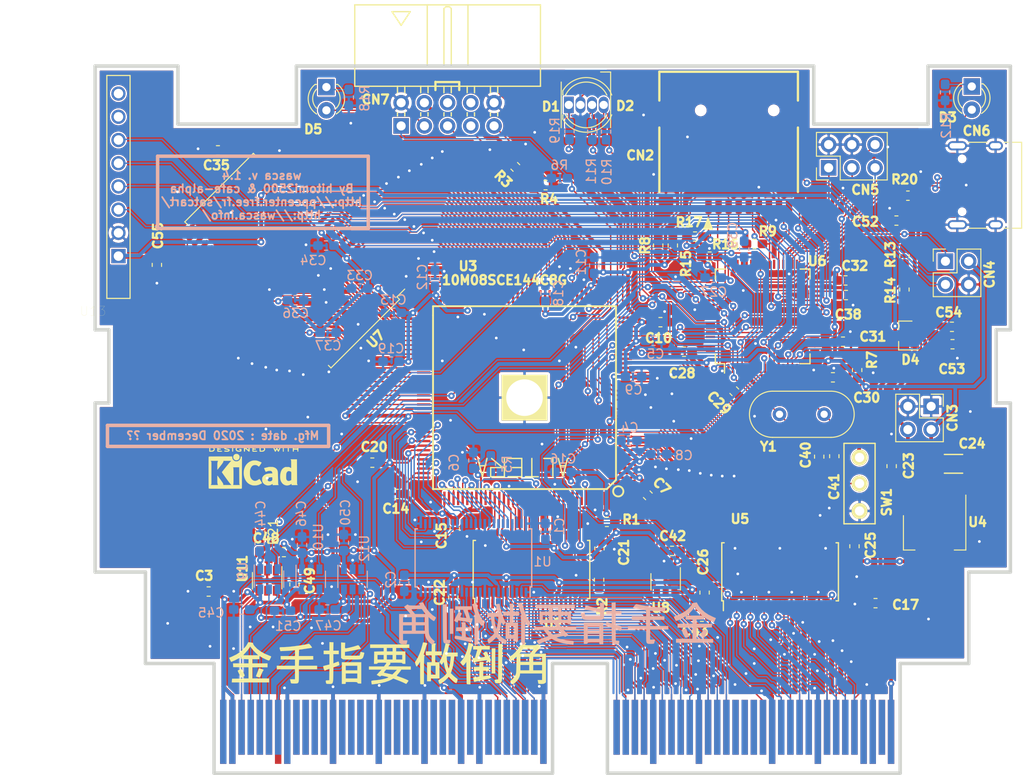
<source format=kicad_pcb>
(kicad_pcb (version 20171130) (host pcbnew "(5.1.8)-1")
  (title_block (title Wasca) (date 2018-08-31) (rev 1.3) (company "cafe-alpha & hitomi2500") (comment 2 "Distributed under GNU GENERAL PUBLIC LICENSE Version 2"))
  (layers (0 Front signal) (31 Back signal) (34 B.Paste user hide) (35 F.Paste user hide) (36 B.SilkS user) (37 F.SilkS user) (38 B.Mask user) (39 F.Mask user hide) (44 Edge.Cuts user))
  (net 0 "")
  (net 1 GND)
  (net 2 /+3_3V)
  (net 3 /ABUS_A24)
  (net 4 /ABUS_A22)
  (net 5 /ABUS_A20)
  (net 6 /ABUS_A18)
  (net 7 /ABUS_A16)
  (net 8 /RESET)
  (net 9 /ABUS_A23)
  (net 10 /ABUS_A21)
  (net 11 /ABUS_A19)
  (net 12 /ABUS_A17)
  (net 13 /ABUS_A15)
  (net 14 /ABUS_A12)
  (net 15 /ABUS_A13)
  (net 16 /ABUS_A8)
  (net 17 /ABUS_A9)
  (net 18 /ABUS_A11)
  (net 19 /ABUS_A10)
  (net 20 /ABUS_A1)
  (net 21 /ABUS_CS0)
  (net 22 /ABUS_CS2)
  (net 23 /ABUS_WR0)
  (net 24 /ABUS_D0)
  (net 25 /ABUS_D1)
  (net 26 /ABUS_D2)
  (net 27 /ABUS_D3)
  (net 28 /ABUS_D8)
  (net 29 /ABUS_D9)
  (net 30 /ABUS_D10)
  (net 31 /ABUS_D11)
  (net 32 /ABUS_A14)
  (net 33 /ABUS_A7)
  (net 34 /ABUS_A6)
  (net 35 /ABUS_A5)
  (net 36 /ABUS_A4)
  (net 37 /ABUS_A3)
  (net 38 /ABUS_A2)
  (net 39 /ABUS_RD)
  (net 40 /ABUS_CS1)
  (net 41 /ABUS_WR1)
  (net 42 /ABUS_IRQ)
  (net 43 /SDR_DQ0)
  (net 44 /SDR_DQ1)
  (net 45 /SDR_DQ2)
  (net 46 /SDR_DQ3)
  (net 47 /SDR_DQ4)
  (net 48 /SDR_DQ5)
  (net 49 /SDR_DQ6)
  (net 50 /SDR_DQ7)
  (net 51 /SDR_DQML)
  (net 52 /SDR_WE)
  (net 53 /SDR_CAS)
  (net 54 /SDR_RAS)
  (net 55 /SDR_CS)
  (net 56 /SDR_BA0)
  (net 57 /SDR_BA1)
  (net 58 /SDR_A10)
  (net 59 /SDR_A0)
  (net 60 /SDR_A1)
  (net 61 /SDR_A2)
  (net 62 /SDR_A3)
  (net 63 /SDR_A4)
  (net 64 /SDR_A5)
  (net 65 /SDR_A6)
  (net 66 /SDR_A7)
  (net 67 /SDR_A8)
  (net 68 /SDR_A9)
  (net 69 /SDR_A11)
  (net 70 /SDR_CKE)
  (net 71 /SDR_CLK)
  (net 72 /SDR_DQMH)
  (net 73 /SDR_DQ8)
  (net 74 /SDR_DQ9)
  (net 75 /SDR_DQ10)
  (net 76 /SDR_DQ11)
  (net 77 /SDR_DQ12)
  (net 78 /SDR_DQ13)
  (net 79 /SDR_DQ14)
  (net 80 /SDR_DQ15)
  (net 81 /ABUS_3V_MUX_DATA_DIR)
  (net 82 /ABUS_3V_A19)
  (net 83 /ABUS_3V_A21)
  (net 84 /ABUS_3V_A23)
  (net 85 /ABUS_3V_WR0)
  (net 86 /ABUS_3V_CS2)
  (net 87 /ABUS_3V_CS0)
  (net 88 /ABUS_3V_WR1)
  (net 89 /ABUS_3V_CS1)
  (net 90 /ABUS_3V_RD)
  (net 91 /ABUS_3V_IRQ)
  (net 92 /RESET_3V)
  (net 93 /ABUS_3V_A16)
  (net 94 /ABUS_3V_A18)
  (net 95 /ABUS_3V_A20)
  (net 96 /ABUS_3V_A22)
  (net 97 /ABUS_3V_A24)
  (net 98 /ABUS_3V_A17)
  (net 99 /JTAG_TMS)
  (net 100 /JTAG_TCK)
  (net 101 /JTAG_TDI)
  (net 102 /JTAG_TDO)
  (net 103 /ABUS_D7)
  (net 104 /ABUS_D6)
  (net 105 /ABUS_D5)
  (net 106 /ABUS_D4)
  (net 107 /ABUS_D15)
  (net 108 /ABUS_D14)
  (net 109 /ABUS_D13)
  (net 110 /ABUS_D12)
  (net 111 /SDR_A12)
  (net 112 /ISD)
  (net 113 /IBCK)
  (net 114 /ILRCK)
  (net 115 /SSEL)
  (net 116 /SSEL_3V)
  (net 117 /ISD_3V)
  (net 118 /IBCK_3V)
  (net 119 /ILRCK_3V)
  (net 120 "Net-(CN1-PadB9)")
  (net 121 "Net-(CN1-PadB10)")
  (net 122 "Net-(CN1-PadB11)")
  (net 123 "Net-(CN1-PadB12)")
  (net 124 "Net-(CN1-PadB14)")
  (net 125 "Net-(CN1-PadB15)")
  (net 126 "Net-(CN1-PadB16)")
  (net 127 "Net-(CN1-PadB17)")
  (net 128 "Net-(CN1-PadB19)")
  (net 129 "Net-(CN1-PadB20)")
  (net 130 "Net-(CN1-PadB21)")
  (net 131 "Net-(CN1-PadB22)")
  (net 132 "Net-(CN1-PadB24)")
  (net 133 "Net-(CN1-PadB25)")
  (net 134 "Net-(CN1-PadB26)")
  (net 135 "Net-(CN1-PadB28)")
  (net 136 "Net-(CN1-PadB30)")
  (net 137 "Net-(CN1-PadA9)")
  (net 138 "Net-(CN1-PadA10)")
  (net 139 "Net-(CN1-PadA11)")
  (net 140 "Net-(CN1-PadA12)")
  (net 141 "Net-(CN1-PadA14)")
  (net 142 "Net-(CN1-PadA15)")
  (net 143 "Net-(CN1-PadA16)")
  (net 144 "Net-(CN1-PadA17)")
  (net 145 "Net-(CN1-PadA19)")
  (net 146 "Net-(CN1-PadA20)")
  (net 147 "Net-(CN1-PadA21)")
  (net 148 "Net-(CN1-PadA22)")
  (net 149 "Net-(CN1-PadA24)")
  (net 150 "Net-(CN1-PadA25)")
  (net 151 "Net-(CN1-PadA26)")
  (net 152 "Net-(CN1-PadA28)")
  (net 153 "Net-(CN1-PadA30)")
  (net 154 "Net-(CN1-PadA52)")
  (net 155 "Net-(CN1-PadA53)")
  (net 156 "Net-(CN1-PadA66)")
  (net 157 "Net-(CN1-PadB51)")
  (net 158 "Net-(CN1-PadB66)")
  (net 159 "Net-(U6-Pad62)")
  (net 160 "Net-(U6-Pad61)")
  (net 161 "Net-(U6-Pad59)")
  (net 162 "Net-(U6-Pad57)")
  (net 163 "Net-(U6-Pad55)")
  (net 164 "Net-(U6-Pad43)")
  (net 165 "Net-(U6-Pad42)")
  (net 166 "Net-(U6-Pad38)")
  (net 167 "Net-(U6-Pad17)")
  (net 168 "Net-(U6-Pad8)")
  (net 169 /ABUS_3V_D3)
  (net 170 /ABUS_3V_D11)
  (net 171 /ABUS_3V_D2)
  (net 172 /ABUS_3V_D1)
  (net 173 /ABUS_3V_A1)
  (net 174 /ABUS_3V_A10)
  (net 175 /ABUS_3V_D0)
  (net 176 /ABUS_3V_A11)
  (net 177 /ABUS_3V_A9)
  (net 178 /ABUS_3V_A8)
  (net 179 /ABUS_3V_A13)
  (net 180 /ABUS_3V_A12)
  (net 181 /ABUS_3V_A15)
  (net 182 /ABUS_3V_A5)
  (net 183 /ABUS_3V_A14)
  (net 184 /ABUS_3V_A7)
  (net 185 /ABUS_3V_A6)
  (net 186 /ABUS_3V_A4)
  (net 187 /ABUS_3V_A3)
  (net 188 /ABUS_3V_A2)
  (net 189 /ABUS_3V_D10)
  (net 190 /ABUS_3V_D8)
  (net 191 /ABUS_3V_D9)
  (net 192 /IRQ_OUT_ENABLE)
  (net 193 "Net-(CN1-PadA31)")
  (net 194 "Net-(CN1-PadA50)")
  (net 195 "Net-(CN1-PadA51)")
  (net 196 "Net-(CN1-PadB45)")
  (net 197 "Net-(CN1-PadB50)")
  (net 198 "Net-(CN1-PadB52)")
  (net 199 "Net-(U2-Pad2)")
  (net 200 "Net-(U2-Pad47)")
  (net 201 /ABUS_3V_D4)
  (net 202 /ABUS_3V_D15)
  (net 203 /ABUS_3V_D14)
  (net 204 /ABUS_3V_D13)
  (net 205 /ABUS_3V_D12)
  (net 206 /ABUS_3V_D7)
  (net 207 /ABUS_3V_D6)
  (net 208 /ABUS_3V_D5)
  (net 209 /BUFFSPI_SCK)
  (net 210 /BUFFSPI_CS)
  (net 211 /BUFFSPI_MISO)
  (net 212 /BUFFSPI_MOSI)
  (net 213 "Net-(SW1-Pad2)")
  (net 214 /SPARE2)
  (net 215 /SD_CMD)
  (net 216 /SD_DAT3)
  (net 217 /USB_DP)
  (net 218 /USB_DM)
  (net 219 /SD_DAT0)
  (net 220 /SD_DET_B)
  (net 221 /SPARE1)
  (net 222 /SD_CLK)
  (net 223 /SD_DAT2)
  (net 224 /SD_DAT1)
  (net 225 /SD_DET_A)
  (net 226 /BUFFSPI_SYNC)
  (net 227 "Net-(U13-Pad7)")
  (net 228 "Net-(U13-Pad8)")
  (net 229 /FPGA_60MHZ)
  (net 230 /SCSPCLK)
  (net 231 /ESP32_SCK)
  (net 232 /ESP32_CS)
  (net 233 /ESP32_MOSI)
  (net 234 /ESP32_MISO)
  (net 235 "Net-(CN1-PadB4)")
  (net 236 "Net-(CN1-PadB5)")
  (net 237 "Net-(CN1-PadB6)")
  (net 238 "Net-(U6-Pad16)")
  (net 239 "Net-(C38-Pad1)")
  (net 240 "Net-(C40-Pad1)")
  (net 241 "Net-(C41-Pad1)")
  (net 242 "Net-(R7-Pad1)")
  (net 243 "Net-(U7-Pad40)")
  (net 244 "Net-(D1-Pad1)")
  (net 245 "Net-(D3-Pad1)")
  (net 246 /LED3)
  (net 247 /+5V_SYS)
  (net 248 /+5V_SATURN)
  (net 249 /+5V_USB)
  (net 250 /VBUS_SENSE)
  (net 251 /SWCLK)
  (net 252 /SWDIO)
  (net 253 /HEARTBEAT)
  (net 254 "Net-(D5-Pad1)")
  (net 255 "Net-(CN7-Pad8)")
  (net 256 "Net-(CN7-Pad7)")
  (net 257 "Net-(CN7-Pad6)")
  (net 258 /DBG_UART_TX)
  (net 259 /DBG_UART_RX)
  (net 260 /LEDR)
  (net 261 /LEDG)
  (net 262 "Net-(D1-Pad3)")
  (net 263 /LEDB)
  (net 264 "Net-(U6-Pad53)")
  (net 265 "Net-(D1-Pad4)")
  (net 266 "Net-(CN6-PadB8)")
  (net 267 "Net-(CN6-PadA5)")
  (net 268 "Net-(CN6-PadA8)")
  (net 269 "Net-(R21-Pad2)")
  (module Capacitor_SMD:C_0603_1608Metric_Pad1.08x0.95mm_HandSolder (layer Front) (at 44.89 131.927499 270)
    (fp_text reference R21 (at 0 -1.43 90) (layer F.SilkS))
    (fp_text value 0)
    (pad 2 smd roundrect (at 0.8625 0 270) (size 1.075 0.95) (layers Front F.Paste F.Mask) (net 269 "Net-(R21-Pad2)"))
    (pad 1 smd roundrect (at -0.8625 0 270) (size 1.075 0.95) (layers Front F.Paste F.Mask) (net 116 /SSEL_3V))
  )
  (module wasca:CHAMFER_WARNING (layer Back) (at 77.14 141.91 180)
    (fp_text reference CHAMFER_WARN2 hide)
    (fp_text value CHAMFER_WARNING hide)
  )
  (module wasca:CHAMFER_WARNING (layer Front) (at 59.07 146.25)
    (fp_text reference CHAMFER_WARN1 hide)
    (fp_text value CHAMFER_WARNING hide)
  )
  (module wasca:MODULE_ESP32-CAM-HALF (layer Front) (at 16.7 81.98 180)
    (fp_text reference U13 (at -9.906 -25.781) (layer F.SilkS) (effects (font (size 1.000386 1.000386) (thickness 0.015))))
    (fp_text value ESP32_CAM_HALF)
    (pad 1 thru_hole rect (at -12.7 -19.76 180) (size 1.56 1.56) (drill 1.04) (layers *.Cu *.Mask) (net 247 /+5V_SYS))
    (pad 2 thru_hole circle (at -12.7 -17.22 180) (size 1.56 1.56) (drill 1.04) (layers *.Cu *.Mask) (net 1 GND))
    (pad 3 thru_hole circle (at -12.7 -14.68 180) (size 1.56 1.56) (drill 1.04) (layers *.Cu *.Mask) (net 234 /ESP32_MISO))
    (pad 4 thru_hole circle (at -12.7 -12.14 180) (size 1.56 1.56) (drill 1.04) (layers *.Cu *.Mask) (net 233 /ESP32_MOSI))
    (pad 5 thru_hole circle (at -12.7 -9.6 180) (size 1.56 1.56) (drill 1.04) (layers *.Cu *.Mask) (net 232 /ESP32_CS))
    (pad 6 thru_hole circle (at -12.7 -7.06 180) (size 1.56 1.56) (drill 1.04) (layers *.Cu *.Mask) (net 231 /ESP32_SCK))
    (pad 7 thru_hole circle (at -12.7 -4.52 180) (size 1.56 1.56) (drill 1.04) (layers *.Cu *.Mask) (net 227 "Net-(U13-Pad7)"))
    (pad 8 thru_hole circle (at -12.7 -1.98 180) (size 1.56 1.56) (drill 1.04) (layers *.Cu *.Mask) (net 228 "Net-(U13-Pad8)"))
  )
  (module Capacitor_SMD:C_0603_1608Metric_Pad1.08x0.95mm_HandSolder (layer Front) (at 115.6975 95.13)
    (fp_text reference R20 (at -0.3575 -1.78) (layer F.SilkS) (effects (font (thickness 0.25))))
    (fp_text value 5K1)
    (pad 2 smd roundrect (at 0.8625 0) (size 1.075 0.95) (layers Front F.Paste F.Mask) (net 267 "Net-(CN6-PadA5)"))
    (pad 1 smd roundrect (at -0.8625 0) (size 1.075 0.95) (layers Front F.Paste F.Mask) (net 1 GND))
  )
  (module wasca:DX07S016JA1R1500 (layer Front) (at 124.23 93.99 90)
    (fp_text reference CN6 (at 5.95 -1.02) (layer F.SilkS) (effects (font (thickness 0.25))))
    (fp_text value USB_C_Receptacle_USB2.0)
    (pad B1 smd rect (at 3.25 -4.045 90) (size 0.6 1.45) (layers Front F.Paste F.Mask) (net 1 GND))
    (pad A9 smd rect (at 2.45 -4.045 90) (size 0.6 1.45) (layers Front F.Paste F.Mask) (net 249 /+5V_USB))
    (pad B9 smd rect (at -2.45 -4.045 90) (size 0.6 1.45) (layers Front F.Paste F.Mask) (net 249 /+5V_USB))
    (pad B12 smd rect (at -3.25 -4.045 90) (size 0.6 1.45) (layers Front F.Paste F.Mask) (net 1 GND))
    (pad A1 smd rect (at -3.25 -4.045 90) (size 0.6 1.45) (layers Front F.Paste F.Mask) (net 1 GND))
    (pad A4 smd rect (at -2.45 -4.045 90) (size 0.6 1.45) (layers Front F.Paste F.Mask) (net 249 /+5V_USB))
    (pad B4 smd rect (at 2.45 -4.045 90) (size 0.6 1.45) (layers Front F.Paste F.Mask) (net 249 /+5V_USB))
    (pad A12 smd rect (at 3.25 -4.045 90) (size 0.6 1.45) (layers Front F.Paste F.Mask) (net 1 GND))
    (pad B8 smd rect (at -1.75 -4.045 90) (size 0.3 1.45) (layers Front F.Paste F.Mask) (net 266 "Net-(CN6-PadB8)"))
    (pad A5 smd rect (at -1.25 -4.045 90) (size 0.3 1.45) (layers Front F.Paste F.Mask) (net 267 "Net-(CN6-PadA5)"))
    (pad B7 smd rect (at -0.75 -4.045 90) (size 0.3 1.45) (layers Front F.Paste F.Mask) (net 218 /USB_DM))
    (pad A7 smd rect (at 0.25 -4.045 90) (size 0.3 1.45) (layers Front F.Paste F.Mask) (net 218 /USB_DM))
    (pad B6 smd rect (at 0.75 -4.045 90) (size 0.3 1.45) (layers Front F.Paste F.Mask) (net 217 /USB_DP))
    (pad A8 smd rect (at 1.25 -4.045 90) (size 0.3 1.45) (layers Front F.Paste F.Mask) (net 268 "Net-(CN6-PadA8)"))
    (pad B5 smd rect (at 1.75 -4.045 90) (size 0.3 1.45) (layers Front F.Paste F.Mask) (net 267 "Net-(CN6-PadA5)"))
    (pad A6 smd rect (at -0.25 -4.045 90) (size 0.3 1.45) (layers Front F.Paste F.Mask) (net 217 /USB_DP))
    (pad S1 thru_hole oval (at 4.32 -3.13 90) (size 1 2.1) (drill oval 0.6 1.7) (layers *.Cu *.Mask) (net 1 GND))
    (pad S1 thru_hole oval (at -4.32 -3.13 90) (size 1 2.1) (drill oval 0.6 1.7) (layers *.Cu *.Mask) (net 1 GND))
    (pad "" np_thru_hole circle (at -2.89 -2.6 90) (size 0.65 0.65) (drill 0.65) (layers *.Cu *.Mask))
    (pad S1 thru_hole oval (at -4.32 1.05 90) (size 1 1.6) (drill oval 0.6 1.2) (layers *.Cu *.Mask) (net 1 GND))
    (pad "" np_thru_hole circle (at 2.89 -2.6 90) (size 0.65 0.65) (drill 0.65) (layers *.Cu *.Mask))
    (pad S1 thru_hole oval (at 4.32 1.05 90) (size 1 1.6) (drill oval 0.6 1.2) (layers *.Cu *.Mask) (net 1 GND))
  )
  (module LED_SMD:LED_RGB_5050-6 (layer Front) (at 80.5 85.2 270)
    (fp_text reference D2 (at 0.11 -4.29) (layer F.SilkS) (effects (font (thickness 0.25))))
    (fp_text value LED_RGB)
    (pad 6 smd rect (at 2.4 -1.7) (size 1.1 2) (layers Front F.Paste F.Mask) (net 265 "Net-(D1-Pad4)"))
    (pad 5 smd rect (at 2.4 0) (size 1.1 2) (layers Front F.Paste F.Mask) (net 262 "Net-(D1-Pad3)"))
    (pad 4 smd rect (at 2.4 1.7) (size 1.1 2) (layers Front F.Paste F.Mask) (net 244 "Net-(D1-Pad1)"))
    (pad 3 smd rect (at -2.4 1.7) (size 1.1 2) (layers Front F.Paste F.Mask) (net 1 GND))
    (pad 2 smd rect (at -2.4 0) (size 1.1 2) (layers Front F.Paste F.Mask) (net 1 GND))
    (pad 1 smd rect (at -2.4 -1.7) (size 1.1 2) (layers Front F.Paste F.Mask) (net 1 GND))
  )
  (module LED_THT:LED_D5.0mm-4_RGB (layer Front) (at 78.63 85.2)
    (fp_text reference D1 (at -1.95 0.19) (layer F.SilkS) (effects (font (thickness 0.25))))
    (fp_text value LED_BCGR)
    (pad 4 thru_hole oval (at 3.81 0) (size 1.07 1.8) (drill 0.9) (layers *.Cu *.Mask) (net 265 "Net-(D1-Pad4)"))
    (pad 3 thru_hole oval (at 2.54 0) (size 1.07 1.8) (drill 0.9) (layers *.Cu *.Mask) (net 262 "Net-(D1-Pad3)"))
    (pad 2 thru_hole oval (at 1.27 0) (size 1.07 1.8) (drill 0.9) (layers *.Cu *.Mask) (net 1 GND))
    (pad 1 thru_hole rect (at 0 0) (size 1.07 1.8) (drill 0.9) (layers *.Cu *.Mask) (net 244 "Net-(D1-Pad1)"))
  )
  (module Capacitor_SMD:C_0603_1608Metric_Pad1.08x0.95mm_HandSolder (layer Back) (at 78.7 88.1 90)
    (fp_text reference R19 (at 0.1 -1.59 270) (layer B.SilkS) (effects (justify mirror)))
    (fp_text value 470)
    (pad 2 smd roundrect (at 0.8625 0 90) (size 1.075 0.95) (layers Back B.Paste B.Mask) (net 244 "Net-(D1-Pad1)"))
    (pad 1 smd roundrect (at -0.8625 0 90) (size 1.075 0.95) (layers Back B.Paste B.Mask) (net 263 /LEDB))
  )
  (module Connector_PinHeader_2.54mm:PinHeader_2x03_P2.54mm_Vertical (layer Front) (at 107.03 92.08 90)
    (fp_text reference CN5 (at -2.41 4.01 180) (layer F.SilkS) (effects (font (thickness 0.25))))
    (fp_text value Conn_02x03_Odd_Even)
    (pad 6 thru_hole oval (at 2.54 5.08 90) (size 1.7 1.7) (drill 1) (layers *.Cu *.Mask) (net 258 /DBG_UART_TX))
    (pad 5 thru_hole oval (at 0 5.08 90) (size 1.7 1.7) (drill 1) (layers *.Cu *.Mask) (net 259 /DBG_UART_RX))
    (pad 4 thru_hole oval (at 2.54 2.54 90) (size 1.7 1.7) (drill 1) (layers *.Cu *.Mask) (net 1 GND))
    (pad 3 thru_hole oval (at 0 2.54 90) (size 1.7 1.7) (drill 1) (layers *.Cu *.Mask) (net 221 /SPARE1))
    (pad 2 thru_hole oval (at 2.54 0 90) (size 1.7 1.7) (drill 1) (layers *.Cu *.Mask) (net 1 GND))
    (pad 1 thru_hole rect (at 0 0 90) (size 1.7 1.7) (drill 1) (layers *.Cu *.Mask) (net 214 /SPARE2))
  )
  (module wasca:LOGO_VACHE_SIM (layer Front) (at 33 113.8)
    (fp_text reference VACHE1 hide)
    (fp_text value LOGO hide)
    (fp_poly (pts (xy 2.54 1.25222) (xy 2.48158 1.34112) (xy 2.3368 1.50876) (xy 2.1336 1.71704) (xy 1.89992 1.93294) (xy 1.82626 1.9812) (xy 1.82626 1.71196) (xy 1.81356 1.68656) (xy 1.71196 1.64338) (xy 1.68402 1.65608) (xy 1.64338 1.75768) (xy 1.65354 1.78562) (xy 1.75768 1.82626) (xy 1.78308 1.8161) (xy 1.82626 1.71196) (xy 1.82626 1.9812) (xy 1.74752 2.03454) (xy 1.651 2.03454) (xy 1.6256 2.01676) (xy 1.524 1.97358) (xy 1.40208 2.03708) (xy 1.40208 1.71196) (xy 1.39192 1.68656) (xy 1.28778 1.64338) (xy 1.26238 1.65608) (xy 1.2192 1.75768) (xy 1.2319 1.78562) (xy 1.3335 1.82626) (xy 1.36144 1.8161) (xy 1.40208 1.71196) (xy 1.40208 2.03708) (xy 1.38684 2.04724) (xy 1.31572 2.11328) (xy 1.15824 2.23774) (xy 1.1557 2.23774) (xy 1.1557 1.97866) (xy 1.143 1.94818) (xy 1.0668 1.8669) (xy 1.05156 1.86182) (xy 1.016 1.92786) (xy 1.016 1.94818) (xy 1.0795 2.02946) (xy 1.1049 2.032) (xy 1.1557 1.97866) (xy 1.1557 2.23774) (xy 1.04648 2.2479) (xy 0.96774 2.1971) (xy 0.84328 2.13106) (xy 0.76962 2.18694) (xy 0.6604 2.23266) (xy 0.4318 2.2606) (xy 0.13208 2.2733) (xy -0.19304 2.2733) (xy -0.49022 2.25806) (xy -0.508 2.25298) (xy -0.508 1.94818) (xy -0.57658 1.87198) (xy -0.635 1.86182) (xy -0.7493 1.90754) (xy -0.762 1.94818) (xy -0.69596 2.02184) (xy -0.635 2.032) (xy -0.52324 1.98628) (xy -0.508 1.94818) (xy -0.508 2.25298) (xy -0.71628 2.22504) (xy -0.81788 2.18186) (xy -0.90932 2.16662) (xy -0.98552 2.2098) (xy -1.016 2.2225) (xy -1.016 1.94818) (xy -1.08204 1.86436) (xy -1.10236 1.86182) (xy -1.18364 1.92786) (xy -1.18618 1.94818) (xy -1.12268 2.02946) (xy -1.10236 2.032) (xy -1.01854 1.96596) (xy -1.016 1.94818) (xy -1.016 2.2225) (xy -1.12014 2.26822) (xy -1.20396 2.21742) (xy -1.32588 2.16408) (xy -1.41732 2.21742) (xy -1.44018 2.22504) (xy -1.44018 1.94818) (xy -1.50622 1.86436) (xy -1.524 1.86182) (xy -1.60782 1.92786) (xy -1.61036 1.94818) (xy -1.54432 2.02946) (xy -1.524 2.032) (xy -1.44272 1.96596) (xy -1.44018 1.94818) (xy -1.44018 2.22504) (xy -1.54686 2.26822) (xy -1.62814 2.21742) (xy -1.7526 2.16662) (xy -1.83642 2.21234) (xy -1.97612 2.2606) (xy -2.06756 2.20726) (xy -2.19456 2.15646) (xy -2.24282 2.1971) (xy -2.30886 2.26822) (xy -2.39776 2.25806) (xy -2.54 2.15392) (xy -2.76098 1.94056) (xy -2.78638 1.91262) (xy -3.00228 1.6637) (xy -3.0988 1.49098) (xy -3.08356 1.41478) (xy -2.96672 1.45034) (xy -2.7559 1.61036) (xy -2.667 1.69418) (xy -2.43586 1.89738) (xy -2.28854 1.97104) (xy -2.2479 1.95072) (xy -2.16154 1.89738) (xy -2.0701 1.95072) (xy -1.96596 1.98882) (xy -1.83896 1.90754) (xy -1.75006 1.80848) (xy -1.59766 1.65862) (xy -1.48844 1.63322) (xy -1.4224 1.67132) (xy -1.29032 1.72974) (xy -1.20396 1.6764) (xy -1.08458 1.6256) (xy -0.99314 1.6764) (xy -0.86106 1.7272) (xy -0.77724 1.67386) (xy -0.68834 1.64338) (xy -0.55118 1.7145) (xy -0.3429 1.89992) (xy -0.13462 2.08788) (xy 0.00254 2.16154) (xy 0.1016 2.13614) (xy 0.10668 2.13106) (xy 0.23876 2.08026) (xy 0.32258 2.13614) (xy 0.40894 2.16408) (xy 0.54102 2.0955) (xy 0.74676 1.91516) (xy 0.82804 1.83642) (xy 1.09474 1.59004) (xy 1.27762 1.46812) (xy 1.39954 1.45796) (xy 1.4732 1.54432) (xy 1.52908 1.60782) (xy 1.57226 1.54432) (xy 1.67132 1.45542) (xy 1.79578 1.45034) (xy 1.86182 1.53162) (xy 1.86182 1.53924) (xy 1.91262 1.55194) (xy 2.04216 1.46304) (xy 2.09804 1.41224) (xy 2.2987 1.25222) (xy 2.45618 1.18618) (xy 2.53492 1.22428) (xy 2.54 1.25222)) (layer Front) (width 0.00254))
    (fp_poly (pts (xy 2.96164 0.24384) (xy 2.90068 0.381) (xy 2.74574 0.57658) (xy 2.53746 0.7874) (xy 2.32156 0.96774) (xy 2.18186 1.0541) (xy 1.90754 1.14554) (xy 1.6129 1.18364) (xy 1.60782 1.18618) (xy 1.27 1.25476) (xy 1.06426 1.397) (xy 0.89662 1.5367) (xy 0.77978 1.60528) (xy 0.76708 1.60782) (xy 0.6604 1.66624) (xy 0.59182 1.73482) (xy 0.39878 1.84658) (xy 0.14224 1.8542) (xy -0.11684 1.76022) (xy -0.254 1.651) (xy -0.37592 1.54178) (xy -0.51054 1.47828) (xy -0.7112 1.4478) (xy -1.02108 1.44018) (xy -1.10744 1.44018) (xy -1.4859 1.45034) (xy -1.72466 1.48844) (xy -1.8542 1.55448) (xy -1.86436 1.56718) (xy -1.9939 1.67132) (xy -2.13868 1.66116) (xy -2.32664 1.524) (xy -2.45364 1.39954) (xy -2.62382 1.20396) (xy -2.67462 1.07696) (xy -2.63906 0.9906) (xy -2.60096 0.88138) (xy -2.68224 0.74676) (xy -2.75336 0.67564) (xy -2.88036 0.52832) (xy -2.94386 0.35052) (xy -2.96418 0.08128) (xy -2.96418 -0.00508) (xy -2.93878 -0.36322) (xy -2.86258 -0.56642) (xy -2.83718 -0.59182) (xy -2.72542 -0.74422) (xy -2.7559 -0.90932) (xy -2.92354 -1.10236) (xy -3.1369 -1.30048) (xy -2.921 -1.52654) (xy -2.78638 -1.68402) (xy -2.76352 -1.78054) (xy -2.83464 -1.85928) (xy -2.91846 -1.9812) (xy -2.91338 -2.04724) (xy -2.82448 -2.05232) (xy -2.6797 -1.95834) (xy -2.65938 -1.93802) (xy -2.45364 -1.74752) (xy -2.67462 -1.51892) (xy -2.81686 -1.33858) (xy -2.83464 -1.2446) (xy -2.74828 -1.23444) (xy -2.5781 -1.3081) (xy -2.34696 -1.46812) (xy -2.28854 -1.51638) (xy -2.05486 -1.7018) (xy -1.87198 -1.80594) (xy -1.67132 -1.85166) (xy -1.3843 -1.86182) (xy -1.30556 -1.86182) (xy -0.93472 -1.84658) (xy -0.69342 -1.79324) (xy -0.57912 -1.72212) (xy -0.44958 -1.62814) (xy -0.34544 -1.65862) (xy -0.26924 -1.72212) (xy -0.09906 -1.84404) (xy 0.02794 -1.82626) (xy 0.12954 -1.7145) (xy 0.2413 -1.6256) (xy 0.30988 -1.6383) (xy 0.30734 -1.73228) (xy 0.22352 -1.82118) (xy 0.11684 -1.98628) (xy 0.15748 -2.19456) (xy 0.32512 -2.40284) (xy 0.43434 -2.48158) (xy 0.52324 -2.46126) (xy 0.6477 -2.3241) (xy 0.67564 -2.28854) (xy 0.84328 -2.09804) (xy 0.98298 -2.04978) (xy 1.13792 -2.1463) (xy 1.28016 -2.2987) (xy 1.50622 -2.5654) (xy 1.7145 -2.34188) (xy 1.87452 -2.19202) (xy 1.99136 -2.11836) (xy 2.00406 -2.11582) (xy 2.13106 -2.0574) (xy 2.28346 -1.91262) (xy 2.42062 -1.73482) (xy 2.49428 -1.57988) (xy 2.49174 -1.51638) (xy 2.413 -1.4859) (xy 2.28346 -1.59004) (xy 2.22504 -1.65862) (xy 2.08788 -1.81356) (xy 2.00406 -1.84658) (xy 1.92532 -1.77292) (xy 1.91262 -1.75768) (xy 1.76022 -1.6256) (xy 1.63068 -1.64592) (xy 1.60782 -1.68402) (xy 1.60782 -2.159) (xy 1.5621 -2.2733) (xy 1.524 -2.286) (xy 1.4478 -2.21742) (xy 1.43764 -2.159) (xy 1.48336 -2.04724) (xy 1.524 -2.032) (xy 1.59766 -2.10058) (xy 1.60782 -2.159) (xy 1.60782 -1.68402) (xy 1.57734 -1.73228) (xy 1.49098 -1.81102) (xy 1.28778 -1.8415) (xy 1.08204 -1.83896) (xy 0.7874 -1.81102) (xy 0.59182 -1.73736) (xy 0.508 -1.66624) (xy 0.508 -2.159) (xy 0.46228 -2.2733) (xy 0.42164 -2.286) (xy 0.34798 -2.21742) (xy 0.33782 -2.159) (xy 0.38354 -2.04724) (xy 0.42164 -2.032) (xy 0.49784 -2.10058) (xy 0.508 -2.159) (xy 0.508 -1.66624) (xy 0.42672 -1.59258) (xy 0.42672 -1.59004) (xy 0.28194 -1.44526) (xy 0.18542 -1.41478) (xy 0.07874 -1.4859) (xy 0.0635 -1.4986) (xy -0.0635 -1.59258) (xy -0.16256 -1.56464) (xy -0.23114 -1.50114) (xy -0.32258 -1.38684) (xy -0.29718 -1.28524) (xy -0.2159 -1.18872) (xy -0.11684 -1.04648) (xy -0.10922 -0.9652) (xy -0.18542 -0.99568) (xy -0.33528 -1.12522) (xy -0.4699 -1.26238) (xy -0.64516 -1.4478) (xy -0.78994 -1.55194) (xy -0.96012 -1.59766) (xy -1.2192 -1.60782) (xy -1.34874 -1.60782) (xy -1.66116 -1.60274) (xy -1.86182 -1.56972) (xy -2.01168 -1.49098) (xy -2.16662 -1.34874) (xy -2.18694 -1.33096) (xy -2.37236 -1.08458) (xy -2.45618 -0.85598) (xy -2.45618 -0.83312) (xy -2.50444 -0.62484) (xy -2.58318 -0.508) (xy -2.67462 -0.34036) (xy -2.71018 -0.0508) (xy -2.71018 -0.01524) (xy -2.68224 0.28194) (xy -2.57556 0.50038) (xy -2.48666 0.60452) (xy -2.34696 0.77216) (xy -2.32156 0.88392) (xy -2.37236 0.97282) (xy -2.43332 1.0922) (xy -2.35966 1.19634) (xy -2.32156 1.22682) (xy -2.1082 1.3335) (xy -1.91516 1.33604) (xy -1.82118 1.27) (xy -1.71704 1.22936) (xy -1.48844 1.19888) (xy -1.1811 1.18618) (xy -1.11252 1.18618) (xy -0.7747 1.18872) (xy -0.55626 1.21158) (xy -0.40894 1.26746) (xy -0.28194 1.36906) (xy -0.21336 1.44018) (xy 0.0254 1.63576) (xy 0.23368 1.68402) (xy 0.41656 1.6129) (xy 0.4953 1.52908) (xy 0.43688 1.41478) (xy 0.42672 1.40208) (xy 0.35306 1.25984) (xy 0.40386 1.20396) (xy 0.53594 1.26492) (xy 0.56896 1.29286) (xy 0.74168 1.37668) (xy 0.88646 1.34874) (xy 0.95758 1.2319) (xy 0.9271 1.0922) (xy 0.83058 0.9779) (xy 0.76962 0.96774) (xy 0.68072 0.93472) (xy 0.51562 0.80772) (xy 0.37592 0.6731) (xy 0.21336 0.49276) (xy 0.13208 0.37084) (xy 0.13716 0.33782) (xy 0.254 0.39624) (xy 0.38862 0.51816) (xy 0.5842 0.68072) (xy 0.82042 0.81534) (xy 1.04902 0.87884) (xy 1.33858 0.91694) (xy 1.6383 0.92964) (xy 1.89484 0.91186) (xy 2.05232 0.86614) (xy 2.07264 0.84582) (xy 2.19456 0.76962) (xy 2.25044 0.762) (xy 2.3876 0.6985) (xy 2.56032 0.54864) (xy 2.71018 0.37084) (xy 2.78892 0.2159) (xy 2.78892 0.20066) (xy 2.73304 0.07112) (xy 2.66954 0.00254) (xy 2.57302 -0.12954) (xy 2.45364 -0.36576) (xy 2.36728 -0.57912) (xy 2.23774 -0.8763) (xy 2.09804 -1.13284) (xy 2.00914 -1.24968) (xy 1.91262 -1.37922) (xy 1.9177 -1.44018) (xy 1.92532 -1.44018) (xy 2.03454 -1.37668) (xy 2.17932 -1.2319) (xy 2.30886 -1.06426) (xy 2.36982 -0.93218) (xy 2.36982 -0.92456) (xy 2.41046 -0.82296) (xy 2.5146 -0.61722) (xy 2.66192 -0.3556) (xy 2.667 -0.35052) (xy 2.81432 -0.08382) (xy 2.921 0.12954) (xy 2.96164 0.24384)) (layer Front) (width 0.00254))
    (fp_poly (pts (xy -0.5334 0.39878) (xy -0.5461 0.47752) (xy -0.65786 0.59182) (xy -0.762 0.67564) (xy -0.762 0.42418) (xy -0.82804 0.34036) (xy -0.84836 0.33782) (xy -0.92964 0.40386) (xy -0.93218 0.42418) (xy -0.86868 0.50546) (xy -0.84836 0.508) (xy -0.76454 0.44196) (xy -0.762 0.42418) (xy -0.762 0.67564) (xy -0.82042 0.72644) (xy -0.93472 0.7366) (xy -1.06172 0.61722) (xy -1.12268 0.54356) (xy -1.2954 0.32258) (xy -1.48336 0.54356) (xy -1.6383 0.70104) (xy -1.76276 0.73914) (xy -1.91008 0.65532) (xy -2.0701 0.508) (xy -2.2225 0.34036) (xy -2.2606 0.2286) (xy -2.20726 0.13208) (xy -2.13868 -0.00254) (xy -2.20472 -0.12954) (xy -2.25552 -0.23622) (xy -2.20726 -0.3556) (xy -2.07264 -0.51054) (xy -1.905 -0.66802) (xy -1.78308 -0.75692) (xy -1.76022 -0.762) (xy -1.65608 -0.70358) (xy -1.49606 -0.56134) (xy -1.3335 -0.38862) (xy -1.21412 -0.23368) (xy -1.18618 -0.16764) (xy -1.25476 -0.09398) (xy -1.31318 -0.08382) (xy -1.42748 -0.13462) (xy -1.44018 -0.17526) (xy -1.49606 -0.30226) (xy -1.61544 -0.43942) (xy -1.73228 -0.508) (xy -1.73736 -0.508) (xy -1.84912 -0.44704) (xy -1.97104 -0.31496) (xy -2.032 -0.18796) (xy -2.032 -0.18288) (xy -1.9685 -0.0762) (xy -1.92786 -0.0508) (xy -1.86436 0.00508) (xy -1.92786 0.04826) (xy -2.02438 0.14732) (xy -2.032 0.18288) (xy -1.97612 0.3048) (xy -1.85674 0.43942) (xy -1.74244 0.508) (xy -1.73736 0.508) (xy -1.62306 0.4445) (xy -1.50114 0.30988) (xy -1.44018 0.18034) (xy -1.44018 0.17526) (xy -1.3716 0.09398) (xy -1.31318 0.08382) (xy -1.20142 0.1524) (xy -1.18618 0.21082) (xy -1.14046 0.32512) (xy -1.10236 0.33782) (xy -1.02616 0.26924) (xy -1.016 0.21082) (xy -1.06172 0.09906) (xy -1.10236 0.08382) (xy -1.18364 0.02032) (xy -1.18618 0) (xy -1.12776 -0.0762) (xy -1.00838 -0.07112) (xy -0.9144 0.00762) (xy -0.90932 0.02032) (xy -0.8382 0.08382) (xy -0.80772 0.06858) (xy -0.82042 -0.02032) (xy -0.93472 -0.1651) (xy -0.97282 -0.2032) (xy -1.10744 -0.36322) (xy -1.15062 -0.49022) (xy -1.14554 -0.50546) (xy -1.05664 -0.508) (xy -0.889 -0.38862) (xy -0.78232 -0.28956) (xy -0.60706 -0.10668) (xy -0.54102 -0.00254) (xy -0.5715 0.0635) (xy -0.63246 0.10414) (xy -0.74422 0.18034) (xy -0.71374 0.24638) (xy -0.635 0.30734) (xy -0.5334 0.39878)) (layer Front) (width 0.00254))
    (fp_poly (pts (xy -1.44272 0.00508) (xy -1.50368 0.04826) (xy -1.60274 0.16764) (xy -1.61036 0.21844) (xy -1.67894 0.32512) (xy -1.73736 0.33782) (xy -1.84912 0.26924) (xy -1.86436 0.21082) (xy -1.79578 0.09906) (xy -1.73736 0.08382) (xy -1.62306 0.0381) (xy -1.61036 0) (xy -1.67894 -0.0762) (xy -1.73736 -0.08382) (xy -1.84912 -0.1524) (xy -1.86436 -0.21082) (xy -1.79578 -0.32512) (xy -1.73736 -0.33782) (xy -1.6256 -0.27432) (xy -1.61036 -0.21844) (xy -1.54432 -0.07874) (xy -1.50368 -0.0508) (xy -1.44272 0.00508)) (layer Front) (width 0.00254))
    (fp_poly (pts (xy 1.65354 0.22606) (xy 1.59004 0.32004) (xy 1.524 0.33782) (xy 1.41224 0.27686) (xy 1.39954 0.25908) (xy 1.40462 0.16002) (xy 1.50622 0.10668) (xy 1.60782 0.127) (xy 1.65354 0.22606)) (layer Front) (width 0.00254))
    (fp_poly (pts (xy 2.24536 0.22606) (xy 2.18186 0.32004) (xy 2.11582 0.33782) (xy 2.00406 0.27686) (xy 1.99136 0.25908) (xy 1.99644 0.16002) (xy 2.09804 0.10668) (xy 2.20218 0.127) (xy 2.24536 0.22606)) (layer Front) (width 0.00254))
    (fp_poly (pts (xy 0.1397 0.02286) (xy 0.07874 0.14224) (xy 0 0.17018) (xy -0.10922 0.10668) (xy -0.13208 0.0762) (xy -0.14224 -0.05334) (xy -0.05334 -0.1397) (xy 0.06858 -0.12954) (xy 0.09398 -0.10922) (xy 0.1397 0.02286)) (layer Front) (width 0.00254))
    (fp_poly (pts (xy 1.16586 -0.68072) (xy 1.16332 -0.65532) (xy 1.06426 -0.57658) (xy 0.87376 -0.52832) (xy 0.68072 -0.5207) (xy 0.56642 -0.56134) (xy 0.508 -0.67564) (xy 0.6096 -0.74168) (xy 0.85344 -0.762) (xy 1.08712 -0.74168) (xy 1.16586 -0.68072)) (layer Front) (width 0.00254))
    (fp_poly (pts (xy 2.01168 -0.66548) (xy 2.00914 -0.65532) (xy 1.90754 -0.56896) (xy 1.72466 -0.5207) (xy 1.55194 -0.53086) (xy 1.4986 -0.56134) (xy 1.44018 -0.67818) (xy 1.54178 -0.74422) (xy 1.74244 -0.762) (xy 1.9558 -0.73914) (xy 2.01168 -0.66548)) (layer Front) (width 0.00254))
  )
  (module wasca:NINJA_SW (layer Front) (at 110.41 126.62 270)
    (fp_text reference SW1 (at 2.03 -2.97 270) (layer F.SilkS) (effects (font (thickness 0.25))))
    (fp_text value Conn_01x03_Male hide)
    (pad 3 thru_hole oval (at 3 0 270) (size 1.7272 1.7272) (drill 1.016) (layers *.Cu *.Mask F.SilkS) (net 1 GND))
    (pad 2 thru_hole oval (at 0 0 270) (size 1.7272 1.7272) (drill 1.016) (layers *.Cu *.Mask F.SilkS) (net 213 "Net-(SW1-Pad2)"))
    (pad 1 thru_hole circle (at -2.85 0 270) (size 1.7272 1.7272) (drill 1.016) (layers *.Cu *.Mask F.SilkS) (net 2 /+3_3V))
  )
  (module wasca:Multicomp_MC9A22-1034_2x05_P2.54mm_Horizontal (layer Front) (at 60.3 87.5)
    (fp_text reference CN7 (at -2.79 -2.89) (layer F.SilkS) (effects (font (thickness 0.25))))
    (fp_text value Conn_02x05_Odd_Even)
    (pad 10 thru_hole circle (at 10.16 -2.54) (size 1.7 1.7) (drill 1) (layers *.Cu *.Mask) (net 1 GND))
    (pad 9 thru_hole circle (at 10.16 0) (size 1.7 1.7) (drill 1) (layers *.Cu *.Mask) (net 101 /JTAG_TDI))
    (pad 8 thru_hole circle (at 7.62 -2.54) (size 1.7 1.7) (drill 1) (layers *.Cu *.Mask) (net 255 "Net-(CN7-Pad8)"))
    (pad 7 thru_hole circle (at 7.62 0) (size 1.7 1.7) (drill 1) (layers *.Cu *.Mask) (net 256 "Net-(CN7-Pad7)"))
    (pad 6 thru_hole circle (at 5.08 -2.54) (size 1.7 1.7) (drill 1) (layers *.Cu *.Mask) (net 257 "Net-(CN7-Pad6)"))
    (pad 5 thru_hole circle (at 5.08 0) (size 1.7 1.7) (drill 1) (layers *.Cu *.Mask) (net 99 /JTAG_TMS))
    (pad 4 thru_hole circle (at 2.54 -2.54) (size 1.7 1.7) (drill 1) (layers *.Cu *.Mask) (net 2 /+3_3V))
    (pad 3 thru_hole circle (at 2.54 0) (size 1.7 1.7) (drill 1) (layers *.Cu *.Mask) (net 102 /JTAG_TDO))
    (pad 2 thru_hole circle (at 0 -2.54) (size 1.7 1.7) (drill 1) (layers *.Cu *.Mask) (net 1 GND))
    (pad 1 thru_hole rect (at 0 0) (size 1.7 1.7) (drill 1) (layers *.Cu *.Mask) (net 100 /JTAG_TCK))
  )
  (module Connector_PinHeader_2.54mm:PinHeader_2x02_P2.54mm_Vertical (layer Front) (at 119.8 102.3)
    (fp_text reference CN4 (at 4.83 1.45 90) (layer F.SilkS) (effects (font (thickness 0.25))))
    (fp_text value Conn_02x02_Odd_Even)
    (pad 4 thru_hole oval (at 2.54 2.54) (size 1.7 1.7) (drill 1) (layers *.Cu *.Mask) (net 1 GND))
    (pad 3 thru_hole oval (at 0 2.54) (size 1.7 1.7) (drill 1) (layers *.Cu *.Mask) (net 251 /SWCLK))
    (pad 2 thru_hole oval (at 2.54 0) (size 1.7 1.7) (drill 1) (layers *.Cu *.Mask) (net 2 /+3_3V))
    (pad 1 thru_hole rect (at 0 0) (size 1.7 1.7) (drill 1) (layers *.Cu *.Mask) (net 252 /SWDIO))
  )
  (module Connector_PinHeader_2.54mm:PinHeader_2x02_P2.54mm_Vertical (layer Front) (at 118.237 118.1735 270)
    (fp_text reference CN3 (at 1.27 -2.33 90) (layer F.SilkS) (effects (font (thickness 0.25))))
    (fp_text value Conn_02x02_Odd_Even)
    (pad 4 thru_hole oval (at 2.54 2.54 270) (size 1.7 1.7) (drill 1) (layers *.Cu *.Mask) (net 247 /+5V_SYS))
    (pad 3 thru_hole oval (at 0 2.54 270) (size 1.7 1.7) (drill 1) (layers *.Cu *.Mask) (net 1 GND))
    (pad 2 thru_hole oval (at 2.54 0 270) (size 1.7 1.7) (drill 1) (layers *.Cu *.Mask) (net 2 /+3_3V))
    (pad 1 thru_hole rect (at 0 0 270) (size 1.7 1.7) (drill 1) (layers *.Cu *.Mask) (net 1 GND))
  )
  (module Capacitor_SMD:C_0603_1608Metric_Pad1.05x0.95mm_HandSolder (layer Front) (at 59.817 127.762 180)
    (fp_text reference C14 (at 0.097 -1.608 180) (layer F.SilkS) (effects (font (thickness 0.25))))
    (fp_text value 0.1uF)
    (pad 1 smd roundrect (at -0.875 0 180) (size 1.05 0.95) (layers Front F.Paste F.Mask) (net 2 /+3_3V))
    (pad 2 smd roundrect (at 0.875 0 180) (size 1.05 0.95) (layers Front F.Paste F.Mask) (net 1 GND))
  )
  (module wasca:TQFP144_ALTERA_HANDSOLDERING (layer Front) (at 73.787 117.221 180)
    (fp_text reference U3 (at 6.177 14.381 180) (layer F.SilkS) (effects (font (thickness 0.25))))
    (fp_text value 10M08SCE144C8G (at 2.187 12.851 180) (layer F.SilkS) (effects (font (thickness 0.25))))
    (pad 145 thru_hole rect (at 0 0 180) (size 5 5) (drill 4) (layers *.Cu *.Mask F.SilkS) (net 1 GND))
    (pad 144 smd rect (at -8.75538 -11.01852 180) (size 0.254 1.4732) (layers Front F.Paste F.Mask) (net 2 /+3_3V))
    (pad 108 smd rect (at 11.01598 -8.75538 90) (size 0.254 1.4732) (layers Front F.Paste F.Mask) (net 2 /+3_3V))
    (pad 72 smd rect (at 8.75538 11.01852 180) (size 0.254 1.4732) (layers Front F.Paste F.Mask) (net 2 /+3_3V))
    (pad 36 smd rect (at -11.01852 8.75538 270) (size 0.254 1.4732) (layers Front F.Paste F.Mask) (net 2 /+3_3V))
    (pad 143 smd rect (at -8.255 -11.01852 180) (size 0.254 1.4732) (layers Front F.Paste F.Mask) (net 2 /+3_3V))
    (pad 107 smd rect (at 11.01598 -8.255 90) (size 0.254 1.4732) (layers Front F.Paste F.Mask) (net 2 /+3_3V))
    (pad 71 smd rect (at 8.255 11.01852 180) (size 0.254 1.4732) (layers Front F.Paste F.Mask) (net 2 /+3_3V))
    (pad 35 smd rect (at -11.01852 8.255 270) (size 0.254 1.4732) (layers Front F.Paste F.Mask) (net 2 /+3_3V))
    (pad 142 smd rect (at -7.75462 -11.01852 180) (size 0.254 1.4732) (layers Front F.Paste F.Mask) (net 1 GND))
    (pad 106 smd rect (at 11.01598 -7.75462 90) (size 0.254 1.4732) (layers Front F.Paste F.Mask) (net 179 /ABUS_3V_A13))
    (pad 70 smd rect (at 7.75462 11.01852 180) (size 0.254 1.4732) (layers Front F.Paste F.Mask) (net 43 /SDR_DQ0))
    (pad 34 smd rect (at -11.01852 7.75462 270) (size 0.254 1.4732) (layers Front F.Paste F.Mask) (net 2 /+3_3V))
    (pad 141 smd rect (at -7.25424 -11.01852 180) (size 0.254 1.4732) (layers Front F.Paste F.Mask) (net 226 /BUFFSPI_SYNC))
    (pad 105 smd rect (at 11.01598 -7.25424 90) (size 0.254 1.4732) (layers Front F.Paste F.Mask) (net 180 /ABUS_3V_A12))
    (pad 69 smd rect (at 7.25424 11.01852 180) (size 0.254 1.4732) (layers Front F.Paste F.Mask) (net 44 /SDR_DQ1))
    (pad 33 smd rect (at -11.01852 7.25424 270) (size 0.254 1.4732) (layers Front F.Paste F.Mask) (net 212 /BUFFSPI_MOSI))
    (pad 140 smd rect (at -6.75386 -11.01852 180) (size 0.254 1.4732) (layers Front F.Paste F.Mask) (net 81 /ABUS_3V_MUX_DATA_DIR))
    (pad 104 smd rect (at 11.01598 -6.75386 90) (size 0.254 1.4732) (layers Front F.Paste F.Mask) (net 1 GND))
    (pad 68 smd rect (at 6.75386 11.01852 180) (size 0.254 1.4732) (layers Front F.Paste F.Mask) (net 1 GND))
    (pad 32 smd rect (at -11.01852 6.75386 270) (size 0.254 1.4732) (layers Front F.Paste F.Mask) (net 211 /BUFFSPI_MISO))
    (pad 139 smd rect (at -6.25348 -11.01852 180) (size 0.254 1.4732) (layers Front F.Paste F.Mask) (net 2 /+3_3V))
    (pad 103 smd rect (at 11.01598 -6.25348 90) (size 0.254 1.4732) (layers Front F.Paste F.Mask) (net 2 /+3_3V))
    (pad 67 smd rect (at 6.25348 11.01852 180) (size 0.254 1.4732) (layers Front F.Paste F.Mask) (net 2 /+3_3V))
    (pad 31 smd rect (at -11.01852 6.25348 270) (size 0.254 1.4732) (layers Front F.Paste F.Mask) (net 2 /+3_3V))
    (pad 138 smd rect (at -5.7531 -11.01852 180) (size 0.254 1.4732) (layers Front F.Paste F.Mask) (net 192 /IRQ_OUT_ENABLE))
    (pad 102 smd rect (at 11.01598 -5.7531 90) (size 0.254 1.4732) (layers Front F.Paste F.Mask) (net 92 /RESET_3V))
    (pad 66 smd rect (at 5.7531 11.01852 180) (size 0.254 1.4732) (layers Front F.Paste F.Mask) (net 45 /SDR_DQ2))
    (pad 30 smd rect (at -11.01852 5.7531 270) (size 0.254 1.4732) (layers Front F.Paste F.Mask) (net 88 /ABUS_3V_WR1))
    (pad 137 smd rect (at -5.25272 -11.01852 180) (size 0.254 1.4732) (layers Front F.Paste F.Mask) (net 1 GND))
    (pad 101 smd rect (at 11.01598 -5.25272 90) (size 0.254 1.4732) (layers Front F.Paste F.Mask) (net 181 /ABUS_3V_A15))
    (pad 65 smd rect (at 5.25272 11.01852 180) (size 0.254 1.4732) (layers Front F.Paste F.Mask) (net 46 /SDR_DQ3))
    (pad 29 smd rect (at -11.01852 5.25272 270) (size 0.254 1.4732) (layers Front F.Paste F.Mask) (net 229 /FPGA_60MHZ))
    (pad 136 smd rect (at -4.75234 -11.01852 180) (size 0.254 1.4732) (layers Front F.Paste F.Mask) (net 89 /ABUS_3V_CS1))
    (pad 100 smd rect (at 11.01598 -4.75234 90) (size 0.254 1.4732) (layers Front F.Paste F.Mask) (net 82 /ABUS_3V_A19))
    (pad 64 smd rect (at 4.75234 11.01852 180) (size 0.254 1.4732) (layers Front F.Paste F.Mask) (net 47 /SDR_DQ4))
    (pad 28 smd rect (at -11.01852 4.75234 270) (size 0.254 1.4732) (layers Front F.Paste F.Mask) (net 90 /ABUS_3V_RD))
    (pad 135 smd rect (at -4.25196 -11.01852 180) (size 0.254 1.4732) (layers Front F.Paste F.Mask) (net 188 /ABUS_3V_A2))
    (pad 99 smd rect (at 11.01598 -4.25196 90) (size 0.254 1.4732) (layers Front F.Paste F.Mask) (net 83 /ABUS_3V_A21))
    (pad 63 smd rect (at 4.25196 11.01852 180) (size 0.254 1.4732) (layers Front F.Paste F.Mask) (net 1 GND))
    (pad 27 smd rect (at -11.01852 4.25196 270) (size 0.254 1.4732) (layers Front F.Paste F.Mask) (net 205 /ABUS_3V_D12))
    (pad 134 smd rect (at -3.75158 -11.01852 180) (size 0.254 1.4732) (layers Front F.Paste F.Mask) (net 187 /ABUS_3V_A3))
    (pad 98 smd rect (at 11.01598 -3.75158 90) (size 0.254 1.4732) (layers Front F.Paste F.Mask) (net 98 /ABUS_3V_A17))
    (pad 62 smd rect (at 3.75158 11.01852 180) (size 0.254 1.4732) (layers Front F.Paste F.Mask) (net 48 /SDR_DQ5))
    (pad 26 smd rect (at -11.01852 3.75158 270) (size 0.254 1.4732) (layers Front F.Paste F.Mask) (net 204 /ABUS_3V_D13))
    (pad 133 smd rect (at -3.2512 -11.01852 180) (size 0.254 1.4732) (layers Front F.Paste F.Mask) (net 1 GND))
    (pad 97 smd rect (at 11.01598 -3.2512 90) (size 0.254 1.4732) (layers Front F.Paste F.Mask) (net 84 /ABUS_3V_A23))
    (pad 61 smd rect (at 3.2512 11.01852 180) (size 0.254 1.4732) (layers Front F.Paste F.Mask) (net 49 /SDR_DQ6))
    (pad 25 smd rect (at -11.01852 3.2512 270) (size 0.254 1.4732) (layers Front F.Paste F.Mask) (net 203 /ABUS_3V_D14))
    (pad 132 smd rect (at -2.75082 -11.01852 180) (size 0.254 1.4732) (layers Front F.Paste F.Mask) (net 186 /ABUS_3V_A4))
    (pad 96 smd rect (at 11.01598 -2.75082 90) (size 0.254 1.4732) (layers Front F.Paste F.Mask) (net 63 /SDR_A4))
    (pad 60 smd rect (at 2.75082 11.01852 180) (size 0.254 1.4732) (layers Front F.Paste F.Mask) (net 50 /SDR_DQ7))
    (pad 24 smd rect (at -11.01852 2.75082 270) (size 0.254 1.4732) (layers Front F.Paste F.Mask) (net 202 /ABUS_3V_D15))
    (pad 131 smd rect (at -2.25044 -11.01852 180) (size 0.254 1.4732) (layers Front F.Paste F.Mask) (net 182 /ABUS_3V_A5))
    (pad 95 smd rect (at 11.01598 -2.25044 90) (size 0.254 1.4732) (layers Front F.Paste F.Mask) (net 1 GND))
    (pad 59 smd rect (at 2.25044 11.01852 180) (size 0.254 1.4732) (layers Front F.Paste F.Mask) (net 51 /SDR_DQML))
    (pad 23 smd rect (at -11.01852 2.25044 270) (size 0.254 1.4732) (layers Front F.Paste F.Mask) (net 2 /+3_3V))
    (pad 130 smd rect (at -1.75006 -11.01852 180) (size 0.254 1.4732) (layers Front F.Paste F.Mask) (net 185 /ABUS_3V_A6))
    (pad 94 smd rect (at 11.01598 -1.75006 90) (size 0.254 1.4732) (layers Front F.Paste F.Mask) (net 2 /+3_3V))
    (pad 58 smd rect (at 1.75006 11.01852 180) (size 0.254 1.4732) (layers Front F.Paste F.Mask) (net 52 /SDR_WE))
    (pad 22 smd rect (at -11.01852 1.75006 270) (size 0.254 1.4732) (layers Front F.Paste F.Mask) (net 201 /ABUS_3V_D4))
    (pad 129 smd rect (at -1.24968 -11.01852 180) (size 0.254 1.4732) (layers Front F.Paste F.Mask) (net 87 /ABUS_3V_CS0))
    (pad 93 smd rect (at 11.01598 -1.24968 90) (size 0.254 1.4732) (layers Front F.Paste F.Mask) (net 64 /SDR_A5))
    (pad 57 smd rect (at 1.24968 11.01852 180) (size 0.254 1.4732) (layers Front F.Paste F.Mask) (net 53 /SDR_CAS))
    (pad 21 smd rect (at -11.01852 1.24968 270) (size 0.254 1.4732) (layers Front F.Paste F.Mask) (net 208 /ABUS_3V_D5))
    (pad 128 smd rect (at -0.7493 -11.01852 180) (size 0.254 1.4732) (layers Front F.Paste F.Mask) (net 2 /+3_3V))
    (pad 92 smd rect (at 11.01598 -0.7493 90) (size 0.254 1.4732) (layers Front F.Paste F.Mask) (net 65 /SDR_A6))
    (pad 56 smd rect (at 0.7493 11.01852 180) (size 0.254 1.4732) (layers Front F.Paste F.Mask) (net 54 /SDR_RAS))
    (pad 20 smd rect (at -11.01852 0.7493 270) (size 0.254 1.4732) (layers Front F.Paste F.Mask) (net 102 /JTAG_TDO))
    (pad 127 smd rect (at -0.24892 -11.01852 180) (size 0.254 1.4732) (layers Front F.Paste F.Mask) (net 184 /ABUS_3V_A7))
    (pad 91 smd rect (at 11.01598 -0.24892 90) (size 0.254 1.4732) (layers Front F.Paste F.Mask) (net 66 /SDR_A7))
    (pad 55 smd rect (at 0.24892 11.01852 180) (size 0.254 1.4732) (layers Front F.Paste F.Mask) (net 55 /SDR_CS))
    (pad 19 smd rect (at -11.01852 0.24892 270) (size 0.254 1.4732) (layers Front F.Paste F.Mask) (net 101 /JTAG_TDI))
    (pad 126 smd rect (at 0.25146 -11.01852 180) (size 0.254 1.4732) (layers Front F.Paste F.Mask) (net 183 /ABUS_3V_A14))
    (pad 90 smd rect (at 11.01598 0.25146 90) (size 0.254 1.4732) (layers Front F.Paste F.Mask) (net 67 /SDR_A8))
    (pad 54 smd rect (at -0.25146 11.01852 180) (size 0.254 1.4732) (layers Front F.Paste F.Mask) (net 56 /SDR_BA0))
    (pad 18 smd rect (at -11.01852 -0.25146 270) (size 0.254 1.4732) (layers Front F.Paste F.Mask) (net 100 /JTAG_TCK))
    (pad 125 smd rect (at 0.75184 -11.01852 180) (size 0.254 1.4732) (layers Front F.Paste F.Mask) (net 1 GND))
    (pad 89 smd rect (at 11.01598 0.75184 90) (size 0.254 1.4732) (layers Front F.Paste F.Mask) (net 68 /SDR_A9))
    (pad 53 smd rect (at -0.75184 11.01852 180) (size 0.254 1.4732) (layers Front F.Paste F.Mask) (net 1 GND))
    (pad 17 smd rect (at -11.01852 -0.75184 270) (size 0.254 1.4732) (layers Front F.Paste F.Mask) (net 207 /ABUS_3V_D6))
    (pad 124 smd rect (at 1.25222 -11.01852 180) (size 0.254 1.4732) (layers Front F.Paste F.Mask) (net 93 /ABUS_3V_A16))
    (pad 88 smd rect (at 11.01598 1.25222 90) (size 0.254 1.4732) (layers Front F.Paste F.Mask) (net 69 /SDR_A11))
    (pad 52 smd rect (at -1.25222 11.01852 180) (size 0.254 1.4732) (layers Front F.Paste F.Mask) (net 57 /SDR_BA1))
    (pad 16 smd rect (at -11.01852 -1.25222 270) (size 0.254 1.4732) (layers Front F.Paste F.Mask) (net 99 /JTAG_TMS))
    (pad 123 smd rect (at 1.7526 -11.01852 180) (size 0.254 1.4732) (layers Front F.Paste F.Mask) (net 94 /ABUS_3V_A18))
    (pad 87 smd rect (at 11.01598 1.7526 90) (size 0.254 1.4732) (layers Front F.Paste F.Mask) (net 111 /SDR_A12))
    (pad 51 smd rect (at -1.7526 11.01852 180) (size 0.254 1.4732) (layers Front F.Paste F.Mask) (net 2 /+3_3V))
    (pad 15 smd rect (at -11.01852 -1.7526 270) (size 0.254 1.4732) (layers Front F.Paste F.Mask) (net 206 /ABUS_3V_D7))
    (pad 122 smd rect (at 2.25298 -11.01852 180) (size 0.254 1.4732) (layers Front F.Paste F.Mask) (net 95 /ABUS_3V_A20))
    (pad 86 smd rect (at 11.01598 2.25298 90) (size 0.254 1.4732) (layers Front F.Paste F.Mask) (net 80 /SDR_DQ15))
    (pad 50 smd rect (at -2.25298 11.01852 180) (size 0.254 1.4732) (layers Front F.Paste F.Mask) (net 58 /SDR_A10))
    (pad 14 smd rect (at -11.01852 -2.25298 270) (size 0.254 1.4732) (layers Front F.Paste F.Mask) (net 170 /ABUS_3V_D11))
    (pad 121 smd rect (at 2.75336 -11.01852 180) (size 0.254 1.4732) (layers Front F.Paste F.Mask) (net 96 /ABUS_3V_A22))
    (pad 85 smd rect (at 11.01598 2.75336 90) (size 0.254 1.4732) (layers Front F.Paste F.Mask) (net 79 /SDR_DQ14))
    (pad 49 smd rect (at -2.75336 11.01852 180) (size 0.254 1.4732) (layers Front F.Paste F.Mask) (net 2 /+3_3V))
    (pad 13 smd rect (at -11.01852 -2.75336 270) (size 0.254 1.4732) (layers Front F.Paste F.Mask) (net 189 /ABUS_3V_D10))
    (pad 120 smd rect (at 3.25374 -11.01852 180) (size 0.254 1.4732) (layers Front F.Paste F.Mask) (net 97 /ABUS_3V_A24))
    (pad 84 smd rect (at 11.01598 3.25374 90) (size 0.254 1.4732) (layers Front F.Paste F.Mask) (net 78 /SDR_DQ13))
    (pad 48 smd rect (at -3.25374 11.01852 180) (size 0.254 1.4732) (layers Front F.Paste F.Mask) (net 59 /SDR_A0))
    (pad 12 smd rect (at -11.01852 -3.25374 270) (size 0.254 1.4732) (layers Front F.Paste F.Mask) (net 191 /ABUS_3V_D9))
    (pad 119 smd rect (at 3.75412 -11.01852 180) (size 0.254 1.4732) (layers Front F.Paste F.Mask) (net 85 /ABUS_3V_WR0))
    (pad 83 smd rect (at 11.01598 3.75412 90) (size 0.254 1.4732) (layers Front F.Paste F.Mask) (net 1 GND))
    (pad 47 smd rect (at -3.75412 11.01852 180) (size 0.254 1.4732) (layers Front F.Paste F.Mask) (net 60 /SDR_A1))
    (pad 11 smd rect (at -11.01852 -3.75412 270) (size 0.254 1.4732) (layers Front F.Paste F.Mask) (net 190 /ABUS_3V_D8))
    (pad 118 smd rect (at 4.2545 -11.01852 180) (size 0.254 1.4732) (layers Front F.Paste F.Mask) (net 86 /ABUS_3V_CS2))
    (pad 82 smd rect (at 11.01598 4.2545 90) (size 0.254 1.4732) (layers Front F.Paste F.Mask) (net 2 /+3_3V))
    (pad 46 smd rect (at -4.2545 11.01852 180) (size 0.254 1.4732) (layers Front F.Paste F.Mask) (net 61 /SDR_A2))
    (pad 10 smd rect (at -11.01852 -4.2545 270) (size 0.254 1.4732) (layers Front F.Paste F.Mask) (net 169 /ABUS_3V_D3))
    (pad 117 smd rect (at 4.75488 -11.01852 180) (size 0.254 1.4732) (layers Front F.Paste F.Mask) (net 2 /+3_3V))
    (pad 81 smd rect (at 11.01598 4.75488 90) (size 0.254 1.4732) (layers Front F.Paste F.Mask) (net 77 /SDR_DQ12))
    (pad 45 smd rect (at -4.75488 11.01852 180) (size 0.254 1.4732) (layers Front F.Paste F.Mask) (net 62 /SDR_A3))
    (pad 9 smd rect (at -11.01852 -4.75488 270) (size 0.254 1.4732) (layers Front F.Paste F.Mask) (net 2 /+3_3V))
    (pad 116 smd rect (at 5.25526 -11.01852 180) (size 0.254 1.4732) (layers Front F.Paste F.Mask) (net 1 GND))
    (pad 80 smd rect (at 11.01598 5.25526 90) (size 0.254 1.4732) (layers Front F.Paste F.Mask) (net 76 /SDR_DQ11))
    (pad 44 smd rect (at -5.25526 11.01852 180) (size 0.254 1.4732) (layers Front F.Paste F.Mask) (net 209 /BUFFSPI_SCK))
    (pad 8 smd rect (at -11.01852 -5.25526 270) (size 0.254 1.4732) (layers Front F.Paste F.Mask) (net 171 /ABUS_3V_D2))
    (pad 115 smd rect (at 5.75564 -11.01852 180) (size 0.254 1.4732) (layers Front F.Paste F.Mask) (net 2 /+3_3V))
    (pad 79 smd rect (at 11.01598 5.75564 90) (size 0.254 1.4732) (layers Front F.Paste F.Mask) (net 75 /SDR_DQ10))
    (pad 43 smd rect (at -5.75564 11.01852 180) (size 0.254 1.4732) (layers Front F.Paste F.Mask) (net 253 /HEARTBEAT))
    (pad 7 smd rect (at -11.01852 -5.75564 270) (size 0.254 1.4732) (layers Front F.Paste F.Mask) (net 172 /ABUS_3V_D1))
    (pad 114 smd rect (at 6.25602 -11.01852 180) (size 0.254 1.4732) (layers Front F.Paste F.Mask) (net 173 /ABUS_3V_A1))
    (pad 78 smd rect (at 11.01598 6.25602 90) (size 0.254 1.4732) (layers Front F.Paste F.Mask) (net 74 /SDR_DQ9))
    (pad 42 smd rect (at -6.25602 11.01852 180) (size 0.254 1.4732) (layers Front F.Paste F.Mask) (net 1 GND))
    (pad 6 smd rect (at -11.01852 -6.25602 270) (size 0.254 1.4732) (layers Front F.Paste F.Mask) (net 175 /ABUS_3V_D0))
    (pad 113 smd rect (at 6.7564 -11.01852 180) (size 0.254 1.4732) (layers Front F.Paste F.Mask) (net 174 /ABUS_3V_A10))
    (pad 77 smd rect (at 11.01598 6.7564 90) (size 0.254 1.4732) (layers Front F.Paste F.Mask) (net 73 /SDR_DQ8))
    (pad 41 smd rect (at -6.7564 11.01852 180) (size 0.254 1.4732) (layers Front F.Paste F.Mask) (net 116 /SSEL_3V))
    (pad 5 smd rect (at -11.01852 -6.7564 270) (size 0.254 1.4732) (layers Front F.Paste F.Mask) (net 2 /+3_3V))
    (pad 112 smd rect (at 7.25678 -11.01852 180) (size 0.254 1.4732) (layers Front F.Paste F.Mask) (net 176 /ABUS_3V_A11))
    (pad 76 smd rect (at 11.01598 7.25678 90) (size 0.254 1.4732) (layers Front F.Paste F.Mask) (net 72 /SDR_DQMH))
    (pad 40 smd rect (at -7.25678 11.01852 180) (size 0.254 1.4732) (layers Front F.Paste F.Mask) (net 2 /+3_3V))
    (pad 4 smd rect (at -11.01852 -7.25678 270) (size 0.254 1.4732) (layers Front F.Paste F.Mask) (net 1 GND))
    (pad 111 smd rect (at 7.75716 -11.01852 180) (size 0.254 1.4732) (layers Front F.Paste F.Mask) (net 177 /ABUS_3V_A9))
    (pad 75 smd rect (at 11.01598 7.75716 90) (size 0.254 1.4732) (layers Front F.Paste F.Mask) (net 71 /SDR_CLK))
    (pad 39 smd rect (at -7.75716 11.01852 180) (size 0.254 1.4732) (layers Front F.Paste F.Mask) (net 210 /BUFFSPI_CS))
    (pad 3 smd rect (at -11.01852 -7.75716 270) (size 0.254 1.4732) (layers Front F.Paste F.Mask) (net 1 GND))
    (pad 110 smd rect (at 8.25754 -11.01852 180) (size 0.254 1.4732) (layers Front F.Paste F.Mask) (net 178 /ABUS_3V_A8))
    (pad 74 smd rect (at 11.01598 8.25754 90) (size 0.254 1.4732) (layers Front F.Paste F.Mask) (net 70 /SDR_CKE))
    (pad 38 smd rect (at -8.25754 11.01852 180) (size 0.254 1.4732) (layers Front F.Paste F.Mask) (net 91 /ABUS_3V_IRQ))
    (pad 2 smd rect (at -11.01852 -8.25754 270) (size 0.254 1.4732) (layers Front F.Paste F.Mask) (net 2 /+3_3V))
    (pad 109 smd rect (at 8.75792 -11.01852 180) (size 0.254 1.4732) (layers Front F.Paste F.Mask) (net 2 /+3_3V))
    (pad 73 smd rect (at 11.01598 8.75792 90) (size 0.254 1.4732) (layers Front F.Paste F.Mask) (net 2 /+3_3V))
    (pad 37 smd rect (at -8.75792 11.01852 180) (size 0.254 1.4732) (layers Front F.Paste F.Mask) (net 2 /+3_3V))
    (pad 1 smd rect (at -11.01852 -8.75792 270) (size 0.254 1.4732) (layers Front F.Paste F.Mask) (net 2 /+3_3V))
  )
  (module Capacitor_SMD:C_0603_1608Metric_Pad1.05x0.95mm_HandSolder (layer Back) (at 54.58 84.395 270)
    (fp_text reference R18 (at 0.085 -1.73 90) (layer B.SilkS) (effects (justify mirror)))
    (fp_text value 470)
    (pad 1 smd roundrect (at -0.875 0 270) (size 1.05 0.95) (layers Back B.Paste B.Mask) (net 254 "Net-(D5-Pad1)"))
    (pad 2 smd roundrect (at 0.875 0 270) (size 1.05 0.95) (layers Back B.Paste B.Mask) (net 1 GND))
  )
  (module LED_THT:LED_D3.0mm (layer Front) (at 52.13 83.25 270)
    (fp_text reference D5 (at 4.61 1.44) (layer F.SilkS) (effects (font (thickness 0.25))))
    (fp_text value LED)
    (pad 1 thru_hole rect (at 0 0 270) (size 1.8 1.8) (drill 0.9) (layers *.Cu *.Mask) (net 254 "Net-(D5-Pad1)"))
    (pad 2 thru_hole circle (at 2.54 0 270) (size 1.8 1.8) (drill 0.9) (layers *.Cu *.Mask) (net 253 /HEARTBEAT))
  )
  (module wasca:DESIGNED_WITH_KICAD_10X05 (layer Front) (at 44.1 124.9)
    (fp_text reference KICAD1 hide)
    (fp_text value KICAD_LOGO hide)
  )
  (module wasca:Segata_Sanshiro (layer Front) (at 33.6 125.6)
    (fp_text reference SEGATA1 hide)
    (fp_text value LOGO hide)
    (fp_poly (pts (xy -0.585865 -7.474341) (xy -0.478831 -7.394442) (xy -0.371251 -7.28904) (xy -0.091409 -6.942366) (xy 0.116579 -6.572483) (xy 0.207163 -6.333448) (xy 0.282589 -5.986526) (xy 0.285521 -5.651825) (xy 0.215519 -5.305203) (xy 0.186776 -5.214464) (xy 0.115491 -4.958636) (xy 0.096205 -4.757481) (xy 0.130004 -4.598021) (xy 0.217975 -4.46728) (xy 0.252054 -4.434417) (xy 0.350869 -4.352281) (xy 0.417842 -4.323997) (xy 0.481308 -4.343855) (xy 0.531656 -4.378085) (xy 0.569231 -4.409328) (xy 0.588125 -4.446772) (xy 0.587631 -4.508391) (xy 0.567044 -4.612161) (xy 0.525659 -4.776057) (xy 0.514338 -4.8195) (xy 0.452178 -5.125196) (xy 0.44253 -5.364629) (xy 0.485397 -5.537952) (xy 0.536442 -5.610395) (xy 0.606163 -5.654327) (xy 0.651702 -5.620563) (xy 0.67427 -5.507408) (xy 0.677333 -5.413488) (xy 0.68004 -5.316456) (xy 0.69515 -5.239481) (xy 0.733151 -5.16441) (xy 0.804531 -5.073089) (xy 0.919776 -4.947365) (xy 0.98833 -4.87516) (xy 1.136745 -4.714204) (xy 1.236003 -4.590459) (xy 1.29934 -4.483906) (xy 1.339992 -4.374524) (xy 1.353524 -4.322765) (xy 1.384288 -4.128302) (xy 1.384306 -3.914895) (xy 1.351713 -3.668333) (xy 1.284642 -3.374409) (xy 1.183053 -3.024761) (xy 1.107474 -2.773116) (xy 1.060771 -2.586015) (xy 1.042607 -2.448533) (xy 1.052647 -2.345748) (xy 1.090554 -2.262735) (xy 1.155994 -2.18457) (xy 1.163964 -2.176521) (xy 1.298056 -2.09039) (xy 1.441725 -2.087954) (xy 1.581791 -2.162073) (xy 1.646607 -2.240151) (xy 1.687284 -2.338439) (xy 1.698523 -2.430284) (xy 1.675027 -2.489033) (xy 1.648502 -2.497667) (xy 1.621506 -2.522338) (xy 1.626567 -2.534714) (xy 1.627169 -2.593192) (xy 1.603242 -2.701064) (xy 1.581251 -2.771952) (xy 1.536285 -2.981051) (xy 1.538126 -3.218324) (xy 1.588127 -3.496729) (xy 1.687641 -3.829224) (xy 1.693368 -3.84585) (xy 1.758636 -4.043559) (xy 1.763932 -4.064) (xy 1.905 -4.064) (xy 1.920489 -4.029155) (xy 1.933222 -4.035778) (xy 1.938289 -4.086018) (xy 1.933222 -4.092222) (xy 1.908055 -4.086411) (xy 1.905 -4.064) (xy 1.763932 -4.064) (xy 1.796475 -4.189592) (xy 1.811386 -4.310685) (xy 1.807873 -4.433576) (xy 1.802071 -4.491411) (xy 1.789355 -4.632423) (xy 1.793807 -4.708489) (xy 1.818352 -4.738121) (xy 1.841558 -4.741333) (xy 1.923903 -4.70058) (xy 1.984977 -4.579412) (xy 2.024382 -4.379468) (xy 2.041719 -4.102388) (xy 2.041719 -3.91854) (xy 2.040135 -3.677319) (xy 2.05073 -3.497157) (xy 2.081933 -3.354528) (xy 2.142177 -3.225907) (xy 2.239893 -3.087769) (xy 2.383512 -2.916589) (xy 2.41298 -2.882646) (xy 2.52688 -2.740568) (xy 2.625159 -2.59841) (xy 2.686455 -2.487128) (xy 2.737723 -2.281119) (xy 2.747172 -2.023201) (xy 2.714919 -1.735016) (xy 2.681533 -1.579698) (xy 2.643643 -1.391187) (xy 2.644908 -1.266655) (xy 2.688404 -1.193491) (xy 2.777204 -1.15908) (xy 2.784332 -1.157928) (xy 2.878629 -1.177224) (xy 2.932512 -1.255063) (xy 2.935042 -1.370619) (xy 2.921006 -1.418151) (xy 2.884527 -1.595855) (xy 2.883893 -1.82031) (xy 2.917348 -2.062407) (xy 2.971892 -2.262083) (xy 3.021142 -2.413305) (xy 3.04131 -2.517674) (xy 3.03494 -2.606876) (xy 3.00738 -2.704144) (xy 2.973112 -2.838976) (xy 2.983914 -2.9071) (xy 3.041657 -2.914625) (xy 3.069122 -2.905709) (xy 3.148984 -2.834962) (xy 3.218371 -2.699581) (xy 3.270418 -2.519519) (xy 3.298256 -2.314732) (xy 3.30107 -2.231724) (xy 3.322427 -1.964347) (xy 3.391931 -1.740528) (xy 3.520646 -1.527711) (xy 3.556 -1.481667) (xy 3.712752 -1.239141) (xy 3.795599 -0.994981) (xy 3.80421 -0.741017) (xy 3.738252 -0.46908) (xy 3.597391 -0.171003) (xy 3.495874 -0.005168) (xy 3.371694 0.2033) (xy 3.293652 0.374636) (xy 3.263818 0.501284) (xy 3.284258 0.575686) (xy 3.332233 0.592667) (xy 3.438563 0.553658) (xy 3.528521 0.449855) (xy 3.574612 0.338667) (xy 3.628597 0.174203) (xy 3.691221 0.035906) (xy 3.752258 -0.056629) (xy 3.79551 -0.084667) (xy 3.822958 -0.067698) (xy 3.836916 -0.007531) (xy 3.838689 0.109722) (xy 3.830332 0.28575) (xy 3.809198 0.612031) (xy 3.78774 0.868325) (xy 3.762163 1.069238) (xy 3.728674 1.229379) (xy 3.683477 1.363356) (xy 3.62278 1.485777) (xy 3.542787 1.611248) (xy 3.453854 1.735196) (xy 3.345144 1.894043) (xy 3.285142 2.014791) (xy 3.263528 2.12004) (xy 3.263009 2.153074) (xy 3.269957 2.238469) (xy 3.283162 2.261906) (xy 3.287703 2.25425) (xy 3.342715 2.209863) (xy 3.390195 2.201333) (xy 3.448488 2.237149) (xy 3.474337 2.333757) (xy 3.470387 2.474896) (xy 3.439284 2.644306) (xy 3.383675 2.825727) (xy 3.306206 3.002898) (xy 3.241714 3.113678) (xy 3.096277 3.347622) (xy 2.997368 3.536723) (xy 2.948127 3.674246) (xy 2.9475 3.745131) (xy 2.987591 3.78556) (xy 3.040031 3.755144) (xy 3.094505 3.664617) (xy 3.133995 3.551068) (xy 3.18213 3.427267) (xy 3.233786 3.381158) (xy 3.282963 3.406304) (xy 3.32366 3.496267) (xy 3.349878 3.644609) (xy 3.356429 3.789706) (xy 3.314147 4.068257) (xy 3.187453 4.344159) (xy 3.010374 4.579803) (xy 2.851062 4.787575) (xy 2.742983 5.004514) (xy 2.675898 5.25645) (xy 2.644721 5.502247) (xy 2.624429 5.678356) (xy 2.59745 5.829844) (xy 2.568725 5.930589) (xy 2.560672 5.946747) (xy 2.518084 6.045013) (xy 2.482214 6.176374) (xy 2.477622 6.20037) (xy 2.420574 6.406438) (xy 2.318081 6.595157) (xy 2.172078 6.776712) (xy 2.075723 6.875136) (xy 2.002457 6.91996) (xy 1.924124 6.924981) (xy 1.882695 6.918493) (xy 1.792298 6.908281) (xy 1.741817 6.935458) (xy 1.704083 7.01954) (xy 1.69233 7.055227) (xy 1.652833 7.169355) (xy 1.620321 7.249489) (xy 1.614748 7.260167) (xy 1.599414 7.33515) (xy 1.602416 7.380213) (xy 1.579093 7.482328) (xy 1.48761 7.594089) (xy 1.342074 7.705124) (xy 1.156593 7.805062) (xy 0.945272 7.883532) (xy 0.901254 7.895709) (xy 0.691607 7.932472) (xy 0.439907 7.950578) (xy 0.187017 7.948497) (xy 0 7.92944) (xy -0.213323 7.877806) (xy -0.443661 7.796642) (xy -0.657584 7.699407) (xy -0.821661 7.599557) (xy -0.824173 7.59765) (xy -0.976097 7.501427) (xy -1.085047 7.477336) (xy -1.09585 7.479474) (xy -1.170936 7.47139) (xy -1.282782 7.41221) (xy -1.317101 7.387167) (xy -1.100666 7.387167) (xy -1.0795 7.408333) (xy -1.058333 7.387167) (xy -1.0795 7.366) (xy -1.100666 7.387167) (xy -1.317101 7.387167) (xy -1.441215 7.296601) (xy -1.459277 7.282306) (xy -1.58589 7.178433) (xy -1.660825 7.112321) (xy -1.18256 7.112321) (xy -1.172048 7.134244) (xy -1.1484 7.164917) (xy -1.08661 7.230731) (xy -1.059028 7.230445) (xy -1.058333 7.223017) (xy -1.087263 7.187679) (xy -1.132416 7.148933) (xy -1.18256 7.112321) (xy -1.660825 7.112321) (xy -1.682042 7.093603) (xy -1.732112 7.041825) (xy -1.735862 7.034271) (xy -1.762194 6.988259) (xy -1.827679 6.907702) (xy -1.85342 6.879167) (xy -1.965272 6.72725) (xy -2.071481 6.516977) (xy -2.174757 6.241356) (xy -2.277813 5.893395) (xy -2.356104 5.58279) (xy -2.426124 5.301708) (xy -2.489088 5.089792) (xy -2.552977 4.932886) (xy -2.625776 4.816835) (xy -2.715467 4.727485) (xy -2.830035 4.65068) (xy -2.905085 4.609423) (xy -3.012296 4.507848) (xy -3.088471 4.339989) (xy -3.128161 4.12027) (xy -3.132666 4.007124) (xy -3.150909 3.88588) (xy -3.197735 3.732176) (xy -3.238086 3.634287) (xy -3.31799 3.424828) (xy -3.339344 3.253154) (xy -3.303696 3.097408) (xy -3.279746 3.045898) (xy -3.210337 2.953667) (xy -3.138933 2.91665) (xy -3.08528 2.935657) (xy -3.069122 3.011497) (xy -3.072853 3.037417) (xy -3.071176 3.145207) (xy -3.033828 3.236506) (xy -2.975635 3.287311) (xy -2.922097 3.281511) (xy -2.890498 3.216659) (xy -2.886046 3.091752) (xy -2.906547 2.926157) (xy -2.949811 2.739239) (xy -3.001227 2.582333) (xy -3.070702 2.436534) (xy -3.17557 2.260295) (xy -3.295609 2.087014) (xy -3.321606 2.053167) (xy -3.53722 1.762661) (xy -3.692522 1.512583) (xy -3.792451 1.289409) (xy -3.841949 1.079619) (xy -3.845956 0.869691) (xy -3.841602 0.840401) (xy -3.720294 0.840401) (xy -3.710919 0.967499) (xy -3.709924 0.979487) (xy -3.693355 1.115752) (xy -3.662926 1.2372) (xy -3.610405 1.360097) (xy -3.52756 1.50071) (xy -3.406156 1.675304) (xy -3.255851 1.876609) (xy -3.126018 2.058229) (xy -3.007607 2.242844) (xy -2.916124 2.405264) (xy -2.875618 2.494364) (xy -2.81631 2.690854) (xy -2.776646 2.899055) (xy -2.759079 3.094805) (xy -2.766064 3.253941) (xy -2.790056 3.336964) (xy -2.869677 3.407499) (xy -2.982985 3.429279) (xy -3.092421 3.399294) (xy -3.133516 3.364477) (xy -3.187069 3.312991) (xy -3.202424 3.329322) (xy -3.180338 3.406117) (xy -3.121569 3.536021) (xy -3.114346 3.550383) (xy -3.037585 3.747095) (xy -3.005675 3.931935) (xy -3.00543 3.946176) (xy -2.991626 4.168068) (xy -2.943369 4.330967) (xy -2.849383 4.457312) (xy -2.698391 4.569542) (xy -2.689401 4.575029) (xy -2.558517 4.667184) (xy -2.457517 4.761813) (xy -2.415539 4.823203) (xy -2.389684 4.904471) (xy -2.350204 5.048924) (xy -2.302172 5.237171) (xy -2.250666 5.449821) (xy -2.243061 5.482167) (xy -2.157878 5.828116) (xy -2.083537 6.092244) (xy -2.020223 6.273992) (xy -1.968124 6.372802) (xy -1.939083 6.392333) (xy -1.919179 6.418609) (xy -1.926166 6.434667) (xy -1.92341 6.473702) (xy -1.908557 6.477) (xy -1.883775 6.440764) (xy -1.890183 6.35) (xy -1.894305 6.252535) (xy -1.861952 6.225295) (xy -1.805391 6.269277) (xy -1.75988 6.339417) (xy -1.710851 6.42046) (xy -1.690452 6.432495) (xy -1.695528 6.384985) (xy -1.72292 6.287395) (xy -1.769473 6.149187) (xy -1.832029 5.979828) (xy -1.907431 5.788779) (xy -1.963212 5.655524) (xy -1.197566 5.655524) (xy -1.196401 5.688597) (xy -1.16109 5.646143) (xy -1.101165 5.545728) (xy -1.025809 5.417118) (xy -0.962339 5.317) (xy -0.929278 5.272678) (xy -0.897019 5.20118) (xy -0.889 5.135033) (xy -0.859841 5.032505) (xy -0.804333 4.953) (xy -0.73349 4.872251) (xy -0.727902 4.833163) (xy -0.761399 4.826) (xy -0.814096 4.861743) (xy -0.887543 4.955994) (xy -0.969497 5.08929) (xy -1.047714 5.242164) (xy -1.09741 5.36022) (xy -1.164574 5.546279) (xy -1.197566 5.655524) (xy -1.963212 5.655524) (xy -1.992522 5.585507) (xy -2.069128 5.412342) (xy -2.202694 5.109391) (xy -2.299287 4.864115) (xy -2.362611 4.659932) (xy -2.396367 4.480262) (xy -2.404258 4.308522) (xy -2.389986 4.128132) (xy -2.37661 4.035237) (xy -2.351768 3.857355) (xy -2.345602 3.720805) (xy -2.360064 3.588314) (xy -2.397108 3.422612) (xy -2.411712 3.3655) (xy -2.456829 3.207832) (xy -2.499895 3.085526) (xy -2.533464 3.018917) (xy -2.540881 3.012722) (xy -2.578618 2.959433) (xy -2.569044 2.850931) (xy -2.514006 2.700933) (xy -2.493074 2.657997) (xy -2.491172 2.653595) (xy -2.014467 2.653595) (xy -2.009158 2.697307) (xy -1.956486 2.76025) (xy -1.861225 2.848232) (xy -1.734377 2.951806) (xy -1.610129 3.037641) (xy -1.545166 3.073136) (xy -1.41697 3.138613) (xy -1.291166 3.215244) (xy -1.179348 3.274161) (xy -1.078214 3.301491) (xy -1.071415 3.301721) (xy -0.986007 3.319263) (xy -0.9525 3.344333) (xy -0.975001 3.369081) (xy -1.072899 3.383539) (xy -1.181978 3.386667) (xy -1.35635 3.397692) (xy -1.516081 3.426961) (xy -1.64462 3.468764) (xy -1.725414 3.517389) (xy -1.741908 3.567127) (xy -1.735332 3.577569) (xy -1.66296 3.622753) (xy -1.565998 3.649746) (xy -1.484374 3.655327) (xy -1.472733 3.633203) (xy -1.486337 3.613872) (xy -1.511545 3.543744) (xy -1.503979 3.515521) (xy -1.439113 3.473287) (xy -1.364127 3.492906) (xy -1.324676 3.545417) (xy -1.274115 3.629275) (xy -1.187054 3.671059) (xy -1.04775 3.682352) (xy -0.945682 3.692742) (xy -0.8916 3.717694) (xy -0.889 3.725333) (xy -0.923344 3.762759) (xy -0.953306 3.767667) (xy -0.997469 3.791545) (xy -0.99204 3.869557) (xy -0.990564 3.986255) (xy -1.01389 4.060057) (xy -1.034963 4.132377) (xy -1.00255 4.145303) (xy -0.945927 4.103993) (xy -0.879951 4.05613) (xy -0.776095 3.99675) (xy -0.758132 3.987577) (xy -0.631067 3.899944) (xy -0.556982 3.799402) (xy -0.545369 3.703317) (xy -0.574951 3.652334) (xy -0.623322 3.590378) (xy -0.629119 3.522508) (xy -0.595032 3.414062) (xy -0.593714 3.410589) (xy -0.529451 3.322536) (xy -0.466714 3.302) (xy -0.41869 3.292916) (xy -0.392845 3.252666) (xy -0.382535 3.161756) (xy -0.381 3.050498) (xy -0.387512 2.911925) (xy -0.404392 2.810229) (xy -0.422696 2.773227) (xy -0.445797 2.788286) (xy -0.439064 2.873807) (xy -0.437248 2.883177) (xy -0.423762 2.97485) (xy -0.448198 3.005023) (xy -0.530207 2.994868) (xy -0.539245 2.993068) (xy -0.626973 2.981966) (xy -0.65375 3.005753) (xy -0.646755 3.049953) (xy -0.64384 3.119495) (xy -0.688942 3.120291) (xy -0.781203 3.052733) (xy -0.905999 2.931583) (xy -1.012274 2.827041) (xy -1.073653 2.783024) (xy -1.09853 2.794264) (xy -1.100165 2.809767) (xy -1.112069 2.862966) (xy -1.157776 2.841624) (xy -1.16005 2.83975) (xy -1.214856 2.812875) (xy -1.235266 2.837965) (xy -1.278251 2.861524) (xy -1.356877 2.838188) (xy -1.447013 2.781025) (xy -1.524529 2.703106) (xy -1.546372 2.669466) (xy -1.58815 2.604846) (xy -1.605471 2.615218) (xy -1.606972 2.63525) (xy -1.628859 2.700023) (xy -1.67591 2.697376) (xy -1.727042 2.630812) (xy -1.734347 2.614083) (xy -1.762906 2.556461) (xy -1.774379 2.576776) (xy -1.775316 2.592917) (xy -1.801807 2.657437) (xy -1.852699 2.655843) (xy -1.889274 2.604588) (xy -1.916185 2.565639) (xy -1.960913 2.590577) (xy -1.981754 2.610706) (xy -2.014467 2.653595) (xy -2.491172 2.653595) (xy -2.446014 2.549109) (xy -2.4275 2.455333) (xy -1.989666 2.455333) (xy -1.974177 2.490178) (xy -1.961444 2.483555) (xy -1.956378 2.433316) (xy -1.961444 2.427111) (xy -1.986611 2.432922) (xy -1.989666 2.455333) (xy -2.4275 2.455333) (xy -2.424952 2.442428) (xy -2.429305 2.313615) (xy -2.458488 2.138326) (xy -2.478336 2.043479) (xy -2.49025 1.945668) (xy -2.458581 1.893786) (xy -2.396946 1.86461) (xy -2.322589 1.822058) (xy -2.291261 1.750813) (xy -2.286 1.65737) (xy -2.301162 1.507656) (xy -2.338692 1.345375) (xy -2.3495 1.312333) (xy -2.402153 1.124536) (xy -2.403563 1.004074) (xy -2.353423 0.950652) (xy -2.251426 0.963973) (xy -2.097266 1.043741) (xy -2.081324 1.053847) (xy -1.928732 1.143096) (xy -1.825015 1.177238) (xy -1.754919 1.156448) (xy -1.703193 1.080904) (xy -1.693333 1.058333) (xy -1.647751 0.971096) (xy -1.608429 0.931543) (xy -1.606365 0.931333) (xy -1.562901 0.961587) (xy -1.486368 1.039755) (xy -1.418612 1.118524) (xy -1.323401 1.218367) (xy -1.221629 1.300506) (xy -1.128587 1.356766) (xy -1.059572 1.378967) (xy -1.029875 1.358933) (xy -1.037716 1.322197) (xy -1.085614 1.162698) (xy -1.070461 1.053835) (xy -0.987016 0.984387) (xy -0.863393 0.948874) (xy -0.694582 0.955894) (xy -0.550674 1.041871) (xy -0.437532 1.203263) (xy -0.435618 1.207246) (xy -0.401765 1.286398) (xy -0.39088 1.354494) (xy -0.405598 1.437195) (xy -0.448553 1.560166) (xy -0.480201 1.641608) (xy -0.538031 1.795236) (xy -0.566066 1.898307) (xy -0.567464 1.978258) (xy -0.545382 2.062523) (xy -0.532726 2.098017) (xy -0.471632 2.264833) (xy -0.468649 2.102827) (xy -0.429835 1.941918) (xy -0.316225 1.790839) (xy -0.134998 1.65057) (xy -0.059088 1.566253) (xy 0.013251 1.424358) (xy 0.038616 1.354667) (xy 0.092486 1.220472) (xy 0.148229 1.131819) (xy 0.180254 1.108905) (xy 0.244598 1.133052) (xy 0.326483 1.208134) (xy 0.405525 1.309388) (xy 0.461342 1.412051) (xy 0.475501 1.467601) (xy 0.471055 1.560042) (xy 0.453488 1.685341) (xy 0.449966 1.704349) (xy 0.419335 1.863531) (xy 0.558917 1.852515) (xy 0.6985 1.8415) (xy 0.71147 2.068783) (xy 0.710448 2.22641) (xy 0.693235 2.371025) (xy 0.67917 2.425929) (xy 0.633899 2.555793) (xy 0.732428 2.46323) (xy 0.81932 2.390426) (xy 0.874862 2.383612) (xy 0.925161 2.446592) (xy 0.951171 2.495097) (xy 1.017867 2.58524) (xy 1.115423 2.625341) (xy 1.174508 2.63268) (xy 1.3335 2.645833) (xy 1.219008 2.76225) (xy 1.114904 2.843735) (xy 0.993492 2.875814) (xy 0.920144 2.878667) (xy 0.810005 2.886833) (xy 0.715108 2.919946) (xy 0.608209 2.990928) (xy 0.50547 3.075336) (xy 0.382594 3.175676) (xy 0.308338 3.222626) (xy 0.270966 3.222176) (xy 0.261047 3.200088) (xy 0.23775 3.152605) (xy 0.186253 3.178527) (xy 0.185169 3.179424) (xy 0.118057 3.207118) (xy 0.066 3.162404) (xy 0.026753 3.041286) (xy -0.001073 2.848299) (xy -0.026002 2.6035) (xy 0.592667 2.6035) (xy 0.613834 2.624667) (xy 0.635 2.6035) (xy 0.613834 2.582333) (xy 0.592667 2.6035) (xy -0.026002 2.6035) (xy -0.030313 2.561167) (xy -0.036323 2.865585) (xy -0.048864 3.049562) (xy -0.076241 3.167555) (xy -0.115826 3.213727) (xy -0.164987 3.18224) (xy -0.173418 3.16984) (xy -0.200254 3.150882) (xy -0.210674 3.210405) (xy -0.211018 3.230303) (xy -0.170654 3.364519) (xy -0.088623 3.463136) (xy -0.027527 3.52669) (xy 0.01119 3.594282) (xy 0.034514 3.688756) (xy 0.04943 3.832952) (xy 0.056295 3.937) (xy 0.074749 4.14521) (xy 0.10305 4.359377) (xy 0.135424 4.536562) (xy 0.138979 4.551925) (xy 0.17954 4.802005) (xy 0.166349 4.994539) (xy 0.098561 5.138082) (xy 0.078705 5.161313) (xy 0.026503 5.223788) (xy 0.033274 5.246717) (xy 0.0677 5.249333) (xy 0.135401 5.222096) (xy 0.237693 5.151563) (xy 0.326056 5.076633) (xy 0.432756 4.982172) (xy 0.501154 4.938452) (xy 0.553189 4.936724) (xy 0.605957 4.965021) (xy 0.683906 5.060234) (xy 0.711766 5.158887) (xy 0.711724 5.252136) (xy 0.676205 5.28779) (xy 0.634899 5.291667) (xy 0.520902 5.271285) (xy 0.462439 5.247606) (xy 0.397449 5.230827) (xy 0.317339 5.255318) (xy 0.198523 5.328489) (xy 0.193011 5.332272) (xy 0.038252 5.422595) (xy -0.0964 5.453843) (xy -0.242631 5.428423) (xy -0.375039 5.375403) (xy -0.546799 5.31049) (xy -0.662058 5.296016) (xy -0.716083 5.332259) (xy -0.719666 5.355167) (xy -0.692159 5.398992) (xy -0.600616 5.417337) (xy -0.54755 5.418667) (xy -0.369295 5.437355) (xy -0.248112 5.501696) (xy -0.163203 5.624106) (xy -0.148699 5.656755) (xy -0.087592 5.757404) (xy -0.027029 5.785624) (xy 0.01961 5.739496) (xy 0.034292 5.683008) (xy 0.070773 5.587638) (xy 0.103975 5.547209) (xy 0.151234 5.532839) (xy 0.20484 5.578652) (xy 0.252919 5.64975) (xy 0.333509 5.751431) (xy 0.441046 5.819414) (xy 0.571647 5.865031) (xy 0.839432 5.970902) (xy 1.037644 6.114962) (xy 1.158514 6.272927) (xy 1.215489 6.391636) (xy 1.216701 6.448255) (xy 1.164623 6.442152) (xy 1.061727 6.372695) (xy 0.993308 6.315168) (xy 0.800266 6.176368) (xy 0.590575 6.077024) (xy 0.388649 6.02642) (xy 0.240488 6.028832) (xy 0.125964 6.045711) (xy 0.042334 6.049166) (xy -0.032518 6.045872) (xy -0.160698 6.04345) (xy -0.276944 6.042583) (xy -0.477534 6.060635) (xy -0.675931 6.110302) (xy -0.854564 6.183316) (xy -0.995861 6.271407) (xy -1.082251 6.366307) (xy -1.100666 6.430212) (xy -1.085343 6.459142) (xy -1.033918 6.423417) (xy -0.996916 6.385411) (xy -0.851287 6.277113) (xy -0.656717 6.19633) (xy -0.447291 6.154002) (xy -0.283307 6.156393) (xy -0.143101 6.172605) (xy -0.020375 6.179257) (xy 0 6.178978) (xy 0.308319 6.17823) (xy 0.540972 6.202786) (xy 0.703602 6.254346) (xy 0.801853 6.334609) (xy 0.839767 6.431866) (xy 0.838908 6.501735) (xy 0.791454 6.51675) (xy 0.744517 6.509676) (xy 0.657481 6.501353) (xy 0.642872 6.52953) (xy 0.697263 6.602586) (xy 0.703634 6.609673) (xy 0.749357 6.705485) (xy 0.742952 6.761173) (xy 0.717574 6.803189) (xy 0.682259 6.787489) (xy 0.624646 6.71519) (xy 0.491597 6.588995) (xy 0.307609 6.511431) (xy 0.062302 6.478668) (xy -0.021166 6.477) (xy -0.239449 6.491707) (xy -0.418138 6.532042) (xy -0.547456 6.592326) (xy -0.617625 6.666882) (xy -0.618867 6.750029) (xy -0.58164 6.802503) (xy -0.529047 6.842612) (xy -0.499421 6.810251) (xy -0.488363 6.778152) (xy -0.422153 6.692841) (xy -0.309515 6.656595) (xy -0.176556 6.674814) (xy -0.118127 6.7016) (xy -0.010542 6.743741) (xy 0.070535 6.741545) (xy 0.104861 6.698525) (xy 0.098631 6.663996) (xy 0.107816 6.617348) (xy 0.182947 6.604) (xy 0.314295 6.636916) (xy 0.388821 6.726776) (xy 0.395783 6.85817) (xy 0.394754 6.965762) (xy 0.448046 7.070896) (xy 0.48358 7.115854) (xy 0.552405 7.203811) (xy 0.570022 7.25836) (xy 0.542046 7.308857) (xy 0.524351 7.328988) (xy 0.480787 7.384233) (xy 0.499085 7.405142) (xy 0.580942 7.408333) (xy 0.717274 7.371585) (xy 0.779872 7.313083) (xy 0.850404 7.217833) (xy 0.824502 7.344833) (xy 0.758012 7.528845) (xy 0.64232 7.648477) (xy 0.512647 7.703415) (xy 0.33575 7.726919) (xy 0.192077 7.685958) (xy 0.132291 7.646186) (xy 0.048856 7.616534) (xy -0.044756 7.613314) (xy -0.166582 7.590597) (xy -0.249491 7.499452) (xy -0.287935 7.349265) (xy -0.284694 7.207382) (xy -0.273846 7.092041) (xy -0.278778 7.04863) (xy -0.303202 7.065279) (xy -0.321615 7.089302) (xy -0.364602 7.190152) (xy -0.381 7.305407) (xy -0.398524 7.435144) (xy -0.455671 7.495893) (xy -0.559306 7.490607) (xy -0.687511 7.437189) (xy -0.803847 7.38562) (xy -0.857515 7.379575) (xy -0.858773 7.395513) (xy -0.804582 7.448307) (xy -0.736164 7.476788) (xy -0.659188 7.507693) (xy -0.635 7.535006) (xy -0.598266 7.567959) (xy -0.502587 7.617471) (xy -0.369744 7.674576) (xy -0.221519 7.730309) (xy -0.079694 7.775706) (xy -0.003402 7.794969) (xy 0.187393 7.817158) (xy 0.416943 7.816806) (xy 0.654009 7.796489) (xy 0.867351 7.758786) (xy 1.016 7.710875) (xy 1.206309 7.612437) (xy 1.320231 7.52653) (xy 1.354667 7.460882) (xy 1.373199 7.402861) (xy 1.421526 7.295104) (xy 1.481667 7.1755) (xy 1.54889 7.031411) (xy 1.594929 6.901566) (xy 1.608667 6.827289) (xy 1.631619 6.739406) (xy 1.691844 6.610905) (xy 1.69723 6.601886) (xy 1.84718 6.601886) (xy 1.852036 6.627776) (xy 1.877582 6.621708) (xy 1.937192 6.564976) (xy 1.962649 6.50767) (xy 1.97807 6.423957) (xy 1.960148 6.417825) (xy 1.908703 6.489306) (xy 1.890111 6.520105) (xy 1.84718 6.601886) (xy 1.69723 6.601886) (xy 1.776398 6.469334) (xy 1.778 6.46693) (xy 1.857466 6.332628) (xy 1.915712 6.205474) (xy 1.948077 6.101417) (xy 1.949899 6.036402) (xy 1.916516 6.026377) (xy 1.905 6.0325) (xy 1.865397 6.094018) (xy 1.862667 6.115863) (xy 1.837859 6.176547) (xy 1.773019 6.279202) (xy 1.688076 6.393938) (xy 1.575848 6.560953) (xy 1.487987 6.737725) (xy 1.45789 6.825559) (xy 1.370885 7.052381) (xy 1.241602 7.262855) (xy 1.089779 7.426243) (xy 1.05496 7.453069) (xy 0.954834 7.518105) (xy 0.914873 7.525262) (xy 0.933131 7.472151) (xy 0.993307 7.377339) (xy 1.058772 7.260627) (xy 1.09141 7.136089) (xy 1.10065 6.966766) (xy 1.100667 6.956505) (xy 1.108324 6.788094) (xy 1.138066 6.687444) (xy 1.200043 6.638495) (xy 1.30441 6.625185) (xy 1.310122 6.625167) (xy 1.38161 6.610004) (xy 1.42934 6.550315) (xy 1.46527 6.448407) (xy 1.52072 6.303524) (xy 1.591858 6.171397) (xy 1.606236 6.150674) (xy 1.695681 5.975983) (xy 1.718439 5.776027) (xy 1.677069 5.545667) (xy 1.905 5.545667) (xy 1.920489 5.580512) (xy 1.933222 5.573889) (xy 1.938289 5.523649) (xy 1.933222 5.517444) (xy 1.908055 5.523255) (xy 1.905 5.545667) (xy 1.677069 5.545667) (xy 1.675569 5.537317) (xy 1.658705 5.482167) (xy 1.576464 5.228167) (xy 1.675031 5.058833) (xy 1.784817 4.822151) (xy 1.851957 4.57373) (xy 1.87477 4.333182) (xy 1.851572 4.120115) (xy 1.780682 3.954142) (xy 1.770934 3.940928) (xy 1.719691 3.85946) (xy 1.724456 3.795188) (xy 1.75031 3.750428) (xy 1.839539 3.678113) (xy 1.941554 3.648568) (xy 2.035089 3.627997) (xy 2.070314 3.575105) (xy 2.074334 3.515674) (xy 2.047322 3.393232) (xy 1.993547 3.296279) (xy 1.912761 3.196513) (xy 1.935396 3.314918) (xy 1.929765 3.433153) (xy 1.860636 3.536995) (xy 1.786262 3.607584) (xy 1.735829 3.640376) (xy 1.733312 3.640667) (xy 1.691618 3.609991) (xy 1.622207 3.532865) (xy 1.591973 3.494601) (xy 1.480564 3.348536) (xy 1.607152 3.20436) (xy 1.676443 3.112439) (xy 1.70637 3.045442) (xy 1.70302 3.029464) (xy 1.708472 2.985134) (xy 1.754408 2.938705) (xy 1.811153 2.893678) (xy 1.799371 2.879712) (xy 1.75549 2.878667) (xy 1.715874 2.869457) (xy 1.730771 2.833572) (xy 1.80592 2.758629) (xy 1.814931 2.75037) (xy 1.895134 2.661214) (xy 1.933745 2.585829) (xy 1.933218 2.564277) (xy 1.859506 2.33435) (xy 1.836131 2.152894) (xy 1.851766 2.031243) (xy 1.890713 1.883833) (xy 1.98479 2.066508) (xy 2.071224 2.209883) (xy 2.172078 2.344679) (xy 2.201049 2.377033) (xy 2.277091 2.466968) (xy 2.298425 2.534109) (xy 2.276732 2.606936) (xy 2.253124 2.70027) (xy 2.292831 2.777947) (xy 2.30045 2.786578) (xy 2.347959 2.867079) (xy 2.36554 2.980468) (xy 2.353362 3.141862) (xy 2.311594 3.366376) (xy 2.307167 3.386667) (xy 2.255449 3.775736) (xy 2.260877 4.190764) (xy 2.283021 4.3815) (xy 2.314958 4.593167) (xy 2.368791 4.453659) (xy 2.424276 4.356599) (xy 2.475711 4.336637) (xy 2.508219 4.392044) (xy 2.512013 4.470299) (xy 2.488149 4.818966) (xy 2.458978 5.107388) (xy 2.4255 5.32747) (xy 2.388715 5.471116) (xy 2.388221 5.47244) (xy 2.353152 5.596768) (xy 2.333073 5.728773) (xy 2.329527 5.843186) (xy 2.344056 5.914737) (xy 2.360484 5.926667) (xy 2.418968 5.885006) (xy 2.467034 5.761611) (xy 2.503935 5.558859) (xy 2.51829 5.424802) (xy 2.576559 5.095438) (xy 2.695503 4.794487) (xy 2.88451 4.499969) (xy 2.94724 4.420569) (xy 3.061941 4.258895) (xy 3.153144 4.089903) (xy 3.207684 3.940345) (xy 3.217334 3.871836) (xy 3.210843 3.827047) (xy 3.177552 3.844638) (xy 3.148511 3.872774) (xy 3.041182 3.931617) (xy 2.931704 3.917943) (xy 2.84628 3.839017) (xy 2.822137 3.782306) (xy 2.80741 3.686379) (xy 2.824781 3.581973) (xy 2.87988 3.439963) (xy 2.894591 3.407391) (xy 2.948861 3.275855) (xy 2.979948 3.174109) (xy 2.982019 3.128652) (xy 2.990999 3.107465) (xy 3.016919 3.113553) (xy 3.072467 3.090453) (xy 3.145108 2.98698) (xy 3.184259 2.911985) (xy 3.246827 2.768836) (xy 3.294814 2.63118) (xy 3.323664 2.517086) (xy 3.328823 2.444623) (xy 3.305738 2.431862) (xy 3.305183 2.432199) (xy 3.227259 2.448398) (xy 3.171627 2.397765) (xy 3.139936 2.295576) (xy 3.133835 2.157113) (xy 3.154973 1.997652) (xy 3.205001 1.832473) (xy 3.233505 1.768153) (xy 3.291129 1.6598) (xy 3.33458 1.59486) (xy 3.349546 1.585657) (xy 3.381785 1.565881) (xy 3.440986 1.494858) (xy 3.464513 1.461777) (xy 3.558132 1.279144) (xy 3.631094 1.049399) (xy 3.673282 0.809438) (xy 3.679633 0.677333) (xy 3.675996 0.566651) (xy 3.66541 0.530654) (xy 3.64273 0.559378) (xy 3.630922 0.583003) (xy 3.539987 0.678809) (xy 3.388364 0.716833) (xy 3.275365 0.712389) (xy 3.19731 0.694448) (xy 3.159133 0.647321) (xy 3.142807 0.545394) (xy 3.140954 0.521398) (xy 3.147257 0.382466) (xy 3.190842 0.232551) (xy 3.278422 0.055308) (xy 3.416711 -0.165607) (xy 3.433153 -0.190087) (xy 3.586803 -0.469696) (xy 3.660299 -0.73279) (xy 3.653504 -0.976719) (xy 3.566285 -1.198831) (xy 3.490019 -1.303759) (xy 3.307372 -1.565997) (xy 3.203756 -1.838559) (xy 3.173565 -2.0955) (xy 3.17027 -2.3495) (xy 3.090334 -2.159) (xy 3.019479 -1.907175) (xy 3.019746 -1.645119) (xy 3.057433 -1.458667) (xy 3.085791 -1.325576) (xy 3.081091 -1.23362) (xy 3.046214 -1.152901) (xy 2.942046 -1.045593) (xy 2.796817 -1.005644) (xy 2.653394 -1.02852) (xy 2.548473 -1.086749) (xy 2.492954 -1.18124) (xy 2.484534 -1.323372) (xy 2.520907 -1.524524) (xy 2.538948 -1.593496) (xy 2.60437 -1.873313) (xy 2.62537 -2.100556) (xy 2.597093 -2.297501) (xy 2.514687 -2.486425) (xy 2.373298 -2.689606) (xy 2.274083 -2.809185) (xy 2.112292 -3.008295) (xy 2.004289 -3.174972) (xy 1.939966 -3.332335) (xy 1.909217 -3.503503) (xy 1.902051 -3.660201) (xy 1.899102 -3.958167) (xy 1.793032 -3.683529) (xy 1.704702 -3.417946) (xy 1.666434 -3.194492) (xy 1.676567 -2.988264) (xy 1.732584 -2.77679) (xy 1.780863 -2.611653) (xy 1.812735 -2.449801) (xy 1.820334 -2.360783) (xy 1.785943 -2.190486) (xy 1.694329 -2.062906) (xy 1.562825 -1.980641) (xy 1.408767 -1.946291) (xy 1.24949 -1.962455) (xy 1.102329 -2.031732) (xy 0.984619 -2.156722) (xy 0.946725 -2.229794) (xy 0.912433 -2.325469) (xy 0.896329 -2.418989) (xy 0.900438 -2.526749) (xy 0.926788 -2.665145) (xy 0.977405 -2.850572) (xy 1.054136 -3.098868) (xy 1.1582 -3.444803) (xy 1.226862 -3.726548) (xy 1.258777 -3.957433) (xy 1.252595 -4.150785) (xy 1.20697 -4.319931) (xy 1.120552 -4.4782) (xy 0.991995 -4.638919) (xy 0.887266 -4.748935) (xy 0.595184 -5.04276) (xy 0.656967 -4.83913) (xy 0.710748 -4.599829) (xy 0.708067 -4.418676) (xy 0.648724 -4.290552) (xy 0.635 -4.275667) (xy 0.510798 -4.204614) (xy 0.365469 -4.201009) (xy 0.219067 -4.258326) (xy 0.091648 -4.370037) (xy 0.026023 -4.473862) (xy -0.033931 -4.695631) (xy -0.02509 -4.961869) (xy 0.05234 -5.267985) (xy 0.0635 -5.299651) (xy 0.145827 -5.613838) (xy 0.157221 -5.916739) (xy 0.096211 -6.224447) (xy -0.038674 -6.553052) (xy -0.053784 -6.582833) (xy -0.116491 -6.695524) (xy -0.188363 -6.811313) (xy -0.259305 -6.916198) (xy -0.319221 -6.996179) (xy -0.358018 -7.037254) (xy -0.3656 -7.025421) (xy -0.359002 -7.006167) (xy -0.33905 -6.921371) (xy -0.319697 -6.783096) (xy -0.306114 -6.633866) (xy -0.29974 -6.465654) (xy -0.313565 -6.33886) (xy -0.35572 -6.212773) (xy -0.416058 -6.083532) (xy -0.517815 -5.904115) (xy -0.646156 -5.713561) (xy -0.740687 -5.592497) (xy -0.925259 -5.357531) (xy -1.045124 -5.150984) (xy -1.10521 -4.953115) (xy -1.110447 -4.744185) (xy -1.065762 -4.504453) (xy -1.037485 -4.403732) (xy -0.952096 -4.023559) (xy -0.931333 -3.733368) (xy -0.947699 -3.433399) (xy -0.999228 -3.205599) (xy -1.08957 -3.043557) (xy -1.222374 -2.940859) (xy -1.401288 -2.891092) (xy -1.411263 -2.889906) (xy -1.533724 -2.882298) (xy -1.606233 -2.902901) (xy -1.661849 -2.963272) (xy -1.674344 -2.981882) (xy -1.744503 -3.143975) (xy -1.768289 -3.35106) (xy -1.745726 -3.611775) (xy -1.677083 -3.933812) (xy -1.614313 -4.20198) (xy -1.57784 -4.414258) (xy -1.568297 -4.563955) (xy -1.586317 -4.644381) (xy -1.608666 -4.656667) (xy -1.644129 -4.62157) (xy -1.651 -4.579626) (xy -1.67419 -4.517457) (xy -1.737631 -4.402035) (xy -1.832133 -4.248838) (xy -1.948503 -4.073341) (xy -1.971549 -4.039876) (xy -2.173634 -3.741742) (xy -2.327021 -3.495197) (xy -2.435762 -3.285606) (xy -2.503909 -3.098332) (xy -2.535515 -2.91874) (xy -2.534634 -2.732195) (xy -2.505318 -2.524061) (xy -2.455037 -2.293902) (xy -2.415177 -2.107735) (xy -2.385472 -1.931087) (xy -2.371208 -1.796445) (xy -2.370667 -1.775318) (xy -2.403086 -1.60832) (xy -2.489755 -1.495411) (xy -2.614787 -1.443248) (xy -2.762299 -1.458492) (xy -2.915429 -1.546976) (xy -3.011351 -1.66041) (xy -3.064651 -1.810354) (xy -3.07696 -2.008574) (xy -3.04991 -2.266838) (xy -3.030642 -2.377894) (xy -2.987374 -2.631643) (xy -2.967391 -2.809744) (xy -2.970449 -2.917881) (xy -2.996307 -2.96174) (xy -3.005666 -2.963333) (xy -3.040427 -2.927997) (xy -3.048 -2.881343) (xy -3.070995 -2.809382) (xy -3.132031 -2.691469) (xy -3.219178 -2.550002) (xy -3.244484 -2.512357) (xy -3.380106 -2.307368) (xy -3.469577 -2.149444) (xy -3.519353 -2.019316) (xy -3.535894 -1.897711) (xy -3.525656 -1.765358) (xy -3.515328 -1.704108) (xy -3.479239 -1.427674) (xy -3.477798 -1.152559) (xy -3.511799 -0.847546) (xy -3.541476 -0.678565) (xy -3.566155 -0.554247) (xy -3.583412 -0.45864) (xy -3.590622 -0.377172) (xy -3.585159 -0.29527) (xy -3.564398 -0.198359) (xy -3.525714 -0.071866) (xy -3.466482 0.098782) (xy -3.384076 0.328159) (xy -3.336013 0.462018) (xy -3.285494 0.659017) (xy -3.28549 0.816827) (xy -3.335396 0.922397) (xy -3.358273 0.940844) (xy -3.479904 0.974665) (xy -3.595503 0.933425) (xy -3.662689 0.85725) (xy -3.700181 0.795633) (xy -3.718049 0.786565) (xy -3.720294 0.840401) (xy -3.841602 0.840401) (xy -3.819358 0.690798) (xy -3.771258 0.516995) (xy -3.718674 0.417093) (xy -3.667025 0.393277) (xy -3.621728 0.447731) (xy -3.588202 0.582642) (xy -3.58622 0.59676) (xy -3.555437 0.742467) (xy -3.514148 0.81766) (xy -3.466848 0.816926) (xy -3.436834 0.776638) (xy -3.423982 0.715758) (xy -3.439025 0.619283) (xy -3.485376 0.472615) (xy -3.544264 0.31701) (xy -3.63742 0.062798) (xy -3.693202 -0.145646) (xy -3.714569 -0.336995) (xy -3.704482 -0.539923) (xy -3.665901 -0.783102) (xy -3.660656 -0.810395) (xy -3.62425 -1.016292) (xy -3.607721 -1.17838) (xy -3.609937 -1.334868) (xy -3.629767 -1.523964) (xy -3.637753 -1.583805) (xy -3.662037 -1.807232) (xy -3.661039 -1.985474) (xy -3.62826 -2.143112) (xy -3.557201 -2.304727) (xy -3.441363 -2.494899) (xy -3.368258 -2.603091) (xy -3.164733 -2.899015) (xy -3.191329 -3.185174) (xy -3.198289 -3.361467) (xy -3.17866 -3.457473) (xy -3.132047 -3.473417) (xy -3.058053 -3.409527) (xy -2.981478 -3.305027) (xy -2.903318 -3.15979) (xy -2.859097 -3.001247) (xy -2.84724 -2.811521) (xy -2.866174 -2.572736) (xy -2.898194 -2.359183) (xy -2.933866 -2.113332) (xy -2.943181 -1.933405) (xy -2.923667 -1.804098) (xy -2.872857 -1.71011) (xy -2.788279 -1.636136) (xy -2.780688 -1.631087) (xy -2.662037 -1.587614) (xy -2.568172 -1.619954) (xy -2.514294 -1.717514) (xy -2.512485 -1.801824) (xy -2.528709 -1.943518) (xy -2.559734 -2.118025) (xy -2.578159 -2.202875) (xy -2.619763 -2.418083) (xy -2.650935 -2.645076) (xy -2.666272 -2.842469) (xy -2.667 -2.883272) (xy -2.660898 -3.032356) (xy -2.638462 -3.170146) (xy -2.593497 -3.310401) (xy -2.519808 -3.466886) (xy -2.4112 -3.65336) (xy -2.261477 -3.883587) (xy -2.129523 -4.07723) (xy -1.976385 -4.302214) (xy -1.867346 -4.474289) (xy -1.797173 -4.609359) (xy -1.760636 -4.723326) (xy -1.752506 -4.832095) (xy -1.767551 -4.95157) (xy -1.797725 -5.086098) (xy -1.830068 -5.234262) (xy -1.848015 -5.347875) (xy -1.848107 -5.404454) (xy -1.846958 -5.406153) (xy -1.786004 -5.417044) (xy -1.70863 -5.354305) (xy -1.622369 -5.225512) (xy -1.575798 -5.133438) (xy -1.517774 -4.994654) (xy -1.483197 -4.865925) (xy -1.466346 -4.715968) (xy -1.461499 -4.513503) (xy -1.461485 -4.5085) (xy -1.472756 -4.225715) (xy -1.51044 -3.998845) (xy -1.541519 -3.894667) (xy -1.594391 -3.69636) (xy -1.622227 -3.491317) (xy -1.624631 -3.301755) (xy -1.601205 -3.149889) (xy -1.556415 -3.062481) (xy -1.478363 -3.013054) (xy -1.380937 -3.025315) (xy -1.370239 -3.029011) (xy -1.223558 -3.124044) (xy -1.122399 -3.283804) (xy -1.067943 -3.500891) (xy -1.061369 -3.767907) (xy -1.103859 -4.077451) (xy -1.164491 -4.319103) (xy -1.233888 -4.599343) (xy -1.257976 -4.837328) (xy -1.232311 -5.052414) (xy -1.152447 -5.263956) (xy -1.013941 -5.491307) (xy -0.843913 -5.715) (xy -0.642097 -5.988949) (xy -0.509007 -6.232772) (xy -0.441524 -6.461138) (xy -0.436526 -6.688715) (xy -0.490893 -6.930172) (xy -0.551478 -7.089612) (xy -0.612306 -7.239032) (xy -0.656978 -7.361705) (xy -0.676985 -7.434013) (xy -0.677333 -7.438862) (xy -0.653655 -7.489941) (xy -0.585865 -7.474341)) (layer Front) (width 0.01))
    (fp_poly (pts (xy 1.566334 -2.518833) (xy 1.545167 -2.497667) (xy 1.524 -2.518833) (xy 1.545167 -2.54) (xy 1.566334 -2.518833)) (layer Front) (width 0.01))
    (fp_poly (pts (xy 0.810947 3.439497) (xy 0.845854 3.494474) (xy 0.846667 3.508224) (xy 0.869127 3.592993) (xy 0.896774 3.624304) (xy 0.91295 3.658729) (xy 0.865024 3.687327) (xy 0.825002 3.709331) (xy 0.858875 3.71978) (xy 0.917288 3.722358) (xy 1.081774 3.741359) (xy 1.168678 3.787638) (xy 1.176483 3.858608) (xy 1.103673 3.951677) (xy 1.068917 3.981119) (xy 0.9525 4.073716) (xy 1.121834 4.047242) (xy 1.241605 4.038004) (xy 1.328624 4.047972) (xy 1.341435 4.053829) (xy 1.406288 4.139295) (xy 1.452734 4.282047) (xy 1.478537 4.456262) (xy 1.481464 4.636118) (xy 1.459279 4.795793) (xy 1.414883 4.902508) (xy 1.378809 4.965091) (xy 1.377058 5.024087) (xy 1.413947 5.108213) (xy 1.457217 5.184049) (xy 1.548499 5.419037) (xy 1.557621 5.665841) (xy 1.490315 5.900429) (xy 1.438963 5.999535) (xy 1.401135 6.028018) (xy 1.372464 6.006262) (xy 1.329259 5.932941) (xy 1.272596 5.817495) (xy 1.250333 5.767673) (xy 1.191576 5.648816) (xy 1.135376 5.561246) (xy 1.117614 5.542165) (xy 1.074301 5.47805) (xy 1.022554 5.362918) (xy 0.992111 5.277825) (xy 0.921864 5.117585) (xy 0.825846 4.96466) (xy 0.780903 4.910667) (xy 0.708132 4.828945) (xy 0.667214 4.758138) (xy 0.650328 4.670597) (xy 0.64965 4.538675) (xy 0.652566 4.457058) (xy 0.65603 4.29249) (xy 0.645127 4.180548) (xy 0.61168 4.089417) (xy 0.54751 3.987284) (xy 0.522787 3.952189) (xy 0.434356 3.805588) (xy 0.388249 3.681011) (xy 0.387442 3.59305) (xy 0.43491 3.556298) (xy 0.442002 3.556) (xy 0.514076 3.5818) (xy 0.529167 3.598333) (xy 0.581496 3.639633) (xy 0.625958 3.604408) (xy 0.642639 3.545417) (xy 0.679893 3.470335) (xy 0.745811 3.433239) (xy 0.810947 3.439497)) (layer Front) (width 0.01))
    (fp_poly (pts (xy 1.37698 3.473188) (xy 1.374852 3.535804) (xy 1.330825 3.605606) (xy 1.271909 3.640585) (xy 1.269295 3.640667) (xy 1.246851 3.604571) (xy 1.242728 3.534863) (xy 1.270339 3.451762) (xy 1.324468 3.429881) (xy 1.37698 3.473188)) (layer Front) (width 0.01))
    (fp_poly (pts (xy 1.042285 3.196198) (xy 1.058334 3.217333) (xy 1.093678 3.252069) (xy 1.140502 3.259667) (xy 1.219567 3.276217) (xy 1.24512 3.295992) (xy 1.218388 3.317695) (xy 1.126799 3.340025) (xy 0.989992 3.358234) (xy 0.986037 3.358607) (xy 0.835883 3.378181) (xy 0.718371 3.403671) (xy 0.661285 3.428115) (xy 0.583881 3.471747) (xy 0.527615 3.448897) (xy 0.515639 3.377143) (xy 0.561498 3.288698) (xy 0.635 3.2296) (xy 0.735576 3.196283) (xy 0.855615 3.17907) (xy 0.967167 3.178772) (xy 1.042285 3.196198)) (layer Front) (width 0.01))
    (fp_poly (pts (xy 3.302 -1.4605) (xy 3.280834 -1.439333) (xy 3.259667 -1.4605) (xy 3.280834 -1.481667) (xy 3.302 -1.4605)) (layer Front) (width 0.01))
    (fp_poly (pts (xy -2.159 -3.6195) (xy -2.180166 -3.598333) (xy -2.201333 -3.6195) (xy -2.180166 -3.640667) (xy -2.159 -3.6195)) (layer Front) (width 0.01))
    (fp_poly (pts (xy -0.804333 -5.355167) (xy -0.8255 -5.334) (xy -0.846666 -5.355167) (xy -0.8255 -5.376333) (xy -0.804333 -5.355167)) (layer Front) (width 0.01))
  )
  (module wasca:TSOP-II-54_22.2x10.16mm_P0.8mm (layer Front) (at 48.387 102.235 225)
    (fp_text reference U7 (at -0.387495 -12.54266 225) (layer F.SilkS) (effects (font (thickness 0.25))))
    (fp_text value SDRAM_MT48_x16)
    (pad 54 smd rect (at 5.75 -10.400001 225) (size 1.51 0.458) (layers Front F.Paste F.Mask) (net 1 GND))
    (pad 53 smd rect (at 5.75 -9.6 225) (size 1.51 0.458) (layers Front F.Paste F.Mask) (net 80 /SDR_DQ15))
    (pad 52 smd rect (at 5.75 -8.8 225) (size 1.51 0.458) (layers Front F.Paste F.Mask) (net 1 GND))
    (pad 51 smd rect (at 5.75 -8 225) (size 1.51 0.458) (layers Front F.Paste F.Mask) (net 79 /SDR_DQ14))
    (pad 50 smd rect (at 5.75 -7.2 225) (size 1.51 0.458) (layers Front F.Paste F.Mask) (net 78 /SDR_DQ13))
    (pad 49 smd rect (at 5.75 -6.399999 225) (size 1.51 0.458) (layers Front F.Paste F.Mask) (net 2 /+3_3V))
    (pad 48 smd rect (at 5.75 -5.6 225) (size 1.51 0.458) (layers Front F.Paste F.Mask) (net 77 /SDR_DQ12))
    (pad 47 smd rect (at 5.75 -4.800001 225) (size 1.51 0.458) (layers Front F.Paste F.Mask) (net 76 /SDR_DQ11))
    (pad 46 smd rect (at 5.75 -4 225) (size 1.51 0.458) (layers Front F.Paste F.Mask) (net 1 GND))
    (pad 45 smd rect (at 5.75 -3.2 225) (size 1.51 0.458) (layers Front F.Paste F.Mask) (net 75 /SDR_DQ10))
    (pad 44 smd rect (at 5.75 -2.4 225) (size 1.51 0.458) (layers Front F.Paste F.Mask) (net 74 /SDR_DQ9))
    (pad 43 smd rect (at 5.75 -1.6 225) (size 1.51 0.458) (layers Front F.Paste F.Mask) (net 2 /+3_3V))
    (pad 42 smd rect (at 5.75 -0.799999 225) (size 1.51 0.458) (layers Front F.Paste F.Mask) (net 73 /SDR_DQ8))
    (pad 41 smd rect (at 5.75 0 225) (size 1.51 0.458) (layers Front F.Paste F.Mask) (net 1 GND))
    (pad 40 smd rect (at 5.75 0.799999 225) (size 1.51 0.458) (layers Front F.Paste F.Mask) (net 243 "Net-(U7-Pad40)"))
    (pad 39 smd rect (at 5.75 1.6 225) (size 1.51 0.458) (layers Front F.Paste F.Mask) (net 72 /SDR_DQMH))
    (pad 38 smd rect (at 5.75 2.4 225) (size 1.51 0.458) (layers Front F.Paste F.Mask) (net 71 /SDR_CLK))
    (pad 37 smd rect (at 5.75 3.2 225) (size 1.51 0.458) (layers Front F.Paste F.Mask) (net 70 /SDR_CKE))
    (pad 36 smd rect (at 5.75 4 225) (size 1.51 0.458) (layers Front F.Paste F.Mask) (net 111 /SDR_A12))
    (pad 35 smd rect (at 5.75 4.800001 225) (size 1.51 0.458) (layers Front F.Paste F.Mask) (net 69 /SDR_A11))
    (pad 34 smd rect (at 5.75 5.6 225) (size 1.51 0.458) (layers Front F.Paste F.Mask) (net 68 /SDR_A9))
    (pad 33 smd rect (at 5.75 6.399999 225) (size 1.51 0.458) (layers Front F.Paste F.Mask) (net 67 /SDR_A8))
    (pad 32 smd rect (at 5.75 7.2 225) (size 1.51 0.458) (layers Front F.Paste F.Mask) (net 66 /SDR_A7))
    (pad 31 smd rect (at 5.75 8 225) (size 1.51 0.458) (layers Front F.Paste F.Mask) (net 65 /SDR_A6))
    (pad 30 smd rect (at 5.75 8.8 225) (size 1.51 0.458) (layers Front F.Paste F.Mask) (net 64 /SDR_A5))
    (pad 29 smd rect (at 5.75 9.6 225) (size 1.51 0.458) (layers Front F.Paste F.Mask) (net 63 /SDR_A4))
    (pad 28 smd rect (at 5.75 10.400001 225) (size 1.51 0.458) (layers Front F.Paste F.Mask) (net 1 GND))
    (pad 27 smd rect (at -5.75 10.400001 225) (size 1.51 0.458) (layers Front F.Paste F.Mask) (net 2 /+3_3V))
    (pad 26 smd rect (at -5.75 9.6 225) (size 1.51 0.458) (layers Front F.Paste F.Mask) (net 62 /SDR_A3))
    (pad 25 smd rect (at -5.75 8.8 225) (size 1.51 0.458) (layers Front F.Paste F.Mask) (net 61 /SDR_A2))
    (pad 24 smd rect (at -5.75 8 225) (size 1.51 0.458) (layers Front F.Paste F.Mask) (net 60 /SDR_A1))
    (pad 23 smd rect (at -5.75 7.2 225) (size 1.51 0.458) (layers Front F.Paste F.Mask) (net 59 /SDR_A0))
    (pad 22 smd rect (at -5.75 6.399999 225) (size 1.51 0.458) (layers Front F.Paste F.Mask) (net 58 /SDR_A10))
    (pad 21 smd rect (at -5.75 5.6 225) (size 1.51 0.458) (layers Front F.Paste F.Mask) (net 57 /SDR_BA1))
    (pad 20 smd rect (at -5.75 4.800001 225) (size 1.51 0.458) (layers Front F.Paste F.Mask) (net 56 /SDR_BA0))
    (pad 19 smd rect (at -5.75 4 225) (size 1.51 0.458) (layers Front F.Paste F.Mask) (net 55 /SDR_CS))
    (pad 18 smd rect (at -5.75 3.2 225) (size 1.51 0.458) (layers Front F.Paste F.Mask) (net 54 /SDR_RAS))
    (pad 17 smd rect (at -5.75 2.4 225) (size 1.51 0.458) (layers Front F.Paste F.Mask) (net 53 /SDR_CAS))
    (pad 16 smd rect (at -5.75 1.6 225) (size 1.51 0.458) (layers Front F.Paste F.Mask) (net 52 /SDR_WE))
    (pad 15 smd rect (at -5.75 0.799999 225) (size 1.51 0.458) (layers Front F.Paste F.Mask) (net 51 /SDR_DQML))
    (pad 14 smd rect (at -5.75 0 225) (size 1.51 0.458) (layers Front F.Paste F.Mask) (net 2 /+3_3V))
    (pad 13 smd rect (at -5.75 -0.799999 225) (size 1.51 0.458) (layers Front F.Paste F.Mask) (net 50 /SDR_DQ7))
    (pad 12 smd rect (at -5.75 -1.6 225) (size 1.51 0.458) (layers Front F.Paste F.Mask) (net 1 GND))
    (pad 11 smd rect (at -5.75 -2.4 225) (size 1.51 0.458) (layers Front F.Paste F.Mask) (net 49 /SDR_DQ6))
    (pad 10 smd rect (at -5.75 -3.2 225) (size 1.51 0.458) (layers Front F.Paste F.Mask) (net 48 /SDR_DQ5))
    (pad 9 smd rect (at -5.75 -4 225) (size 1.51 0.458) (layers Front F.Paste F.Mask) (net 2 /+3_3V))
    (pad 8 smd rect (at -5.75 -4.800001 225) (size 1.51 0.458) (layers Front F.Paste F.Mask) (net 47 /SDR_DQ4))
    (pad 7 smd rect (at -5.75 -5.6 225) (size 1.51 0.458) (layers Front F.Paste F.Mask) (net 46 /SDR_DQ3))
    (pad 6 smd rect (at -5.75 -6.399999 225) (size 1.51 0.458) (layers Front F.Paste F.Mask) (net 1 GND))
    (pad 5 smd rect (at -5.75 -7.2 225) (size 1.51 0.458) (layers Front F.Paste F.Mask) (net 45 /SDR_DQ2))
    (pad 4 smd rect (at -5.75 -8 225) (size 1.51 0.458) (layers Front F.Paste F.Mask) (net 44 /SDR_DQ1))
    (pad 3 smd rect (at -5.75 -8.8 225) (size 1.51 0.458) (layers Front F.Paste F.Mask) (net 2 /+3_3V))
    (pad 2 smd rect (at -5.75 -9.6 225) (size 1.51 0.458) (layers Front F.Paste F.Mask) (net 43 /SDR_DQ0))
    (pad 1 smd rect (at -5.75 -10.400001 225) (size 1.51 0.458) (layers Front F.Paste F.Mask) (net 2 /+3_3V))
  )
  (module wasca:TFP09212B (layer Front) (at 96.1 81.8 270)
    (fp_text reference CN2 (at 8.92 9.66 180) (layer F.SilkS) (effects (font (thickness 0.25))))
    (fp_text value TFP09-2-12B hide)
    (pad 1 smd roundrect (at 14.5 2.2) (size 0.7 1.6) (layers Front F.Paste F.Mask) (net 223 /SD_DAT2))
    (pad 2 smd roundrect (at 14.5 1.1) (size 0.7 1.6) (layers Front F.Paste F.Mask) (net 216 /SD_DAT3))
    (pad 3 smd roundrect (at 14.5 0) (size 0.7 1.6) (layers Front F.Paste F.Mask) (net 215 /SD_CMD))
    (pad 4 smd roundrect (at 14.5 -1.1) (size 0.7 1.6) (layers Front F.Paste F.Mask) (net 2 /+3_3V))
    (pad 5 smd roundrect (at 14.5 -2.2) (size 0.7 1.6) (layers Front F.Paste F.Mask) (net 222 /SD_CLK))
    (pad 6 smd roundrect (at 14.5 -3.3) (size 0.7 1.6) (layers Front F.Paste F.Mask) (net 1 GND))
    (pad 7 smd roundrect (at 14.5 -4.4) (size 0.7 1.6) (layers Front F.Paste F.Mask) (net 219 /SD_DAT0))
    (pad 8 smd roundrect (at 14.5 -5.5) (size 0.7 1.6) (layers Front F.Paste F.Mask) (net 224 /SD_DAT1))
    (pad 9 smd roundrect (at 14.5 -6.6) (size 0.7 1.6) (layers Front F.Paste F.Mask) (net 220 /SD_DET_B))
    (pad 10 smd roundrect (at 14 -7.75) (size 1.2 1.4) (layers Front F.Paste F.Mask) (net 225 /SD_DET_A))
    (pad 11 smd roundrect (at 4.4 -7.75) (size 1.2 2.2) (layers Front F.Paste F.Mask) (net 1 GND))
    (pad 12 smd roundrect (at 4.4 7.75) (size 1.2 2.2) (layers Front F.Paste F.Mask) (net 1 GND))
    (pad 13 smd roundrect (at 14 6.85 270) (size 1.4 1.6) (layers Front F.Paste F.Mask) (net 1 GND))
    (pad MH1 np_thru_hole circle (at 4 3.05 270) (size 1 0) (drill 1) (layers *.Cu *.Mask))
    (pad MH2 np_thru_hole circle (at 4 -4.93 270) (size 1 0) (drill 1) (layers *.Cu *.Mask))
  )
  (module Capacitor_SMD:C_0603_1608Metric_Pad1.05x0.95mm_HandSolder (layer Front) (at 92.425 99.6)
    (fp_text reference R17 (at -0.645 -1.57) (layer F.SilkS) (effects (font (thickness 0.25))))
    (fp_text value 33K)
    (pad 1 smd roundrect (at -0.875 0) (size 1.05 0.95) (layers Front F.Paste F.Mask) (net 2 /+3_3V))
    (pad 2 smd roundrect (at 0.875 0) (size 1.05 0.95) (layers Front F.Paste F.Mask) (net 223 /SD_DAT2))
  )
  (module Capacitor_SMD:C_0603_1608Metric_Pad1.05x0.95mm_HandSolder (layer Front) (at 94.025 101.8)
    (fp_text reference R16 (at 1.725 -1.35) (layer F.SilkS) (effects (font (thickness 0.25))))
    (fp_text value 33K)
    (pad 2 smd roundrect (at 0.875 0) (size 1.05 0.95) (layers Front F.Paste F.Mask) (net 216 /SD_DAT3))
    (pad 1 smd roundrect (at -0.875 0) (size 1.05 0.95) (layers Front F.Paste F.Mask) (net 2 /+3_3V))
  )
  (module Capacitor_SMD:C_0603_1608Metric_Pad1.05x0.95mm_HandSolder (layer Front) (at 90 100.575 90)
    (fp_text reference R15 (at -2.005 1.44 90) (layer F.SilkS) (effects (font (thickness 0.25))))
    (fp_text value 33K)
    (pad 1 smd roundrect (at -0.875 0 90) (size 1.05 0.95) (layers Front F.Paste F.Mask) (net 2 /+3_3V))
    (pad 2 smd roundrect (at 0.875 0 90) (size 1.05 0.95) (layers Front F.Paste F.Mask) (net 215 /SD_CMD))
  )
  (module Capacitor_SMD:C_0603_1608Metric_Pad1.05x0.95mm_HandSolder (layer Front) (at 98.925 100.4)
    (fp_text reference R9 (at 1.445 -1.37) (layer F.SilkS) (effects (font (thickness 0.25))))
    (fp_text value 33K)
    (pad 2 smd roundrect (at 0.875 0) (size 1.05 0.95) (layers Front F.Paste F.Mask) (net 219 /SD_DAT0))
    (pad 1 smd roundrect (at -0.875 0) (size 1.05 0.95) (layers Front F.Paste F.Mask) (net 2 /+3_3V))
  )
  (module Capacitor_SMD:C_0603_1608Metric_Pad1.05x0.95mm_HandSolder (layer Front) (at 88.4 100.575 90)
    (fp_text reference R8 (at 0 -1.43 90) (layer F.SilkS) (effects (font (thickness 0.25))))
    (fp_text value 33K)
    (pad 1 smd roundrect (at -0.875 0 90) (size 1.05 0.95) (layers Front F.Paste F.Mask) (net 2 /+3_3V))
    (pad 2 smd roundrect (at 0.875 0 90) (size 1.05 0.95) (layers Front F.Paste F.Mask) (net 224 /SD_DAT1))
  )
  (module Package_TO_SOT_SMD:SOT-23 (layer Front) (at 115.443 110.4265 180)
    (fp_text reference D4 (at -0.527 -2.6535 180) (layer F.SilkS) (effects (font (thickness 0.25))))
    (fp_text value BAT54C)
    (pad 1 smd rect (at -1 -0.95 180) (size 0.9 0.8) (layers Front F.Paste F.Mask) (net 248 /+5V_SATURN))
    (pad 2 smd rect (at -1 0.95 180) (size 0.9 0.8) (layers Front F.Paste F.Mask) (net 249 /+5V_USB))
    (pad 3 smd rect (at 1 0 180) (size 0.9 0.8) (layers Front F.Paste F.Mask) (net 247 /+5V_SYS))
  )
  (module LED_THT:LED_D3.0mm (layer Front) (at 122.682 83.185 270)
    (fp_text reference D3 (at 3.375 2.632 180) (layer F.SilkS) (effects (font (thickness 0.25))))
    (fp_text value LED)
    (pad 2 thru_hole circle (at 2.54 0 270) (size 1.8 1.8) (drill 0.9) (layers *.Cu *.Mask) (net 246 /LED3))
    (pad 1 thru_hole rect (at 0 0 270) (size 1.8 1.8) (drill 0.9) (layers *.Cu *.Mask) (net 245 "Net-(D3-Pad1)"))
  )
  (module Crystal:Crystal_HC49-4H_Vertical (layer Front) (at 101.66 119.04)
    (fp_text reference Y1 (at -1.2 3.54) (layer F.SilkS) (effects (font (thickness 0.25))))
    (fp_text value Crystal)
    (pad 1 thru_hole circle (at 0 0) (size 1.5 1.5) (drill 0.8) (layers *.Cu *.Mask) (net 240 "Net-(C40-Pad1)"))
    (pad 2 thru_hole circle (at 4.88 0) (size 1.5 1.5) (drill 0.8) (layers *.Cu *.Mask) (net 241 "Net-(C41-Pad1)"))
  )
  (module Capacitor_SMD:C_0603_1608Metric_Pad1.05x0.95mm_HandSolder (layer Back) (at 59.196 113.284 180)
    (fp_text reference C19 (at 0 1.43 180) (layer B.SilkS) (effects (justify mirror)))
    (fp_text value 0.1uF)
    (pad 2 smd roundrect (at 0.875 0 180) (size 1.05 0.95) (layers Back B.Paste B.Mask) (net 1 GND))
    (pad 1 smd roundrect (at -0.875 0 180) (size 1.05 0.95) (layers Back B.Paste B.Mask) (net 2 /+3_3V))
  )
  (module Capacitor_SMD:C_0603_1608Metric_Pad1.05x0.95mm_HandSolder (layer Back) (at 52.324 110.109)
    (fp_text reference C37 (at 0 1.43) (layer B.SilkS) (effects (justify mirror)))
    (fp_text value 0.1uF)
    (pad 2 smd roundrect (at 0.875 0) (size 1.05 0.95) (layers Back B.Paste B.Mask) (net 1 GND))
    (pad 1 smd roundrect (at -0.875 0) (size 1.05 0.95) (layers Back B.Paste B.Mask) (net 2 /+3_3V))
  )
  (module Capacitor_SMD:C_0603_1608Metric_Pad1.05x0.95mm_HandSolder (layer Back) (at 59.450001 107.95 180)
    (fp_text reference C13 (at 0 1.43 180) (layer B.SilkS) (effects (justify mirror)))
    (fp_text value 0.1uF)
    (pad 2 smd roundrect (at 0.875 0 180) (size 1.05 0.95) (layers Back B.Paste B.Mask) (net 1 GND))
    (pad 1 smd roundrect (at -0.875 0 180) (size 1.05 0.95) (layers Back B.Paste B.Mask) (net 2 /+3_3V))
  )
  (module Capacitor_SMD:C_0603_1608Metric_Pad1.05x0.95mm_HandSolder (layer Back) (at 85.711 114.935)
    (fp_text reference C9 (at 0 1.43) (layer B.SilkS) (effects (justify mirror)))
    (fp_text value 0.1uF)
    (pad 2 smd roundrect (at 0.875 0) (size 1.05 0.95) (layers Back B.Paste B.Mask) (net 1 GND))
    (pad 1 smd roundrect (at -0.875 0) (size 1.05 0.95) (layers Back B.Paste B.Mask) (net 2 /+3_3V))
  )
  (module Capacitor_SMD:C_0603_1608Metric_Pad1.05x0.95mm_HandSolder (layer Front) (at 110.15 114.205001 90)
    (fp_text reference R7 (at 1.105001 1.62 90) (layer F.SilkS) (effects (font (thickness 0.25))))
    (fp_text value DNP)
    (pad 2 smd roundrect (at 0.875 0 90) (size 1.05 0.95) (layers Front F.Paste F.Mask) (net 2 /+3_3V))
    (pad 1 smd roundrect (at -0.875 0 90) (size 1.05 0.95) (layers Front F.Paste F.Mask) (net 242 "Net-(R7-Pad1)"))
  )
  (module Capacitor_SMD:C_0603_1608Metric_Pad1.05x0.95mm_HandSolder (layer Front) (at 108.925 106)
    (fp_text reference C38 (at 0.245 2.13) (layer F.SilkS) (effects (font (thickness 0.25))))
    (fp_text value 0.1uF)
    (pad 2 smd roundrect (at 0.875 0) (size 1.05 0.95) (layers Front F.Paste F.Mask) (net 1 GND))
    (pad 1 smd roundrect (at -0.875 0) (size 1.05 0.95) (layers Front F.Paste F.Mask) (net 239 "Net-(C38-Pad1)"))
  )
  (module Capacitor_SMD:C_0603_1608Metric_Pad1.05x0.95mm_HandSolder (layer Front) (at 33.6 102.7 270)
    (fp_text reference C55 (at -3.19 -0.12 270) (layer F.SilkS) (effects (font (thickness 0.25))))
    (fp_text value 0.1uF)
    (pad 2 smd roundrect (at 0.875 0 270) (size 1.05 0.95) (layers Front F.Paste F.Mask) (net 1 GND))
    (pad 1 smd roundrect (at -0.875 0 270) (size 1.05 0.95) (layers Front F.Paste F.Mask) (net 247 /+5V_SYS))
  )
  (module Capacitor_SMD:C_0603_1608Metric_Pad1.05x0.95mm_HandSolder (layer Back) (at 97.8 100.974999 270)
    (fp_text reference C39 (at -1.524999 1.26 270) (layer B.SilkS) (effects (justify mirror)))
    (fp_text value 0.1uF)
    (pad 2 smd roundrect (at 0.875 0 270) (size 1.05 0.95) (layers Back B.Paste B.Mask) (net 1 GND))
    (pad 1 smd roundrect (at -0.875 0 270) (size 1.05 0.95) (layers Back B.Paste B.Mask) (net 2 /+3_3V))
  )
  (module Capacitor_SMD:C_0603_1608Metric_Pad1.05x0.95mm_HandSolder (layer Front) (at 108.875 104.4)
    (fp_text reference C32 (at 1.025 -1.59) (layer F.SilkS) (effects (font (thickness 0.25))))
    (fp_text value 0.1uF)
    (pad 2 smd roundrect (at 0.875 0) (size 1.05 0.95) (layers Front F.Paste F.Mask) (net 1 GND))
    (pad 1 smd roundrect (at -0.875 0) (size 1.05 0.95) (layers Front F.Paste F.Mask) (net 2 /+3_3V))
  )
  (module Capacitor_SMD:C_0603_1608Metric_Pad1.05x0.95mm_HandSolder (layer Front) (at 108.6 111.1)
    (fp_text reference C31 (at 3.27 -0.55) (layer F.SilkS) (effects (font (thickness 0.25))))
    (fp_text value 0.1uF)
    (pad 2 smd roundrect (at 0.875 0) (size 1.05 0.95) (layers Front F.Paste F.Mask) (net 1 GND))
    (pad 1 smd roundrect (at -0.875 0) (size 1.05 0.95) (layers Front F.Paste F.Mask) (net 2 /+3_3V))
  )
  (module Capacitor_SMD:C_0603_1608Metric_Pad1.05x0.95mm_HandSolder (layer Front) (at 107.5 115)
    (fp_text reference C30 (at 3.7 2.23) (layer F.SilkS) (effects (font (thickness 0.25))))
    (fp_text value 0.1uF)
    (pad 2 smd roundrect (at 0.875 0) (size 1.05 0.95) (layers Front F.Paste F.Mask) (net 1 GND))
    (pad 1 smd roundrect (at -0.875 0) (size 1.05 0.95) (layers Front F.Paste F.Mask) (net 2 /+3_3V))
  )
  (module Capacitor_SMD:C_0603_1608Metric_Pad1.05x0.95mm_HandSolder (layer Front) (at 96.718718 116.518718 315)
    (fp_text reference C29 (at -0.28103 2.093036 315) (layer F.SilkS) (effects (font (thickness 0.25))))
    (fp_text value 0.1uF)
    (pad 2 smd roundrect (at 0.874999 0 315) (size 1.05 0.95) (layers Front F.Paste F.Mask) (net 1 GND))
    (pad 1 smd roundrect (at -0.874999 0 315) (size 1.05 0.95) (layers Front F.Paste F.Mask) (net 2 /+3_3V))
  )
  (module Capacitor_SMD:C_0603_1608Metric_Pad1.05x0.95mm_HandSolder (layer Front) (at 91.225 112.2 180)
    (fp_text reference C28 (at 0.215 -2.36 180) (layer F.SilkS) (effects (font (thickness 0.25))))
    (fp_text value 0.1uF)
    (pad 2 smd roundrect (at 0.875 0 180) (size 1.05 0.95) (layers Front F.Paste F.Mask) (net 1 GND))
    (pad 1 smd roundrect (at -0.875 0 180) (size 1.05 0.95) (layers Front F.Paste F.Mask) (net 2 /+3_3V))
  )
  (module Capacitor_SMD:C_0603_1608Metric_Pad1.05x0.95mm_HandSolder (layer Back) (at 94.4 104.1 180)
    (fp_text reference C27 (at -0.09 -1.56 180) (layer B.SilkS) (effects (justify mirror)))
    (fp_text value 0.1uF)
    (pad 2 smd roundrect (at 0.875 0 180) (size 1.05 0.95) (layers Back B.Paste B.Mask) (net 1 GND))
    (pad 1 smd roundrect (at -0.875 0 180) (size 1.05 0.95) (layers Back B.Paste B.Mask) (net 2 /+3_3V))
  )
  (module Capacitor_SMD:C_0603_1608Metric_Pad1.05x0.95mm_HandSolder (layer Front) (at 107.65 123.625 270)
    (fp_text reference C41 (at 3.335 0.01 270) (layer F.SilkS) (effects (font (thickness 0.25))))
    (fp_text value 22pF)
    (pad 2 smd roundrect (at 0.875 0 270) (size 1.05 0.95) (layers Front F.Paste F.Mask) (net 1 GND))
    (pad 1 smd roundrect (at -0.875 0 270) (size 1.05 0.95) (layers Front F.Paste F.Mask) (net 241 "Net-(C41-Pad1)"))
  )
  (module Capacitor_SMD:C_0603_1608Metric_Pad1.05x0.95mm_HandSolder (layer Front) (at 106 123.675 270)
    (fp_text reference C40 (at -0.175 1.47 90) (layer F.SilkS) (effects (font (thickness 0.25))))
    (fp_text value 22pF)
    (pad 2 smd roundrect (at 0.875 0 270) (size 1.05 0.95) (layers Front F.Paste F.Mask) (net 1 GND))
    (pad 1 smd roundrect (at -0.875 0 270) (size 1.05 0.95) (layers Front F.Paste F.Mask) (net 240 "Net-(C40-Pad1)"))
  )
  (module Capacitor_SMD:C_0603_1608Metric_Pad1.05x0.95mm_HandSolder (layer Back) (at 42.8765 140.3985 180)
    (fp_text reference C45 (at 3.3465 -0.3615 180) (layer B.SilkS) (effects (justify mirror)))
    (fp_text value 0.1uF)
    (pad 2 smd roundrect (at 0.875 0 180) (size 1.05 0.95) (layers Back B.Paste B.Mask) (net 1 GND))
    (pad 1 smd roundrect (at -0.875 0 180) (size 1.05 0.95) (layers Back B.Paste B.Mask) (net 248 /+5V_SATURN))
  )
  (module Capacitor_SMD:C_0603_1608Metric_Pad1.05x0.95mm_HandSolder (layer Back) (at 52.211 140.3985 180)
    (fp_text reference C47 (at -0.139 -1.7715 180) (layer B.SilkS) (effects (justify mirror)))
    (fp_text value 0.1uF)
    (pad 2 smd roundrect (at 0.875 0 180) (size 1.05 0.95) (layers Back B.Paste B.Mask) (net 1 GND))
    (pad 1 smd roundrect (at -0.875 0 180) (size 1.05 0.95) (layers Back B.Paste B.Mask) (net 248 /+5V_SATURN))
  )
  (module Capacitor_SMD:C_0603_1608Metric_Pad1.05x0.95mm_HandSolder (layer Back) (at 47.321501 140.5255 180)
    (fp_text reference C51 (at -0.628499 -1.6845 180) (layer B.SilkS) (effects (justify mirror)))
    (fp_text value 0.1uF)
    (pad 2 smd roundrect (at 0.875 0 180) (size 1.05 0.95) (layers Back B.Paste B.Mask) (net 1 GND))
    (pad 1 smd roundrect (at -0.875 0 180) (size 1.05 0.95) (layers Back B.Paste B.Mask) (net 248 /+5V_SATURN))
  )
  (module Capacitor_SMD:C_0603_1608Metric_Pad1.05x0.95mm_HandSolder (layer Back) (at 44.831 133.1455 90)
    (fp_text reference C44 (at 3.2355 0.119 90) (layer B.SilkS) (effects (justify mirror)))
    (fp_text value 0.1uF)
    (pad 2 smd roundrect (at 0.875 0 90) (size 1.05 0.95) (layers Back B.Paste B.Mask) (net 1 GND))
    (pad 1 smd roundrect (at -0.875 0 90) (size 1.05 0.95) (layers Back B.Paste B.Mask) (net 2 /+3_3V))
  )
  (module Capacitor_SMD:C_0603_1608Metric_Pad1.05x0.95mm_HandSolder (layer Back) (at 49.4665 133.336 90)
    (fp_text reference C46 (at 3.426 -0.0765 90) (layer B.SilkS) (effects (justify mirror)))
    (fp_text value 0.1uF)
    (pad 2 smd roundrect (at 0.875 0 90) (size 1.05 0.95) (layers Back B.Paste B.Mask) (net 1 GND))
    (pad 1 smd roundrect (at -0.875 0 90) (size 1.05 0.95) (layers Back B.Paste B.Mask) (net 2 /+3_3V))
  )
  (module Capacitor_SMD:C_0603_1608Metric_Pad1.05x0.95mm_HandSolder (layer Back) (at 54.0385 133.082 90)
    (fp_text reference C50 (at 3.302 0.1715 90) (layer B.SilkS) (effects (justify mirror)))
    (fp_text value 0.1uF)
    (pad 2 smd roundrect (at 0.875 0 90) (size 1.05 0.95) (layers Back B.Paste B.Mask) (net 1 GND))
    (pad 1 smd roundrect (at -0.875 0 90) (size 1.05 0.95) (layers Back B.Paste B.Mask) (net 2 /+3_3V))
  )
  (module Package_TO_SOT_SMD:SOT-23-6 (layer Back) (at 54.991 137.0965 270)
    (fp_text reference U12 (at -3.3865 -1.289 270) (layer B.SilkS) (effects (justify mirror)))
    (fp_text value SN74LVC1T45DBV)
    (pad 5 smd rect (at 1.1 0 270) (size 1.06 0.65) (layers Back B.Paste B.Mask) (net 2 /+3_3V))
    (pad 6 smd rect (at 1.1 0.95 270) (size 1.06 0.65) (layers Back B.Paste B.Mask) (net 248 /+5V_SATURN))
    (pad 4 smd rect (at 1.1 -0.95 270) (size 1.06 0.65) (layers Back B.Paste B.Mask) (net 114 /ILRCK))
    (pad 3 smd rect (at -1.1 -0.95 270) (size 1.06 0.65) (layers Back B.Paste B.Mask) (net 119 /ILRCK_3V))
    (pad 2 smd rect (at -1.1 0 270) (size 1.06 0.65) (layers Back B.Paste B.Mask) (net 1 GND))
    (pad 1 smd rect (at -1.1 0.95 270) (size 1.06 0.65) (layers Back B.Paste B.Mask) (net 2 /+3_3V))
  )
  (module Package_TO_SOT_SMD:SOT-23-6 (layer Back) (at 50.419 137.0965 270)
    (fp_text reference U10 (at -4.6665 -0.831 270) (layer B.SilkS) (effects (justify mirror)))
    (fp_text value SN74LVC1T45DBV)
    (pad 5 smd rect (at 1.1 0 270) (size 1.06 0.65) (layers Back B.Paste B.Mask) (net 2 /+3_3V))
    (pad 6 smd rect (at 1.1 0.95 270) (size 1.06 0.65) (layers Back B.Paste B.Mask) (net 248 /+5V_SATURN))
    (pad 4 smd rect (at 1.1 -0.95 270) (size 1.06 0.65) (layers Back B.Paste B.Mask) (net 113 /IBCK))
    (pad 3 smd rect (at -1.1 -0.95 270) (size 1.06 0.65) (layers Back B.Paste B.Mask) (net 118 /IBCK_3V))
    (pad 2 smd rect (at -1.1 0 270) (size 1.06 0.65) (layers Back B.Paste B.Mask) (net 1 GND))
    (pad 1 smd rect (at -1.1 0.95 270) (size 1.06 0.65) (layers Back B.Paste B.Mask) (net 2 /+3_3V))
  )
  (module Package_TO_SOT_SMD:SOT-23-6 (layer Back) (at 45.8495 137.076 270)
    (fp_text reference U9 (at -0.906 2.8795 270) (layer B.SilkS) (effects (justify mirror)))
    (fp_text value SN74LVC1T45DBV)
    (pad 5 smd rect (at 1.1 0 270) (size 1.06 0.65) (layers Back B.Paste B.Mask) (net 2 /+3_3V))
    (pad 6 smd rect (at 1.1 0.95 270) (size 1.06 0.65) (layers Back B.Paste B.Mask) (net 248 /+5V_SATURN))
    (pad 4 smd rect (at 1.1 -0.95 270) (size 1.06 0.65) (layers Back B.Paste B.Mask) (net 112 /ISD))
    (pad 3 smd rect (at -1.1 -0.95 270) (size 1.06 0.65) (layers Back B.Paste B.Mask) (net 117 /ISD_3V))
    (pad 2 smd rect (at -1.1 0 270) (size 1.06 0.65) (layers Back B.Paste B.Mask) (net 1 GND))
    (pad 1 smd rect (at -1.1 0.95 270) (size 1.06 0.65) (layers Back B.Paste B.Mask) (net 2 /+3_3V))
  )
  (module Capacitor_SMD:C_0603_1608Metric_Pad1.05x0.95mm_HandSolder (layer Front) (at 48.641 137.654 90)
    (fp_text reference C49 (at 0.414 1.679 90) (layer F.SilkS) (effects (font (thickness 0.25))))
    (fp_text value 0.1uF)
    (pad 2 smd roundrect (at 0.875 0 90) (size 1.05 0.95) (layers Front F.Paste F.Mask) (net 1 GND))
    (pad 1 smd roundrect (at -0.875 0 90) (size 1.05 0.95) (layers Front F.Paste F.Mask) (net 248 /+5V_SATURN))
  )
  (module Capacitor_SMD:C_0603_1608Metric_Pad1.05x0.95mm_HandSolder (layer Front) (at 47.484 134.112)
    (fp_text reference C48 (at -1.934 -1.512) (layer F.SilkS) (effects (font (thickness 0.25))))
    (fp_text value 0.1uF)
    (pad 2 smd roundrect (at 0.875 0) (size 1.05 0.95) (layers Front F.Paste F.Mask) (net 1 GND))
    (pad 1 smd roundrect (at -0.875 0) (size 1.05 0.95) (layers Front F.Paste F.Mask) (net 2 /+3_3V))
  )
  (module Package_TO_SOT_SMD:SOT-23-6 (layer Front) (at 45.654 137.244 270)
    (fp_text reference U11 (at -1.324 2.694 270) (layer F.SilkS) (effects (font (thickness 0.25))))
    (fp_text value SN74LVC1T45DBV)
    (pad 5 smd rect (at 1.1 0 270) (size 1.06 0.65) (layers Front F.Paste F.Mask) (net 1 GND))
    (pad 6 smd rect (at 1.1 -0.95 270) (size 1.06 0.65) (layers Front F.Paste F.Mask) (net 248 /+5V_SATURN))
    (pad 4 smd rect (at 1.1 0.95 270) (size 1.06 0.65) (layers Front F.Paste F.Mask) (net 115 /SSEL))
    (pad 3 smd rect (at -1.1 0.95 270) (size 1.06 0.65) (layers Front F.Paste F.Mask) (net 269 "Net-(R21-Pad2)"))
    (pad 2 smd rect (at -1.1 0 270) (size 1.06 0.65) (layers Front F.Paste F.Mask) (net 1 GND))
    (pad 1 smd rect (at -1.1 -0.95 270) (size 1.06 0.65) (layers Front F.Paste F.Mask) (net 2 /+3_3V))
  )
  (module Package_TO_SOT_SMD:SOT-23-6 (layer Front) (at 89.215 137.371 270)
    (fp_text reference U8 (at 2.829 0.545) (layer F.SilkS) (effects (font (thickness 0.25))))
    (fp_text value SN74LVC1T45DBV)
    (pad 5 smd rect (at 1.1 0 270) (size 1.06 0.65) (layers Front F.Paste F.Mask) (net 192 /IRQ_OUT_ENABLE))
    (pad 6 smd rect (at 1.1 -0.95 270) (size 1.06 0.65) (layers Front F.Paste F.Mask) (net 248 /+5V_SATURN))
    (pad 4 smd rect (at 1.1 0.95 270) (size 1.06 0.65) (layers Front F.Paste F.Mask) (net 42 /ABUS_IRQ))
    (pad 3 smd rect (at -1.1 0.95 270) (size 1.06 0.65) (layers Front F.Paste F.Mask) (net 91 /ABUS_3V_IRQ))
    (pad 2 smd rect (at -1.1 0 270) (size 1.06 0.65) (layers Front F.Paste F.Mask) (net 1 GND))
    (pad 1 smd rect (at -1.1 -0.95 270) (size 1.06 0.65) (layers Front F.Paste F.Mask) (net 2 /+3_3V))
  )
  (module Capacitor_SMD:C_0603_1608Metric_Pad1.05x0.95mm_HandSolder (layer Back) (at 55.767 105.283 180)
    (fp_text reference C33 (at 0 1.43 180) (layer B.SilkS) (effects (justify mirror)))
    (fp_text value 0.1uF)
    (pad 2 smd roundrect (at 0.875 0 180) (size 1.05 0.95) (layers Back B.Paste B.Mask) (net 1 GND))
    (pad 1 smd roundrect (at -0.875 0 180) (size 1.05 0.95) (layers Back B.Paste B.Mask) (net 2 /+3_3V))
  )
  (module Capacitor_SMD:C_0603_1608Metric_Pad1.05x0.95mm_HandSolder (layer Back) (at 64.008 104.154001 90)
    (fp_text reference C12 (at 0.124001 -1.398 90) (layer B.SilkS) (effects (justify mirror)))
    (fp_text value 0.1uF)
    (pad 2 smd roundrect (at 0.875 0 90) (size 1.05 0.95) (layers Back B.Paste B.Mask) (net 1 GND))
    (pad 1 smd roundrect (at -0.875 0 90) (size 1.05 0.95) (layers Back B.Paste B.Mask) (net 2 /+3_3V))
  )
  (module Capacitor_SMD:C_0603_1608Metric_Pad1.05x0.95mm_HandSolder (layer Back) (at 52.084 100.584 180)
    (fp_text reference C34 (at 1.394 -1.626 180) (layer B.SilkS) (effects (justify mirror)))
    (fp_text value 0.1uF)
    (pad 2 smd roundrect (at 0.875 0 180) (size 1.05 0.95) (layers Back B.Paste B.Mask) (net 1 GND))
    (pad 1 smd roundrect (at -0.875 0 180) (size 1.05 0.95) (layers Back B.Paste B.Mask) (net 2 /+3_3V))
  )
  (module Capacitor_SMD:C_0603_1608Metric_Pad1.05x0.95mm_HandSolder (layer Front) (at 40.273001 90.17 180)
    (fp_text reference C35 (at 0.163001 -1.63 180) (layer F.SilkS) (effects (font (thickness 0.25))))
    (fp_text value 0.1uF)
    (pad 2 smd roundrect (at 0.875 0 180) (size 1.05 0.95) (layers Front F.Paste F.Mask) (net 1 GND))
    (pad 1 smd roundrect (at -0.875 0 180) (size 1.05 0.95) (layers Front F.Paste F.Mask) (net 2 /+3_3V))
  )
  (module Capacitor_SMD:C_0603_1608Metric_Pad1.05x0.95mm_HandSolder (layer Front) (at 66.167 131.572 270)
    (fp_text reference C15 (at 0.748 1.457 270) (layer F.SilkS) (effects (font (thickness 0.25))))
    (fp_text value 0.1uF)
    (pad 2 smd roundrect (at 0.875 0 270) (size 1.05 0.95) (layers Front F.Paste F.Mask) (net 1 GND))
    (pad 1 smd roundrect (at -0.875 0 270) (size 1.05 0.95) (layers Front F.Paste F.Mask) (net 2 /+3_3V))
  )
  (module Capacitor_SMD:C_0603_1608Metric_Pad1.05x0.95mm_HandSolder (layer Back) (at 77.992 125.349 180)
    (fp_text reference C16 (at 0 1.43 180) (layer B.SilkS) (effects (justify mirror)))
    (fp_text value 0.1uF)
    (pad 2 smd roundrect (at 0.875 0 180) (size 1.05 0.95) (layers Back B.Paste B.Mask) (net 1 GND))
    (pad 1 smd roundrect (at -0.875 0 180) (size 1.05 0.95) (layers Back B.Paste B.Mask) (net 2 /+3_3V))
  )
  (module Capacitor_SMD:C_0603_1608Metric_Pad1.05x0.95mm_HandSolder (layer Front) (at 89.916 133.985 180)
    (fp_text reference C42 (at -0.074 1.625 180) (layer F.SilkS) (effects (font (thickness 0.25))))
    (fp_text value 0.1uF)
    (pad 2 smd roundrect (at 0.875 0 180) (size 1.05 0.95) (layers Front F.Paste F.Mask) (net 1 GND))
    (pad 1 smd roundrect (at -0.875 0 180) (size 1.05 0.95) (layers Front F.Paste F.Mask) (net 2 /+3_3V))
  )
  (module Capacitor_SMD:C_0603_1608Metric_Pad1.05x0.95mm_HandSolder (layer Front) (at 93.174999 141.19)
    (fp_text reference C43 (at -0.734999 1.56 180) (layer F.SilkS) (effects (font (thickness 0.25))))
    (fp_text value 0.1uF)
    (pad 2 smd roundrect (at 0.874999 0) (size 1.05 0.95) (layers Front F.Paste F.Mask) (net 1 GND))
    (pad 1 smd roundrect (at -0.874999 0) (size 1.05 0.95) (layers Front F.Paste F.Mask) (net 248 /+5V_SATURN))
  )
  (module Capacitor_SMD:C_0603_1608Metric_Pad1.05x0.95mm_HandSolder (layer Front) (at 93.472 138.543 270)
    (fp_text reference C26 (at -3.343 0.162 270) (layer F.SilkS) (effects (font (thickness 0.25))))
    (fp_text value 0.1uF)
    (pad 2 smd roundrect (at 0.875 0 270) (size 1.05 0.95) (layers Front F.Paste F.Mask) (net 1 GND))
    (pad 1 smd roundrect (at -0.875 0 270) (size 1.05 0.95) (layers Front F.Paste F.Mask) (net 248 /+5V_SATURN))
  )
  (module Capacitor_SMD:C_0603_1608Metric_Pad1.05x0.95mm_HandSolder (layer Back) (at 76.073 131.840001 90)
    (fp_text reference C1 (at 0.530001 1.557 90) (layer B.SilkS) (effects (justify mirror)))
    (fp_text value 0.1uF)
    (pad 2 smd roundrect (at 0.875 0 90) (size 1.05 0.95) (layers Back B.Paste B.Mask) (net 1 GND))
    (pad 1 smd roundrect (at -0.875 0 90) (size 1.05 0.95) (layers Back B.Paste B.Mask) (net 2 /+3_3V))
  )
  (module Capacitor_SMD:C_0603_1608Metric_Pad1.05x0.95mm_HandSolder (layer Front) (at 81.98 133.715 90)
    (fp_text reference C21 (at -0.425 2.68 90) (layer F.SilkS) (effects (font (thickness 0.25))))
    (fp_text value 0.1uF)
    (pad 2 smd roundrect (at 0.875 0 90) (size 1.05 0.95) (layers Front F.Paste F.Mask) (net 1 GND))
    (pad 1 smd roundrect (at -0.875 0 90) (size 1.05 0.95) (layers Front F.Paste F.Mask) (net 2 /+3_3V))
  )
  (module Capacitor_SMD:C_0603_1608Metric_Pad1.05x0.95mm_HandSolder (layer Front) (at 112.155 139.7 180)
    (fp_text reference C17 (at -3.295 -0.18 180) (layer F.SilkS) (effects (font (thickness 0.25))))
    (fp_text value 4.7uF)
    (pad 2 smd roundrect (at 0.875 0 180) (size 1.05 0.95) (layers Front F.Paste F.Mask) (net 1 GND))
    (pad 1 smd roundrect (at -0.875 0 180) (size 1.05 0.95) (layers Front F.Paste F.Mask) (net 248 /+5V_SATURN))
  )
  (module Capacitor_SMD:C_0603_1608Metric_Pad1.05x0.95mm_HandSolder (layer Back) (at 60.6425 137.527 270)
    (fp_text reference C2 (at -0.397 1.4725 270) (layer B.SilkS) (effects (justify mirror)))
    (fp_text value 0.1uF)
    (pad 2 smd roundrect (at 0.875 0 270) (size 1.05 0.95) (layers Back B.Paste B.Mask) (net 1 GND))
    (pad 1 smd roundrect (at -0.875 0 270) (size 1.05 0.95) (layers Back B.Paste B.Mask) (net 248 /+5V_SATURN))
  )
  (module Capacitor_SMD:C_0603_1608Metric_Pad1.05x0.95mm_HandSolder (layer Front) (at 39.257 138.43 180)
    (fp_text reference C3 (at 0.487 1.72 180) (layer F.SilkS) (effects (font (thickness 0.25))))
    (fp_text value 4.7uF)
    (pad 2 smd roundrect (at 0.875 0 180) (size 1.05 0.95) (layers Front F.Paste F.Mask) (net 1 GND))
    (pad 1 smd roundrect (at -0.875 0 180) (size 1.05 0.95) (layers Front F.Paste F.Mask) (net 248 /+5V_SATURN))
  )
  (module Capacitor_SMD:C_0603_1608Metric_Pad1.05x0.95mm_HandSolder (layer Front) (at 88.646 108.966)
    (fp_text reference C10 (at -0.206 1.744) (layer F.SilkS) (effects (font (thickness 0.25))))
    (fp_text value 0.1uF)
    (pad 2 smd roundrect (at 0.875 0) (size 1.05 0.95) (layers Front F.Paste F.Mask) (net 1 GND))
    (pad 1 smd roundrect (at -0.875 0) (size 1.05 0.95) (layers Front F.Paste F.Mask) (net 2 /+3_3V))
  )
  (module Capacitor_SMD:C_0603_1608Metric_Pad1.05x0.95mm_HandSolder (layer Front) (at 109.855 133.477 90)
    (fp_text reference C25 (at 0.117 1.765 90) (layer F.SilkS) (effects (font (thickness 0.25))))
    (fp_text value 0.1uF)
    (pad 2 smd roundrect (at 0.875 0 90) (size 1.05 0.95) (layers Front F.Paste F.Mask) (net 1 GND))
    (pad 1 smd roundrect (at -0.875 0 90) (size 1.05 0.95) (layers Front F.Paste F.Mask) (net 2 /+3_3V))
  )
  (module Capacitor_SMD:C_0603_1608Metric_Pad1.05x0.95mm_HandSolder (layer Front) (at 120.572499 111.379)
    (fp_text reference C53 (at -0.062499 2.721) (layer F.SilkS) (effects (font (thickness 0.25))))
    (fp_text value 0.1uF)
    (pad 2 smd roundrect (at 0.875 0) (size 1.05 0.95) (layers Front F.Paste F.Mask) (net 1 GND))
    (pad 1 smd roundrect (at -0.875 0) (size 1.05 0.95) (layers Front F.Paste F.Mask) (net 249 /+5V_USB))
  )
  (module Capacitor_SMD:C_0603_1608Metric_Pad1.05x0.95mm_HandSolder (layer Front) (at 114.441001 97.8535 180)
    (fp_text reference C52 (at 3.381001 -0.1265 180) (layer F.SilkS) (effects (font (thickness 0.25))))
    (fp_text value 0.1uF)
    (pad 2 smd roundrect (at 0.875 0 180) (size 1.05 0.95) (layers Front F.Paste F.Mask) (net 1 GND))
    (pad 1 smd roundrect (at -0.875 0 180) (size 1.05 0.95) (layers Front F.Paste F.Mask) (net 249 /+5V_USB))
  )
  (module Capacitor_SMD:C_0603_1608Metric_Pad1.05x0.95mm_HandSolder (layer Back) (at 81.407 102.757001 90)
    (fp_text reference C11 (at 0.367001 -1.427 90) (layer B.SilkS) (effects (justify mirror)))
    (fp_text value 0.1uF)
    (pad 2 smd roundrect (at 0.875 0 90) (size 1.05 0.95) (layers Back B.Paste B.Mask) (net 1 GND))
    (pad 1 smd roundrect (at -0.875 0 90) (size 1.05 0.95) (layers Back B.Paste B.Mask) (net 2 /+3_3V))
  )
  (module Capacitor_SMD:C_0603_1608Metric_Pad1.05x0.95mm_HandSolder (layer Front) (at 120.508999 109.474)
    (fp_text reference C54 (at -0.348999 -1.574) (layer F.SilkS) (effects (font (thickness 0.25))))
    (fp_text value 4.7uF)
    (pad 2 smd roundrect (at 0.875 0) (size 1.05 0.95) (layers Front F.Paste F.Mask) (net 1 GND))
    (pad 1 smd roundrect (at -0.875 0) (size 1.05 0.95) (layers Front F.Paste F.Mask) (net 249 /+5V_USB))
  )
  (module Capacitor_SMD:C_0603_1608Metric_Pad1.05x0.95mm_HandSolder (layer Back) (at 85.203 121.92)
    (fp_text reference C4 (at 0.077 -1.42) (layer B.SilkS) (effects (justify mirror)))
    (fp_text value 0.1uF)
    (pad 2 smd roundrect (at 0.875 0) (size 1.05 0.95) (layers Back B.Paste B.Mask) (net 1 GND))
    (pad 1 smd roundrect (at -0.875 0) (size 1.05 0.95) (layers Back B.Paste B.Mask) (net 2 /+3_3V))
  )
  (module Capacitor_SMD:C_0603_1608Metric_Pad1.05x0.95mm_HandSolder (layer Back) (at 87.898 110.998)
    (fp_text reference C5 (at 0.202 1.442) (layer B.SilkS) (effects (justify mirror)))
    (fp_text value 0.1uF)
    (pad 2 smd roundrect (at 0.875 0) (size 1.05 0.95) (layers Back B.Paste B.Mask) (net 1 GND))
    (pad 1 smd roundrect (at -0.875 0) (size 1.05 0.95) (layers Back B.Paste B.Mask) (net 2 /+3_3V))
  )
  (module Capacitor_SMD:C_0603_1608Metric_Pad1.05x0.95mm_HandSolder (layer Back) (at 68.199 124.079 90)
    (fp_text reference C6 (at -0.251 -2.119 90) (layer B.SilkS) (effects (justify mirror)))
    (fp_text value 0.1uF)
    (pad 2 smd roundrect (at 0.875 0 90) (size 1.05 0.95) (layers Back B.Paste B.Mask) (net 1 GND))
    (pad 1 smd roundrect (at -0.875 0 90) (size 1.05 0.95) (layers Back B.Paste B.Mask) (net 2 /+3_3V))
  )
  (module Capacitor_SMD:C_0603_1608Metric_Pad1.05x0.95mm_HandSolder (layer Back) (at 76.073 105.805 90)
    (fp_text reference C18 (at 0 1.43 90) (layer B.SilkS) (effects (justify mirror)))
    (fp_text value 0.1uF)
    (pad 2 smd roundrect (at 0.875 0 90) (size 1.05 0.95) (layers Back B.Paste B.Mask) (net 1 GND))
    (pad 1 smd roundrect (at -0.875 0 90) (size 1.05 0.95) (layers Back B.Paste B.Mask) (net 2 /+3_3V))
  )
  (module Capacitor_SMD:C_0603_1608Metric_Pad1.05x0.95mm_HandSolder (layer Front) (at 57.15 124.333 180)
    (fp_text reference C20 (at -0.2 1.713 180) (layer F.SilkS) (effects (font (thickness 0.25))))
    (fp_text value 0.1uF)
    (pad 2 smd roundrect (at 0.875 0 180) (size 1.05 0.95) (layers Front F.Paste F.Mask) (net 1 GND))
    (pad 1 smd roundrect (at -0.875 0 180) (size 1.05 0.95) (layers Front F.Paste F.Mask) (net 2 /+3_3V))
  )
  (module Capacitor_SMD:C_0603_1608Metric_Pad1.05x0.95mm_HandSolder (layer Front) (at 87.265282 127.905282 315)
    (fp_text reference C7 (at 0.346084 -1.796051 315) (layer F.SilkS) (effects (font (thickness 0.25))))
    (fp_text value 0.1uF)
    (pad 2 smd roundrect (at 0.874999 0 315) (size 1.05 0.95) (layers Front F.Paste F.Mask) (net 1 GND))
    (pad 1 smd roundrect (at -0.874999 0 315) (size 1.05 0.95) (layers Front F.Paste F.Mask) (net 2 /+3_3V))
  )
  (module Capacitor_SMD:C_0603_1608Metric_Pad1.05x0.95mm_HandSolder (layer Back) (at 88.474999 123.4)
    (fp_text reference C8 (at 2.735001 0.14) (layer B.SilkS) (effects (justify mirror)))
    (fp_text value 0.1uF)
    (pad 2 smd roundrect (at 0.875 0) (size 1.05 0.95) (layers Back B.Paste B.Mask) (net 1 GND))
    (pad 1 smd roundrect (at -0.875 0) (size 1.05 0.95) (layers Back B.Paste B.Mask) (net 2 /+3_3V))
  )
  (module Capacitor_SMD:C_0603_1608Metric_Pad1.05x0.95mm_HandSolder (layer Back) (at 119.761 83.834001 270)
    (fp_text reference R12 (at 3.615999 -0.119 270) (layer B.SilkS) (effects (justify mirror)))
    (fp_text value 470)
    (pad 2 smd roundrect (at 0.875 0 270) (size 1.05 0.95) (layers Back B.Paste B.Mask) (net 1 GND))
    (pad 1 smd roundrect (at -0.875 0 270) (size 1.05 0.95) (layers Back B.Paste B.Mask) (net 245 "Net-(D3-Pad1)"))
  )
  (module Capacitor_SMD:C_0603_1608Metric_Pad1.05x0.95mm_HandSolder (layer Back) (at 81.2 88.125001 90)
    (fp_text reference R11 (at -4.334999 -0.12 90) (layer B.SilkS) (effects (justify mirror)))
    (fp_text value 470)
    (pad 2 smd roundrect (at 0.875 0 90) (size 1.05 0.95) (layers Back B.Paste B.Mask) (net 262 "Net-(D1-Pad3)"))
    (pad 1 smd roundrect (at -0.875 0 90) (size 1.05 0.95) (layers Back B.Paste B.Mask) (net 261 /LEDG))
  )
  (module Capacitor_SMD:C_0603_1608Metric_Pad1.05x0.95mm_HandSolder (layer Back) (at 82.7 88.125001 90)
    (fp_text reference R10 (at -4.404999 0.08 90) (layer B.SilkS) (effects (justify mirror)))
    (fp_text value 470)
    (pad 2 smd roundrect (at 0.875 0 90) (size 1.05 0.95) (layers Back B.Paste B.Mask) (net 265 "Net-(D1-Pad4)"))
    (pad 1 smd roundrect (at -0.875 0 90) (size 1.05 0.95) (layers Back B.Paste B.Mask) (net 260 /LEDR))
  )
  (module Capacitor_SMD:C_0603_1608Metric_Pad1.05x0.95mm_HandSolder (layer Back) (at 48.768 106.553)
    (fp_text reference C36 (at 0 1.43) (layer B.SilkS) (effects (justify mirror)))
    (fp_text value 0.1uF)
    (pad 2 smd roundrect (at 0.875 0) (size 1.05 0.95) (layers Back B.Paste B.Mask) (net 1 GND))
    (pad 1 smd roundrect (at -0.875 0) (size 1.05 0.95) (layers Back B.Paste B.Mask) (net 2 /+3_3V))
  )
  (module Capacitor_SMD:C_0603_1608Metric_Pad1.05x0.95mm_HandSolder (layer Front) (at 66 139.079001 270)
    (fp_text reference C22 (at -0.549001 1.48 270) (layer F.SilkS) (effects (font (thickness 0.25))))
    (fp_text value 0.1uF)
    (pad 2 smd roundrect (at 0.875 0 270) (size 1.05 0.95) (layers Front F.Paste F.Mask) (net 1 GND))
    (pad 1 smd roundrect (at -0.875 0 270) (size 1.05 0.95) (layers Front F.Paste F.Mask) (net 248 /+5V_SATURN))
  )
  (module Capacitor_SMD:C_0603_1608Metric_Pad1.05x0.95mm_HandSolder (layer Front) (at 82.79 130.81 180)
    (fp_text reference R1 (at -2.68 0.25 180) (layer F.SilkS) (effects (font (thickness 0.25))))
    (fp_text value 10K)
    (pad 2 smd roundrect (at 0.875 0 180) (size 1.05 0.95) (layers Front F.Paste F.Mask) (net 192 /IRQ_OUT_ENABLE))
    (pad 1 smd roundrect (at -0.875 0 180) (size 1.05 0.95) (layers Front F.Paste F.Mask) (net 2 /+3_3V))
  )
  (module Capacitor_SMD:C_0603_1608Metric_Pad1.05x0.95mm_HandSolder (layer Front) (at 81.94 137.145 270)
    (fp_text reference R2 (at 2.915 -0.35 270) (layer F.SilkS) (effects (font (thickness 0.25))))
    (fp_text value 10K)
    (pad 2 smd roundrect (at 0.875 0 270) (size 1.05 0.95) (layers Front F.Paste F.Mask) (net 89 /ABUS_3V_CS1))
    (pad 1 smd roundrect (at -0.875 0 270) (size 1.05 0.95) (layers Front F.Paste F.Mask) (net 2 /+3_3V))
  )
  (module Capacitor_SMD:C_0603_1608Metric_Pad1.05x0.95mm_HandSolder (layer Back) (at 70.104 124.46 270)
    (fp_text reference R5 (at 0.05 -1.776 270) (layer B.SilkS) (effects (justify mirror)))
    (fp_text value 10K)
    (pad 2 smd roundrect (at 0.875 0 270) (size 1.05 0.95) (layers Back B.Paste B.Mask) (net 87 /ABUS_3V_CS0))
    (pad 1 smd roundrect (at -0.875 0 270) (size 1.05 0.95) (layers Back B.Paste B.Mask) (net 2 /+3_3V))
  )
  (module Capacitor_SMD:C_0603_1608Metric_Pad1.05x0.95mm_HandSolder (layer Back) (at 77.597 93.218 180)
    (fp_text reference R6 (at 0 1.43 180) (layer B.SilkS) (effects (justify mirror)))
    (fp_text value 1K)
    (pad 2 smd roundrect (at 0.875 0 180) (size 1.05 0.95) (layers Back B.Paste B.Mask) (net 1 GND))
    (pad 1 smd roundrect (at -0.875 0 180) (size 1.05 0.95) (layers Back B.Paste B.Mask) (net 100 /JTAG_TCK))
  )
  (module Capacitor_SMD:C_0603_1608Metric_Pad1.05x0.95mm_HandSolder (layer Front) (at 72.781282 91.981282 135)
    (fp_text reference R3 (at 0.008884 -1.873833 135) (layer F.SilkS) (effects (font (thickness 0.25))))
    (fp_text value 10K)
    (pad 2 smd roundrect (at 0.875 0 135) (size 1.05 0.95) (layers Front F.Paste F.Mask) (net 99 /JTAG_TMS))
    (pad 1 smd roundrect (at -0.875 0 135) (size 1.05 0.95) (layers Front F.Paste F.Mask) (net 2 /+3_3V))
  )
  (module Capacitor_SMD:C_0603_1608Metric_Pad1.05x0.95mm_HandSolder (layer Front) (at 76.087001 93.98)
    (fp_text reference R4 (at 0.372999 1.52) (layer F.SilkS) (effects (font (thickness 0.25))))
    (fp_text value 10K)
    (pad 2 smd roundrect (at 0.875 0) (size 1.05 0.95) (layers Front F.Paste F.Mask) (net 101 /JTAG_TDI))
    (pad 1 smd roundrect (at -0.875 0) (size 1.05 0.95) (layers Front F.Paste F.Mask) (net 2 /+3_3V))
  )
  (module Capacitor_SMD:C_0603_1608Metric_Pad1.05x0.95mm_HandSolder (layer Front) (at 113.919 124.714 90)
    (fp_text reference C23 (at 0.044 1.871 90) (layer F.SilkS) (effects (font (thickness 0.25))))
    (fp_text value 0.1uF)
    (pad 2 smd roundrect (at 0.875 0 90) (size 1.05 0.95) (layers Front F.Paste F.Mask) (net 1 GND))
    (pad 1 smd roundrect (at -0.875 0 90) (size 1.05 0.95) (layers Front F.Paste F.Mask) (net 247 /+5V_SYS))
  )
  (module Capacitor_SMD:C_0603_1608Metric_Pad1.05x0.95mm_HandSolder (layer Front) (at 115.316 101.741 90)
    (fp_text reference R13 (at 0.161 -1.536 90) (layer F.SilkS) (effects (font (thickness 0.25))))
    (fp_text value 4K7)
    (pad 2 smd roundrect (at 0.875 0 90) (size 1.05 0.95) (layers Front F.Paste F.Mask) (net 249 /+5V_USB))
    (pad 1 smd roundrect (at -0.875 0 90) (size 1.05 0.95) (layers Front F.Paste F.Mask) (net 250 /VBUS_SENSE))
  )
  (module Capacitor_SMD:C_0603_1608Metric_Pad1.05x0.95mm_HandSolder (layer Front) (at 115.316 105.396 90)
    (fp_text reference R14 (at -0.104 -1.536 90) (layer F.SilkS) (effects (font (thickness 0.25))))
    (fp_text value 10K)
    (pad 2 smd roundrect (at 0.875 0 90) (size 1.05 0.95) (layers Front F.Paste F.Mask) (net 250 /VBUS_SENSE))
    (pad 1 smd roundrect (at -0.875 0 90) (size 1.05 0.95) (layers Front F.Paste F.Mask) (net 1 GND))
  )
  (module Package_SO:TSSOP-48_6.1x12.5mm_P0.5mm (layer Back) (at 68.199 134.747 90)
    (fp_text reference U1 (at -0.423 7.561 180) (layer B.SilkS) (effects (justify mirror)))
    (fp_text value 74ALVC164245)
    (pad 48 smd rect (at 3.75 5.75 90) (size 1 0.285) (layers Back B.Paste B.Mask) (net 1 GND))
    (pad 47 smd rect (at 3.75 5.25 90) (size 1 0.285) (layers Back B.Paste B.Mask) (net 85 /ABUS_3V_WR0))
    (pad 46 smd rect (at 3.75 4.75 90) (size 1 0.285) (layers Back B.Paste B.Mask) (net 86 /ABUS_3V_CS2))
    (pad 45 smd rect (at 3.75 4.25 90) (size 1 0.285) (layers Back B.Paste B.Mask) (net 1 GND))
    (pad 44 smd rect (at 3.75 3.75 90) (size 1 0.285) (layers Back B.Paste B.Mask) (net 87 /ABUS_3V_CS0))
    (pad 43 smd rect (at 3.75 3.25 90) (size 1 0.285) (layers Back B.Paste B.Mask) (net 173 /ABUS_3V_A1))
    (pad 42 smd rect (at 3.75 2.75 90) (size 1 0.285) (layers Back B.Paste B.Mask) (net 2 /+3_3V))
    (pad 41 smd rect (at 3.75 2.25 90) (size 1 0.285) (layers Back B.Paste B.Mask) (net 174 /ABUS_3V_A10))
    (pad 40 smd rect (at 3.75 1.75 90) (size 1 0.285) (layers Back B.Paste B.Mask) (net 176 /ABUS_3V_A11))
    (pad 39 smd rect (at 3.75 1.25 90) (size 1 0.285) (layers Back B.Paste B.Mask) (net 1 GND))
    (pad 38 smd rect (at 3.75 0.75 90) (size 1 0.285) (layers Back B.Paste B.Mask) (net 177 /ABUS_3V_A9))
    (pad 37 smd rect (at 3.75 0.25 90) (size 1 0.285) (layers Back B.Paste B.Mask) (net 178 /ABUS_3V_A8))
    (pad 36 smd rect (at 3.75 -0.25 90) (size 1 0.285) (layers Back B.Paste B.Mask) (net 179 /ABUS_3V_A13))
    (pad 35 smd rect (at 3.75 -0.75 90) (size 1 0.285) (layers Back B.Paste B.Mask) (net 180 /ABUS_3V_A12))
    (pad 34 smd rect (at 3.75 -1.25 90) (size 1 0.285) (layers Back B.Paste B.Mask) (net 1 GND))
    (pad 33 smd rect (at 3.75 -1.75 90) (size 1 0.285) (layers Back B.Paste B.Mask) (net 181 /ABUS_3V_A15))
    (pad 32 smd rect (at 3.75 -2.25 90) (size 1 0.285) (layers Back B.Paste B.Mask) (net 98 /ABUS_3V_A17))
    (pad 31 smd rect (at 3.75 -2.75 90) (size 1 0.285) (layers Back B.Paste B.Mask) (net 2 /+3_3V))
    (pad 30 smd rect (at 3.75 -3.25 90) (size 1 0.285) (layers Back B.Paste B.Mask) (net 82 /ABUS_3V_A19))
    (pad 29 smd rect (at 3.75 -3.75 90) (size 1 0.285) (layers Back B.Paste B.Mask) (net 83 /ABUS_3V_A21))
    (pad 28 smd rect (at 3.75 -4.25 90) (size 1 0.285) (layers Back B.Paste B.Mask) (net 1 GND))
    (pad 27 smd rect (at 3.75 -4.75 90) (size 1 0.285) (layers Back B.Paste B.Mask) (net 84 /ABUS_3V_A23))
    (pad 26 smd rect (at 3.75 -5.25 90) (size 1 0.285) (layers Back B.Paste B.Mask) (net 92 /RESET_3V))
    (pad 25 smd rect (at 3.75 -5.75 90) (size 1 0.285) (layers Back B.Paste B.Mask) (net 1 GND))
    (pad 24 smd rect (at -3.75 -5.75 90) (size 1 0.285) (layers Back B.Paste B.Mask) (net 1 GND))
    (pad 23 smd rect (at -3.75 -5.25 90) (size 1 0.285) (layers Back B.Paste B.Mask) (net 8 /RESET))
    (pad 22 smd rect (at -3.75 -4.75 90) (size 1 0.285) (layers Back B.Paste B.Mask) (net 9 /ABUS_A23))
    (pad 21 smd rect (at -3.75 -4.25 90) (size 1 0.285) (layers Back B.Paste B.Mask) (net 1 GND))
    (pad 20 smd rect (at -3.75 -3.75 90) (size 1 0.285) (layers Back B.Paste B.Mask) (net 10 /ABUS_A21))
    (pad 19 smd rect (at -3.75 -3.25 90) (size 1 0.285) (layers Back B.Paste B.Mask) (net 11 /ABUS_A19))
    (pad 18 smd rect (at -3.75 -2.75 90) (size 1 0.285) (layers Back B.Paste B.Mask) (net 248 /+5V_SATURN))
    (pad 17 smd rect (at -3.75 -2.25 90) (size 1 0.285) (layers Back B.Paste B.Mask) (net 12 /ABUS_A17))
    (pad 16 smd rect (at -3.75 -1.75 90) (size 1 0.285) (layers Back B.Paste B.Mask) (net 13 /ABUS_A15))
    (pad 15 smd rect (at -3.75 -1.25 90) (size 1 0.285) (layers Back B.Paste B.Mask) (net 1 GND))
    (pad 14 smd rect (at -3.75 -0.75 90) (size 1 0.285) (layers Back B.Paste B.Mask) (net 14 /ABUS_A12))
    (pad 13 smd rect (at -3.75 -0.25 90) (size 1 0.285) (layers Back B.Paste B.Mask) (net 15 /ABUS_A13))
    (pad 12 smd rect (at -3.75 0.25 90) (size 1 0.285) (layers Back B.Paste B.Mask) (net 16 /ABUS_A8))
    (pad 11 smd rect (at -3.75 0.75 90) (size 1 0.285) (layers Back B.Paste B.Mask) (net 17 /ABUS_A9))
    (pad 10 smd rect (at -3.75 1.25 90) (size 1 0.285) (layers Back B.Paste B.Mask) (net 1 GND))
    (pad 9 smd rect (at -3.75 1.75 90) (size 1 0.285) (layers Back B.Paste B.Mask) (net 18 /ABUS_A11))
    (pad 8 smd rect (at -3.75 2.25 90) (size 1 0.285) (layers Back B.Paste B.Mask) (net 19 /ABUS_A10))
    (pad 7 smd rect (at -3.75 2.75 90) (size 1 0.285) (layers Back B.Paste B.Mask) (net 248 /+5V_SATURN))
    (pad 6 smd rect (at -3.75 3.25 90) (size 1 0.285) (layers Back B.Paste B.Mask) (net 20 /ABUS_A1))
    (pad 5 smd rect (at -3.75 3.75 90) (size 1 0.285) (layers Back B.Paste B.Mask) (net 21 /ABUS_CS0))
    (pad 4 smd rect (at -3.75 4.25 90) (size 1 0.285) (layers Back B.Paste B.Mask) (net 1 GND))
    (pad 3 smd rect (at -3.75 4.75 90) (size 1 0.285) (layers Back B.Paste B.Mask) (net 22 /ABUS_CS2))
    (pad 2 smd rect (at -3.75 5.25 90) (size 1 0.285) (layers Back B.Paste B.Mask) (net 23 /ABUS_WR0))
    (pad 1 smd rect (at -3.75 5.75 90) (size 1 0.285) (layers Back B.Paste B.Mask) (net 1 GND))
  )
  (module Package_SO:TSSOP-48_6.1x12.5mm_P0.5mm (layer Front) (at 74.549 136.017 90)
    (fp_text reference U2 (at -5.933 2.381 180) (layer F.SilkS) (effects (font (thickness 0.25))))
    (fp_text value 74ALVC164245)
    (pad 48 smd rect (at 3.75 -5.75 90) (size 1 0.285) (layers Front F.Paste F.Mask) (net 1 GND))
    (pad 47 smd rect (at 3.75 -5.25 90) (size 1 0.285) (layers Front F.Paste F.Mask) (net 200 "Net-(U2-Pad47)"))
    (pad 46 smd rect (at 3.75 -4.75 90) (size 1 0.285) (layers Front F.Paste F.Mask) (net 97 /ABUS_3V_A24))
    (pad 45 smd rect (at 3.75 -4.25 90) (size 1 0.285) (layers Front F.Paste F.Mask) (net 1 GND))
    (pad 44 smd rect (at 3.75 -3.75 90) (size 1 0.285) (layers Front F.Paste F.Mask) (net 96 /ABUS_3V_A22))
    (pad 43 smd rect (at 3.75 -3.25 90) (size 1 0.285) (layers Front F.Paste F.Mask) (net 95 /ABUS_3V_A20))
    (pad 42 smd rect (at 3.75 -2.75 90) (size 1 0.285) (layers Front F.Paste F.Mask) (net 2 /+3_3V))
    (pad 41 smd rect (at 3.75 -2.25 90) (size 1 0.285) (layers Front F.Paste F.Mask) (net 94 /ABUS_3V_A18))
    (pad 40 smd rect (at 3.75 -1.75 90) (size 1 0.285) (layers Front F.Paste F.Mask) (net 93 /ABUS_3V_A16))
    (pad 39 smd rect (at 3.75 -1.25 90) (size 1 0.285) (layers Front F.Paste F.Mask) (net 1 GND))
    (pad 38 smd rect (at 3.75 -0.75 90) (size 1 0.285) (layers Front F.Paste F.Mask) (net 183 /ABUS_3V_A14))
    (pad 37 smd rect (at 3.75 -0.25 90) (size 1 0.285) (layers Front F.Paste F.Mask) (net 184 /ABUS_3V_A7))
    (pad 36 smd rect (at 3.75 0.25 90) (size 1 0.285) (layers Front F.Paste F.Mask) (net 185 /ABUS_3V_A6))
    (pad 35 smd rect (at 3.75 0.75 90) (size 1 0.285) (layers Front F.Paste F.Mask) (net 182 /ABUS_3V_A5))
    (pad 34 smd rect (at 3.75 1.25 90) (size 1 0.285) (layers Front F.Paste F.Mask) (net 1 GND))
    (pad 33 smd rect (at 3.75 1.75 90) (size 1 0.285) (layers Front F.Paste F.Mask) (net 186 /ABUS_3V_A4))
    (pad 32 smd rect (at 3.75 2.25 90) (size 1 0.285) (layers Front F.Paste F.Mask) (net 187 /ABUS_3V_A3))
    (pad 31 smd rect (at 3.75 2.75 90) (size 1 0.285) (layers Front F.Paste F.Mask) (net 2 /+3_3V))
    (pad 30 smd rect (at 3.75 3.25 90) (size 1 0.285) (layers Front F.Paste F.Mask) (net 188 /ABUS_3V_A2))
    (pad 29 smd rect (at 3.75 3.75 90) (size 1 0.285) (layers Front F.Paste F.Mask) (net 90 /ABUS_3V_RD))
    (pad 28 smd rect (at 3.75 4.25 90) (size 1 0.285) (layers Front F.Paste F.Mask) (net 1 GND))
    (pad 27 smd rect (at 3.75 4.75 90) (size 1 0.285) (layers Front F.Paste F.Mask) (net 89 /ABUS_3V_CS1))
    (pad 26 smd rect (at 3.75 5.25 90) (size 1 0.285) (layers Front F.Paste F.Mask) (net 88 /ABUS_3V_WR1))
    (pad 25 smd rect (at 3.75 5.75 90) (size 1 0.285) (layers Front F.Paste F.Mask) (net 1 GND))
    (pad 24 smd rect (at -3.75 5.75 90) (size 1 0.285) (layers Front F.Paste F.Mask) (net 1 GND))
    (pad 23 smd rect (at -3.75 5.25 90) (size 1 0.285) (layers Front F.Paste F.Mask) (net 41 /ABUS_WR1))
    (pad 22 smd rect (at -3.75 4.75 90) (size 1 0.285) (layers Front F.Paste F.Mask) (net 40 /ABUS_CS1))
    (pad 21 smd rect (at -3.75 4.25 90) (size 1 0.285) (layers Front F.Paste F.Mask) (net 1 GND))
    (pad 20 smd rect (at -3.75 3.75 90) (size 1 0.285) (layers Front F.Paste F.Mask) (net 39 /ABUS_RD))
    (pad 19 smd rect (at -3.75 3.25 90) (size 1 0.285) (layers Front F.Paste F.Mask) (net 38 /ABUS_A2))
    (pad 18 smd rect (at -3.75 2.75 90) (size 1 0.285) (layers Front F.Paste F.Mask) (net 248 /+5V_SATURN))
    (pad 17 smd rect (at -3.75 2.25 90) (size 1 0.285) (layers Front F.Paste F.Mask) (net 37 /ABUS_A3))
    (pad 16 smd rect (at -3.75 1.75 90) (size 1 0.285) (layers Front F.Paste F.Mask) (net 36 /ABUS_A4))
    (pad 15 smd rect (at -3.75 1.25 90) (size 1 0.285) (layers Front F.Paste F.Mask) (net 1 GND))
    (pad 14 smd rect (at -3.75 0.75 90) (size 1 0.285) (layers Front F.Paste F.Mask) (net 35 /ABUS_A5))
    (pad 13 smd rect (at -3.75 0.25 90) (size 1 0.285) (layers Front F.Paste F.Mask) (net 34 /ABUS_A6))
    (pad 12 smd rect (at -3.75 -0.25 90) (size 1 0.285) (layers Front F.Paste F.Mask) (net 33 /ABUS_A7))
    (pad 11 smd rect (at -3.75 -0.75 90) (size 1 0.285) (layers Front F.Paste F.Mask) (net 32 /ABUS_A14))
    (pad 10 smd rect (at -3.75 -1.25 90) (size 1 0.285) (layers Front F.Paste F.Mask) (net 1 GND))
    (pad 9 smd rect (at -3.75 -1.75 90) (size 1 0.285) (layers Front F.Paste F.Mask) (net 7 /ABUS_A16))
    (pad 8 smd rect (at -3.75 -2.25 90) (size 1 0.285) (layers Front F.Paste F.Mask) (net 6 /ABUS_A18))
    (pad 7 smd rect (at -3.75 -2.75 90) (size 1 0.285) (layers Front F.Paste F.Mask) (net 248 /+5V_SATURN))
    (pad 6 smd rect (at -3.75 -3.25 90) (size 1 0.285) (layers Front F.Paste F.Mask) (net 5 /ABUS_A20))
    (pad 5 smd rect (at -3.75 -3.75 90) (size 1 0.285) (layers Front F.Paste F.Mask) (net 4 /ABUS_A22))
    (pad 4 smd rect (at -3.75 -4.25 90) (size 1 0.285) (layers Front F.Paste F.Mask) (net 1 GND))
    (pad 3 smd rect (at -3.75 -4.75 90) (size 1 0.285) (layers Front F.Paste F.Mask) (net 3 /ABUS_A24))
    (pad 2 smd rect (at -3.75 -5.25 90) (size 1 0.285) (layers Front F.Paste F.Mask) (net 199 "Net-(U2-Pad2)"))
    (pad 1 smd rect (at -3.75 -5.75 90) (size 1 0.285) (layers Front F.Paste F.Mask) (net 1 GND))
  )
  (module Package_SO:TSSOP-48_6.1x12.5mm_P0.5mm (layer Front) (at 101.727 136.271 90)
    (fp_text reference U5 (at 5.781 -4.387 180) (layer F.SilkS) (effects (font (thickness 0.25))))
    (fp_text value 74ALVC164245)
    (pad 48 smd rect (at 3.75 -5.75 90) (size 1 0.285) (layers Front F.Paste F.Mask) (net 1 GND))
    (pad 47 smd rect (at 3.75 -5.25 90) (size 1 0.285) (layers Front F.Paste F.Mask) (net 175 /ABUS_3V_D0))
    (pad 46 smd rect (at 3.75 -4.75 90) (size 1 0.285) (layers Front F.Paste F.Mask) (net 172 /ABUS_3V_D1))
    (pad 45 smd rect (at 3.75 -4.25 90) (size 1 0.285) (layers Front F.Paste F.Mask) (net 1 GND))
    (pad 44 smd rect (at 3.75 -3.75 90) (size 1 0.285) (layers Front F.Paste F.Mask) (net 171 /ABUS_3V_D2))
    (pad 43 smd rect (at 3.75 -3.25 90) (size 1 0.285) (layers Front F.Paste F.Mask) (net 169 /ABUS_3V_D3))
    (pad 42 smd rect (at 3.75 -2.75 90) (size 1 0.285) (layers Front F.Paste F.Mask) (net 2 /+3_3V))
    (pad 41 smd rect (at 3.75 -2.25 90) (size 1 0.285) (layers Front F.Paste F.Mask) (net 190 /ABUS_3V_D8))
    (pad 40 smd rect (at 3.75 -1.75 90) (size 1 0.285) (layers Front F.Paste F.Mask) (net 191 /ABUS_3V_D9))
    (pad 39 smd rect (at 3.75 -1.25 90) (size 1 0.285) (layers Front F.Paste F.Mask) (net 1 GND))
    (pad 38 smd rect (at 3.75 -0.75 90) (size 1 0.285) (layers Front F.Paste F.Mask) (net 189 /ABUS_3V_D10))
    (pad 37 smd rect (at 3.75 -0.25 90) (size 1 0.285) (layers Front F.Paste F.Mask) (net 170 /ABUS_3V_D11))
    (pad 36 smd rect (at 3.75 0.25 90) (size 1 0.285) (layers Front F.Paste F.Mask) (net 206 /ABUS_3V_D7))
    (pad 35 smd rect (at 3.75 0.75 90) (size 1 0.285) (layers Front F.Paste F.Mask) (net 207 /ABUS_3V_D6))
    (pad 34 smd rect (at 3.75 1.25 90) (size 1 0.285) (layers Front F.Paste F.Mask) (net 1 GND))
    (pad 33 smd rect (at 3.75 1.75 90) (size 1 0.285) (layers Front F.Paste F.Mask) (net 208 /ABUS_3V_D5))
    (pad 32 smd rect (at 3.75 2.25 90) (size 1 0.285) (layers Front F.Paste F.Mask) (net 201 /ABUS_3V_D4))
    (pad 31 smd rect (at 3.75 2.75 90) (size 1 0.285) (layers Front F.Paste F.Mask) (net 2 /+3_3V))
    (pad 30 smd rect (at 3.75 3.25 90) (size 1 0.285) (layers Front F.Paste F.Mask) (net 202 /ABUS_3V_D15))
    (pad 29 smd rect (at 3.75 3.75 90) (size 1 0.285) (layers Front F.Paste F.Mask) (net 203 /ABUS_3V_D14))
    (pad 28 smd rect (at 3.75 4.25 90) (size 1 0.285) (layers Front F.Paste F.Mask) (net 1 GND))
    (pad 27 smd rect (at 3.75 4.75 90) (size 1 0.285) (layers Front F.Paste F.Mask) (net 204 /ABUS_3V_D13))
    (pad 26 smd rect (at 3.75 5.25 90) (size 1 0.285) (layers Front F.Paste F.Mask) (net 205 /ABUS_3V_D12))
    (pad 25 smd rect (at 3.75 5.75 90) (size 1 0.285) (layers Front F.Paste F.Mask) (net 1 GND))
    (pad 24 smd rect (at -3.75 5.75 90) (size 1 0.285) (layers Front F.Paste F.Mask) (net 81 /ABUS_3V_MUX_DATA_DIR))
    (pad 23 smd rect (at -3.75 5.25 90) (size 1 0.285) (layers Front F.Paste F.Mask) (net 110 /ABUS_D12))
    (pad 22 smd rect (at -3.75 4.75 90) (size 1 0.285) (layers Front F.Paste F.Mask) (net 109 /ABUS_D13))
    (pad 21 smd rect (at -3.75 4.25 90) (size 1 0.285) (layers Front F.Paste F.Mask) (net 1 GND))
    (pad 20 smd rect (at -3.75 3.75 90) (size 1 0.285) (layers Front F.Paste F.Mask) (net 108 /ABUS_D14))
    (pad 19 smd rect (at -3.75 3.25 90) (size 1 0.285) (layers Front F.Paste F.Mask) (net 107 /ABUS_D15))
    (pad 18 smd rect (at -3.75 2.75 90) (size 1 0.285) (layers Front F.Paste F.Mask) (net 248 /+5V_SATURN))
    (pad 17 smd rect (at -3.75 2.25 90) (size 1 0.285) (layers Front F.Paste F.Mask) (net 106 /ABUS_D4))
    (pad 16 smd rect (at -3.75 1.75 90) (size 1 0.285) (layers Front F.Paste F.Mask) (net 105 /ABUS_D5))
    (pad 15 smd rect (at -3.75 1.25 90) (size 1 0.285) (layers Front F.Paste F.Mask) (net 1 GND))
    (pad 14 smd rect (at -3.75 0.75 90) (size 1 0.285) (layers Front F.Paste F.Mask) (net 104 /ABUS_D6))
    (pad 13 smd rect (at -3.75 0.25 90) (size 1 0.285) (layers Front F.Paste F.Mask) (net 103 /ABUS_D7))
    (pad 12 smd rect (at -3.75 -0.25 90) (size 1 0.285) (layers Front F.Paste F.Mask) (net 31 /ABUS_D11))
    (pad 11 smd rect (at -3.75 -0.75 90) (size 1 0.285) (layers Front F.Paste F.Mask) (net 30 /ABUS_D10))
    (pad 10 smd rect (at -3.75 -1.25 90) (size 1 0.285) (layers Front F.Paste F.Mask) (net 1 GND))
    (pad 9 smd rect (at -3.75 -1.75 90) (size 1 0.285) (layers Front F.Paste F.Mask) (net 29 /ABUS_D9))
    (pad 8 smd rect (at -3.75 -2.25 90) (size 1 0.285) (layers Front F.Paste F.Mask) (net 28 /ABUS_D8))
    (pad 7 smd rect (at -3.75 -2.75 90) (size 1 0.285) (layers Front F.Paste F.Mask) (net 248 /+5V_SATURN))
    (pad 6 smd rect (at -3.75 -3.25 90) (size 1 0.285) (layers Front F.Paste F.Mask) (net 27 /ABUS_D3))
    (pad 5 smd rect (at -3.75 -3.75 90) (size 1 0.285) (layers Front F.Paste F.Mask) (net 26 /ABUS_D2))
    (pad 4 smd rect (at -3.75 -4.25 90) (size 1 0.285) (layers Front F.Paste F.Mask) (net 1 GND))
    (pad 3 smd rect (at -3.75 -4.75 90) (size 1 0.285) (layers Front F.Paste F.Mask) (net 25 /ABUS_D1))
    (pad 2 smd rect (at -3.75 -5.25 90) (size 1 0.285) (layers Front F.Paste F.Mask) (net 24 /ABUS_D0))
    (pad 1 smd rect (at -3.75 -5.75 90) (size 1 0.285) (layers Front F.Paste F.Mask) (net 81 /ABUS_3V_MUX_DATA_DIR))
  )
  (module Package_QFP:LQFP-64_10x10mm_P0.5mm (layer Front) (at 99.822 108.331 90)
    (fp_text reference U6 (at 6.041 5.958) (layer F.SilkS) (effects (font (thickness 0.25))))
    (fp_text value STM32F446RETx)
    (pad 64 smd rect (at -3.75 -5.7 180) (size 1 0.25) (layers Front F.Paste F.Mask) (net 2 /+3_3V))
    (pad 63 smd rect (at -3.25 -5.7 180) (size 1 0.25) (layers Front F.Paste F.Mask) (net 1 GND))
    (pad 62 smd rect (at -2.75 -5.7 180) (size 1 0.25) (layers Front F.Paste F.Mask) (net 159 "Net-(U6-Pad62)"))
    (pad 61 smd rect (at -2.25 -5.7 180) (size 1 0.25) (layers Front F.Paste F.Mask) (net 160 "Net-(U6-Pad61)"))
    (pad 60 smd rect (at -1.75 -5.7 180) (size 1 0.25) (layers Front F.Paste F.Mask) (net 213 "Net-(SW1-Pad2)"))
    (pad 59 smd rect (at -1.25 -5.7 180) (size 1 0.25) (layers Front F.Paste F.Mask) (net 161 "Net-(U6-Pad59)"))
    (pad 58 smd rect (at -0.75 -5.7 180) (size 1 0.25) (layers Front F.Paste F.Mask) (net 226 /BUFFSPI_SYNC))
    (pad 57 smd rect (at -0.25 -5.7 180) (size 1 0.25) (layers Front F.Paste F.Mask) (net 162 "Net-(U6-Pad57)"))
    (pad 56 smd rect (at 0.25 -5.7 180) (size 1 0.25) (layers Front F.Paste F.Mask) (net 116 /SSEL_3V))
    (pad 55 smd rect (at 0.75 -5.7 180) (size 1 0.25) (layers Front F.Paste F.Mask) (net 163 "Net-(U6-Pad55)"))
    (pad 54 smd rect (at 1.25 -5.7 180) (size 1 0.25) (layers Front F.Paste F.Mask) (net 215 /SD_CMD))
    (pad 53 smd rect (at 1.75 -5.7 180) (size 1 0.25) (layers Front F.Paste F.Mask) (net 264 "Net-(U6-Pad53)"))
    (pad 52 smd rect (at 2.25 -5.7 180) (size 1 0.25) (layers Front F.Paste F.Mask) (net 216 /SD_DAT3))
    (pad 51 smd rect (at 2.75 -5.7 180) (size 1 0.25) (layers Front F.Paste F.Mask) (net 118 /IBCK_3V))
    (pad 50 smd rect (at 3.25 -5.7 180) (size 1 0.25) (layers Front F.Paste F.Mask) (net 119 /ILRCK_3V))
    (pad 49 smd rect (at 3.75 -5.7 180) (size 1 0.25) (layers Front F.Paste F.Mask) (net 251 /SWCLK))
    (pad 48 smd rect (at 5.7 -3.75 90) (size 1 0.25) (layers Front F.Paste F.Mask) (net 2 /+3_3V))
    (pad 47 smd rect (at 5.7 -3.25 90) (size 1 0.25) (layers Front F.Paste F.Mask) (net 1 GND))
    (pad 46 smd rect (at 5.7 -2.75 90) (size 1 0.25) (layers Front F.Paste F.Mask) (net 252 /SWDIO))
    (pad 45 smd rect (at 5.7 -2.25 90) (size 1 0.25) (layers Front F.Paste F.Mask) (net 217 /USB_DP))
    (pad 44 smd rect (at 5.7 -1.75 90) (size 1 0.25) (layers Front F.Paste F.Mask) (net 218 /USB_DM))
    (pad 43 smd rect (at 5.7 -1.25 90) (size 1 0.25) (layers Front F.Paste F.Mask) (net 164 "Net-(U6-Pad43)"))
    (pad 42 smd rect (at 5.7 -0.75 90) (size 1 0.25) (layers Front F.Paste F.Mask) (net 165 "Net-(U6-Pad42)"))
    (pad 41 smd rect (at 5.7 -0.25 90) (size 1 0.25) (layers Front F.Paste F.Mask) (net 229 /FPGA_60MHZ))
    (pad 40 smd rect (at 5.7 0.25 90) (size 1 0.25) (layers Front F.Paste F.Mask) (net 230 /SCSPCLK))
    (pad 39 smd rect (at 5.7 0.75 90) (size 1 0.25) (layers Front F.Paste F.Mask) (net 219 /SD_DAT0))
    (pad 38 smd rect (at 5.7 1.25 90) (size 1 0.25) (layers Front F.Paste F.Mask) (net 166 "Net-(U6-Pad38)"))
    (pad 37 smd rect (at 5.7 1.75 90) (size 1 0.25) (layers Front F.Paste F.Mask) (net 220 /SD_DET_B))
    (pad 36 smd rect (at 5.7 2.25 90) (size 1 0.25) (layers Front F.Paste F.Mask) (net 214 /SPARE2))
    (pad 35 smd rect (at 5.7 2.75 90) (size 1 0.25) (layers Front F.Paste F.Mask) (net 221 /SPARE1))
    (pad 34 smd rect (at 5.7 3.25 90) (size 1 0.25) (layers Front F.Paste F.Mask) (net 246 /LED3))
    (pad 33 smd rect (at 5.7 3.75 90) (size 1 0.25) (layers Front F.Paste F.Mask) (net 232 /ESP32_CS))
    (pad 32 smd rect (at 3.75 5.7 180) (size 1 0.25) (layers Front F.Paste F.Mask) (net 2 /+3_3V))
    (pad 31 smd rect (at 3.25 5.7 180) (size 1 0.25) (layers Front F.Paste F.Mask) (net 1 GND))
    (pad 30 smd rect (at 2.75 5.7 180) (size 1 0.25) (layers Front F.Paste F.Mask) (net 239 "Net-(C38-Pad1)"))
    (pad 29 smd rect (at 2.25 5.7 180) (size 1 0.25) (layers Front F.Paste F.Mask) (net 231 /ESP32_SCK))
    (pad 28 smd rect (at 1.75 5.7 180) (size 1 0.25) (layers Front F.Paste F.Mask) (net 222 /SD_CLK))
    (pad 27 smd rect (at 1.25 5.7 180) (size 1 0.25) (layers Front F.Paste F.Mask) (net 223 /SD_DAT2))
    (pad 26 smd rect (at 0.75 5.7 180) (size 1 0.25) (layers Front F.Paste F.Mask) (net 224 /SD_DAT1))
    (pad 25 smd rect (at 0.25 5.7 180) (size 1 0.25) (layers Front F.Paste F.Mask) (net 225 /SD_DET_A))
    (pad 24 smd rect (at -0.25 5.7 180) (size 1 0.25) (layers Front F.Paste F.Mask) (net 250 /VBUS_SENSE))
    (pad 23 smd rect (at -0.75 5.7 180) (size 1 0.25) (layers Front F.Paste F.Mask) (net 212 /BUFFSPI_MOSI))
    (pad 22 smd rect (at -1.25 5.7 180) (size 1 0.25) (layers Front F.Paste F.Mask) (net 211 /BUFFSPI_MISO))
    (pad 21 smd rect (at -1.75 5.7 180) (size 1 0.25) (layers Front F.Paste F.Mask) (net 209 /BUFFSPI_SCK))
    (pad 20 smd rect (at -2.25 5.7 180) (size 1 0.25) (layers Front F.Paste F.Mask) (net 210 /BUFFSPI_CS))
    (pad 19 smd rect (at -2.75 5.7 180) (size 1 0.25) (layers Front F.Paste F.Mask) (net 2 /+3_3V))
    (pad 18 smd rect (at -3.25 5.7 180) (size 1 0.25) (layers Front F.Paste F.Mask) (net 1 GND))
    (pad 17 smd rect (at -3.75 5.7 180) (size 1 0.25) (layers Front F.Paste F.Mask) (net 167 "Net-(U6-Pad17)"))
    (pad 16 smd rect (at -5.7 3.75 90) (size 1 0.25) (layers Front F.Paste F.Mask) (net 238 "Net-(U6-Pad16)"))
    (pad 15 smd rect (at -5.7 3.25 90) (size 1 0.25) (layers Front F.Paste F.Mask) (net 259 /DBG_UART_RX))
    (pad 14 smd rect (at -5.7 2.75 90) (size 1 0.25) (layers Front F.Paste F.Mask) (net 258 /DBG_UART_TX))
    (pad 13 smd rect (at -5.7 2.25 90) (size 1 0.25) (layers Front F.Paste F.Mask) (net 2 /+3_3V))
    (pad 12 smd rect (at -5.7 1.75 90) (size 1 0.25) (layers Front F.Paste F.Mask) (net 1 GND))
    (pad 11 smd rect (at -5.7 1.25 90) (size 1 0.25) (layers Front F.Paste F.Mask) (net 233 /ESP32_MOSI))
    (pad 10 smd rect (at -5.7 0.75 90) (size 1 0.25) (layers Front F.Paste F.Mask) (net 234 /ESP32_MISO))
    (pad 9 smd rect (at -5.7 0.25 90) (size 1 0.25) (layers Front F.Paste F.Mask) (net 117 /ISD_3V))
    (pad 8 smd rect (at -5.7 -0.25 90) (size 1 0.25) (layers Front F.Paste F.Mask) (net 168 "Net-(U6-Pad8)"))
    (pad 7 smd rect (at -5.7 -0.75 90) (size 1 0.25) (layers Front F.Paste F.Mask) (net 242 "Net-(R7-Pad1)"))
    (pad 6 smd rect (at -5.7 -1.25 90) (size 1 0.25) (layers Front F.Paste F.Mask) (net 241 "Net-(C41-Pad1)"))
    (pad 5 smd rect (at -5.7 -1.75 90) (size 1 0.25) (layers Front F.Paste F.Mask) (net 240 "Net-(C40-Pad1)"))
    (pad 4 smd rect (at -5.7 -2.25 90) (size 1 0.25) (layers Front F.Paste F.Mask) (net 263 /LEDB))
    (pad 3 smd rect (at -5.7 -2.75 90) (size 1 0.25) (layers Front F.Paste F.Mask) (net 261 /LEDG))
    (pad 2 smd rect (at -5.7 -3.25 90) (size 1 0.25) (layers Front F.Paste F.Mask) (net 260 /LEDR))
    (pad 1 smd rect (at -5.7 -3.75 90) (size 1 0.25) (layers Front F.Paste F.Mask) (net 2 /+3_3V))
  )
  (module Package_TO_SOT_SMD:SOT-223-3_TabPin2 (layer Front) (at 118.618 131.978 270)
    (fp_text reference U4 (at -1.148 -4.692) (layer F.SilkS) (effects (font (thickness 0.25))))
    (fp_text value LD1117S33TR_SOT223)
    (pad 1 smd rect (at -3.15 -2.3 270) (size 2 1.5) (layers Front F.Paste F.Mask) (net 1 GND))
    (pad 3 smd rect (at -3.15 2.3 270) (size 2 1.5) (layers Front F.Paste F.Mask) (net 247 /+5V_SYS))
    (pad 2 smd rect (at -3.15 0 270) (size 2 1.5) (layers Front F.Paste F.Mask) (net 2 /+3_3V))
    (pad 2 smd rect (at 3.15 0 270) (size 2 3.8) (layers Front F.Paste F.Mask) (net 2 /+3_3V))
  )
  (module wasca:CARTRIDGE_EDGE_CONNECTOR2 (layer Front) (at 39.85514 158.2801)
    (fp_text reference CN1 hide)
    (fp_text value CARTRIDGE_EDGE_CONNECTOR hide)
    (pad B67 smd rect (at 74.00036 -4.50088) (size 0.70104 7.00024) (layers Front F.Paste F.Mask) (net 248 /+5V_SATURN))
    (pad B66 smd rect (at 72.9996 -5.00088) (size 0.70104 5.99948) (layers Front F.Paste F.Mask) (net 158 "Net-(CN1-PadB66)"))
    (pad B65 smd rect (at 71.99884 -4.50088) (size 0.70104 7.00024) (layers Front F.Paste F.Mask) (net 1 GND))
    (pad B64 smd rect (at 71.00062 -4.50088) (size 0.70104 7.00024) (layers Front F.Paste F.Mask) (net 1 GND))
    (pad B63 smd rect (at 69.99986 -5.00088) (size 0.70104 5.99948) (layers Front F.Paste F.Mask) (net 110 /ABUS_D12))
    (pad B62 smd rect (at 68.9991 -5.00088) (size 0.70104 5.99948) (layers Front F.Paste F.Mask) (net 109 /ABUS_D13))
    (pad B61 smd rect (at 68.00088 -5.00088) (size 0.70104 5.99948) (layers Front F.Paste F.Mask) (net 108 /ABUS_D14))
    (pad B60 smd rect (at 67.00012 -5.00088) (size 0.70104 5.99948) (layers Front F.Paste F.Mask) (net 107 /ABUS_D15))
    (pad B59 smd rect (at 65.99936 -4.50088) (size 0.70104 7.00024) (layers Front F.Paste F.Mask) (net 1 GND))
    (pad B58 smd rect (at 65.00114 -5.00088) (size 0.70104 5.99948) (layers Front F.Paste F.Mask) (net 106 /ABUS_D4))
    (pad B57 smd rect (at 64.00038 -5.00088) (size 0.70104 5.99948) (layers Front F.Paste F.Mask) (net 105 /ABUS_D5))
    (pad B56 smd rect (at 62.99962 -5.00088) (size 0.70104 5.99948) (layers Front F.Paste F.Mask) (net 104 /ABUS_D6))
    (pad B55 smd rect (at 61.99886 -5.00088) (size 0.70104 5.99948) (layers Front F.Paste F.Mask) (net 103 /ABUS_D7))
    (pad B54 smd rect (at 61.00064 -4.50088) (size 0.70104 7.00024) (layers Front F.Paste F.Mask) (net 1 GND))
    (pad B53 smd rect (at 59.99988 -5.00088) (size 0.70104 5.99948) (layers Front F.Paste F.Mask) (net 42 /ABUS_IRQ))
    (pad B52 smd rect (at 58.99912 -5.00088) (size 0.70104 5.99948) (layers Front F.Paste F.Mask) (net 198 "Net-(CN1-PadB52)"))
    (pad B51 smd rect (at 58.0009 -5.00088) (size 0.70104 5.99948) (layers Front F.Paste F.Mask) (net 157 "Net-(CN1-PadB51)"))
    (pad B50 smd rect (at 57.00014 -5.00088) (size 0.70104 5.99948) (layers Front F.Paste F.Mask) (net 197 "Net-(CN1-PadB50)"))
    (pad B49 smd rect (at 55.99938 -5.00088) (size 0.70104 5.99948) (layers Front F.Paste F.Mask) (net 41 /ABUS_WR1))
    (pad B48 smd rect (at 55.00116 -5.00088) (size 0.70104 5.99948) (layers Front F.Paste F.Mask) (net 40 /ABUS_CS1))
    (pad B47 smd rect (at 54.0004 -5.00088) (size 0.70104 5.99948) (layers Front F.Paste F.Mask) (net 39 /ABUS_RD))
    (pad B46 smd rect (at 52.99964 -4.50088) (size 0.70104 7.00024) (layers Front F.Paste F.Mask) (net 1 GND))
    (pad B45 smd rect (at 51.99888 -5.00088) (size 0.70104 5.99948) (layers Front F.Paste F.Mask) (net 196 "Net-(CN1-PadB45)"))
    (pad B44 smd rect (at 51.00066 -5.00088) (size 0.70104 5.99948) (layers Front F.Paste F.Mask) (net 38 /ABUS_A2))
    (pad B43 smd rect (at 49.9999 -5.00088) (size 0.70104 5.99948) (layers Front F.Paste F.Mask) (net 37 /ABUS_A3))
    (pad B42 smd rect (at 48.99914 -5.00088) (size 0.70104 5.99948) (layers Front F.Paste F.Mask) (net 36 /ABUS_A4))
    (pad B41 smd rect (at 48.00092 -4.50088) (size 0.70104 7.00024) (layers Front F.Paste F.Mask) (net 1 GND))
    (pad B40 smd rect (at 47.00016 -5.00088) (size 0.70104 5.99948) (layers Front F.Paste F.Mask) (net 35 /ABUS_A5))
    (pad B39 smd rect (at 45.9994 -5.00088) (size 0.70104 5.99948) (layers Front F.Paste F.Mask) (net 34 /ABUS_A6))
    (pad B38 smd rect (at 45.00118 -5.00088) (size 0.70104 5.99948) (layers Front F.Paste F.Mask) (net 33 /ABUS_A7))
    (pad B37 smd rect (at 44.00042 -5.00088) (size 0.70104 5.99948) (layers Front F.Paste F.Mask) (net 32 /ABUS_A14))
    (pad A67 smd rect (at 74.00036 -4.50088) (size 0.70104 7.00024) (layers Back F.Paste F.Mask) (net 248 /+5V_SATURN))
    (pad A66 smd rect (at 72.9996 -5.00088) (size 0.70104 5.99948) (layers Back F.Paste F.Mask) (net 156 "Net-(CN1-PadA66)"))
    (pad A65 smd rect (at 71.99884 -4.50088) (size 0.70104 7.00024) (layers Back F.Paste F.Mask) (net 1 GND))
    (pad A64 smd rect (at 71.00062 -4.50088) (size 0.70104 7.00024) (layers Back F.Paste F.Mask) (net 1 GND))
    (pad A63 smd rect (at 69.99986 -5.00088) (size 0.70104 5.99948) (layers Back F.Paste F.Mask) (net 31 /ABUS_D11))
    (pad A62 smd rect (at 68.9991 -5.00088) (size 0.70104 5.99948) (layers Back F.Paste F.Mask) (net 30 /ABUS_D10))
    (pad A61 smd rect (at 68.00088 -5.00088) (size 0.70104 5.99948) (layers Back F.Paste F.Mask) (net 29 /ABUS_D9))
    (pad A60 smd rect (at 67.00012 -5.00088) (size 0.70104 5.99948) (layers Back F.Paste F.Mask) (net 28 /ABUS_D8))
    (pad A59 smd rect (at 65.99936 -4.50088) (size 0.70104 7.00024) (layers Back F.Paste F.Mask) (net 1 GND))
    (pad A58 smd rect (at 65.00114 -5.00088) (size 0.70104 5.99948) (layers Back F.Paste F.Mask) (net 27 /ABUS_D3))
    (pad A57 smd rect (at 64.00038 -5.00088) (size 0.70104 5.99948) (layers Back F.Paste F.Mask) (net 26 /ABUS_D2))
    (pad A56 smd rect (at 62.99962 -5.00088) (size 0.70104 5.99948) (layers Back F.Paste F.Mask) (net 25 /ABUS_D1))
    (pad A55 smd rect (at 61.99886 -5.00088) (size 0.70104 5.99948) (layers Back F.Paste F.Mask) (net 24 /ABUS_D0))
    (pad A54 smd rect (at 61.00064 -4.50088) (size 0.70104 7.00024) (layers Back F.Paste F.Mask) (net 1 GND))
    (pad A53 smd rect (at 59.99988 -5.00088) (size 0.70104 5.99948) (layers Back F.Paste F.Mask) (net 155 "Net-(CN1-PadA53)"))
    (pad A52 smd rect (at 58.99912 -5.00088) (size 0.70104 5.99948) (layers Back F.Paste F.Mask) (net 154 "Net-(CN1-PadA52)"))
    (pad A51 smd rect (at 58.0009 -5.00088) (size 0.70104 5.99948) (layers Back F.Paste F.Mask) (net 195 "Net-(CN1-PadA51)"))
    (pad A50 smd rect (at 57.00014 -5.00088) (size 0.70104 5.99948) (layers Back F.Paste F.Mask) (net 194 "Net-(CN1-PadA50)"))
    (pad A49 smd rect (at 55.99938 -5.00088) (size 0.70104 5.99948) (layers Back F.Paste F.Mask) (net 23 /ABUS_WR0))
    (pad A48 smd rect (at 55.00116 -5.00088) (size 0.70104 5.99948) (layers Back F.Paste F.Mask) (net 22 /ABUS_CS2))
    (pad A47 smd rect (at 54.0004 -5.00088) (size 0.70104 5.99948) (layers Back F.Paste F.Mask) (net 21 /ABUS_CS0))
    (pad A46 smd rect (at 52.99964 -4.50088) (size 0.70104 7.00024) (layers Back F.Paste F.Mask) (net 1 GND))
    (pad A45 smd rect (at 51.99888 -5.00088) (size 0.70104 5.99948) (layers Back F.Paste F.Mask) (net 20 /ABUS_A1))
    (pad A44 smd rect (at 51.00066 -5.00088) (size 0.70104 5.99948) (layers Back F.Paste F.Mask) (net 19 /ABUS_A10))
    (pad A43 smd rect (at 49.9999 -5.00088) (size 0.70104 5.99948) (layers Back F.Paste F.Mask) (net 18 /ABUS_A11))
    (pad A42 smd rect (at 48.99914 -5.00088) (size 0.70104 5.99948) (layers Back F.Paste F.Mask) (net 17 /ABUS_A9))
    (pad A41 smd rect (at 48.00092 -4.50088) (size 0.70104 7.00024) (layers Back F.Paste F.Mask) (net 1 GND))
    (pad A40 smd rect (at 47.00016 -5.00088) (size 0.70104 5.99948) (layers Back F.Paste F.Mask) (net 16 /ABUS_A8))
    (pad A39 smd rect (at 45.9994 -5.00088) (size 0.70104 5.99948) (layers Back F.Paste F.Mask) (net 15 /ABUS_A13))
    (pad A38 smd rect (at 45.00118 -5.00088) (size 0.70104 5.99948) (layers Back F.Paste F.Mask) (net 14 /ABUS_A12))
    (pad A37 smd rect (at 44.00042 -5.00088) (size 0.70104 5.99948) (layers Back F.Paste F.Mask) (net 13 /ABUS_A15))
    (pad A36 smd rect (at 35.99942 -4.50088) (size 0.70104 7.00024) (layers Back F.Paste F.Mask) (net 1 GND))
    (pad A35 smd rect (at 35.0012 -5.00088) (size 0.70104 5.99948) (layers Back F.Paste F.Mask) (net 12 /ABUS_A17))
    (pad A34 smd rect (at 34.00044 -5.00088) (size 0.70104 5.99948) (layers Back F.Paste F.Mask) (net 11 /ABUS_A19))
    (pad A33 smd rect (at 32.99968 -5.00088) (size 0.70104 5.99948) (layers Back F.Paste F.Mask) (net 10 /ABUS_A21))
    (pad A32 smd rect (at 31.99892 -5.00088) (size 0.70104 5.99948) (layers Back F.Paste F.Mask) (net 9 /ABUS_A23))
    (pad A31 smd rect (at 31.0007 -5.00088) (size 0.70104 5.99948) (layers Back F.Paste F.Mask) (net 193 "Net-(CN1-PadA31)"))
    (pad A30 smd rect (at 29.99994 -5.00088) (size 0.70104 5.99948) (layers Back F.Paste F.Mask) (net 153 "Net-(CN1-PadA30)"))
    (pad A29 smd rect (at 28.99918 -4.50088) (size 0.70104 7.00024) (layers Back F.Paste F.Mask) (net 1 GND))
    (pad A28 smd rect (at 28.00096 -5.00088) (size 0.70104 5.99948) (layers Back F.Paste F.Mask) (net 152 "Net-(CN1-PadA28)"))
    (pad A27 smd rect (at 27.0002 -4.50088) (size 0.70104 7.00024) (layers Back F.Paste F.Mask) (net 248 /+5V_SATURN))
    (pad A26 smd rect (at 25.99944 -5.00088) (size 0.70104 5.99948) (layers Back F.Paste F.Mask) (net 151 "Net-(CN1-PadA26)"))
    (pad A25 smd rect (at 25.00122 -5.00088) (size 0.70104 5.99948) (layers Back F.Paste F.Mask) (net 150 "Net-(CN1-PadA25)"))
    (pad A24 smd rect (at 24.00046 -5.00088) (size 0.70104 5.99948) (layers Back F.Paste F.Mask) (net 149 "Net-(CN1-PadA24)"))
    (pad A23 smd rect (at 22.9997 -4.50088) (size 0.70104 7.00024) (layers Back F.Paste F.Mask) (net 1 GND))
    (pad A22 smd rect (at 21.99894 -5.00088) (size 0.70104 5.99948) (layers Back F.Paste F.Mask) (net 148 "Net-(CN1-PadA22)"))
    (pad A21 smd rect (at 21.00072 -5.00088) (size 0.70104 5.99948) (layers Back F.Paste F.Mask) (net 147 "Net-(CN1-PadA21)"))
    (pad A20 smd rect (at 19.99996 -5.00088) (size 0.70104 5.99948) (layers Back F.Paste F.Mask) (net 146 "Net-(CN1-PadA20)"))
    (pad A19 smd rect (at 18.9992 -5.00088) (size 0.70104 5.99948) (layers Back F.Paste F.Mask) (net 145 "Net-(CN1-PadA19)"))
    (pad A18 smd rect (at 18.00098 -4.50088) (size 0.70104 7.00024) (layers Back F.Paste F.Mask) (net 1 GND))
    (pad A17 smd rect (at 17.00022 -5.00088) (size 0.70104 5.99948) (layers Back F.Paste F.Mask) (net 144 "Net-(CN1-PadA17)"))
    (pad A16 smd rect (at 15.99946 -5.00088) (size 0.70104 5.99948) (layers Back F.Paste F.Mask) (net 143 "Net-(CN1-PadA16)"))
    (pad A15 smd rect (at 15.00124 -5.00088) (size 0.70104 5.99948) (layers Back F.Paste F.Mask) (net 142 "Net-(CN1-PadA15)"))
    (pad A14 smd rect (at 14.00048 -5.00088) (size 0.70104 5.99948) (layers Back F.Paste F.Mask) (net 141 "Net-(CN1-PadA14)"))
    (pad A13 smd rect (at 12.99972 -4.50088) (size 0.70104 7.00024) (layers Back F.Paste F.Mask) (net 1 GND))
    (pad A12 smd rect (at 11.99896 -5.00088) (size 0.70104 5.99948) (layers Back F.Paste F.Mask) (net 140 "Net-(CN1-PadA12)"))
    (pad A11 smd rect (at 11.00074 -5.00088) (size 0.70104 5.99948) (layers Back F.Paste F.Mask) (net 139 "Net-(CN1-PadA11)"))
    (pad A10 smd rect (at 9.99998 -5.00088) (size 0.70104 5.99948) (layers Back F.Paste F.Mask) (net 138 "Net-(CN1-PadA10)"))
    (pad A9 smd rect (at 8.99922 -5.00088) (size 0.70104 5.99948) (layers Back F.Paste F.Mask) (net 137 "Net-(CN1-PadA9)"))
    (pad A8 smd rect (at 8.001 -4.50088) (size 0.70104 7.00024) (layers Back F.Paste F.Mask) (net 1 GND))
    (pad A7 smd rect (at 7.00024 -5.00088) (size 0.70104 5.99948) (layers Back F.Paste F.Mask) (net 230 /SCSPCLK))
    (pad A6 smd rect (at 5.99948 -5.00088) (size 0.70104 5.99948) (layers Back F.Paste F.Mask) (net 114 /ILRCK))
    (pad A5 smd rect (at 5.00126 -5.00088) (size 0.70104 5.99948) (layers Back F.Paste F.Mask) (net 113 /IBCK))
    (pad A4 smd rect (at 4 -5) (size 0.70104 5.99948) (layers Back F.Paste F.Mask) (net 112 /ISD))
    (pad A3 smd rect (at 3 -5) (size 0.70104 5.99948) (layers Back F.Paste F.Mask) (net 8 /RESET))
    (pad A2 smd rect (at 1.99898 -4.50088) (size 0.70104 7.00024) (layers Back F.Paste F.Mask) (net 248 /+5V_SATURN))
    (pad A1 smd rect (at 1.00076 -4.50088) (size 0.70104 7.00024) (layers Back F.Paste F.Mask) (net 248 /+5V_SATURN))
    (pad B36 smd rect (at 35.99942 -4.50088) (size 0.70104 7.00024) (layers Front F.Paste F.Mask) (net 1 GND))
    (pad B35 smd rect (at 35.0012 -5.00088) (size 0.70104 5.99948) (layers Front F.Paste F.Mask) (net 7 /ABUS_A16))
    (pad B34 smd rect (at 34.00044 -5.00088) (size 0.70104 5.99948) (layers Front F.Paste F.Mask) (net 6 /ABUS_A18))
    (pad B33 smd rect (at 32.99968 -5.00088) (size 0.70104 5.99948) (layers Front F.Paste F.Mask) (net 5 /ABUS_A20))
    (pad B32 smd rect (at 31.99892 -5.00088) (size 0.70104 5.99948) (layers Front F.Paste F.Mask) (net 4 /ABUS_A22))
    (pad B31 smd rect (at 31.0007 -5.00088) (size 0.70104 5.99948) (layers Front F.Paste F.Mask) (net 3 /ABUS_A24))
    (pad B30 smd rect (at 29.99994 -5.00088) (size 0.70104 5.99948) (layers Front F.Paste F.Mask) (net 136 "Net-(CN1-PadB30)"))
    (pad B29 smd rect (at 28.99918 -4.50088) (size 0.70104 7.00024) (layers Front F.Paste F.Mask) (net 1 GND))
    (pad B28 smd rect (at 28.00096 -5.00088) (size 0.70104 5.99948) (layers Front F.Paste F.Mask) (net 135 "Net-(CN1-PadB28)"))
    (pad B27 smd rect (at 27.0002 -4.50088) (size 0.70104 7.00024) (layers Front F.Paste F.Mask) (net 248 /+5V_SATURN))
    (pad B26 smd rect (at 25.99944 -5.00088) (size 0.70104 5.99948) (layers Front F.Paste F.Mask) (net 134 "Net-(CN1-PadB26)"))
    (pad B25 smd rect (at 25.00122 -5.00088) (size 0.70104 5.99948) (layers Front F.Paste F.Mask) (net 133 "Net-(CN1-PadB25)"))
    (pad B24 smd rect (at 24.00046 -5.00088) (size 0.70104 5.99948) (layers Front F.Paste F.Mask) (net 132 "Net-(CN1-PadB24)"))
    (pad B23 smd rect (at 22.9997 -4.50088) (size 0.70104 7.00024) (layers Front F.Paste F.Mask) (net 1 GND))
    (pad B22 smd rect (at 21.99894 -5.00088) (size 0.70104 5.99948) (layers Front F.Paste F.Mask) (net 131 "Net-(CN1-PadB22)"))
    (pad B21 smd rect (at 21.00072 -5.00088) (size 0.70104 5.99948) (layers Front F.Paste F.Mask) (net 130 "Net-(CN1-PadB21)"))
    (pad B20 smd rect (at 19.99996 -5.00088) (size 0.70104 5.99948) (layers Front F.Paste F.Mask) (net 129 "Net-(CN1-PadB20)"))
    (pad B19 smd rect (at 18.9992 -5.00088) (size 0.70104 5.99948) (layers Front F.Paste F.Mask) (net 128 "Net-(CN1-PadB19)"))
    (pad B18 smd rect (at 18.00098 -4.50088) (size 0.70104 7.00024) (layers Front F.Paste F.Mask) (net 1 GND))
    (pad B17 smd rect (at 17.00022 -5.00088) (size 0.70104 5.99948) (layers Front F.Paste F.Mask) (net 127 "Net-(CN1-PadB17)"))
    (pad B16 smd rect (at 15.99946 -5.00088) (size 0.70104 5.99948) (layers Front F.Paste F.Mask) (net 126 "Net-(CN1-PadB16)"))
    (pad B15 smd rect (at 15.00124 -5.00088) (size 0.70104 5.99948) (layers Front F.Paste F.Mask) (net 125 "Net-(CN1-PadB15)"))
    (pad B14 smd rect (at 14.00048 -5.00088) (size 0.70104 5.99948) (layers Front F.Paste F.Mask) (net 124 "Net-(CN1-PadB14)"))
    (pad B13 smd rect (at 12.99972 -4.50088) (size 0.70104 7.00024) (layers Front F.Paste F.Mask) (net 1 GND))
    (pad B12 smd rect (at 11.99896 -5.00088) (size 0.70104 5.99948) (layers Front F.Paste F.Mask) (net 123 "Net-(CN1-PadB12)"))
    (pad B11 smd rect (at 11.00074 -5.00088) (size 0.70104 5.99948) (layers Front F.Paste F.Mask) (net 122 "Net-(CN1-PadB11)"))
    (pad B10 smd rect (at 9.99998 -5.00088) (size 0.70104 5.99948) (layers Front F.Paste F.Mask) (net 121 "Net-(CN1-PadB10)"))
    (pad B9 smd rect (at 8.99922 -5.00088) (size 0.70104 5.99948) (layers Front F.Paste F.Mask) (net 120 "Net-(CN1-PadB9)"))
    (pad B8 smd rect (at 8.001 -4.50088) (size 0.70104 7.00024) (layers Front F.Paste F.Mask) (net 1 GND))
    (pad B7 smd rect (at 7 -4.5) (size 0.70104 7.00024) (layers Front F.Paste F.Mask) (net 1 GND))
    (pad B6 smd rect (at 5.99948 -5.00088) (size 0.70104 5.99948) (layers Front F.Paste F.Mask) (net 237 "Net-(CN1-PadB6)"))
    (pad B5 smd rect (at 5.00126 -5.00088) (size 0.70104 5.99948) (layers Front F.Paste F.Mask) (net 236 "Net-(CN1-PadB5)"))
    (pad B4 smd rect (at 4.0005 -5.00088) (size 0.70104 5.99948) (layers Front F.Paste F.Mask) (net 235 "Net-(CN1-PadB4)"))
    (pad B3 smd rect (at 3 -5) (size 0.70104 5.99948) (layers Front F.Paste F.Mask) (net 115 /SSEL))
    (pad B2 smd rect (at 1.99898 -4.50088) (size 0.70104 7.00024) (layers Front F.Paste F.Mask) (net 248 /+5V_SATURN))
    (pad B1 smd rect (at 1.00076 -4.50088) (size 0.70104 7.00024) (layers Front F.Paste F.Mask) (net 248 /+5V_SATURN))
  )
  (module Capacitors_SMD:C_1206_HandSoldering (layer Front) (at 120.682 124.46)
    (fp_text reference C24 (at 2.028 -2.21) (layer F.SilkS) (effects (font (thickness 0.25))))
    (fp_text value 10uF hide)
    (pad 1 smd rect (at -2 0) (size 2 1.6) (layers Front F.Paste F.Mask) (net 2 /+3_3V))
    (pad 2 smd rect (at 2 0) (size 2 1.6) (layers Front F.Paste F.Mask) (net 1 GND))
  )
  (gr_line (start 52.375 120.255) (end 28.2 120.255) (angle 90) (layer B.SilkS) (width 0.381))
  (gr_line (start 52.375 122.555) (end 52.375 120.255) (angle 90) (layer B.SilkS) (width 0.381))
  (gr_line (start 28.2 122.555) (end 52.375 122.555) (angle 90) (layer B.SilkS) (width 0.381))
  (gr_line (start 28.2 120.255) (end 28.2 122.555) (angle 90) (layer B.SilkS) (width 0.381))
  (gr_line (start 56.705 90.81) (end 33.68 90.81) (angle 90) (layer B.SilkS) (width 0.381))
  (gr_line (start 56.705 98.71) (end 56.705 90.81) (angle 90) (layer B.SilkS) (width 0.381))
  (gr_line (start 33.68 98.71) (end 56.705 98.71) (angle 90) (layer B.SilkS) (width 0.381))
  (gr_line (start 33.68 90.81) (end 33.68 98.71) (angle 90) (layer B.SilkS) (width 0.381))
  (gr_text "Mfg. date : 2020 December ??" (at 40.8 121.38) (layer B.SilkS) (effects (font (size 0.8992 0.8992) (thickness 0.1905)) (justify mirror)))
  (gr_text "wasca v. 1.4\nBy hitomi2500 & cafe-alpha\nhttp://ppcenter.free.fr/satcart/\nhttp://wasca.info/" (at 45.055 95.085) (layer B.SilkS) (effects (font (size 0.8992 0.8992) (thickness 0.1905)) (justify mirror)))
  (gr_line (start 126.9 80.95) (end 126.9 109.8) (angle 90) (layer Edge.Cuts) (width 0.381))
  (gr_line (start 26.85 80.95) (end 26.85 109.8) (angle 90) (layer Edge.Cuts) (width 0.381))
  (gr_line (start 64.05 82.675) (end 64.05 83.575) (angle 90) (layer F.SilkS) (width 0.25))
  (gr_line (start 66.65 82.7) (end 66.65 83.575) (angle 90) (layer F.SilkS) (width 0.25))
  (gr_line (start 64.05 82.7) (end 66.65 82.7) (angle 90) (layer F.SilkS) (width 0.25))
  (gr_line (start 105.4 87.3) (end 117.9 87.3) (angle 90) (layer Edge.Cuts) (width 0.381))
  (gr_line (start 105.4 80.95) (end 48.85 80.95) (angle 90) (layer Edge.Cuts) (width 0.381))
  (gr_line (start 48.85 87.3) (end 35.9 87.3) (angle 90) (layer Edge.Cuts) (width 0.381))
  (gr_line (start 126.9 136.3) (end 126.9 117.8) (angle 90) (layer Edge.Cuts) (width 0.381))
  (gr_line (start 117.9 80.95) (end 126.9 80.95) (angle 90) (layer Edge.Cuts) (width 0.381))
  (gr_line (start 117.9 87.3) (end 117.9 80.95) (angle 90) (layer Edge.Cuts) (width 0.381))
  (gr_line (start 105.4 80.95) (end 105.4 87.3) (angle 90) (layer Edge.Cuts) (width 0.381))
  (gr_line (start 48.85 87.3) (end 48.85 80.95) (angle 90) (layer Edge.Cuts) (width 0.381))
  (gr_line (start 35.9 80.95) (end 35.9 87.3) (angle 90) (layer Edge.Cuts) (width 0.381))
  (gr_line (start 26.85 80.95) (end 35.9 80.95) (angle 90) (layer Edge.Cuts) (width 0.381))
  (gr_line (start 125.35 109.8) (end 126.9 109.8) (angle 90) (layer Edge.Cuts) (width 0.381))
  (gr_line (start 125.35 117.8) (end 125.35 109.8) (angle 90) (layer Edge.Cuts) (width 0.381))
  (gr_line (start 126.9 117.8) (end 125.35 117.8) (angle 90) (layer Edge.Cuts) (width 0.381))
  (gr_line (start 122.35 136.3) (end 126.9 136.3) (angle 90) (layer Edge.Cuts) (width 0.381))
  (gr_line (start 122.35 146.3) (end 122.35 136.3) (angle 90) (layer Edge.Cuts) (width 0.381))
  (gr_line (start 114.85 146.3) (end 122.35 146.3) (angle 90) (layer Edge.Cuts) (width 0.381))
  (gr_line (start 114.85 158.3) (end 114.85 146.3) (angle 90) (layer Edge.Cuts) (width 0.381))
  (gr_line (start 82.85 158.3) (end 114.85 158.3) (angle 90) (layer Edge.Cuts) (width 0.381))
  (gr_line (start 82.85 146.3) (end 82.85 158.3) (angle 90) (layer Edge.Cuts) (width 0.381))
  (gr_line (start 76.85 146.3) (end 82.85 146.3) (angle 90) (layer Edge.Cuts) (width 0.381))
  (gr_line (start 76.85 158.3) (end 76.85 146.3) (angle 90) (layer Edge.Cuts) (width 0.381))
  (gr_line (start 39.85 158.3) (end 76.85 158.3) (angle 90) (layer Edge.Cuts) (width 0.381))
  (gr_line (start 39.85 146.3) (end 39.85 158.3) (angle 90) (layer Edge.Cuts) (width 0.381))
  (gr_line (start 32.35 146.3) (end 39.85 146.3) (angle 90) (layer Edge.Cuts) (width 0.381))
  (gr_line (start 32.35 136.3) (end 32.35 146.3) (angle 90) (layer Edge.Cuts) (width 0.381))
  (gr_line (start 26.85 136.3) (end 32.35 136.3) (angle 90) (layer Edge.Cuts) (width 0.381))
  (gr_line (start 26.85 117.8) (end 26.85 136.3) (angle 90) (layer Edge.Cuts) (width 0.381))
  (gr_line (start 28.35 117.8) (end 26.85 117.8) (angle 90) (layer Edge.Cuts) (width 0.381))
  (gr_line (start 28.35 109.8) (end 28.35 117.8) (angle 90) (layer Edge.Cuts) (width 0.381))
  (gr_line (start 26.85 109.8) (end 28.35 109.8) (angle 90) (layer Edge.Cuts) (width 0.381))
  (via (at 87.9 92.8) (size 0.7) (drill 0.3) (layers Front Back) (net 1))
  (via (at 73.905121 89.47861) (size 0.7) (drill 0.3) (layers Front Back) (net 1))
  (via (at 70 90.1) (size 0.7) (drill 0.3) (layers Front Back) (net 1))
  (via (at 109.9 139.8) (size 0.7) (drill 0.3) (layers Front Back) (net 1))
  (via (at 100.5 138.5) (size 0.7) (drill 0.3) (layers Front Back) (net 1))
  (via (at 105.9 138.5) (size 0.7) (drill 0.3) (layers Front Back) (net 1))
  (via (at 111.9 114.5) (size 0.7) (drill 0.3) (layers Front Back) (net 1))
  (via (at 110.1 136.8) (size 0.7) (drill 0.3) (layers Front Back) (net 1))
  (via (at 103 138.5) (size 0.7) (drill 0.3) (layers Front Back) (net 1))
  (via (at 97.5 138.5) (size 0.7) (drill 0.3) (layers Front Back) (net 1))
  (via (at 106.7 133.7) (size 0.7) (drill 0.3) (layers Front Back) (net 1))
  (via (at 96.8 133.7) (size 0.7) (drill 0.3) (layers Front Back) (net 1))
  (via (at 101.7 133.7) (size 0.7) (drill 0.3) (layers Front Back) (net 1))
  (via (at 113.9 121.2) (size 0.7) (drill 0.3) (layers Front Back) (net 1))
  (via (at 74.9 88.2) (size 0.7) (drill 0.3) (layers Front Back) (net 1))
  (via (at 52.7 137.9) (size 0.7) (drill 0.3) (layers Front Back) (net 1))
  (via (at 65.7 119.7) (size 0.7) (drill 0.3) (layers Front Back) (net 1))
  (via (at 86.8 86.3) (size 0.7) (drill 0.3) (layers Front Back) (net 1))
  (via (at 55.3 132.2) (size 0.7) (drill 0.3) (layers Front Back) (net 1))
  (via (at 65 103.4) (size 0.7) (drill 0.3) (layers Front Back) (net 1))
  (via (at 55 135) (size 0.7) (drill 0.3) (layers Front Back) (net 1))
  (via (at 67 123.2) (size 0.7) (drill 0.3) (layers Front Back) (net 1))
  (via (at 45.9 105.4) (size 0.7) (drill 0.3) (layers Front Back) (net 1))
  (via (at 52.4 114.4) (size 0.7) (drill 0.3) (layers Front Back) (net 1))
  (via (at 50.5 142.4) (size 0.7) (drill 0.3) (layers Front Back) (net 1))
  (via (at 50.5 135.1) (size 0.7) (drill 0.3) (layers Front Back) (net 1))
  (via (at 48.4 132.7) (size 0.7) (drill 0.3) (layers Front Back) (net 1))
  (via (at 52.307 132.207) (size 0.7) (drill 0.3) (layers Front Back) (net 1))
  (via (at 46.3 142.3) (size 0.7) (drill 0.3) (layers Front Back) (net 1))
  (via (at 33.6 104.7) (size 0.7) (drill 0.3) (layers Front Back) (net 1))
  (via (at 49.9 100.5) (size 0.7) (drill 0.3) (layers Front Back) (net 1))
  (via (at 67.5 132.4) (size 0.7) (drill 0.3) (layers Front Back) (net 1))
  (via (at 61.8 130.6) (size 0.7) (drill 0.3) (layers Front Back) (net 1))
  (via (at 52.6 103.1) (size 0.7) (drill 0.3) (layers Front Back) (net 1))
  (via (at 63.949001 131.849989) (size 0.7) (drill 0.3) (layers Front Back) (net 1))
  (via (at 74.8 138.5) (size 0.7) (drill 0.3) (layers Front Back) (net 1))
  (via (at 68.1 137.4) (size 0.7) (drill 0.3) (layers Front Back) (net 1))
  (via (at 69.5 133.4) (size 0.7) (drill 0.3) (layers Front Back) (net 1))
  (via (at 63.7 140.4) (size 0.7) (drill 0.3) (layers Front Back) (net 1))
  (via (at 63.3 137.4) (size 0.7) (drill 0.3) (layers Front Back) (net 1))
  (via (at 96.8 148.6) (size 0.7) (drill 0.3) (layers Front Back) (net 1))
  (via (at 88.1 145.2) (size 0.7) (drill 0.3) (layers Front Back) (net 1))
  (via (at 42 138.4) (size 0.7) (drill 0.3) (layers Front Back) (net 1))
  (via (at 106 143.9) (size 0.7) (drill 0.3) (layers Front Back) (net 1))
  (via (at 98 147.4) (size 0.7) (drill 0.3) (layers Front Back) (net 1))
  (via (at 92.9 144.4) (size 0.7) (drill 0.3) (layers Front Back) (net 1))
  (via (at 37 138.4) (size 0.7) (drill 0.3) (layers Front Back) (net 1))
  (via (at 90.3 148.5) (size 0.7) (drill 0.3) (layers Front Back) (net 1))
  (via (at 90.4 146.5) (size 0.7) (drill 0.3) (layers Front Back) (net 1))
  (via (at 91.9 102.4) (size 0.7) (drill 0.3) (layers Front Back) (net 1))
  (via (at 92.4 107.6) (size 0.7) (drill 0.3) (layers Front Back) (net 1))
  (via (at 99.4 94.2) (size 0.7) (drill 0.3) (layers Front Back) (net 1))
  (via (at 90.299181 104.00239) (size 0.7) (drill 0.3) (layers Front Back) (net 1))
  (via (at 97.1 136.5) (size 0.7) (drill 0.3) (layers Front Back) (net 1))
  (via (at 98.933 119.253) (size 0.7) (drill 0.3) (layers Front Back) (net 1))
  (via (at 89.1 107.8) (size 0.7) (drill 0.3) (layers Front Back) (net 1))
  (via (at 83.6 133.8) (size 0.7) (drill 0.3) (layers Front Back) (net 1))
  (via (at 89.041 135.1) (size 0.7) (drill 0.3) (layers Front Back) (net 1))
  (via (at 73.7 112) (size 0.7) (drill 0.3) (layers Front Back) (net 1))
  (via (at 75.7 122.3) (size 0.7) (drill 0.3) (layers Front Back) (net 1))
  (via (at 53.8 121.2) (size 0.7) (drill 0.3) (layers Front Back) (net 1))
  (via (at 113.7 96.5) (size 0.7) (drill 0.3) (layers Front Back) (net 1))
  (via (at 70.7 110.7) (size 0.7) (drill 0.3) (layers Front Back) (net 1))
  (via (at 69.4 108.1) (size 0.7) (drill 0.3) (layers Front Back) (net 1))
  (via (at 64.8 113.2) (size 0.7) (drill 0.3) (layers Front Back) (net 1))
  (via (at 66.5 108.40161) (size 0.7) (drill 0.3) (layers Front Back) (net 1))
  (via (at 121.1 112.9) (size 0.7) (drill 0.3) (layers Front Back) (net 1))
  (via (at 109.4 110) (size 0.7) (drill 0.3) (layers Front Back) (net 1))
  (via (at 86.3 125.1) (size 0.7) (drill 0.3) (layers Front Back) (net 1))
  (via (at 109.7 107.1) (size 0.7) (drill 0.3) (layers Front Back) (net 1))
  (via (at 113.5 89.8) (size 0.7) (drill 0.3) (layers Front Back) (net 1))
  (via (at 117.1 92.5) (size 0.7) (drill 0.3) (layers Front Back) (net 1))
  (via (at 77.1 126.7) (size 0.7) (drill 0.3) (layers Front Back) (net 1))
  (via (at 81.5 129.5) (size 0.7) (drill 0.3) (layers Front Back) (net 1))
  (via (at 80.7 131) (size 0.7) (drill 0.3) (layers Front Back) (net 1))
  (via (at 105.4 114.2) (size 0.7) (drill 0.3) (layers Front Back) (net 1))
  (via (at 107.6 114) (size 0.7) (drill 0.3) (layers Front Back) (net 1))
  (via (at 97.7 105.5) (size 0.7) (drill 0.3) (layers Front Back) (net 1))
  (via (at 92.7 149.1) (size 0.7) (drill 0.3) (layers Front Back) (net 1))
  (via (at 75.4 148.8) (size 0.7) (drill 0.3) (layers Front Back) (net 1))
  (via (at 87.9 148.9) (size 0.7) (drill 0.3) (layers Front Back) (net 1))
  (via (at 105.5 149) (size 0.7) (drill 0.3) (layers Front Back) (net 1))
  (via (at 111.2 148.6) (size 0.7) (drill 0.3) (layers Front Back) (net 1))
  (via (at 68.81 145.67) (size 0.7) (drill 0.3) (layers Front Back) (net 1))
  (via (at 68.9 148.9) (size 0.7) (drill 0.3) (layers Front Back) (net 1))
  (via (at 62.9 148.7) (size 0.7) (drill 0.3) (layers Front Back) (net 1))
  (via (at 57.9 148.7) (size 0.7) (drill 0.3) (layers Front Back) (net 1))
  (via (at 52.85486 148.84514) (size 0.7) (drill 0.3) (layers Front Back) (net 1))
  (via (at 47.548445 148.969835) (size 0.7) (drill 0.3) (layers Front Back) (net 1))
  (via (at 80.27861 104.321464) (size 0.7) (drill 0.3) (layers Front Back) (net 1))
  (via (at 38.1 90) (size 0.7) (drill 0.3) (layers Front Back) (net 1))
  (segment (start 86.17816 124.97816) (end 86.3 125.1) (width 0.1524) (layer Front) (net 1))
  (segment (start 84.80552 124.97816) (end 86.17816 124.97816) (width 0.1524) (layer Front) (net 1))
  (segment (start 85.950001 124.750001) (end 86.3 125.1) (width 0.1524) (layer Front) (net 1))
  (segment (start 85.67778 124.47778) (end 85.950001 124.750001) (width 0.1524) (layer Front) (net 1))
  (segment (start 84.80552 124.47778) (end 85.67778 124.47778) (width 0.1524) (layer Front) (net 1))
  (segment (start 46.85514 149.66314) (end 47.548445 148.969835) (width 0.4064) (layer Front) (net 1))
  (segment (start 46.85514 153.7801) (end 46.85514 149.66314) (width 0.4064) (layer Front) (net 1))
  (segment (start 47.85614 149.27753) (end 47.548445 148.969835) (width 0.4064) (layer Front) (net 1))
  (segment (start 47.85614 153.77922) (end 47.85614 149.27753) (width 0.4064) (layer Front) (net 1))
  (segment (start 52.85486 153.77922) (end 52.85486 148.84514) (width 0.4064) (layer Front) (net 1))
  (segment (start 57.85612 148.74388) (end 57.9 148.7) (width 0.4064) (layer Front) (net 1))
  (segment (start 57.85612 153.77922) (end 57.85612 148.74388) (width 0.4064) (layer Front) (net 1))
  (segment (start 62.85484 148.74516) (end 62.9 148.7) (width 0.4064) (layer Front) (net 1))
  (segment (start 62.85484 153.77922) (end 62.85484 148.74516) (width 0.4064) (layer Front) (net 1))
  (segment (start 68.85432 148.94568) (end 68.9 148.9) (width 0.4064) (layer Front) (net 1))
  (segment (start 68.85432 153.77922) (end 68.85432 148.94568) (width 0.4064) (layer Front) (net 1))
  (segment (start 75.85456 149.25456) (end 75.4 148.8) (width 0.4064) (layer Front) (net 1))
  (segment (start 75.85456 153.77922) (end 75.85456 149.25456) (width 0.4064) (layer Front) (net 1))
  (segment (start 87.85606 148.94394) (end 87.9 148.9) (width 0.4064) (layer Front) (net 1))
  (segment (start 87.85606 153.77922) (end 87.85606 148.94394) (width 0.4064) (layer Front) (net 1))
  (segment (start 92.85478 149.25478) (end 92.7 149.1) (width 0.4064) (layer Front) (net 1))
  (segment (start 92.85478 153.77922) (end 92.85478 149.25478) (width 0.4064) (layer Front) (net 1))
  (segment (start 105.8545 149.3545) (end 105.5 149) (width 0.4064) (layer Front) (net 1))
  (segment (start 105.8545 153.77922) (end 105.8545 149.3545) (width 0.4064) (layer Front) (net 1))
  (segment (start 110.85576 148.94424) (end 111.2 148.6) (width 0.4064) (layer Front) (net 1))
  (segment (start 110.85576 153.77922) (end 110.85576 148.94424) (width 0.4064) (layer Front) (net 1))
  (segment (start 111.85398 149.25398) (end 111.2 148.6) (width 0.4064) (layer Front) (net 1))
  (segment (start 111.85398 153.77922) (end 111.85398 149.25398) (width 0.4064) (layer Front) (net 1))
  (via (at 51.7 144.1) (size 0.7) (drill 0.3) (layers Front Back) (net 1))
  (via (at 60.8 141.1) (size 0.7) (drill 0.3) (layers Front Back) (net 1))
  (via (at 43.8 142.3) (size 0.7) (drill 0.3) (layers Front Back) (net 1))
  (via (at 98.9 146.3) (size 0.7) (drill 0.3) (layers Front Back) (net 1))
  (via (at 98.9 144.7) (size 0.7) (drill 0.3) (layers Front Back) (net 1))
  (segment (start 47.85614 149.27753) (end 47.548445 148.969835) (width 0.4064) (layer Back) (net 1))
  (segment (start 47.85614 153.77922) (end 47.85614 149.27753) (width 0.4064) (layer Back) (net 1))
  (segment (start 52.85486 153.77922) (end 52.85486 148.84514) (width 0.4064) (layer Back) (net 1))
  (segment (start 57.85612 148.74388) (end 57.9 148.7) (width 0.4064) (layer Back) (net 1))
  (segment (start 57.85612 153.77922) (end 57.85612 148.74388) (width 0.4064) (layer Back) (net 1))
  (segment (start 62.85484 148.74516) (end 62.9 148.7) (width 0.4064) (layer Back) (net 1))
  (segment (start 62.85484 153.77922) (end 62.85484 148.74516) (width 0.4064) (layer Back) (net 1))
  (segment (start 68.85432 148.94568) (end 68.9 148.9) (width 0.4064) (layer Back) (net 1))
  (segment (start 68.85432 153.77922) (end 68.85432 148.94568) (width 0.4064) (layer Back) (net 1))
  (segment (start 75.85456 149.25456) (end 75.4 148.8) (width 0.4064) (layer Back) (net 1))
  (segment (start 75.85456 153.77922) (end 75.85456 149.25456) (width 0.4064) (layer Back) (net 1))
  (segment (start 87.85606 148.94394) (end 87.9 148.9) (width 0.4064) (layer Back) (net 1))
  (segment (start 87.85606 153.77922) (end 87.85606 148.94394) (width 0.4064) (layer Back) (net 1))
  (segment (start 92.85478 149.25478) (end 92.7 149.1) (width 0.4064) (layer Back) (net 1))
  (segment (start 92.85478 153.77922) (end 92.85478 149.25478) (width 0.4064) (layer Back) (net 1))
  (segment (start 105.8545 149.3545) (end 105.5 149) (width 0.4064) (layer Back) (net 1))
  (segment (start 105.8545 153.77922) (end 105.8545 149.3545) (width 0.4064) (layer Back) (net 1))
  (segment (start 110.85576 148.94424) (end 111.2 148.6) (width 0.4064) (layer Back) (net 1))
  (segment (start 110.85576 153.77922) (end 110.85576 148.94424) (width 0.4064) (layer Back) (net 1))
  (segment (start 111.85398 149.25398) (end 111.2 148.6) (width 0.4064) (layer Back) (net 1))
  (segment (start 111.85398 153.77922) (end 111.85398 149.25398) (width 0.4064) (layer Back) (net 1))
  (segment (start 100.85578 149.8727) (end 100.2831 149.30002) (width 0.4064) (layer Front) (net 1))
  (segment (start 100.194974 149.30002) (end 99.7 149.30002) (width 0.4064) (layer Front) (net 1))
  (segment (start 100.2831 149.30002) (end 100.194974 149.30002) (width 0.4064) (layer Front) (net 1))
  (segment (start 100.85578 153.77922) (end 100.85578 149.8727) (width 0.4064) (layer Front) (net 1))
  (via (at 99.7 149.30002) (size 0.7) (drill 0.3) (layers Front Back) (net 1))
  (via (at 100.7 143.7) (size 0.7) (drill 0.3) (layers Front Back) (net 1))
  (via (at 105.8 147.1) (size 0.7) (drill 0.3) (layers Front Back) (net 1))
  (via (at 105.5 145.3) (size 0.7) (drill 0.3) (layers Front Back) (net 1))
  (segment (start 68.53174 127.35052) (end 68.7 127.18226) (width 0.1524) (layer Front) (net 1))
  (segment (start 68.53174 128.23952) (end 68.53174 127.35052) (width 0.1524) (layer Front) (net 1))
  (segment (start 68.7 127.18226) (end 68.7 126.6) (width 0.1524) (layer Front) (net 1))
  (segment (start 67 124.9) (end 67 123.2) (width 0.1524) (layer Front) (net 1))
  (segment (start 68.7 126.6) (end 67 124.9) (width 0.1524) (layer Front) (net 1))
  (via (at 72.1 126.9) (size 0.7) (drill 0.3) (layers Front Back) (net 1))
  (segment (start 80.350001 130.650001) (end 80.7 131) (width 0.1524) (layer Front) (net 1))
  (segment (start 80.350001 130.438801) (end 80.350001 130.650001) (width 0.1524) (layer Front) (net 1))
  (segment (start 79.03972 129.12852) (end 80.350001 130.438801) (width 0.1524) (layer Front) (net 1))
  (segment (start 79.03972 128.23952) (end 79.03972 129.12852) (width 0.1524) (layer Front) (net 1))
  (segment (start 80.708 131) (end 80.7 131) (width 0.1524) (layer Front) (net 1))
  (segment (start 81.915 132.207) (end 80.708 131) (width 0.1524) (layer Front) (net 1))
  (segment (start 100.049999 149.650019) (end 99.7 149.30002) (width 0.4064) (layer Back) (net 1))
  (segment (start 100.216161 149.650019) (end 100.049999 149.650019) (width 0.4064) (layer Back) (net 1))
  (segment (start 100.85578 150.289638) (end 100.216161 149.650019) (width 0.4064) (layer Back) (net 1))
  (segment (start 100.85578 153.77922) (end 100.85578 150.289638) (width 0.4064) (layer Back) (net 1))
  (segment (start 46.544988 109.733866) (end 47.149563 109.129291) (width 0.1524) (layer Front) (net 1))
  (segment (start 46.363102 109.733866) (end 46.544988 109.733866) (width 0.1524) (layer Front) (net 1))
  (segment (start 43.962418 107.083437) (end 43.962418 107.333182) (width 0.1524) (layer Front) (net 1))
  (segment (start 44.321136 106.724719) (end 43.962418 107.083437) (width 0.1524) (layer Front) (net 1))
  (segment (start 44.321136 106.300864) (end 44.321136 106.724719) (width 0.1524) (layer Front) (net 1))
  (segment (start 51.070472 114.25935) (end 51.675047 113.654775) (width 0.1524) (layer Front) (net 1))
  (segment (start 50.888586 114.25935) (end 51.070472 114.25935) (width 0.1524) (layer Front) (net 1))
  (segment (start 49.939101 113.127979) (end 49.939101 113.309865) (width 0.1524) (layer Front) (net 1))
  (segment (start 50.543676 112.523404) (end 49.939101 113.127979) (width 0.1524) (layer Front) (net 1))
  (segment (start 46.229236 109.6) (end 50.2 113.570764) (width 0.1524) (layer Front) (net 1))
  (segment (start 50.2 113.570764) (end 50.888586 114.25935) (width 0.1524) (layer Front) (net 1))
  (segment (start 49.939101 113.309865) (end 50.2 113.570764) (width 0.1524) (layer Front) (net 1))
  (segment (start 43.962418 107.333182) (end 46.229236 109.6) (width 0.1524) (layer Front) (net 1))
  (segment (start 46.229236 109.6) (end 46.363102 109.733866) (width 0.1524) (layer Front) (net 1))
  (segment (start 91.9 102.475) (end 91.9 102.4) (width 0.1524) (layer Back) (net 1))
  (segment (start 93.525 104.1) (end 91.9 102.475) (width 0.1524) (layer Back) (net 1))
  (segment (start 106.1744 105.081) (end 106.19701 105.10361) (width 0.1524) (layer Front) (net 1))
  (segment (start 106.19701 105.10361) (end 109 105.10361) (width 0.1524) (layer Front) (net 1))
  (segment (start 109.8 106) (end 109.300928 105.500928) (width 0.1524) (layer Front) (net 1))
  (segment (start 109.300928 105.500928) (end 109.300928 105.404538) (width 0.1524) (layer Front) (net 1))
  (segment (start 109.300928 105.404538) (end 109 105.10361) (width 0.1524) (layer Front) (net 1))
  (segment (start 105.522 105.081) (end 106.1744 105.081) (width 0.1524) (layer Front) (net 1))
  (via (at 107.5 143.8) (size 0.7) (drill 0.3) (layers Front Back) (net 1))
  (via (at 108.5 144.9) (size 0.7) (drill 0.3) (layers Front Back) (net 1))
  (via (at 109.5 146.1) (size 0.7) (drill 0.3) (layers Front Back) (net 1))
  (via (at 104.2 141.8) (size 0.7) (drill 0.3) (layers Front Back) (net 1))
  (via (at 102.2 145.3) (size 0.7) (drill 0.3) (layers Front Back) (net 1))
  (via (at 92.8 146) (size 0.7) (drill 0.3) (layers Front Back) (net 1))
  (via (at 92.5 147.5) (size 0.7) (drill 0.3) (layers Front Back) (net 1))
  (via (at 103.2 143) (size 0.7) (drill 0.3) (layers Front Back) (net 1))
  (via (at 86.5 147.9) (size 0.7) (drill 0.3) (layers Front Back) (net 1))
  (via (at 85 144.5) (size 0.7) (drill 0.3) (layers Front Back) (net 1))
  (via (at 85.1 149.2) (size 0.7) (drill 0.3) (layers Front Back) (net 1))
  (via (at 85.35 145.85) (size 0.7) (drill 0.3) (layers Front Back) (net 1))
  (via (at 87.85 146.85) (size 0.7) (drill 0.3) (layers Front Back) (net 1))
  (via (at 73.6 145.45) (size 0.7) (drill 0.3) (layers Front Back) (net 1))
  (via (at 75.6 145.05) (size 0.7) (drill 0.3) (layers Front Back) (net 1))
  (segment (start 78.799 140.4194) (end 78.799 139.767) (width 0.1524) (layer Front) (net 1))
  (segment (start 79.425211 140.82521) (end 79.20481 140.82521) (width 0.1524) (layer Front) (net 1))
  (segment (start 79.20481 140.82521) (end 78.799 140.4194) (width 0.1524) (layer Front) (net 1))
  (segment (start 91.75 146.75) (end 92.5 147.5) (width 0.1524) (layer Front) (net 1))
  (segment (start 91.75 145.7) (end 91.75 146.75) (width 0.1524) (layer Front) (net 1))
  (segment (start 79.20481 140.82521) (end 86.87521 140.82521) (width 0.1524) (layer Front) (net 1))
  (segment (start 86.87521 140.82521) (end 91.75 145.7) (width 0.1524) (layer Front) (net 1))
  (segment (start 84.750001 148.850001) (end 84.750001 148.400001) (width 0.1524) (layer Front) (net 1))
  (segment (start 85.1 149.2) (end 84.750001 148.850001) (width 0.1524) (layer Front) (net 1))
  (segment (start 75.823744 145.273744) (end 83.623744 145.273744) (width 0.1524) (layer Front) (net 1))
  (segment (start 83.623744 145.273744) (end 84.1 145.75) (width 0.1524) (layer Front) (net 1))
  (segment (start 75.6 145.05) (end 75.823744 145.273744) (width 0.1524) (layer Front) (net 1))
  (via (at 74.9 144) (size 0.7) (drill 0.3) (layers Front Back) (net 1))
  (via (at 73.4 144.15) (size 0.7) (drill 0.3) (layers Front Back) (net 1))
  (via (at 65.25 145.2) (size 0.7) (drill 0.3) (layers Front Back) (net 1))
  (via (at 67 145.55) (size 0.7) (drill 0.3) (layers Front Back) (net 1))
  (segment (start 74.85 144) (end 75.344974 144) (width 0.1524) (layer Front) (net 1))
  (segment (start 75.344974 144) (end 75.95 144) (width 0.1524) (layer Front) (net 1))
  (segment (start 75.95 144) (end 76.6 144.65) (width 0.1524) (layer Front) (net 1))
  (segment (start 76.6 144.65) (end 77.15 144.65) (width 0.1524) (layer Front) (net 1))
  (segment (start 83.65 144.65) (end 83.85 144.65) (width 0.1524) (layer Front) (net 1))
  (segment (start 77.15 144.65) (end 83.65 144.65) (width 0.1524) (layer Front) (net 1))
  (segment (start 83.65 144.65) (end 83.75 144.65) (width 0.1524) (layer Front) (net 1))
  (via (at 94.45 147.65) (size 0.7) (drill 0.3) (layers Front Back) (net 1))
  (via (at 91.45 149.2) (size 0.7) (drill 0.3) (layers Front Back) (net 1))
  (via (at 89.1 145.95) (size 0.7) (drill 0.3) (layers Front Back) (net 1))
  (via (at 94.9 143.45) (size 0.7) (drill 0.3) (layers Front Back) (net 1))
  (via (at 79.425 136.65) (size 0.7) (drill 0.3) (layers Front Back) (net 1))
  (segment (start 72.449 139.1494) (end 72.8746 139.575) (width 0.1524) (layer Back) (net 1))
  (segment (start 72.449 138.497) (end 72.449 139.1494) (width 0.1524) (layer Back) (net 1))
  (segment (start 72.8746 139.575) (end 73.4 139.575) (width 0.1524) (layer Back) (net 1))
  (via (at 67.46 142.6) (size 0.7) (drill 0.3) (layers Front Back) (net 1))
  (via (at 68.6 142.04) (size 0.7) (drill 0.3) (layers Front Back) (net 1))
  (via (at 70.25 142.33) (size 0.7) (drill 0.3) (layers Front Back) (net 1))
  (segment (start 69.449 138.497) (end 69.449 140.139) (width 0.1524) (layer Back) (net 1))
  (segment (start 83.505026 143.5) (end 78.41 143.5) (width 0.1524) (layer Back) (net 1))
  (segment (start 75.554216 144.159242) (end 83.180758 144.159242) (width 0.1524) (layer Back) (net 1))
  (segment (start 85 144.5) (end 84.505026 144.5) (width 0.1524) (layer Back) (net 1))
  (segment (start 74.9 144) (end 75.394974 144) (width 0.1524) (layer Back) (net 1))
  (segment (start 71.435189 142.125189) (end 87.525189 142.125189) (width 0.1524) (layer Back) (net 1))
  (segment (start 87.525189 142.125189) (end 89.1 143.7) (width 0.1524) (layer Back) (net 1))
  (segment (start 89.1 143.7) (end 89.1 145.455026) (width 0.1524) (layer Back) (net 1))
  (segment (start 83.180758 144.159242) (end 83.19 144.15) (width 0.1524) (layer Back) (net 1))
  (segment (start 84.505026 144.5) (end 83.505026 143.5) (width 0.1524) (layer Back) (net 1))
  (segment (start 89.1 145.455026) (end 89.1 145.95) (width 0.1524) (layer Back) (net 1))
  (segment (start 69.449 140.139) (end 71.435189 142.125189) (width 0.1524) (layer Back) (net 1))
  (segment (start 75.394974 144) (end 75.554216 144.159242) (width 0.1524) (layer Back) (net 1))
  (via (at 69.54 143.3) (size 0.7) (drill 0.3) (layers Front Back) (net 1))
  (segment (start 52.7 138.394974) (end 52.7 137.9) (width 0.1524) (layer Back) (net 1))
  (segment (start 52.7 138.4595) (end 52.7 138.394974) (width 0.1524) (layer Back) (net 1))
  (segment (start 52.2495 138.91) (end 52.7 138.4595) (width 0.1524) (layer Back) (net 1))
  (segment (start 51.9 138.91) (end 52.2495 138.91) (width 0.1524) (layer Back) (net 1))
  (segment (start 51.336 140.3985) (end 51.336 139.474) (width 0.1524) (layer Back) (net 1))
  (segment (start 51.336 139.474) (end 51.9 138.91) (width 0.1524) (layer Back) (net 1))
  (segment (start 70.299 139.1146) (end 70.31 139.1036) (width 0.1524) (layer Front) (net 1))
  (segment (start 70.299 139.767) (end 70.299 139.1146) (width 0.1524) (layer Front) (net 1))
  (segment (start 70.31 139.1036) (end 70.31 138.46) (width 0.1524) (layer Front) (net 1))
  (segment (start 73.299 139.1146) (end 73.29 139.1056) (width 0.1524) (layer Front) (net 1))
  (segment (start 73.299 139.767) (end 73.299 139.1146) (width 0.1524) (layer Front) (net 1))
  (segment (start 73.29 139.1056) (end 73.29 138.45) (width 0.1524) (layer Front) (net 1))
  (segment (start 73.34 138.5) (end 74.8 138.5) (width 0.1524) (layer Front) (net 1))
  (segment (start 73.29 138.45) (end 73.34 138.5) (width 0.1524) (layer Front) (net 1))
  (segment (start 73.299 144.049) (end 73.4 144.15) (width 0.1524) (layer Front) (net 1))
  (segment (start 73.299 139.767) (end 73.299 144.049) (width 0.1524) (layer Front) (net 1))
  (segment (start 75.799 139.1146) (end 75.8 139.1136) (width 0.1524) (layer Front) (net 1))
  (segment (start 75.799 139.767) (end 75.799 139.1146) (width 0.1524) (layer Front) (net 1))
  (segment (start 75.8 139.1136) (end 75.8 138.46) (width 0.1524) (layer Front) (net 1))
  (segment (start 75.76 138.5) (end 74.8 138.5) (width 0.1524) (layer Front) (net 1))
  (segment (start 75.8 138.46) (end 75.76 138.5) (width 0.1524) (layer Front) (net 1))
  (segment (start 78.799 139.1146) (end 78.81 139.1036) (width 0.1524) (layer Front) (net 1))
  (segment (start 78.799 139.767) (end 78.799 139.1146) (width 0.1524) (layer Front) (net 1))
  (segment (start 78.81 139.1036) (end 78.81 138.19) (width 0.1524) (layer Front) (net 1))
  (segment (start 90.749999 146.849999) (end 90.749999 147.419999) (width 0.1524) (layer Front) (net 1))
  (segment (start 90.4 146.5) (end 90.749999 146.849999) (width 0.1524) (layer Front) (net 1))
  (segment (start 91.45 148.12) (end 91.45 149.2) (width 0.1524) (layer Front) (net 1))
  (segment (start 90.749999 147.419999) (end 91.45 148.12) (width 0.1524) (layer Front) (net 1))
  (segment (start 89.1 146.444974) (end 89.37 146.714974) (width 0.1524) (layer Front) (net 1))
  (segment (start 89.1 145.95) (end 89.1 146.444974) (width 0.1524) (layer Front) (net 1))
  (segment (start 89.37 147.57) (end 90.3 148.5) (width 0.1524) (layer Front) (net 1))
  (segment (start 89.37 146.714974) (end 89.37 147.57) (width 0.1524) (layer Front) (net 1))
  (segment (start 85.35 146.344974) (end 85.47 146.464974) (width 0.1524) (layer Front) (net 1))
  (segment (start 85.35 145.85) (end 85.35 146.344974) (width 0.1524) (layer Front) (net 1))
  (segment (start 85.47 146.464974) (end 85.47 148.2) (width 0.1524) (layer Front) (net 1))
  (segment (start 85.47 148.2) (end 86.35 149.08) (width 0.1524) (layer Front) (net 1))
  (segment (start 86.35 149.08) (end 86.35 149.56) (width 0.1524) (layer Front) (net 1))
  (segment (start 88.199999 147.199999) (end 88.199999 147.709999) (width 0.1524) (layer Front) (net 1))
  (segment (start 87.85 146.85) (end 88.199999 147.199999) (width 0.1524) (layer Front) (net 1))
  (segment (start 88.199999 147.709999) (end 89.31 148.82) (width 0.1524) (layer Front) (net 1))
  (segment (start 89.31 148.82) (end 89.31 149.57) (width 0.1524) (layer Front) (net 1))
  (segment (start 70.299 132.9194) (end 70.31 132.9304) (width 0.1524) (layer Front) (net 1))
  (segment (start 70.299 132.267) (end 70.299 132.9194) (width 0.1524) (layer Front) (net 1))
  (segment (start 70.31 132.9304) (end 70.31 133.73) (width 0.1524) (layer Front) (net 1))
  (segment (start 69.849999 133.749999) (end 69.5 133.4) (width 0.1524) (layer Front) (net 1))
  (segment (start 70.290001 133.749999) (end 69.849999 133.749999) (width 0.1524) (layer Front) (net 1))
  (segment (start 70.31 133.73) (end 70.290001 133.749999) (width 0.1524) (layer Front) (net 1))
  (segment (start 73.299 132.9194) (end 73.32 132.9404) (width 0.1524) (layer Front) (net 1))
  (segment (start 73.299 132.267) (end 73.299 132.9194) (width 0.1524) (layer Front) (net 1))
  (segment (start 73.32 132.9404) (end 73.32 133.51) (width 0.1524) (layer Front) (net 1))
  (segment (start 73.299 131.6146) (end 73.29 131.6056) (width 0.1524) (layer Front) (net 1))
  (segment (start 73.299 132.267) (end 73.299 131.6146) (width 0.1524) (layer Front) (net 1))
  (segment (start 73.03516 129.12852) (end 73.03516 128.23952) (width 0.1524) (layer Front) (net 1))
  (segment (start 73.29 129.38336) (end 73.03516 129.12852) (width 0.1524) (layer Front) (net 1))
  (segment (start 73.29 131.6056) (end 73.29 129.38336) (width 0.1524) (layer Front) (net 1))
  (segment (start 75.799 131.6146) (end 75.8 131.6136) (width 0.1524) (layer Front) (net 1))
  (segment (start 75.799 132.267) (end 75.799 131.6146) (width 0.1524) (layer Front) (net 1))
  (segment (start 75.8 131.6136) (end 75.8 129.88) (width 0.1524) (layer Front) (net 1))
  (segment (start 75.8 129.88) (end 75.95 129.73) (width 0.1524) (layer Front) (net 1))
  (segment (start 75.799 137.501) (end 74.8 138.5) (width 0.1524) (layer Front) (net 1))
  (segment (start 75.799 132.267) (end 75.799 137.501) (width 0.1524) (layer Front) (net 1))
  (segment (start 78.799 136.024) (end 79.425 136.65) (width 0.1524) (layer Front) (net 1))
  (segment (start 78.799 132.267) (end 78.799 136.024) (width 0.1524) (layer Front) (net 1))
  (segment (start 78.799 131.6146) (end 78.81 131.6036) (width 0.1524) (layer Front) (net 1))
  (segment (start 78.799 132.267) (end 78.799 131.6146) (width 0.1524) (layer Front) (net 1))
  (segment (start 78.81 131.6036) (end 78.81 130.41) (width 0.1524) (layer Front) (net 1))
  (segment (start 78.81 130.41) (end 78.41 130.01) (width 0.1524) (layer Front) (net 1))
  (segment (start 77.0382 126.7618) (end 77.1 126.7) (width 0.1524) (layer Front) (net 1))
  (segment (start 77.0382 128.23952) (end 77.0382 126.7618) (width 0.1524) (layer Front) (net 1))
  (segment (start 79.03972 127.35052) (end 79.03972 128.23952) (width 0.1524) (layer Front) (net 1))
  (segment (start 78.7592 127.07) (end 79.03972 127.35052) (width 0.1524) (layer Front) (net 1))
  (segment (start 77.47 127.07) (end 78.7592 127.07) (width 0.1524) (layer Front) (net 1))
  (segment (start 77.1 126.7) (end 77.47 127.07) (width 0.1524) (layer Front) (net 1))
  (segment (start 65.47144 119.47144) (end 65.7 119.7) (width 0.1524) (layer Front) (net 1))
  (segment (start 62.77102 119.47144) (end 65.47144 119.47144) (width 0.1524) (layer Front) (net 1))
  (segment (start 64.53312 113.46688) (end 64.8 113.2) (width 0.1524) (layer Front) (net 1))
  (segment (start 62.77102 113.46688) (end 64.53312 113.46688) (width 0.1524) (layer Front) (net 1))
  (segment (start 69.53504 107.96496) (end 69.4 108.1) (width 0.1524) (layer Front) (net 1))
  (segment (start 69.53504 106.20248) (end 69.53504 107.96496) (width 0.1524) (layer Front) (net 1))
  (segment (start 66.5 107.906636) (end 66.5 108.40161) (width 0.1524) (layer Front) (net 1))
  (segment (start 66.5 107.62462) (end 66.5 107.906636) (width 0.1524) (layer Front) (net 1))
  (segment (start 67.03314 107.09148) (end 66.5 107.62462) (width 0.1524) (layer Front) (net 1))
  (segment (start 67.03314 106.20248) (end 67.03314 107.09148) (width 0.1524) (layer Front) (net 1))
  (segment (start 92.450001 145.650001) (end 92.450001 145.370001) (width 0.1524) (layer Front) (net 1))
  (segment (start 92.8 146) (end 92.450001 145.650001) (width 0.1524) (layer Front) (net 1))
  (segment (start 92.450001 145.370001) (end 86.97 139.89) (width 0.1524) (layer Front) (net 1))
  (segment (start 86.97 139.89) (end 85.63 139.89) (width 0.1524) (layer Front) (net 1))
  (segment (start 85.507 139.767) (end 80.299 139.767) (width 0.1524) (layer Front) (net 1))
  (segment (start 85.63 139.89) (end 85.507 139.767) (width 0.1524) (layer Front) (net 1))
  (segment (start 97.477 138.523) (end 97.5 138.5) (width 0.1524) (layer Front) (net 1))
  (segment (start 97.477 140.021) (end 97.477 138.523) (width 0.1524) (layer Front) (net 1))
  (segment (start 100.477 138.523) (end 100.5 138.5) (width 0.1524) (layer Front) (net 1))
  (segment (start 100.477 140.021) (end 100.477 138.523) (width 0.1524) (layer Front) (net 1))
  (segment (start 102.977 138.523) (end 103 138.5) (width 0.1524) (layer Front) (net 1))
  (segment (start 102.977 140.021) (end 102.977 138.523) (width 0.1524) (layer Front) (net 1))
  (segment (start 105.977 138.577) (end 105.9 138.5) (width 0.1524) (layer Front) (net 1))
  (segment (start 105.977 140.021) (end 105.977 138.577) (width 0.1524) (layer Front) (net 1))
  (segment (start 102.977 142.777) (end 103.2 143) (width 0.1524) (layer Front) (net 1))
  (segment (start 102.977 140.021) (end 102.977 142.777) (width 0.1524) (layer Front) (net 1))
  (segment (start 105.977 140.6734) (end 107.1436 141.84) (width 0.1524) (layer Front) (net 1))
  (segment (start 105.977 140.021) (end 105.977 140.6734) (width 0.1524) (layer Front) (net 1))
  (segment (start 107.1436 141.84) (end 107.19 141.84) (width 0.1524) (layer Front) (net 1))
  (segment (start 108.5 143.15) (end 108.5 144.9) (width 0.1524) (layer Front) (net 1))
  (segment (start 107.19 141.84) (end 108.5 143.15) (width 0.1524) (layer Front) (net 1))
  (segment (start 87.500001 146.500001) (end 87.500001 146.310001) (width 0.1524) (layer Front) (net 1))
  (segment (start 87.85 146.85) (end 87.500001 146.500001) (width 0.1524) (layer Front) (net 1))
  (segment (start 87.500001 146.310001) (end 87.18 145.99) (width 0.1524) (layer Front) (net 1))
  (segment (start 87.18 145.99) (end 87.18 144.25) (width 0.1524) (layer Front) (net 1))
  (segment (start 87.18 144.25) (end 85.75 142.82) (width 0.1524) (layer Front) (net 1))
  (segment (start 75.05 141.25) (end 75.05 140.7) (width 0.1524) (layer Front) (net 1))
  (segment (start 75.05 142.02) (end 75.05 141.25) (width 0.1524) (layer Front) (net 1))
  (segment (start 77.070378 144.040378) (end 75.05 142.02) (width 0.1524) (layer Front) (net 1))
  (segment (start 84.540378 144.040378) (end 77.070378 144.040378) (width 0.1524) (layer Front) (net 1))
  (segment (start 85 144.5) (end 84.540378 144.040378) (width 0.1524) (layer Front) (net 1))
  (segment (start 88.1 144.705026) (end 88.03 144.635026) (width 0.1524) (layer Front) (net 1))
  (segment (start 88.1 145.2) (end 88.1 144.705026) (width 0.1524) (layer Front) (net 1))
  (segment (start 88.03 144.635026) (end 88.03 144.14) (width 0.1524) (layer Front) (net 1))
  (segment (start 88.03 144.14) (end 86.06 142.17) (width 0.1524) (layer Front) (net 1))
  (segment (start 86.06 142.17) (end 79.2 142.17) (width 0.1524) (layer Front) (net 1))
  (segment (start 79.2 142.17) (end 79.07 142.17) (width 0.1524) (layer Front) (net 1))
  (segment (start 90.4 146.005026) (end 90.4 146.5) (width 0.1524) (layer Front) (net 1))
  (segment (start 90.11 145.715026) (end 90.4 146.005026) (width 0.1524) (layer Front) (net 1))
  (segment (start 90.11 145.2) (end 90.11 145.715026) (width 0.1524) (layer Front) (net 1))
  (segment (start 86.41 141.5) (end 90.11 145.2) (width 0.1524) (layer Front) (net 1))
  (segment (start 78.98 141.5) (end 86.41 141.5) (width 0.1524) (layer Front) (net 1))
  (segment (start 78.3 140.82) (end 78.98 141.5) (width 0.1524) (layer Front) (net 1))
  (segment (start 75.799 141.270067) (end 75.799 140.4194) (width 0.1524) (layer Front) (net 1))
  (segment (start 75.799 140.4194) (end 75.799 139.767) (width 0.1524) (layer Front) (net 1))
  (segment (start 77.959689 143.430756) (end 75.799 141.270067) (width 0.1524) (layer Front) (net 1))
  (segment (start 85.280756 143.430756) (end 77.959689 143.430756) (width 0.1524) (layer Front) (net 1))
  (segment (start 86.5 144.65) (end 85.280756 143.430756) (width 0.1524) (layer Front) (net 1))
  (segment (start 86.5 147.9) (end 86.5 144.65) (width 0.1524) (layer Front) (net 1))
  (segment (start 78.98 142.82) (end 78.23 142.82) (width 0.1524) (layer Front) (net 1))
  (segment (start 85.75 142.82) (end 78.98 142.82) (width 0.1524) (layer Front) (net 1))
  (segment (start 78.23 142.82) (end 76.63 141.22) (width 0.1524) (layer Front) (net 1))
  (segment (start 76.63 141.22) (end 76.63 140.72) (width 0.1524) (layer Front) (net 1))
  (segment (start 79.07 142.17) (end 78.56 142.17) (width 0.1524) (layer Front) (net 1))
  (segment (start 78.56 142.17) (end 77.39 141) (width 0.1524) (layer Front) (net 1))
  (segment (start 77.39 141) (end 77.39 140.78) (width 0.1524) (layer Front) (net 1))
  (segment (start 68.6 142.534974) (end 68.6 142.04) (width 0.1524) (layer Front) (net 1))
  (segment (start 68.6 144.965026) (end 68.6 142.534974) (width 0.1524) (layer Front) (net 1))
  (segment (start 68.81 145.175026) (end 68.6 144.965026) (width 0.1524) (layer Front) (net 1))
  (segment (start 68.81 145.67) (end 68.81 145.175026) (width 0.1524) (layer Front) (net 1))
  (segment (start 68.81 146.164974) (end 68.81 145.67) (width 0.1524) (layer Front) (net 1))
  (segment (start 68.82 146.174974) (end 68.81 146.164974) (width 0.1524) (layer Front) (net 1))
  (segment (start 68.82 147.36) (end 68.82 146.174974) (width 0.1524) (layer Front) (net 1))
  (segment (start 71.16 149.7) (end 68.82 147.36) (width 0.1524) (layer Front) (net 1))
  (segment (start 87.489 121.92) (end 87.63 122.061) (width 0.1524) (layer Back) (net 1))
  (segment (start 86.078 121.92) (end 87.489 121.92) (width 0.1524) (layer Back) (net 1))
  (via (at 71.78 146.21) (size 0.7) (drill 0.3) (layers Front Back) (net 1))
  (via (at 55.54 126.42) (size 0.7) (drill 0.3) (layers Front Back) (net 1))
  (via (at 41.98 144.67) (size 0.7) (drill 0.3) (layers Front Back) (net 1))
  (via (at 39.41 144.42) (size 0.7) (drill 0.3) (layers Front Back) (net 1))
  (via (at 34.78 141.91) (size 0.7) (drill 0.3) (layers Front Back) (net 1))
  (segment (start 62.77102 123.97486) (end 63.66002 123.97486) (width 0.1524) (layer Front) (net 1))
  (segment (start 63.66002 123.97486) (end 63.830239 123.804641) (width 0.1524) (layer Front) (net 1))
  (segment (start 63.830239 123.804641) (end 66.395359 123.804641) (width 0.1524) (layer Front) (net 1))
  (segment (start 66.395359 123.804641) (end 66.650001 123.549999) (width 0.1524) (layer Front) (net 1))
  (segment (start 66.650001 123.549999) (end 67 123.2) (width 0.1524) (layer Front) (net 1))
  (via (at 88.1 124.8) (size 0.7) (drill 0.3) (layers Front Back) (net 1))
  (segment (start 86.859 125.1) (end 88.386928 126.627928) (width 0.1524) (layer Front) (net 1))
  (segment (start 88.386928 126.627928) (end 88.886 127.127) (width 0.1524) (layer Front) (net 1))
  (segment (start 86.3 125.1) (end 86.859 125.1) (width 0.1524) (layer Front) (net 1))
  (via (at 89.3 125) (size 0.7) (drill 0.3) (layers Front Back) (net 1))
  (via (at 90.6 125.1) (size 0.7) (drill 0.3) (layers Front Back) (net 1))
  (via (at 91.8 125.2) (size 0.7) (drill 0.3) (layers Front Back) (net 1))
  (via (at 93 125.5) (size 0.7) (drill 0.3) (layers Front Back) (net 1))
  (via (at 94.2 125.7) (size 0.7) (drill 0.3) (layers Front Back) (net 1))
  (via (at 95.4 125.8) (size 0.7) (drill 0.3) (layers Front Back) (net 1))
  (via (at 96.7 125.8) (size 0.7) (drill 0.3) (layers Front Back) (net 1))
  (via (at 87.6 118.3) (size 0.7) (drill 0.3) (layers Front Back) (net 1))
  (via (at 90.1 119.8) (size 0.7) (drill 0.3) (layers Front Back) (net 1))
  (via (at 92 121.7) (size 0.7) (drill 0.3) (layers Front Back) (net 1))
  (via (at 87 116.9) (size 0.7) (drill 0.3) (layers Front Back) (net 1))
  (via (at 89.9 116.8) (size 0.7) (drill 0.3) (layers Front Back) (net 1))
  (via (at 88.3 115.1) (size 0.7) (drill 0.3) (layers Front Back) (net 1))
  (via (at 89.8 114.7) (size 0.7) (drill 0.3) (layers Front Back) (net 1))
  (via (at 106.1 130.1) (size 0.7) (drill 0.3) (layers Front Back) (net 1))
  (via (at 107.1 129.3) (size 0.7) (drill 0.3) (layers Front Back) (net 1))
  (via (at 95.4 114.3) (size 0.7) (drill 0.3) (layers Front Back) (net 1))
  (segment (start 64.145999 139.954001) (end 63.7 140.4) (width 0.1524) (layer Front) (net 1))
  (segment (start 66 139.954001) (end 64.145999 139.954001) (width 0.1524) (layer Front) (net 1))
  (via (at 67.3 144.15) (size 0.7) (drill 0.3) (layers Front Back) (net 1))
  (via (at 50.1 119.35) (size 0.7) (drill 0.3) (layers Front Back) (net 1))
  (via (at 56.75 113.2) (size 0.7) (drill 0.3) (layers Front Back) (net 1))
  (via (at 55.9 111.8) (size 0.7) (drill 0.3) (layers Front Back) (net 1))
  (via (at 52.1 106.8) (size 0.7) (drill 0.3) (layers Front Back) (net 1))
  (via (at 51.9 105.4) (size 0.7) (drill 0.3) (layers Front Back) (net 1))
  (via (at 55.6 109.2) (size 0.7) (drill 0.3) (layers Front Back) (net 1))
  (via (at 60.85 103.95) (size 0.7) (drill 0.3) (layers Front Back) (net 1))
  (via (at 63.9 101.25) (size 0.7) (drill 0.3) (layers Front Back) (net 1))
  (via (at 54.8 87.2) (size 0.7) (drill 0.3) (layers Front Back) (net 1))
  (via (at 63.7 100) (size 0.7) (drill 0.3) (layers Front Back) (net 1))
  (via (at 51.25 103.85) (size 0.7) (drill 0.3) (layers Front Back) (net 1))
  (via (at 62.75 99.2) (size 0.7) (drill 0.3) (layers Front Back) (net 1))
  (via (at 61.7 98.5) (size 0.7) (drill 0.3) (layers Front Back) (net 1))
  (via (at 60.7 97.75) (size 0.7) (drill 0.3) (layers Front Back) (net 1))
  (via (at 62.2 102) (size 0.7) (drill 0.3) (layers Front Back) (net 1))
  (via (at 59.55 97.15) (size 0.7) (drill 0.3) (layers Front Back) (net 1))
  (via (at 58.5 96.5) (size 0.7) (drill 0.3) (layers Front Back) (net 1))
  (via (at 57.4 95.8) (size 0.7) (drill 0.3) (layers Front Back) (net 1))
  (via (at 56.2 95.1) (size 0.7) (drill 0.3) (layers Front Back) (net 1))
  (via (at 58.7 93.8) (size 0.7) (drill 0.3) (layers Front Back) (net 1))
  (via (at 78.8 103.1) (size 0.7) (drill 0.3) (layers Front Back) (net 1))
  (via (at 60 93.1) (size 0.7) (drill 0.3) (layers Front Back) (net 1))
  (via (at 61.2 92.4) (size 0.7) (drill 0.3) (layers Front Back) (net 1))
  (via (at 62.5 91.7) (size 0.7) (drill 0.3) (layers Front Back) (net 1))
  (via (at 63.7 91) (size 0.7) (drill 0.3) (layers Front Back) (net 1))
  (via (at 64.8 90.3) (size 0.7) (drill 0.3) (layers Front Back) (net 1))
  (via (at 47 90.2) (size 0.7) (drill 0.3) (layers Front Back) (net 1))
  (via (at 77.6 102.9) (size 0.7) (drill 0.3) (layers Front Back) (net 1))
  (via (at 49.6 114.7) (size 0.7) (drill 0.3) (layers Front Back) (net 1))
  (via (at 48.1 114.3) (size 0.7) (drill 0.3) (layers Front Back) (net 1))
  (via (at 46.7 114.2) (size 0.7) (drill 0.3) (layers Front Back) (net 1))
  (via (at 45.5 113.9) (size 0.7) (drill 0.3) (layers Front Back) (net 1))
  (via (at 44 113.5) (size 0.7) (drill 0.3) (layers Front Back) (net 1))
  (via (at 42.5 112.9) (size 0.7) (drill 0.3) (layers Front Back) (net 1))
  (via (at 108.6 94.3) (size 0.7) (drill 0.3) (layers Front Back) (net 1))
  (via (at 91.6 88.7) (size 0.7) (drill 0.3) (layers Front Back) (net 1))
  (via (at 79.4 111.7) (size 0.7) (drill 0.3) (layers Front Back) (net 1))
  (via (at 77.6 113.2) (size 0.7) (drill 0.3) (layers Front Back) (net 1))
  (via (at 62.5 133) (size 0.7) (drill 0.3) (layers Front Back) (net 1))
  (via (at 94 100.9) (size 0.7) (drill 0.3) (layers Front Back) (net 1))
  (segment (start 79.9 85.2) (end 79.9 84.4) (width 0.1524) (layer Front) (net 1))
  (segment (start 80.5 83.8) (end 80.5 82.8) (width 0.1524) (layer Front) (net 1))
  (segment (start 79.9 84.4) (end 80.5 83.8) (width 0.1524) (layer Front) (net 1))
  (segment (start 109 105.10361) (end 109.04639 105.10361) (width 0.1524) (layer Front) (net 1))
  (segment (start 109.250928 104.899072) (end 109.75 104.4) (width 0.1524) (layer Front) (net 1))
  (segment (start 109.04639 105.10361) (end 109.250928 104.899072) (width 0.1524) (layer Front) (net 1))
  (via (at 122.07 93.97) (size 0.7) (drill 0.3) (layers Front Back) (net 1))
  (via (at 101.28 97.8) (size 0.7) (drill 0.3) (layers Front Back) (net 1))
  (via (at 102.71 103.69) (size 0.7) (drill 0.3) (layers Front Back) (net 1))
  (via (at 99.04 111.3) (size 0.7) (drill 0.3) (layers Front Back) (net 1))
  (via (at 45.52 120.65) (size 0.7) (drill 0.3) (layers Front Back) (net 1))
  (via (at 45.66 126.03) (size 0.7) (drill 0.3) (layers Front Back) (net 1))
  (via (at 41.7 96.98) (size 0.7) (drill 0.3) (layers Front Back) (net 1))
  (via (at 35.85 94.71) (size 0.7) (drill 0.3) (layers Front Back) (net 1))
  (via (at 122.52 118.74) (size 0.7) (drill 0.3) (layers Front Back) (net 1))
  (via (at 123.51 132.96) (size 0.7) (drill 0.3) (layers Front Back) (net 1))
  (via (at 117.95 141.44) (size 0.7) (drill 0.3) (layers Front Back) (net 1))
  (via (at 63.52 128.65) (size 0.7) (drill 0.3) (layers Front Back) (net 1))
  (via (at 77.42 130.24) (size 0.7) (drill 0.3) (layers Front Back) (net 1))
  (via (at 83.566 114.935) (size 0.7) (drill 0.3) (layers Front Back) (net 2))
  (segment (start 84.80552 114.97056) (end 83.60156 114.97056) (width 0.1524) (layer Front) (net 2))
  (segment (start 83.60156 114.97056) (end 83.566 114.935) (width 0.1524) (layer Front) (net 2))
  (segment (start 82.042 129.16662) (end 82.54238 129.667) (width 0.1524) (layer Front) (net 2))
  (segment (start 82.042 128.23952) (end 82.042 129.16662) (width 0.1524) (layer Front) (net 2))
  (segment (start 82.54238 129.68738) (end 82.54238 129.667) (width 0.1524) (layer Front) (net 2))
  (segment (start 82.54238 129.667) (end 82.54238 128.23952) (width 0.1524) (layer Front) (net 2))
  (via (at 83.185 121.92) (size 0.7) (drill 0.3) (layers Front Back) (net 2))
  (segment (start 84.80552 121.97588) (end 83.24088 121.97588) (width 0.1524) (layer Front) (net 2))
  (segment (start 83.24088 121.97588) (end 83.185 121.92) (width 0.1524) (layer Front) (net 2))
  (via (at 76.073 108.077) (size 0.7) (drill 0.3) (layers Front Back) (net 2))
  (segment (start 76.54036 106.20248) (end 76.54036 107.60964) (width 0.1524) (layer Front) (net 2))
  (segment (start 76.54036 107.60964) (end 76.073 108.077) (width 0.1524) (layer Front) (net 2))
  (segment (start 75.5396 107.5436) (end 76.073 108.077) (width 0.1524) (layer Front) (net 2))
  (segment (start 75.5396 106.20248) (end 75.5396 107.5436) (width 0.1524) (layer Front) (net 2))
  (via (at 67.564 107.696) (size 0.7) (drill 0.3) (layers Front Back) (net 2))
  (segment (start 67.53352 106.20248) (end 67.53352 107.66552) (width 0.1524) (layer Front) (net 2))
  (segment (start 67.53352 107.66552) (end 67.564 107.696) (width 0.1524) (layer Front) (net 2))
  (via (at 61.087 113.284) (size 0.7) (drill 0.3) (layers Front Back) (net 2))
  (segment (start 61.4045 112.9665) (end 61.087 113.284) (width 0.1524) (layer Front) (net 2))
  (segment (start 62.77102 112.9665) (end 61.4045 112.9665) (width 0.1524) (layer Front) (net 2))
  (segment (start 62.77102 123.47448) (end 61.88202 123.47448) (width 0.1524) (layer Front) (net 2))
  (via (at 59.055 124.333) (size 0.7) (drill 0.3) (layers Front Back) (net 2))
  (segment (start 58.025 124.333) (end 59.055 124.333) (width 0.1524) (layer Front) (net 2))
  (segment (start 60.96 113.157) (end 61.087 113.284) (width 0.1524) (layer Front) (net 2))
  (via (at 86.36 125.984) (size 0.7) (drill 0.3) (layers Front Back) (net 2))
  (segment (start 84.80552 125.97892) (end 86.35492 125.97892) (width 0.1524) (layer Front) (net 2))
  (segment (start 86.35492 125.97892) (end 86.36 125.984) (width 0.1524) (layer Front) (net 2))
  (segment (start 85.85454 125.47854) (end 86.36 125.984) (width 0.1524) (layer Front) (net 2))
  (segment (start 84.80552 125.47854) (end 85.85454 125.47854) (width 0.1524) (layer Front) (net 2))
  (via (at 86.36 124.206) (size 0.7) (drill 0.3) (layers Front Back) (net 2))
  (segment (start 84.80552 123.9774) (end 86.1314 123.9774) (width 0.1524) (layer Front) (net 2))
  (segment (start 86.1314 123.9774) (end 86.36 124.206) (width 0.1524) (layer Front) (net 2))
  (via (at 86.614 108.966) (size 0.7) (drill 0.3) (layers Front Back) (net 2))
  (segment (start 84.80552 109.46638) (end 86.11362 109.46638) (width 0.1524) (layer Front) (net 2))
  (segment (start 86.11362 109.46638) (end 86.614 108.966) (width 0.1524) (layer Front) (net 2))
  (segment (start 85.69452 108.966) (end 86.614 108.966) (width 0.1524) (layer Front) (net 2))
  (segment (start 84.80552 108.966) (end 85.69452 108.966) (width 0.1524) (layer Front) (net 2))
  (segment (start 86.11362 108.46562) (end 86.614 108.966) (width 0.1524) (layer Front) (net 2))
  (segment (start 84.80552 108.46562) (end 86.11362 108.46562) (width 0.1524) (layer Front) (net 2))
  (via (at 64.135 106.045) (size 0.7) (drill 0.3) (layers Front Back) (net 2))
  (segment (start 65.03162 106.20248) (end 64.29248 106.20248) (width 0.1524) (layer Front) (net 2))
  (segment (start 64.29248 106.20248) (end 64.135 106.045) (width 0.1524) (layer Front) (net 2))
  (segment (start 64.135 105.283) (end 64.135 106.045) (width 0.1524) (layer Front) (net 2))
  (segment (start 64.389 105.029) (end 64.135 105.283) (width 0.1524) (layer Front) (net 2))
  (segment (start 65.24752 105.029) (end 64.389 105.029) (width 0.1524) (layer Front) (net 2))
  (segment (start 65.532 106.20248) (end 65.532 105.31348) (width 0.1524) (layer Front) (net 2))
  (segment (start 65.532 105.31348) (end 65.24752 105.029) (width 0.1524) (layer Front) (net 2))
  (via (at 61.595 107.95) (size 0.7) (drill 0.3) (layers Front Back) (net 2))
  (segment (start 62.77102 108.46308) (end 62.10808 108.46308) (width 0.1524) (layer Front) (net 2))
  (segment (start 62.10808 108.46308) (end 61.595 107.95) (width 0.1524) (layer Front) (net 2))
  (segment (start 60.692 127.187) (end 60.692 127.762) (width 0.1524) (layer Front) (net 2))
  (segment (start 60.692 126.66602) (end 60.692 127.187) (width 0.1524) (layer Front) (net 2))
  (segment (start 62.77102 125.476) (end 61.88202 125.476) (width 0.1524) (layer Front) (net 2))
  (segment (start 61.55436 125.97638) (end 61.468 125.89002) (width 0.1524) (layer Front) (net 2))
  (segment (start 62.77102 125.97638) (end 61.55436 125.97638) (width 0.1524) (layer Front) (net 2))
  (segment (start 61.88202 125.476) (end 61.468 125.89002) (width 0.1524) (layer Front) (net 2))
  (segment (start 61.468 125.89002) (end 60.692 126.66602) (width 0.1524) (layer Front) (net 2))
  (segment (start 65.02908 129.55908) (end 66.167 130.697) (width 0.1524) (layer Front) (net 2))
  (segment (start 65.02908 128.23952) (end 65.02908 129.55908) (width 0.1524) (layer Front) (net 2))
  (via (at 57.785 105.283) (size 0.7) (drill 0.3) (layers Front Back) (net 2))
  (segment (start 58.675404 104.392596) (end 57.785 105.283) (width 0.1524) (layer Front) (net 2))
  (segment (start 58.675404 104.391676) (end 58.675404 104.392596) (width 0.1524) (layer Front) (net 2))
  (segment (start 59.2022 106.127622) (end 59.806775 105.523047) (width 0.1524) (layer Front) (net 2))
  (segment (start 58.629622 106.127622) (end 59.2022 106.127622) (width 0.1524) (layer Front) (net 2))
  (segment (start 57.785 105.283) (end 58.629622 106.127622) (width 0.1524) (layer Front) (net 2))
  (via (at 54.356 101.981) (size 0.7) (drill 0.3) (layers Front Back) (net 2))
  (segment (start 55.281291 100.997563) (end 55.281291 101.055709) (width 0.1524) (layer Front) (net 2))
  (segment (start 55.281291 101.055709) (end 54.356 101.981) (width 0.1524) (layer Front) (net 2))
  (segment (start 44.453728 90.17) (end 45.098953 90.815225) (width 0.1524) (layer Front) (net 2))
  (segment (start 41.148001 90.17) (end 44.453728 90.17) (width 0.1524) (layer Front) (net 2))
  (via (at 46.863 106.68) (size 0.7) (drill 0.3) (layers Front Back) (net 2))
  (segment (start 46.839742 106.656742) (end 46.863 106.68) (width 0.1524) (layer Front) (net 2))
  (segment (start 46.228 106.656742) (end 46.839742 106.656742) (width 0.1524) (layer Front) (net 2))
  (segment (start 45.452507 107.432235) (end 46.228 106.656742) (width 0.1524) (layer Front) (net 2))
  (via (at 50.292 110.109) (size 0.7) (drill 0.3) (layers Front Back) (net 2))
  (segment (start 49.563966 110.109) (end 50.292 110.109) (width 0.1524) (layer Front) (net 2))
  (segment (start 48.846619 110.826347) (end 49.563966 110.109) (width 0.1524) (layer Front) (net 2))
  (segment (start 96.072 115.797) (end 96.1 115.825) (width 0.1524) (layer Front) (net 2))
  (segment (start 96.072 114.031) (end 96.072 115.797) (width 0.1524) (layer Front) (net 2))
  (segment (start 102.072 114.6834) (end 102.072 114.031) (width 0.1524) (layer Front) (net 2))
  (segment (start 102.3886 115) (end 102.072 114.6834) (width 0.1524) (layer Front) (net 2))
  (segment (start 106.625 115) (end 102.3886 115) (width 0.1524) (layer Front) (net 2))
  (segment (start 107.706 111.081) (end 107.725 111.1) (width 0.1524) (layer Front) (net 2))
  (segment (start 105.522 111.081) (end 107.706 111.081) (width 0.1524) (layer Front) (net 2))
  (segment (start 107.819 104.581) (end 108 104.4) (width 0.1524) (layer Front) (net 2))
  (segment (start 105.522 104.581) (end 107.819 104.581) (width 0.1524) (layer Front) (net 2))
  (segment (start 49.469 134.2135) (end 49.4665 134.211) (width 0.4064) (layer Back) (net 2))
  (segment (start 49.469 135.9965) (end 49.469 134.2135) (width 0.4064) (layer Back) (net 2))
  (via (at 50.5 134.2) (size 0.7) (drill 0.3) (layers Front Back) (net 2))
  (segment (start 49.4665 134.211) (end 50.489 134.211) (width 0.4064) (layer Back) (net 2))
  (segment (start 50.489 134.211) (end 50.5 134.2) (width 0.4064) (layer Back) (net 2))
  (segment (start 54.041 133.9595) (end 54.0385 133.957) (width 0.4064) (layer Back) (net 2))
  (segment (start 54.041 135.9965) (end 54.041 133.9595) (width 0.4064) (layer Back) (net 2))
  (via (at 77 133.7) (size 0.7) (drill 0.3) (layers Front Back) (net 2))
  (segment (start 76.073 132.715001) (end 76.073 132.773) (width 0.1524) (layer Back) (net 2))
  (segment (start 76.073 132.773) (end 77 133.7) (width 0.1524) (layer Back) (net 2))
  (segment (start 77.299 133.401) (end 77 133.7) (width 0.1524) (layer Front) (net 2))
  (segment (start 77.299 132.267) (end 77.299 133.401) (width 0.1524) (layer Front) (net 2))
  (via (at 71.8 133.5) (size 0.7) (drill 0.3) (layers Front Back) (net 2))
  (segment (start 71.799 132.267) (end 71.799 133.499) (width 0.1524) (layer Front) (net 2))
  (segment (start 71.799 133.499) (end 71.8 133.5) (width 0.1524) (layer Front) (net 2))
  (segment (start 70.949 131.6494) (end 70.949 130.997) (width 0.1524) (layer Back) (net 2))
  (segment (start 70.949 132.154026) (end 70.949 131.6494) (width 0.1524) (layer Back) (net 2))
  (segment (start 71.8 133.005026) (end 70.949 132.154026) (width 0.1524) (layer Back) (net 2))
  (segment (start 71.8 133.5) (end 71.8 133.005026) (width 0.1524) (layer Back) (net 2))
  (segment (start 51.606102 99.015898) (end 51.606102 99.17861) (width 0.1524) (layer Front) (net 2))
  (segment (start 52.452864 98.169136) (end 51.606102 99.015898) (width 0.1524) (layer Front) (net 2))
  (via (at 51.606102 99.17861) (size 0.7) (drill 0.3) (layers Front Back) (net 2))
  (segment (start 46.99 106.553) (end 46.863 106.68) (width 0.1524) (layer Back) (net 2))
  (segment (start 47.893 106.553) (end 46.99 106.553) (width 0.1524) (layer Back) (net 2))
  (segment (start 51.449 110.109) (end 50.292 110.109) (width 0.1524) (layer Back) (net 2))
  (segment (start 62.77102 118.97106) (end 61.393233 118.97106) (width 0.1524) (layer Front) (net 2))
  (segment (start 61.393233 118.97106) (end 61.083736 119.280557) (width 0.1524) (layer Front) (net 2))
  (via (at 61.083736 119.280557) (size 0.7) (drill 0.3) (layers Front Back) (net 2))
  (segment (start 85.900363 110.96752) (end 85.978593 111.04575) (width 0.1524) (layer Front) (net 2))
  (segment (start 84.80552 110.96752) (end 85.900363 110.96752) (width 0.1524) (layer Front) (net 2))
  (via (at 85.978593 111.04575) (size 0.7) (drill 0.3) (layers Front Back) (net 2))
  (segment (start 82.54492 106.20248) (end 82.54492 105.31348) (width 0.1524) (layer Front) (net 2))
  (segment (start 81.04378 106.20248) (end 81.04378 104.96994) (width 0.1524) (layer Front) (net 2))
  (via (at 81.049499 104.964221) (size 0.7) (drill 0.3) (layers Front Back) (net 2))
  (segment (start 81.04378 104.96994) (end 81.049499 104.964221) (width 0.1524) (layer Front) (net 2))
  (segment (start 82.54492 105.31348) (end 82.195661 104.964221) (width 0.1524) (layer Front) (net 2))
  (segment (start 82.195661 104.964221) (end 81.544473 104.964221) (width 0.1524) (layer Front) (net 2))
  (segment (start 81.544473 104.964221) (end 81.049499 104.964221) (width 0.1524) (layer Front) (net 2))
  (segment (start 118.618 124.524) (end 118.682 124.46) (width 0.4064) (layer Front) (net 2))
  (segment (start 118.237 124.015) (end 118.682 124.46) (width 0.4064) (layer Front) (net 2))
  (segment (start 118.237 120.7135) (end 118.237 124.015) (width 0.4064) (layer Front) (net 2))
  (via (at 52.2 134.1) (size 0.7) (drill 0.3) (layers Front Back) (net 2))
  (segment (start 54.0385 133.957) (end 52.343 133.957) (width 0.4064) (layer Back) (net 2))
  (segment (start 52.343 133.957) (end 52.2 134.1) (width 0.4064) (layer Back) (net 2))
  (segment (start 50.6 134.1) (end 50.5 134.2) (width 0.4064) (layer Front) (net 2))
  (segment (start 52.2 134.1) (end 50.6 134.1) (width 0.4064) (layer Front) (net 2))
  (via (at 45 141.3) (size 0.7) (drill 0.3) (layers Front Back) (net 2))
  (segment (start 45 140.356752) (end 45 141.3) (width 0.1524) (layer Back) (net 2))
  (segment (start 45.8495 139.507252) (end 45 140.356752) (width 0.1524) (layer Back) (net 2))
  (segment (start 45.8495 138.176) (end 45.8495 139.507252) (width 0.1524) (layer Back) (net 2))
  (via (at 49.30001 141.2) (size 0.7) (drill 0.3) (layers Front Back) (net 2))
  (segment (start 54.991 140.509) (end 54.2 141.3) (width 0.1524) (layer Back) (net 2))
  (segment (start 54.991 138.1965) (end 54.991 140.509) (width 0.1524) (layer Back) (net 2))
  (via (at 54.2 141.3) (size 0.7) (drill 0.3) (layers Front Back) (net 2))
  (via (at 59.4 139) (size 0.7) (drill 0.3) (layers Front Back) (net 2))
  (via (at 55.1 133.9) (size 0.7) (drill 0.3) (layers Front Back) (net 2))
  (via (at 47.5 133.2) (size 0.7) (drill 0.3) (layers Front Back) (net 2))
  (segment (start 49.4665 134.211) (end 48.511 134.211) (width 0.4064) (layer Back) (net 2))
  (segment (start 48.511 134.211) (end 47.5 133.2) (width 0.4064) (layer Back) (net 2))
  (segment (start 47.5 133.221) (end 46.609 134.112) (width 0.4064) (layer Front) (net 2))
  (segment (start 47.5 133.2) (end 47.5 133.221) (width 0.4064) (layer Front) (net 2))
  (via (at 44.9 135) (size 0.7) (drill 0.3) (layers Front Back) (net 2))
  (segment (start 44.831 134.931) (end 44.9 135) (width 0.4064) (layer Back) (net 2))
  (segment (start 44.831 134.0205) (end 44.831 134.931) (width 0.4064) (layer Back) (net 2))
  (segment (start 44.8995 135.0005) (end 44.9 135) (width 0.4064) (layer Back) (net 2))
  (segment (start 44.8995 135.976) (end 44.8995 135.0005) (width 0.4064) (layer Back) (net 2))
  (segment (start 45.788 134.112) (end 44.9 135) (width 0.4064) (layer Front) (net 2))
  (segment (start 46.609 134.112) (end 45.788 134.112) (width 0.4064) (layer Front) (net 2))
  (segment (start 46.604 134.117) (end 46.609 134.112) (width 0.4064) (layer Front) (net 2))
  (segment (start 46.604 136.144) (end 46.604 134.117) (width 0.4064) (layer Front) (net 2))
  (segment (start 55.043 133.957) (end 55.1 133.9) (width 0.4064) (layer Back) (net 2))
  (segment (start 54.0385 133.957) (end 55.043 133.957) (width 0.4064) (layer Back) (net 2))
  (segment (start 60.692 125.97) (end 59.055 124.333) (width 0.4064) (layer Front) (net 2))
  (segment (start 60.692 127.762) (end 60.692 125.97) (width 0.4064) (layer Front) (net 2))
  (segment (start 56.642 105.283) (end 57.785 105.283) (width 0.1524) (layer Back) (net 2))
  (segment (start 61.595 107.95) (end 60.325001 107.95) (width 0.4064) (layer Back) (net 2))
  (segment (start 57.785 105.409999) (end 60.325001 107.95) (width 0.4064) (layer Back) (net 2))
  (segment (start 57.785 105.283) (end 57.785 105.409999) (width 0.4064) (layer Back) (net 2))
  (segment (start 63.5 106.045) (end 61.595 107.95) (width 0.4064) (layer Back) (net 2))
  (segment (start 64.135 106.045) (end 63.5 106.045) (width 0.4064) (layer Back) (net 2))
  (segment (start 61.087 108.458) (end 61.595 107.95) (width 0.4064) (layer Back) (net 2))
  (segment (start 61.087 113.284) (end 61.087 108.458) (width 0.4064) (layer Back) (net 2))
  (segment (start 61.087 113.284) (end 60.071 113.284) (width 0.4064) (layer Back) (net 2))
  (via (at 54.2 119.2) (size 0.7) (drill 0.3) (layers Front Back) (net 2))
  (segment (start 60.071 113.284) (end 54.2 119.155) (width 0.4064) (layer Back) (net 2))
  (segment (start 54.2 119.155) (end 54.2 119.2) (width 0.4064) (layer Back) (net 2))
  (segment (start 61.003179 119.2) (end 61.083736 119.280557) (width 0.4064) (layer Front) (net 2))
  (segment (start 54.2 119.2) (end 61.003179 119.2) (width 0.4064) (layer Front) (net 2))
  (segment (start 59.055 121.309293) (end 59.055 124.333) (width 0.4064) (layer Back) (net 2))
  (segment (start 61.083736 119.280557) (end 59.055 121.309293) (width 0.4064) (layer Back) (net 2))
  (segment (start 68.735 124.954) (end 70.104 123.585) (width 0.4064) (layer Back) (net 2))
  (segment (start 68.199 124.954) (end 68.735 124.954) (width 0.4064) (layer Back) (net 2))
  (segment (start 76.8 133.5) (end 77 133.7) (width 0.4064) (layer Back) (net 2))
  (segment (start 71.8 133.5) (end 76.8 133.5) (width 0.4064) (layer Back) (net 2))
  (segment (start 77 133.7) (end 77.349999 134.049999) (width 0.4064) (layer Back) (net 2))
  (segment (start 77.349999 134.049999) (end 78 134.7) (width 0.4064) (layer Back) (net 2))
  (via (at 81 134.7) (size 0.7) (drill 0.3) (layers Front Back) (net 2))
  (segment (start 78 134.7) (end 81 134.7) (width 0.4064) (layer Back) (net 2))
  (via (at 83.8 132) (size 0.7) (drill 0.3) (layers Front Back) (net 2))
  (segment (start 83.665 130.81) (end 83.665 131.865) (width 0.4064) (layer Front) (net 2))
  (segment (start 83.665 131.865) (end 83.8 132) (width 0.4064) (layer Front) (net 2))
  (segment (start 83.7 132) (end 81 134.7) (width 0.4064) (layer Back) (net 2))
  (segment (start 83.8 132) (end 83.7 132) (width 0.4064) (layer Back) (net 2))
  (via (at 90.5 135.1) (size 0.7) (drill 0.3) (layers Front Back) (net 2))
  (segment (start 83.8 132) (end 87.4 132) (width 0.4064) (layer Back) (net 2))
  (segment (start 87.4 132) (end 90.5 135.1) (width 0.4064) (layer Back) (net 2))
  (segment (start 90.5 134.276) (end 90.791 133.985) (width 0.4064) (layer Front) (net 2))
  (segment (start 90.5 135.1) (end 90.5 134.276) (width 0.4064) (layer Front) (net 2))
  (segment (start 90.165 135.435) (end 90.5 135.1) (width 0.4064) (layer Front) (net 2))
  (segment (start 90.165 136.271) (end 90.165 135.435) (width 0.4064) (layer Front) (net 2))
  (segment (start 75.711073 94.479072) (end 75.711073 94.511073) (width 0.4064) (layer Front) (net 2))
  (segment (start 75.212001 93.98) (end 75.711073 94.479072) (width 0.4064) (layer Front) (net 2))
  (via (at 82.4 103.5) (size 0.7) (drill 0.3) (layers Front Back) (net 2))
  (segment (start 75.711073 94.511073) (end 82.4 101.2) (width 0.4064) (layer Front) (net 2))
  (segment (start 82.4 101.2) (end 82.4 103.5) (width 0.4064) (layer Front) (net 2))
  (segment (start 81.539001 103.5) (end 81.407 103.632001) (width 0.4064) (layer Back) (net 2))
  (segment (start 82.4 103.5) (end 81.539001 103.5) (width 0.4064) (layer Back) (net 2))
  (segment (start 81.407 104.60672) (end 81.049499 104.964221) (width 0.4064) (layer Back) (net 2))
  (segment (start 81.407 103.632001) (end 81.407 104.60672) (width 0.4064) (layer Back) (net 2))
  (segment (start 88.4 101.45) (end 88.4 102) (width 0.4064) (layer Front) (net 2))
  (via (at 89.1 102.7) (size 0.7) (drill 0.3) (layers Front Back) (net 2))
  (segment (start 88.4 102) (end 89.1 102.7) (width 0.4064) (layer Front) (net 2))
  (segment (start 90 101.8) (end 89.1 102.7) (width 0.4064) (layer Front) (net 2))
  (segment (start 90 101.45) (end 90 101.8) (width 0.4064) (layer Front) (net 2))
  (segment (start 90 101.15) (end 91.55 99.6) (width 0.4064) (layer Front) (net 2))
  (segment (start 90 101.45) (end 90 101.15) (width 0.4064) (layer Front) (net 2))
  (segment (start 93.15 101.2) (end 91.55 99.6) (width 0.4064) (layer Front) (net 2))
  (segment (start 93.15 101.8) (end 93.15 101.2) (width 0.4064) (layer Front) (net 2))
  (via (at 93.8 102.7) (size 0.7) (drill 0.3) (layers Front Back) (net 2))
  (segment (start 93.15 101.8) (end 93.15 102.05) (width 0.4064) (layer Front) (net 2))
  (segment (start 93.15 102.05) (end 93.8 102.7) (width 0.4064) (layer Front) (net 2))
  (segment (start 93.875 102.7) (end 95.275 104.1) (width 0.4064) (layer Back) (net 2))
  (segment (start 93.8 102.7) (end 93.875 102.7) (width 0.4064) (layer Back) (net 2))
  (segment (start 109.107 135.1) (end 109.855 134.352) (width 0.4064) (layer Front) (net 2))
  (segment (start 104.5 133.1964) (end 104.5 135.1) (width 0.1524) (layer Front) (net 2))
  (segment (start 104.477 133.1734) (end 104.5 133.1964) (width 0.1524) (layer Front) (net 2))
  (segment (start 104.477 132.521) (end 104.477 133.1734) (width 0.1524) (layer Front) (net 2))
  (segment (start 99 133.1964) (end 99 135.1) (width 0.1524) (layer Front) (net 2))
  (segment (start 98.977 133.1734) (end 99 133.1964) (width 0.1524) (layer Front) (net 2))
  (segment (start 98.977 132.521) (end 98.977 133.1734) (width 0.1524) (layer Front) (net 2))
  (segment (start 90.5 135.1) (end 99 135.1) (width 0.4064) (layer Front) (net 2))
  (segment (start 99 135.1) (end 104.5 135.1) (width 0.4064) (layer Front) (net 2))
  (segment (start 78.867 125.349) (end 78.867 126.35952) (width 0.4064) (layer Back) (net 2))
  (segment (start 78.867 126.35952) (end 78.869618 126.362138) (width 0.4064) (layer Back) (net 2))
  (segment (start 79.052098 126.362138) (end 78.869618 126.362138) (width 0.1524) (layer Front) (net 2))
  (segment (start 80.04048 128.23952) (end 80.04048 127.35052) (width 0.1524) (layer Front) (net 2))
  (segment (start 80.04048 127.35052) (end 79.052098 126.362138) (width 0.1524) (layer Front) (net 2))
  (via (at 78.869618 126.362138) (size 0.7) (drill 0.3) (layers Front Back) (net 2))
  (via (at 64.8 129.9) (size 0.7) (drill 0.3) (layers Front Back) (net 2))
  (segment (start 65.449 130.3446) (end 65.0044 129.9) (width 0.1524) (layer Back) (net 2))
  (segment (start 65.0044 129.9) (end 64.8 129.9) (width 0.1524) (layer Back) (net 2))
  (segment (start 65.449 130.997) (end 65.449 130.3446) (width 0.1524) (layer Back) (net 2))
  (segment (start 68.698072 125.677031) (end 68.696691 125.678412) (width 0.4064) (layer Back) (net 2))
  (via (at 68.696691 125.678412) (size 0.7) (drill 0.3) (layers Front Back) (net 2))
  (segment (start 68.698072 125.453072) (end 68.698072 125.677031) (width 0.4064) (layer Back) (net 2))
  (segment (start 68.199 124.954) (end 68.698072 125.453072) (width 0.4064) (layer Back) (net 2))
  (segment (start 87.771 108.966) (end 86.614 108.966) (width 0.4064) (layer Front) (net 2))
  (segment (start 77.93672 108.077) (end 76.073 108.077) (width 0.4064) (layer Back) (net 2))
  (segment (start 81.049499 104.964221) (end 77.93672 108.077) (width 0.4064) (layer Back) (net 2))
  (segment (start 64.008 105.918) (end 64.135 106.045) (width 0.4064) (layer Back) (net 2))
  (segment (start 64.008 105.029001) (end 64.008 105.918) (width 0.4064) (layer Back) (net 2))
  (segment (start 67.069026 107.696) (end 67.564 107.696) (width 0.4064) (layer Back) (net 2))
  (segment (start 65.291026 107.696) (end 67.069026 107.696) (width 0.4064) (layer Back) (net 2))
  (segment (start 64.135 106.045) (end 64.135 106.539974) (width 0.4064) (layer Back) (net 2))
  (segment (start 64.135 106.539974) (end 65.291026 107.696) (width 0.4064) (layer Back) (net 2))
  (segment (start 76.073 106.68) (end 76.073 108.077) (width 0.4064) (layer Back) (net 2))
  (segment (start 79.492 125.349) (end 79.543 125.4) (width 0.4064) (layer Back) (net 2))
  (segment (start 78.867 125.349) (end 79.492 125.349) (width 0.4064) (layer Back) (net 2))
  (segment (start 79.543 125.4) (end 81.8 125.4) (width 0.4064) (layer Back) (net 2))
  (via (at 82.755 129.9) (size 0.7) (drill 0.3) (layers Front Back) (net 2))
  (segment (start 82.755 126.355) (end 82.755 129.9) (width 0.4064) (layer Back) (net 2))
  (segment (start 81.8 125.4) (end 82.755 126.355) (width 0.4064) (layer Back) (net 2))
  (segment (start 83.665 130.81) (end 82.755 129.9) (width 0.1524) (layer Front) (net 2))
  (segment (start 82.755 129.9) (end 82.54238 129.68738) (width 0.1524) (layer Front) (net 2))
  (segment (start 83.716026 126.355) (end 82.755 126.355) (width 0.4064) (layer Back) (net 2))
  (segment (start 86.36 124.206) (end 85.865026 124.206) (width 0.4064) (layer Back) (net 2))
  (segment (start 85 125.118974) (end 85 125.071026) (width 0.4064) (layer Back) (net 2))
  (segment (start 85.865026 125.984) (end 85 125.118974) (width 0.4064) (layer Back) (net 2))
  (segment (start 86.36 125.984) (end 85.865026 125.984) (width 0.4064) (layer Back) (net 2))
  (segment (start 85.865026 124.206) (end 85 125.071026) (width 0.4064) (layer Back) (net 2))
  (segment (start 85 125.071026) (end 83.716026 126.355) (width 0.4064) (layer Back) (net 2))
  (via (at 107 113.2) (size 0.7) (drill 0.3) (layers Front Back) (net 2))
  (segment (start 107.725 111.1) (end 107.725 112.475) (width 0.4064) (layer Front) (net 2))
  (segment (start 107.725 112.475) (end 107 113.2) (width 0.4064) (layer Front) (net 2))
  (via (at 111.1 116) (size 0.7) (drill 0.3) (layers Front Back) (net 2))
  (segment (start 107 113.2) (end 108.3 113.2) (width 0.4064) (layer Back) (net 2))
  (segment (start 108.3 113.2) (end 111.1 116) (width 0.4064) (layer Back) (net 2))
  (segment (start 111.2 116.1) (end 111.1 116) (width 0.4064) (layer Back) (net 2))
  (segment (start 106.625 113.575) (end 107 113.2) (width 0.4064) (layer Front) (net 2))
  (segment (start 106.625 115) (end 106.625 113.575) (width 0.4064) (layer Front) (net 2))
  (segment (start 85.978593 109.601407) (end 86.614 108.966) (width 0.4064) (layer Back) (net 2))
  (segment (start 85.978593 111.04575) (end 85.978593 109.601407) (width 0.4064) (layer Back) (net 2))
  (segment (start 86.026343 110.998) (end 85.978593 111.04575) (width 0.4064) (layer Back) (net 2))
  (segment (start 87.023 110.998) (end 86.026343 110.998) (width 0.4064) (layer Back) (net 2))
  (segment (start 84.836 114.935) (end 83.566 114.935) (width 0.4064) (layer Back) (net 2))
  (segment (start 84.836 112.188343) (end 85.978593 111.04575) (width 0.4064) (layer Back) (net 2))
  (via (at 83.1 119.8) (size 0.7) (drill 0.3) (layers Front Back) (net 2))
  (segment (start 83.566 114.935) (end 83.566 119.334) (width 0.4064) (layer Back) (net 2))
  (segment (start 83.566 119.334) (end 83.1 119.8) (width 0.4064) (layer Back) (net 2))
  (segment (start 83.1 121.835) (end 83.185 121.92) (width 0.4064) (layer Front) (net 2))
  (segment (start 83.1 119.8) (end 83.1 121.835) (width 0.4064) (layer Front) (net 2))
  (segment (start 84.328 121.92) (end 83.185 121.92) (width 0.4064) (layer Back) (net 2))
  (segment (start 84.328 122.174) (end 86.36 124.206) (width 0.4064) (layer Back) (net 2))
  (segment (start 84.328 121.92) (end 84.328 122.174) (width 0.4064) (layer Back) (net 2))
  (via (at 93.675 113.4) (size 0.7) (drill 0.3) (layers Front Back) (net 2))
  (via (at 91.5 100.6) (size 0.7) (drill 0.3) (layers Front Back) (net 2))
  (segment (start 91.55 99.6) (end 91.55 100.55) (width 0.1524) (layer Front) (net 2))
  (segment (start 91.55 100.55) (end 91.5 100.6) (width 0.1524) (layer Front) (net 2))
  (segment (start 85.1 103.5) (end 82.4 103.5) (width 0.4064) (layer Back) (net 2))
  (via (at 85.1 103.5) (size 0.7) (drill 0.3) (layers Front Back) (net 2))
  (segment (start 85.1 107.452) (end 86.614 108.966) (width 0.4064) (layer Front) (net 2))
  (segment (start 85.1 103.5) (end 85.1 107.452) (width 0.4064) (layer Front) (net 2))
  (segment (start 49.30001 139.87899) (end 50.419 138.76) (width 0.1524) (layer Back) (net 2))
  (segment (start 49.30001 141.2) (end 49.30001 139.87899) (width 0.1524) (layer Back) (net 2))
  (segment (start 50.419 138.1965) (end 50.419 138.76) (width 0.1524) (layer Back) (net 2))
  (via (at 57.35 133.97) (size 0.7) (drill 0.3) (layers Front Back) (net 2))
  (segment (start 55.1 133.9) (end 57.28 133.9) (width 0.4064) (layer Front) (net 2))
  (segment (start 57.35 133.475026) (end 57.35 133.97) (width 0.4064) (layer Back) (net 2))
  (segment (start 59.055 124.333) (end 57.35 126.038) (width 0.4064) (layer Back) (net 2))
  (segment (start 57.35 126.038) (end 57.35 133.475026) (width 0.4064) (layer Back) (net 2))
  (segment (start 57.28 133.9) (end 57.35 133.97) (width 0.4064) (layer Front) (net 2))
  (via (at 111.252 135.128) (size 0.7) (drill 0.3) (layers Front Back) (net 2))
  (segment (start 111.224 135.1) (end 111.252 135.128) (width 0.4064) (layer Front) (net 2))
  (segment (start 108.712 135.1) (end 111.224 135.1) (width 0.4064) (layer Front) (net 2))
  (segment (start 104.5 135.1) (end 108.712 135.1) (width 0.4064) (layer Front) (net 2))
  (segment (start 108.712 135.1) (end 109.107 135.1) (width 0.4064) (layer Front) (net 2))
  (segment (start 118.618 135.128) (end 118.618 133.35) (width 0.4064) (layer Front) (net 2))
  (segment (start 118.618 133.35) (end 118.618 124.524) (width 0.4064) (layer Front) (net 2))
  (via (at 114.808006 135.128) (size 0.7) (drill 0.3) (layers Front Back) (net 2))
  (segment (start 111.252 135.128) (end 114.808006 135.128) (width 0.4064) (layer Back) (net 2))
  (segment (start 115.30298 135.128) (end 114.808006 135.128) (width 0.4064) (layer Front) (net 2))
  (segment (start 116.586 135.128) (end 118.618 135.128) (width 0.4064) (layer Front) (net 2))
  (segment (start 116.84 135.128) (end 116.586 135.128) (width 0.4064) (layer Front) (net 2))
  (segment (start 116.586 135.128) (end 115.30298 135.128) (width 0.4064) (layer Front) (net 2))
  (segment (start 123.203599 103.163599) (end 122.34 102.3) (width 0.4064) (layer Back) (net 2))
  (segment (start 123.952 103.912) (end 123.203599 103.163599) (width 0.4064) (layer Back) (net 2))
  (segment (start 123.952 114.9985) (end 123.952 103.912) (width 0.4064) (layer Back) (net 2))
  (segment (start 98.05 100.4) (end 98.05 99.253681) (width 0.4064) (layer Front) (net 2))
  (segment (start 98.05 99.253681) (end 97.926929 99.13061) (width 0.4064) (layer Front) (net 2))
  (segment (start 91.5 100.6) (end 92.44 100.6) (width 0.4064) (layer Back) (net 2))
  (segment (start 92.44 100.6) (end 93.90939 99.13061) (width 0.4064) (layer Back) (net 2))
  (segment (start 97.8 99.257539) (end 97.926929 99.13061) (width 0.4064) (layer Back) (net 2))
  (segment (start 97.431955 99.13061) (end 97.926929 99.13061) (width 0.4064) (layer Back) (net 2))
  (via (at 97.926929 99.13061) (size 0.7) (drill 0.3) (layers Front Back) (net 2))
  (segment (start 93.90939 99.13061) (end 97.431955 99.13061) (width 0.4064) (layer Back) (net 2))
  (segment (start 97.807 98.953273) (end 97.926929 99.073202) (width 0.1524) (layer Front) (net 2))
  (segment (start 97.8 100.099999) (end 97.8 99.257539) (width 0.4064) (layer Back) (net 2))
  (segment (start 97.57693 98.780611) (end 97.926929 99.13061) (width 0.1524) (layer Front) (net 2))
  (segment (start 97.2 98.403681) (end 97.57693 98.780611) (width 0.1524) (layer Front) (net 2))
  (segment (start 97.926929 99.073202) (end 97.926929 99.13061) (width 0.1524) (layer Front) (net 2))
  (segment (start 97.2 96.3) (end 97.2 98.403681) (width 0.1524) (layer Front) (net 2))
  (segment (start 59.4 136.02) (end 59.4 139) (width 0.4064) (layer Back) (net 2))
  (segment (start 57.35 133.97) (end 59.4 136.02) (width 0.4064) (layer Back) (net 2))
  (segment (start 49.20001 141.3) (end 49.30001 141.2) (width 0.4064) (layer Front) (net 2))
  (segment (start 45 141.3) (end 49.20001 141.3) (width 0.4064) (layer Front) (net 2))
  (segment (start 54.1 141.2) (end 54.2 141.3) (width 0.4064) (layer Front) (net 2))
  (segment (start 49.30001 141.2) (end 54.1 141.2) (width 0.4064) (layer Front) (net 2))
  (segment (start 59.050001 139.349999) (end 59.4 139) (width 0.4064) (layer Front) (net 2))
  (segment (start 56.750001 141.649999) (end 59.050001 139.349999) (width 0.4064) (layer Front) (net 2))
  (segment (start 54.549999 141.649999) (end 56.750001 141.649999) (width 0.4064) (layer Front) (net 2))
  (segment (start 54.2 141.3) (end 54.549999 141.649999) (width 0.4064) (layer Front) (net 2))
  (segment (start 62.83 129.9) (end 64.8 129.9) (width 0.4064) (layer Front) (net 2))
  (segment (start 60.692 127.762) (end 62.83 129.9) (width 0.4064) (layer Front) (net 2))
  (segment (start 65.37 129.9) (end 66.167 130.697) (width 0.4064) (layer Front) (net 2))
  (segment (start 64.8 129.9) (end 65.37 129.9) (width 0.4064) (layer Front) (net 2))
  (segment (start 61.0235 124.333) (end 61.88202 123.47448) (width 0.2031) (layer Front) (net 2))
  (segment (start 59.055 124.333) (end 61.0235 124.333) (width 0.2031) (layer Front) (net 2))
  (segment (start 62.77102 123.47448) (end 65.75552 123.47448) (width 0.2031) (layer Front) (net 2))
  (segment (start 68.696691 125.183438) (end 68.696691 125.678412) (width 0.2031) (layer Front) (net 2))
  (segment (start 68.696691 124.002843) (end 68.696691 125.183438) (width 0.2031) (layer Front) (net 2))
  (segment (start 67.289897 122.596049) (end 68.696691 124.002843) (width 0.2031) (layer Front) (net 2))
  (segment (start 66.633951 122.596049) (end 67.289897 122.596049) (width 0.2031) (layer Front) (net 2))
  (segment (start 65.75552 123.47448) (end 66.633951 122.596049) (width 0.2031) (layer Front) (net 2))
  (segment (start 74.5363 127.29982) (end 74.5363 128.23952) (width 0.2031) (layer Front) (net 2))
  (segment (start 72.914892 125.678412) (end 74.5363 127.29982) (width 0.2031) (layer Front) (net 2))
  (segment (start 69.03212 128.23952) (end 69.03212 126.013841) (width 0.2031) (layer Front) (net 2))
  (segment (start 69.03212 126.013841) (end 68.696691 125.678412) (width 0.2031) (layer Front) (net 2))
  (segment (start 69.03212 129.17922) (end 69.03212 128.23952) (width 0.2031) (layer Front) (net 2))
  (segment (start 68.03136 128.23952) (end 68.03136 129.17922) (width 0.2031) (layer Front) (net 2))
  (segment (start 66.167 130.697) (end 67.324 129.54) (width 0.4064) (layer Front) (net 2))
  (segment (start 67.67058 129.54) (end 67.818 129.39258) (width 0.4064) (layer Front) (net 2))
  (segment (start 67.324 129.54) (end 67.67058 129.54) (width 0.4064) (layer Front) (net 2))
  (segment (start 68.03136 129.17922) (end 67.818 129.39258) (width 0.2031) (layer Front) (net 2))
  (segment (start 67.67058 129.54) (end 68.67134 129.54) (width 0.4064) (layer Front) (net 2))
  (segment (start 68.67134 129.54) (end 69.03212 129.17922) (width 0.2031) (layer Front) (net 2))
  (segment (start 47.893 106.553) (end 51.449 110.109) (width 0.4064) (layer Back) (net 2))
  (segment (start 56.275 105.283) (end 56.642 105.283) (width 0.4064) (layer Back) (net 2))
  (segment (start 51.449 110.109) (end 56.275 105.283) (width 0.4064) (layer Back) (net 2))
  (segment (start 52.959 100.584) (end 54.356 101.981) (width 0.4064) (layer Back) (net 2))
  (segment (start 51.606102 99.231102) (end 52.959 100.584) (width 0.4064) (layer Back) (net 2))
  (segment (start 51.606102 99.17861) (end 51.606102 99.231102) (width 0.4064) (layer Back) (net 2))
  (segment (start 56.642 104.267) (end 54.356 101.981) (width 0.4064) (layer Back) (net 2))
  (segment (start 56.642 105.283) (end 56.642 104.267) (width 0.4064) (layer Back) (net 2))
  (segment (start 44.494378 91.4198) (end 45.098953 90.815225) (width 0.2031) (layer Front) (net 2))
  (segment (start 44.494378 92.066886) (end 44.494378 91.4198) (width 0.2031) (layer Front) (net 2))
  (segment (start 51.606102 99.17861) (end 44.494378 92.066886) (width 0.2031) (layer Front) (net 2))
  (segment (start 86.646564 126.270564) (end 86.36 125.984) (width 0.4064) (layer Front) (net 2))
  (segment (start 86.646564 127.286564) (end 86.646564 126.270564) (width 0.4064) (layer Front) (net 2))
  (segment (start 93.3 113.4) (end 92.1 112.2) (width 0.4064) (layer Front) (net 2))
  (segment (start 93.675 113.4) (end 93.3 113.4) (width 0.4064) (layer Front) (net 2))
  (segment (start 92.219 112.081) (end 92.1 112.2) (width 0.1524) (layer Front) (net 2))
  (segment (start 94.122 112.081) (end 92.219 112.081) (width 0.1524) (layer Front) (net 2))
  (segment (start 84.936 113.4) (end 84.836 113.3) (width 0.4064) (layer Back) (net 2))
  (segment (start 93.675 113.4) (end 84.936 113.4) (width 0.4064) (layer Back) (net 2))
  (segment (start 84.836 114.935) (end 84.836 113.3) (width 0.4064) (layer Back) (net 2))
  (segment (start 84.836 113.3) (end 84.836 112.188343) (width 0.4064) (layer Back) (net 2))
  (segment (start 87.166 123.4) (end 86.36 124.206) (width 0.4064) (layer Back) (net 2))
  (segment (start 87.599999 123.4) (end 87.166 123.4) (width 0.4064) (layer Back) (net 2))
  (segment (start 73.7 92.467999) (end 75.212001 93.98) (width 0.4064) (layer Front) (net 2))
  (segment (start 62.84 84.96) (end 64.045601 86.165601) (width 0.4064) (layer Front) (net 2))
  (segment (start 68.369891 86.165601) (end 69.254399 87.050109) (width 0.4064) (layer Front) (net 2))
  (segment (start 64.045601 86.165601) (end 68.369891 86.165601) (width 0.4064) (layer Front) (net 2))
  (segment (start 69.254399 88.388798) (end 69.7 88.834399) (width 0.4064) (layer Front) (net 2))
  (segment (start 69.254399 87.050109) (end 69.254399 88.388798) (width 0.4064) (layer Front) (net 2))
  (segment (start 73.4 91.894751) (end 73.4 92.6) (width 0.4064) (layer Front) (net 2))
  (segment (start 73.4 91.425338) (end 73.4 91.894751) (width 0.4064) (layer Front) (net 2))
  (segment (start 70.809061 88.834399) (end 73.4 91.425338) (width 0.4064) (layer Front) (net 2))
  (segment (start 70 88.834399) (end 70.809061 88.834399) (width 0.4064) (layer Front) (net 2))
  (segment (start 69.7 88.834399) (end 70 88.834399) (width 0.4064) (layer Front) (net 2))
  (segment (start 78.185892 125.678412) (end 72.914892 125.678412) (width 0.4064) (layer Front) (net 2))
  (segment (start 78.869618 126.362138) (end 78.185892 125.678412) (width 0.4064) (layer Front) (net 2))
  (segment (start 72.914892 125.678412) (end 68.696691 125.678412) (width 0.4064) (layer Front) (net 2))
  (segment (start 96.072 102.631) (end 96.072 104.190279) (width 0.1524) (layer Front) (net 2))
  (segment (start 95.275 104.1) (end 95.981721 104.1) (width 0.4064) (layer Back) (net 2))
  (segment (start 95.981721 104.1) (end 96.310718 104.428997) (width 0.4064) (layer Back) (net 2))
  (segment (start 96.072 104.190279) (end 96.310718 104.428997) (width 0.1524) (layer Front) (net 2))
  (via (at 96.310718 104.428997) (size 0.7) (drill 0.3) (layers Front Back) (net 2))
  (via (at 107.696 109.474) (size 0.7) (drill 0.3) (layers Front Back) (net 2))
  (segment (start 107.725 109.503) (end 107.696 109.474) (width 0.4064) (layer Front) (net 2))
  (segment (start 107.725 111.1) (end 107.725 109.503) (width 0.4064) (layer Front) (net 2))
  (via (at 107.95 103.251) (size 0.7) (drill 0.3) (layers Front Back) (net 2))
  (segment (start 107.696 103.505) (end 107.95 103.251) (width 0.4064) (layer Back) (net 2))
  (segment (start 107.696 109.474) (end 107.696 103.505) (width 0.4064) (layer Back) (net 2))
  (segment (start 108 103.301) (end 107.95 103.251) (width 0.1524) (layer Front) (net 2))
  (segment (start 108 104.4) (end 108 103.301) (width 0.1524) (layer Front) (net 2))
  (segment (start 122.9505 116) (end 123.34875 115.60175) (width 0.4064) (layer Back) (net 2))
  (segment (start 123.34875 115.60175) (end 123.952 114.9985) (width 0.4064) (layer Back) (net 2))
  (segment (start 120.87225 116.14425) (end 120.728 116) (width 0.4064) (layer Back) (net 2))
  (segment (start 120.87225 118.07825) (end 120.87225 116.14425) (width 0.4064) (layer Back) (net 2))
  (segment (start 120.728 116) (end 122.9505 116) (width 0.4064) (layer Back) (net 2))
  (segment (start 111.1 116) (end 120.728 116) (width 0.4064) (layer Back) (net 2))
  (segment (start 118.237 120.7135) (end 120.87225 118.07825) (width 0.4064) (layer Back) (net 2))
  (segment (start 110.019999 113.2) (end 110.15 113.330001) (width 0.4064) (layer Front) (net 2))
  (segment (start 107 113.2) (end 110.019999 113.2) (width 0.4064) (layer Front) (net 2))
  (segment (start 111.1 116.970001) (end 111.1 116) (width 0.4064) (layer Front) (net 2))
  (segment (start 110.363 117.707001) (end 111.1 116.970001) (width 0.4064) (layer Front) (net 2))
  (segment (start 110.38 122.95) (end 110.363 122.933) (width 0.4064) (layer Front) (net 2))
  (segment (start 81.915 136.245) (end 81.94 136.27) (width 0.4064) (layer Front) (net 2))
  (segment (start 81.915 134.7) (end 81.915 136.245) (width 0.4064) (layer Front) (net 2))
  (segment (start 81 134.7) (end 81.915 134.7) (width 0.4064) (layer Front) (net 2))
  (segment (start 89.1 102.7) (end 87.488261 102.7) (width 0.4064) (layer Back) (net 2))
  (segment (start 87.03826 103.150001) (end 85.449999 103.150001) (width 0.4064) (layer Back) (net 2))
  (segment (start 87.488261 102.7) (end 87.03826 103.150001) (width 0.4064) (layer Back) (net 2))
  (segment (start 85.449999 103.150001) (end 85.1 103.5) (width 0.4064) (layer Back) (net 2))
  (segment (start 101.5 113.2) (end 107 113.2) (width 0.4064) (layer Back) (net 2))
  (segment (start 93.675 113.4) (end 93.675 113.335) (width 0.4064) (layer Back) (net 2))
  (segment (start 93.675 113.335) (end 93.9305 113.0795) (width 0.4064) (layer Back) (net 2))
  (segment (start 93.9305 113.0795) (end 98.2205 113.0795) (width 0.4064) (layer Back) (net 2))
  (segment (start 98.2205 113.0795) (end 99.3 112) (width 0.4064) (layer Back) (net 2))
  (segment (start 99.3 112) (end 100.3 112) (width 0.4064) (layer Back) (net 2))
  (segment (start 100.3 112) (end 101.5 113.2) (width 0.4064) (layer Back) (net 2))
  (segment (start 95.394751 115.9) (end 96.1 115.9) (width 0.4064) (layer Front) (net 2))
  (segment (start 93.675 114.180248) (end 95.394751 115.9) (width 0.4064) (layer Front) (net 2))
  (segment (start 93.675 113.4) (end 93.675 114.180248) (width 0.4064) (layer Front) (net 2))
  (segment (start 110.363 122.933) (end 110.363 117.707001) (width 0.4064) (layer Front) (net 2))
  (segment (start 68.04 141.74367) (end 68.04 141.59) (width 0.1524) (layer Front) (net 3))
  (segment (start 70.85584 153.27922) (end 70.85584 149.99951) (width 0.1524) (layer Front) (net 3))
  (segment (start 70.85584 149.99951) (end 68.231399 147.375069) (width 0.1524) (layer Front) (net 3))
  (segment (start 68.231399 147.375069) (end 68.231399 142.527729) (width 0.1524) (layer Front) (net 3))
  (segment (start 68.231399 142.527729) (end 68.021399 142.317729) (width 0.1524) (layer Front) (net 3))
  (segment (start 69.799 140.4194) (end 69.799 139.767) (width 0.1524) (layer Front) (net 3))
  (segment (start 68.021399 142.317729) (end 68.021399 141.762271) (width 0.1524) (layer Front) (net 3))
  (segment (start 68.021399 141.762271) (end 68.04 141.74367) (width 0.1524) (layer Front) (net 3))
  (segment (start 68.9384 141.28) (end 69.799 140.4194) (width 0.1524) (layer Front) (net 3))
  (segment (start 68.35 141.28) (end 68.9384 141.28) (width 0.1524) (layer Front) (net 3))
  (segment (start 68.04 141.59) (end 68.35 141.28) (width 0.1524) (layer Front) (net 3))
  (segment (start 69.43 142.4) (end 69.43 141.7884) (width 0.1524) (layer Front) (net 4))
  (segment (start 71.85406 153.27922) (end 71.85406 149.865127) (width 0.1524) (layer Front) (net 4))
  (segment (start 70.799 140.4194) (end 70.799 139.767) (width 0.1524) (layer Front) (net 4))
  (segment (start 68.961399 142.868601) (end 69.43 142.4) (width 0.1524) (layer Front) (net 4))
  (segment (start 69.43 141.7884) (end 70.799 140.4194) (width 0.1524) (layer Front) (net 4))
  (segment (start 68.961399 144.121399) (end 68.961399 142.868601) (width 0.1524) (layer Front) (net 4))
  (segment (start 71.85406 149.865127) (end 69.83 147.841067) (width 0.1524) (layer Front) (net 4))
  (segment (start 69.83 147.841067) (end 69.83 144.99) (width 0.1524) (layer Front) (net 4))
  (segment (start 69.83 144.99) (end 68.961399 144.121399) (width 0.1524) (layer Front) (net 4))
  (segment (start 71.299 140.59) (end 71.299 139.767) (width 0.1524) (layer Front) (net 5))
  (segment (start 72.85482 150.12708) (end 71.299 148.57126) (width 0.1524) (layer Front) (net 5))
  (segment (start 71.299 148.57126) (end 71.299 146.58533) (width 0.1524) (layer Front) (net 5))
  (segment (start 71.299 146.58533) (end 71.201399 146.487729) (width 0.1524) (layer Front) (net 5))
  (segment (start 71.201399 146.487729) (end 71.201399 140.687601) (width 0.1524) (layer Front) (net 5))
  (segment (start 72.85482 153.27922) (end 72.85482 150.12708) (width 0.1524) (layer Front) (net 5))
  (segment (start 71.201399 140.687601) (end 71.299 140.59) (width 0.1524) (layer Front) (net 5))
  (segment (start 72.299 140.55) (end 72.299 139.767) (width 0.1524) (layer Front) (net 6))
  (segment (start 72.09 145.22) (end 72.09 140.759) (width 0.1524) (layer Front) (net 6))
  (segment (start 72.09 140.759) (end 72.299 140.55) (width 0.1524) (layer Front) (net 6))
  (segment (start 73.85558 153.27922) (end 73.85558 150.436614) (width 0.1524) (layer Front) (net 6))
  (segment (start 73.85558 150.436614) (end 72.488966 149.07) (width 0.1524) (layer Front) (net 6))
  (segment (start 72.488966 149.07) (end 72.488966 146.062636) (width 0.1524) (layer Front) (net 6))
  (segment (start 72.488966 146.062636) (end 72.299 145.87267) (width 0.1524) (layer Front) (net 6))
  (segment (start 72.299 145.87267) (end 72.299 145.429) (width 0.1524) (layer Front) (net 6))
  (segment (start 72.299 145.429) (end 72.09 145.22) (width 0.1524) (layer Front) (net 6))
  (segment (start 72.799 144.40533) (end 72.799 139.767) (width 0.1524) (layer Front) (net 7))
  (segment (start 74.85634 153.27922) (end 74.85634 150.12708) (width 0.1524) (layer Front) (net 7))
  (segment (start 74.85634 150.12708) (end 74.2 149.47074) (width 0.1524) (layer Front) (net 7))
  (segment (start 74.2 149.47074) (end 74.2 145.19367) (width 0.1524) (layer Front) (net 7))
  (segment (start 73.877729 144.871399) (end 73.265069 144.871399) (width 0.1524) (layer Front) (net 7))
  (segment (start 74.2 145.19367) (end 73.877729 144.871399) (width 0.1524) (layer Front) (net 7))
  (segment (start 73.265069 144.871399) (end 72.799 144.40533) (width 0.1524) (layer Front) (net 7))
  (segment (start 62.949 139.1494) (end 62.949 138.497) (width 0.1524) (layer Back) (net 8))
  (segment (start 61.7784 140.32) (end 62.949 139.1494) (width 0.1524) (layer Back) (net 8))
  (segment (start 59.25 140.32) (end 61.7784 140.32) (width 0.1524) (layer Back) (net 8))
  (segment (start 42.85514 138.18336) (end 43.942 137.0965) (width 0.1524) (layer Back) (net 8))
  (segment (start 43.942 137.0965) (end 57.4965 137.0965) (width 0.1524) (layer Back) (net 8))
  (segment (start 42.85514 153.2801) (end 42.85514 138.18336) (width 0.1524) (layer Back) (net 8))
  (segment (start 57.4965 137.0965) (end 58.24 137.84) (width 0.1524) (layer Back) (net 8))
  (segment (start 58.24 137.84) (end 58.24 139.31) (width 0.1524) (layer Back) (net 8))
  (segment (start 58.24 139.31) (end 59.25 140.32) (width 0.1524) (layer Back) (net 8))
  (segment (start 71.85406 150.12708) (end 71.85406 153.27922) (width 0.1524) (layer Back) (net 9))
  (segment (start 63.449 138.497) (end 63.449 139.1494) (width 0.1524) (layer Back) (net 9))
  (segment (start 63.449 139.1494) (end 63.021389 139.577011) (width 0.1524) (layer Back) (net 9))
  (segment (start 63.021389 139.577011) (end 63.021389 145.190389) (width 0.1524) (layer Back) (net 9))
  (segment (start 63.021389 145.190389) (end 66.152399 148.321399) (width 0.1524) (layer Back) (net 9))
  (segment (start 66.152399 148.321399) (end 70.048379 148.321399) (width 0.1524) (layer Back) (net 9))
  (segment (start 70.048379 148.321399) (end 71.85406 150.12708) (width 0.1524) (layer Back) (net 9))
  (segment (start 72.85482 150.12708) (end 72.85482 153.27922) (width 0.1524) (layer Back) (net 10))
  (segment (start 70.38674 147.659) (end 72.85482 150.12708) (width 0.1524) (layer Back) (net 10))
  (segment (start 66.76 147.659) (end 70.38674 147.659) (width 0.1524) (layer Back) (net 10))
  (segment (start 64.449 145.348) (end 66.76 147.659) (width 0.1524) (layer Back) (net 10))
  (segment (start 64.449 138.497) (end 64.449 145.348) (width 0.1524) (layer Back) (net 10))
  (segment (start 73.85558 150.12708) (end 73.85558 153.27922) (width 0.1524) (layer Back) (net 11))
  (segment (start 70.6785 146.95) (end 73.85558 150.12708) (width 0.1524) (layer Back) (net 11))
  (segment (start 64.949 138.497) (end 64.949 139.449) (width 0.1524) (layer Back) (net 11))
  (segment (start 64.949 139.449) (end 65.2 139.7) (width 0.1524) (layer Back) (net 11))
  (segment (start 65.2 139.7) (end 65.2 143.801) (width 0.1524) (layer Back) (net 11))
  (segment (start 65.2 143.801) (end 66.05 144.651) (width 0.1524) (layer Back) (net 11))
  (segment (start 67.1 146.95) (end 70.6785 146.95) (width 0.1524) (layer Back) (net 11))
  (segment (start 66.05 144.651) (end 66.05 145.9) (width 0.1524) (layer Back) (net 11))
  (segment (start 66.05 145.9) (end 67.1 146.95) (width 0.1524) (layer Back) (net 11))
  (segment (start 65.949 142.14) (end 65.949 138.497) (width 0.1524) (layer Back) (net 12))
  (segment (start 65.949 143.66533) (end 65.949 142.14) (width 0.1524) (layer Back) (net 12))
  (segment (start 68.562271 146.278601) (end 65.949 143.66533) (width 0.1524) (layer Back) (net 12))
  (segment (start 71.007861 146.278601) (end 68.562271 146.278601) (width 0.1524) (layer Back) (net 12))
  (segment (start 74.85634 150.12708) (end 71.007861 146.278601) (width 0.1524) (layer Back) (net 12))
  (segment (start 74.85634 153.27922) (end 74.85634 150.12708) (width 0.1524) (layer Back) (net 12))
  (segment (start 83.55733 145.40633) (end 83.85556 145.70456) (width 0.1524) (layer Back) (net 13))
  (segment (start 76.1 145.40633) (end 83.55733 145.40633) (width 0.1524) (layer Back) (net 13))
  (segment (start 75.45633 146.05) (end 76.1 145.40633) (width 0.1524) (layer Back) (net 13))
  (segment (start 72.47633 146.05) (end 75.45633 146.05) (width 0.1524) (layer Back) (net 13))
  (segment (start 71.74633 145.32) (end 72.47633 146.05) (width 0.1524) (layer Back) (net 13))
  (segment (start 69.33367 145.32) (end 71.74633 145.32) (width 0.1524) (layer Back) (net 13))
  (segment (start 66.788223 142.774553) (end 69.33367 145.32) (width 0.1524) (layer Back) (net 13))
  (segment (start 83.85556 145.70456) (end 83.85556 153.27922) (width 0.1524) (layer Back) (net 13))
  (segment (start 66.788223 139.488623) (end 66.788223 142.774553) (width 0.1524) (layer Back) (net 13))
  (segment (start 66.449 139.1494) (end 66.788223 139.488623) (width 0.1524) (layer Back) (net 13))
  (segment (start 66.449 138.497) (end 66.449 139.1494) (width 0.1524) (layer Back) (net 13))
  (segment (start 73.14367 144.85) (end 72.81967 144.526) (width 0.1524) (layer Back) (net 14))
  (segment (start 75.35 144.471399) (end 74.971399 144.85) (width 0.1524) (layer Back) (net 14))
  (segment (start 84.5 149.77076) (end 84.5 145.387397) (width 0.1524) (layer Back) (net 14))
  (segment (start 69.504934 144.526) (end 68.065 143.086066) (width 0.1524) (layer Back) (net 14))
  (segment (start 68.065 143.086066) (end 68.065 142.36) (width 0.1524) (layer Back) (net 14))
  (segment (start 68.065 142.36) (end 67.449 141.744) (width 0.1524) (layer Back) (net 14))
  (segment (start 67.449 139.1494) (end 67.449 138.497) (width 0.1524) (layer Back) (net 14))
  (segment (start 67.449 141.744) (end 67.449 139.1494) (width 0.1524) (layer Back) (net 14))
  (segment (start 74.971399 144.85) (end 73.14367 144.85) (width 0.1524) (layer Back) (net 14))
  (segment (start 83.627034 144.514431) (end 78.451231 144.514431) (width 0.1524) (layer Back) (net 14))
  (segment (start 78.408199 144.471399) (end 75.35 144.471399) (width 0.1524) (layer Back) (net 14))
  (segment (start 72.81967 144.526) (end 69.504934 144.526) (width 0.1524) (layer Back) (net 14))
  (segment (start 78.451231 144.514431) (end 78.408199 144.471399) (width 0.1524) (layer Back) (net 14))
  (segment (start 84.5 145.387397) (end 83.627034 144.514431) (width 0.1524) (layer Back) (net 14))
  (segment (start 84.85632 150.12708) (end 84.5 149.77076) (width 0.1524) (layer Back) (net 14))
  (segment (start 84.85632 153.27922) (end 84.85632 150.12708) (width 0.1524) (layer Back) (net 14))
  (segment (start 67.949 139.1494) (end 67.949 138.497) (width 0.1524) (layer Back) (net 15))
  (segment (start 69.22 141.80367) (end 67.949 140.53267) (width 0.1524) (layer Back) (net 15))
  (segment (start 69.22 142.39) (end 69.22 141.80367) (width 0.1524) (layer Back) (net 15))
  (segment (start 85.85454 146.74546) (end 86.05 146.55) (width 0.1524) (layer Back) (net 15))
  (segment (start 86.05 145.55) (end 85.578601 145.078601) (width 0.1524) (layer Back) (net 15))
  (segment (start 85.578601 145.078601) (end 84.627534 145.078601) (width 0.1524) (layer Back) (net 15))
  (segment (start 86.05 146.55) (end 86.05 145.55) (width 0.1524) (layer Back) (net 15))
  (segment (start 83.393742 143.844809) (end 83.018391 143.844809) (width 0.1524) (layer Back) (net 15))
  (segment (start 76.092298 143.854431) (end 75.659266 143.421399) (width 0.1524) (layer Back) (net 15))
  (segment (start 85.85454 153.27922) (end 85.85454 146.74546) (width 0.1524) (layer Back) (net 15))
  (segment (start 83.018391 143.844809) (end 83.008769 143.854431) (width 0.1524) (layer Back) (net 15))
  (segment (start 84.627534 145.078601) (end 83.393742 143.844809) (width 0.1524) (layer Back) (net 15))
  (segment (start 83.008769 143.854431) (end 76.092298 143.854431) (width 0.1524) (layer Back) (net 15))
  (segment (start 68.91 143.5) (end 68.91 142.7) (width 0.1524) (layer Back) (net 15))
  (segment (start 75.659266 143.421399) (end 73.169601 143.421399) (width 0.1524) (layer Back) (net 15))
  (segment (start 67.949 140.53267) (end 67.949 139.1494) (width 0.1524) (layer Back) (net 15))
  (segment (start 73.169601 143.421399) (end 72.7 143.891) (width 0.1524) (layer Back) (net 15))
  (segment (start 72.7 143.891) (end 69.301 143.891) (width 0.1524) (layer Back) (net 15))
  (segment (start 69.301 143.891) (end 68.91 143.5) (width 0.1524) (layer Back) (net 15))
  (segment (start 68.91 142.7) (end 69.22 142.39) (width 0.1524) (layer Back) (net 15))
  (segment (start 68.449 139.1494) (end 68.449 138.497) (width 0.1524) (layer Back) (net 16))
  (segment (start 68.449 140.585) (end 68.449 139.1494) (width 0.1524) (layer Back) (net 16))
  (segment (start 69.57 141.706) (end 68.449 140.585) (width 0.1524) (layer Back) (net 16))
  (segment (start 69.57 142.48) (end 69.57 141.706) (width 0.1524) (layer Back) (net 16))
  (segment (start 86.8553 153.27922) (end 86.8553 148.4447) (width 0.1524) (layer Back) (net 16))
  (segment (start 83.514125 143.045191) (end 70.135191 143.045191) (width 0.1524) (layer Back) (net 16))
  (segment (start 86.8553 148.4447) (end 87.1 148.2) (width 0.1524) (layer Back) (net 16))
  (segment (start 87.1 148.2) (end 87.1 144.885) (width 0.1524) (layer Back) (net 16))
  (segment (start 70.135191 143.045191) (end 69.57 142.48) (width 0.1524) (layer Back) (net 16))
  (segment (start 87.1 144.885) (end 85.459809 143.244809) (width 0.1524) (layer Back) (net 16))
  (segment (start 85.459809 143.244809) (end 83.713743 143.244809) (width 0.1524) (layer Back) (net 16))
  (segment (start 83.713743 143.244809) (end 83.514125 143.045191) (width 0.1524) (layer Back) (net 16))
  (segment (start 88.85428 147.00428) (end 88.85428 153.27922) (width 0.1524) (layer Back) (net 17))
  (segment (start 88.50633 146.65633) (end 88.85428 147.00428) (width 0.1524) (layer Back) (net 17))
  (segment (start 88.50633 145.65) (end 88.50633 146.65633) (width 0.1524) (layer Back) (net 17))
  (segment (start 88.7 144.1) (end 88.7 145.45633) (width 0.1524) (layer Back) (net 17))
  (segment (start 87.03 142.43) (end 88.7 144.1) (width 0.1524) (layer Back) (net 17))
  (segment (start 68.949 140.17267) (end 71.20633 142.43) (width 0.1524) (layer Back) (net 17))
  (segment (start 71.20633 142.43) (end 87.03 142.43) (width 0.1524) (layer Back) (net 17))
  (segment (start 68.949 138.497) (end 68.949 140.17267) (width 0.1524) (layer Back) (net 17))
  (segment (start 88.7 145.45633) (end 88.50633 145.65) (width 0.1524) (layer Back) (net 17))
  (segment (start 69.949 139.1494) (end 69.949 138.497) (width 0.1524) (layer Back) (net 18))
  (segment (start 89.721399 143.646399) (end 87.895378 141.820378) (width 0.1524) (layer Back) (net 18))
  (segment (start 71.589378 141.820378) (end 69.949 140.18) (width 0.1524) (layer Back) (net 18))
  (segment (start 87.895378 141.820378) (end 71.589378 141.820378) (width 0.1524) (layer Back) (net 18))
  (segment (start 89.721399 148.877731) (end 89.721399 143.646399) (width 0.1524) (layer Back) (net 18))
  (segment (start 89.85504 149.011372) (end 89.721399 148.877731) (width 0.1524) (layer Back) (net 18))
  (segment (start 89.85504 153.27922) (end 89.85504 149.011372) (width 0.1524) (layer Back) (net 18))
  (segment (start 69.949 140.18) (end 69.949 139.1494) (width 0.1524) (layer Back) (net 18))
  (segment (start 70.449 138.497) (end 70.449 139.918) (width 0.1524) (layer Back) (net 19))
  (segment (start 70.449 139.918) (end 71.7 141.169) (width 0.1524) (layer Back) (net 19))
  (segment (start 71.7 141.169) (end 88.594 141.169) (width 0.1524) (layer Back) (net 19))
  (segment (start 88.594 141.169) (end 90.978601 143.553601) (width 0.1524) (layer Back) (net 19))
  (segment (start 90.978601 143.553601) (end 90.978601 148.777731) (width 0.1524) (layer Back) (net 19))
  (segment (start 90.8558 148.900532) (end 90.8558 153.27922) (width 0.1524) (layer Back) (net 19))
  (segment (start 90.978601 148.777731) (end 90.8558 148.900532) (width 0.1524) (layer Back) (net 19))
  (segment (start 71.449 139.902) (end 71.449 138.497) (width 0.1524) (layer Back) (net 20))
  (segment (start 72.072 140.525) (end 71.449 139.902) (width 0.1524) (layer Back) (net 20))
  (segment (start 89.075 140.525) (end 72.072 140.525) (width 0.1524) (layer Back) (net 20))
  (segment (start 91.85402 153.27922) (end 91.85402 149.9) (width 0.1524) (layer Back) (net 20))
  (segment (start 91.85402 149.9) (end 92.05 149.70402) (width 0.1524) (layer Back) (net 20))
  (segment (start 92.05 149.70402) (end 92.05 148.94367) (width 0.1524) (layer Back) (net 20))
  (segment (start 91.85402 148.74769) (end 91.85402 143.30402) (width 0.1524) (layer Back) (net 20))
  (segment (start 92.05 148.94367) (end 91.85402 148.74769) (width 0.1524) (layer Back) (net 20))
  (segment (start 91.85402 143.30402) (end 89.075 140.525) (width 0.1524) (layer Back) (net 20))
  (segment (start 71.949 139.1494) (end 71.949 138.497) (width 0.1524) (layer Back) (net 21))
  (segment (start 72.6936 139.894) (end 71.949 139.1494) (width 0.1524) (layer Back) (net 21))
  (segment (start 89.475 139.894) (end 72.6936 139.894) (width 0.1524) (layer Back) (net 21))
  (segment (start 93.85554 144.27454) (end 89.475 139.894) (width 0.1524) (layer Back) (net 21))
  (segment (start 93.85554 153.27922) (end 93.85554 144.27454) (width 0.1524) (layer Back) (net 21))
  (segment (start 94.8563 148.75) (end 94.8563 153.27922) (width 0.1524) (layer Back) (net 22))
  (segment (start 95.1 147.45) (end 95.1 148.5063) (width 0.1524) (layer Back) (net 22))
  (segment (start 94.8563 144.2593) (end 94.8563 147.2063) (width 0.1524) (layer Back) (net 22))
  (segment (start 72.949 138.497) (end 72.949 139.1494) (width 0.1524) (layer Back) (net 22))
  (segment (start 95.1 148.5063) (end 94.8563 148.75) (width 0.1524) (layer Back) (net 22))
  (segment (start 72.949 139.1494) (end 73.025201 139.225601) (width 0.1524) (layer Back) (net 22))
  (segment (start 94.8563 147.2063) (end 95.1 147.45) (width 0.1524) (layer Back) (net 22))
  (segment (start 73.025201 139.225601) (end 75.324399 139.225601) (width 0.1524) (layer Back) (net 22))
  (segment (start 75.324399 139.225601) (end 75.325 139.225) (width 0.1524) (layer Back) (net 22))
  (segment (start 75.325 139.225) (end 89.822 139.225) (width 0.1524) (layer Back) (net 22))
  (segment (start 89.822 139.225) (end 94.8563 144.2593) (width 0.1524) (layer Back) (net 22))
  (segment (start 73.449 138.497) (end 73.449 137.8446) (width 0.1524) (layer Back) (net 23))
  (segment (start 73.449 137.8446) (end 73.525201 137.768399) (width 0.1524) (layer Back) (net 23))
  (segment (start 73.525201 137.768399) (end 74.3 137.768399) (width 0.1524) (layer Back) (net 23))
  (segment (start 74.3 137.768399) (end 75.468399 137.768399) (width 0.1524) (layer Back) (net 23))
  (segment (start 95.85452 147.3) (end 95.85452 153.27922) (width 0.1524) (layer Back) (net 23))
  (segment (start 90.725 138.425) (end 95.60452 143.30452) (width 0.1524) (layer Back) (net 23))
  (segment (start 75.718399 137.768399) (end 76.375 138.425) (width 0.1524) (layer Back) (net 23))
  (segment (start 74.3 137.768399) (end 75.718399 137.768399) (width 0.1524) (layer Back) (net 23))
  (segment (start 95.60452 143.30452) (end 95.60452 147.05) (width 0.1524) (layer Back) (net 23))
  (segment (start 76.375 138.425) (end 90.725 138.425) (width 0.1524) (layer Back) (net 23))
  (segment (start 95.60452 147.05) (end 95.85452 147.3) (width 0.1524) (layer Back) (net 23))
  (via (at 96.266002 141.859) (size 0.7) (drill 0.3) (layers Front Back) (net 24))
  (segment (start 96.477 140.6734) (end 96.266002 140.884398) (width 0.1524) (layer Front) (net 24))
  (segment (start 96.266002 141.364026) (end 96.266002 141.859) (width 0.1524) (layer Front) (net 24))
  (segment (start 96.266002 140.884398) (end 96.266002 141.364026) (width 0.1524) (layer Front) (net 24))
  (segment (start 96.477 140.021) (end 96.477 140.6734) (width 0.1524) (layer Front) (net 24))
  (segment (start 101.854 150.054) (end 101.854 153.27922) (width 0.1524) (layer Back) (net 24))
  (segment (start 96.266002 146.522332) (end 98.34367 148.6) (width 0.1524) (layer Back) (net 24))
  (segment (start 96.266002 141.859) (end 96.266002 146.522332) (width 0.1524) (layer Back) (net 24))
  (segment (start 101.4 149.9) (end 100.1 148.6) (width 0.1524) (layer Back) (net 24))
  (segment (start 101.7 149.9) (end 101.4 149.9) (width 0.1524) (layer Back) (net 24))
  (segment (start 98.34367 148.6) (end 100.1 148.6) (width 0.1524) (layer Back) (net 24))
  (segment (start 101.7 149.9) (end 101.854 150.054) (width 0.1524) (layer Back) (net 24))
  (segment (start 96.977 140.021) (end 96.977 141.097) (width 0.1524) (layer Front) (net 25))
  (via (at 96.977 141.097) (size 0.7) (drill 0.3) (layers Front Back) (net 25))
  (segment (start 101.022869 148.295189) (end 102.85476 150.12708) (width 0.1524) (layer Back) (net 25))
  (segment (start 96.977 141.097) (end 96.977 145.42067) (width 0.1524) (layer Back) (net 25))
  (segment (start 102.85476 150.12708) (end 102.85476 153.27922) (width 0.1524) (layer Back) (net 25))
  (segment (start 100.248481 147.74367) (end 100.8 148.295189) (width 0.1524) (layer Back) (net 25))
  (segment (start 99.3 147.74367) (end 100.248481 147.74367) (width 0.1524) (layer Back) (net 25))
  (segment (start 100.8 148.295189) (end 101.022869 148.295189) (width 0.1524) (layer Back) (net 25))
  (segment (start 96.977 145.42067) (end 99.3 147.74367) (width 0.1524) (layer Back) (net 25))
  (segment (start 97.753617 140.964051) (end 97.753617 141.491026) (width 0.1524) (layer Front) (net 26))
  (via (at 97.753617 141.986) (size 0.7) (drill 0.3) (layers Front Back) (net 26))
  (segment (start 97.977 140.021) (end 97.977 140.740668) (width 0.1524) (layer Front) (net 26))
  (segment (start 97.753617 141.491026) (end 97.753617 141.986) (width 0.1524) (layer Front) (net 26))
  (segment (start 97.977 140.740668) (end 97.753617 140.964051) (width 0.1524) (layer Front) (net 26))
  (segment (start 103.85552 149.5) (end 103.85552 153.27922) (width 0.1524) (layer Back) (net 26))
  (segment (start 97.753617 144.409947) (end 98.622271 145.278601) (width 0.1524) (layer Back) (net 26))
  (segment (start 98.622271 145.278601) (end 98.778601 145.278601) (width 0.1524) (layer Back) (net 26))
  (segment (start 98.778601 145.278601) (end 101 147.5) (width 0.1524) (layer Back) (net 26))
  (segment (start 101 147.5) (end 101.85552 147.5) (width 0.1524) (layer Back) (net 26))
  (segment (start 97.753617 141.986) (end 97.753617 144.409947) (width 0.1524) (layer Back) (net 26))
  (segment (start 101.85552 147.5) (end 103.85552 149.5) (width 0.1524) (layer Back) (net 26))
  (via (at 98.477 141.22401) (size 0.7) (drill 0.3) (layers Front Back) (net 27))
  (segment (start 98.477 140.021) (end 98.477 141.22401) (width 0.1524) (layer Front) (net 27))
  (segment (start 104.85628 150.12708) (end 104.85628 153.27922) (width 0.1524) (layer Back) (net 27))
  (segment (start 104.85628 149.412612) (end 104.85628 150.12708) (width 0.1524) (layer Back) (net 27))
  (segment (start 102.243668 146.8) (end 104.85628 149.412612) (width 0.1524) (layer Back) (net 27))
  (segment (start 101.85633 146.8) (end 102.243668 146.8) (width 0.1524) (layer Back) (net 27))
  (segment (start 98.477 143.42067) (end 101.85633 146.8) (width 0.1524) (layer Back) (net 27))
  (segment (start 98.477 141.22401) (end 98.477 143.42067) (width 0.1524) (layer Back) (net 27))
  (via (at 99.314 142.113) (size 0.7) (drill 0.3) (layers Front Back) (net 28))
  (segment (start 99.314 140.8364) (end 99.314 141.618026) (width 0.1524) (layer Front) (net 28))
  (segment (start 99.314 141.618026) (end 99.314 142.113) (width 0.1524) (layer Front) (net 28))
  (segment (start 99.477 140.021) (end 99.477 140.6734) (width 0.1524) (layer Front) (net 28))
  (segment (start 99.477 140.6734) (end 99.314 140.8364) (width 0.1524) (layer Front) (net 28))
  (segment (start 106.85526 149.498928) (end 106.85526 153.27922) (width 0.1524) (layer Back) (net 28))
  (segment (start 99.314 142.113) (end 99.314 143.314) (width 0.1524) (layer Back) (net 28))
  (segment (start 99.314 143.314) (end 102.1 146.1) (width 0.1524) (layer Back) (net 28))
  (segment (start 102.1 146.1) (end 102.6 146.1) (width 0.1524) (layer Back) (net 28))
  (segment (start 102.6 146.1) (end 104.921399 148.421399) (width 0.1524) (layer Back) (net 28))
  (segment (start 104.921399 148.421399) (end 105.77773 148.421398) (width 0.1524) (layer Back) (net 28))
  (segment (start 105.77773 148.421398) (end 106.85526 149.498928) (width 0.1524) (layer Back) (net 28))
  (segment (start 99.977 141.19376) (end 99.990846 141.207606) (width 0.1524) (layer Front) (net 29))
  (segment (start 99.977 140.021) (end 99.977 141.19376) (width 0.1524) (layer Front) (net 29))
  (via (at 99.990846 141.207606) (size 0.7) (drill 0.3) (layers Front Back) (net 29))
  (segment (start 99.990846 142.122178) (end 99.990846 141.70258) (width 0.1524) (layer Back) (net 29))
  (segment (start 99.990846 141.70258) (end 99.990846 141.207606) (width 0.1524) (layer Back) (net 29))
  (segment (start 107.85602 153.27922) (end 107.85602 149.987352) (width 0.1524) (layer Back) (net 29))
  (segment (start 107.85602 149.987352) (end 99.990846 142.122178) (width 0.1524) (layer Back) (net 29))
  (via (at 100.838 142.113) (size 0.7) (drill 0.3) (layers Front Back) (net 30))
  (segment (start 100.977 140.6734) (end 100.838 140.8124) (width 0.1524) (layer Front) (net 30))
  (segment (start 100.838 141.618026) (end 100.838 142.113) (width 0.1524) (layer Front) (net 30))
  (segment (start 100.838 140.8124) (end 100.838 141.618026) (width 0.1524) (layer Front) (net 30))
  (segment (start 100.977 140.021) (end 100.977 140.6734) (width 0.1524) (layer Front) (net 30))
  (segment (start 107.55633 148) (end 107.55633 148.65633) (width 0.1524) (layer Back) (net 30))
  (segment (start 107.55633 148) (end 105.52917 145.97284) (width 0.1524) (layer Back) (net 30))
  (segment (start 108.85424 149.95424) (end 108.85424 150) (width 0.1524) (layer Back) (net 30))
  (segment (start 107.55633 148.65633) (end 108.85424 149.95424) (width 0.1524) (layer Back) (net 30))
  (segment (start 108.85424 153.27922) (end 108.85424 150) (width 0.1524) (layer Back) (net 30))
  (segment (start 101.490159 142.462999) (end 105 145.97284) (width 0.1524) (layer Back) (net 30))
  (segment (start 101.187999 142.462999) (end 101.490159 142.462999) (width 0.1524) (layer Back) (net 30))
  (segment (start 100.838 142.113) (end 101.187999 142.462999) (width 0.1524) (layer Back) (net 30))
  (segment (start 105.52917 145.97284) (end 105 145.97284) (width 0.1524) (layer Back) (net 30))
  (segment (start 101.477 140.021) (end 101.477 141.170003) (width 0.1524) (layer Front) (net 31))
  (via (at 101.535495 141.228498) (size 0.7) (drill 0.3) (layers Front Back) (net 31))
  (segment (start 101.477 141.170003) (end 101.535495 141.228498) (width 0.1524) (layer Front) (net 31))
  (segment (start 101.535495 141.228498) (end 102.528498 141.228498) (width 0.1524) (layer Back) (net 31))
  (segment (start 105.421399 144.121399) (end 105.421399 144.221399) (width 0.1524) (layer Back) (net 31))
  (segment (start 102.528498 141.228498) (end 105.421399 144.121399) (width 0.1524) (layer Back) (net 31))
  (segment (start 109.855 148.655) (end 109.855 150.1) (width 0.1524) (layer Back) (net 31))
  (segment (start 105.421399 144.221399) (end 109.855 148.655) (width 0.1524) (layer Back) (net 31))
  (segment (start 109.855 153.27922) (end 109.855 150.1) (width 0.1524) (layer Back) (net 31))
  (segment (start 83.85556 150.12708) (end 83.85556 153.27922) (width 0.1524) (layer Front) (net 32))
  (segment (start 83.85556 145.936626) (end 83.85556 150.12708) (width 0.1524) (layer Front) (net 32))
  (segment (start 73.799 139.767) (end 73.799 143.599) (width 0.1524) (layer Front) (net 32))
  (segment (start 73.99418 143.79418) (end 73.995189 144.476256) (width 0.1524) (layer Front) (net 32))
  (segment (start 73.995189 144.476256) (end 75.173743 145.654809) (width 0.1524) (layer Front) (net 32))
  (segment (start 75.173743 145.654809) (end 83.573743 145.654809) (width 0.1524) (layer Front) (net 32))
  (segment (start 73.799 143.599) (end 73.99418 143.79418) (width 0.1524) (layer Front) (net 32))
  (segment (start 83.573743 145.654809) (end 83.85556 145.936626) (width 0.1524) (layer Front) (net 32))
  (segment (start 84.4 145.881066) (end 84.4 149.4) (width 0.1524) (layer Front) (net 33))
  (segment (start 84.404809 145.523742) (end 84.404809 145.876257) (width 0.1524) (layer Front) (net 33))
  (segment (start 83.85 144.968933) (end 84.404809 145.523742) (width 0.1524) (layer Front) (net 33))
  (segment (start 76.375263 144.968933) (end 83.85 144.968933) (width 0.1524) (layer Front) (net 33))
  (segment (start 75.877729 144.471399) (end 76.375263 144.968933) (width 0.1524) (layer Front) (net 33))
  (segment (start 84.404809 145.876257) (end 84.4 145.881066) (width 0.1524) (layer Front) (net 33))
  (segment (start 75.3 144.471399) (end 75.877729 144.471399) (width 0.1524) (layer Front) (net 33))
  (segment (start 74.299 143.799) (end 74.299999 144.306329) (width 0.1524) (layer Front) (net 33))
  (segment (start 74.299999 144.306329) (end 74.299999 144.349999) (width 0.1524) (layer Front) (net 33))
  (segment (start 74.299999 144.349999) (end 74.528601 144.578601) (width 0.1524) (layer Front) (net 33))
  (segment (start 84.85632 149.85632) (end 84.85632 153.27922) (width 0.1524) (layer Front) (net 33))
  (segment (start 74.299 139.767) (end 74.299 143.799) (width 0.1524) (layer Front) (net 33))
  (segment (start 74.528601 144.578601) (end 75.192798 144.578601) (width 0.1524) (layer Front) (net 33))
  (segment (start 84.4 149.4) (end 84.85632 149.85632) (width 0.1524) (layer Front) (net 33))
  (segment (start 75.192798 144.578601) (end 75.3 144.471399) (width 0.1524) (layer Front) (net 33))
  (segment (start 85.1 146.60633) (end 85.1 148.34367) (width 0.1524) (layer Front) (net 34))
  (segment (start 74.799 139.767) (end 74.799 140.4194) (width 0.1524) (layer Front) (net 34))
  (segment (start 85.1 148.34367) (end 85.85454 149.09821) (width 0.1524) (layer Front) (net 34))
  (segment (start 74.799 140.4194) (end 74.695189 140.523211) (width 0.1524) (layer Front) (net 34))
  (segment (start 85.85454 150.12708) (end 85.85454 153.27922) (width 0.1524) (layer Front) (net 34))
  (segment (start 85.85454 149.09821) (end 85.85454 150.12708) (width 0.1524) (layer Front) (net 34))
  (segment (start 84.721399 145.077729) (end 84.721399 146.227729) (width 0.1524) (layer Front) (net 34))
  (segment (start 83.988859 144.345189) (end 84.721399 145.077729) (width 0.1524) (layer Front) (net 34))
  (segment (start 76.764122 144.345189) (end 83.988859 144.345189) (width 0.1524) (layer Front) (net 34))
  (segment (start 74.695189 142.276256) (end 76.764122 144.345189) (width 0.1524) (layer Front) (net 34))
  (segment (start 74.695189 140.523211) (end 74.695189 142.276256) (width 0.1524) (layer Front) (net 34))
  (segment (start 84.721399 146.227729) (end 85.1 146.60633) (width 0.1524) (layer Front) (net 34))
  (segment (start 75.354811 140.475211) (end 75.299 140.4194) (width 0.1524) (layer Front) (net 35))
  (segment (start 77.628768 143.735567) (end 75.354811 141.46161) (width 0.1524) (layer Front) (net 35))
  (segment (start 86.8553 149.11163) (end 85.872 148.12833) (width 0.1524) (layer Front) (net 35))
  (segment (start 85.872 148.12833) (end 85.872 146.3) (width 0.1524) (layer Front) (net 35))
  (segment (start 85.872 146.3) (end 86.072 146.1) (width 0.1524) (layer Front) (net 35))
  (segment (start 75.354811 141.46161) (end 75.354811 140.475211) (width 0.1524) (layer Front) (net 35))
  (segment (start 86.8553 153.27922) (end 86.8553 149.11163) (width 0.1524) (layer Front) (net 35))
  (segment (start 86.072 144.672) (end 85.135567 143.735567) (width 0.1524) (layer Front) (net 35))
  (segment (start 86.072 146.1) (end 86.072 144.672) (width 0.1524) (layer Front) (net 35))
  (segment (start 85.135567 143.735567) (end 77.628768 143.735567) (width 0.1524) (layer Front) (net 35))
  (segment (start 75.299 140.4194) (end 75.299 139.767) (width 0.1524) (layer Front) (net 35))
  (segment (start 76.299 140.77) (end 76.299 139.767) (width 0.1524) (layer Front) (net 36))
  (segment (start 76.299 141.339) (end 76.299 140.77) (width 0.1524) (layer Front) (net 36))
  (segment (start 88.85428 148.8) (end 86.835262 146.780982) (width 0.1524) (layer Front) (net 36))
  (segment (start 86.835262 146.780982) (end 86.835262 144.4) (width 0.1524) (layer Front) (net 36))
  (segment (start 86.835262 144.4) (end 85.561207 143.125945) (width 0.1524) (layer Front) (net 36))
  (segment (start 85.561207 143.125945) (end 78.085945 143.125945) (width 0.1524) (layer Front) (net 36))
  (segment (start 88.85428 153.27922) (end 88.85428 148.8) (width 0.1524) (layer Front) (net 36))
  (segment (start 78.085945 143.125945) (end 76.299 141.339) (width 0.1524) (layer Front) (net 36))
  (segment (start 76.799 140.4194) (end 76.799 139.767) (width 0.1524) (layer Front) (net 37))
  (segment (start 76.92 140.5404) (end 76.799 140.4194) (width 0.1524) (layer Front) (net 37))
  (segment (start 76.92 140.578934) (end 76.92 140.5404) (width 0.1524) (layer Front) (net 37))
  (segment (start 76.93481 140.593744) (end 76.92 140.578934) (width 0.1524) (layer Front) (net 37))
  (segment (start 76.93481 141.02481) (end 76.93481 140.593744) (width 0.1524) (layer Front) (net 37))
  (segment (start 85.9 142.5) (end 78.41 142.5) (width 0.1524) (layer Front) (net 37))
  (segment (start 89.85504 153.27922) (end 89.85504 148.933974) (width 0.1524) (layer Front) (net 37))
  (segment (start 78.41 142.5) (end 76.93481 141.02481) (width 0.1524) (layer Front) (net 37))
  (segment (start 89.85504 148.933974) (end 89.064809 148.143743) (width 0.1524) (layer Front) (net 37))
  (segment (start 89.064809 148.143743) (end 89.064809 147.021139) (width 0.1524) (layer Front) (net 37))
  (segment (start 89.064809 147.021139) (end 87.521399 145.477729) (width 0.1524) (layer Front) (net 37))
  (segment (start 87.521399 145.477729) (end 87.521398 144.121398) (width 0.1524) (layer Front) (net 37))
  (segment (start 87.521398 144.121398) (end 85.9 142.5) (width 0.1524) (layer Front) (net 37))
  (segment (start 90.878601 148.222271) (end 89.75633 147.1) (width 0.1524) (layer Front) (net 38))
  (segment (start 90.878601 148.877729) (end 90.878601 148.222271) (width 0.1524) (layer Front) (net 38))
  (segment (start 89.75633 147.1) (end 89.75633 145.35633) (width 0.1524) (layer Front) (net 38))
  (segment (start 90.8558 148.90053) (end 90.878601 148.877729) (width 0.1524) (layer Front) (net 38))
  (segment (start 89.75633 145.35633) (end 86.25 141.85) (width 0.1524) (layer Front) (net 38))
  (segment (start 86.25 141.85) (end 78.898934 141.85) (width 0.1524) (layer Front) (net 38))
  (segment (start 77.799 140.4194) (end 77.799 139.767) (width 0.1524) (layer Front) (net 38))
  (segment (start 77.799 140.750066) (end 77.799 140.4194) (width 0.1524) (layer Front) (net 38))
  (segment (start 90.8558 153.27922) (end 90.8558 148.90053) (width 0.1524) (layer Front) (net 38))
  (segment (start 78.898934 141.85) (end 77.799 140.750066) (width 0.1524) (layer Front) (net 38))
  (segment (start 78.299 139.767) (end 78.299 140.377934) (width 0.1524) (layer Front) (net 39))
  (segment (start 91.4 146) (end 91.4 147.5) (width 0.1524) (layer Front) (net 39))
  (segment (start 78.299 140.377934) (end 79.075875 141.154809) (width 0.1524) (layer Front) (net 39))
  (segment (start 92.421399 148.521399) (end 93.276399 148.521399) (width 0.1524) (layer Front) (net 39))
  (segment (start 93.85554 150.12708) (end 93.85554 153.27922) (width 0.1524) (layer Front) (net 39))
  (segment (start 93.276399 148.521399) (end 93.85554 149.10054) (width 0.1524) (layer Front) (net 39))
  (segment (start 79.075875 141.154809) (end 81.876257 141.154809) (width 0.1524) (layer Front) (net 39))
  (segment (start 81.876257 141.154809) (end 81.881066 141.15) (width 0.1524) (layer Front) (net 39))
  (segment (start 81.881066 141.15) (end 86.55 141.15) (width 0.1524) (layer Front) (net 39))
  (segment (start 93.85554 149.10054) (end 93.85554 150.12708) (width 0.1524) (layer Front) (net 39))
  (segment (start 86.55 141.15) (end 91.4 146) (width 0.1524) (layer Front) (net 39))
  (segment (start 91.4 147.5) (end 92.421399 148.521399) (width 0.1524) (layer Front) (net 39))
  (segment (start 87.0204 140.5204) (end 79.4 140.5204) (width 0.1524) (layer Front) (net 40))
  (segment (start 92.1 146.2) (end 92.1 145.6) (width 0.1524) (layer Front) (net 40))
  (segment (start 94.8563 153.27922) (end 94.8563 148.9563) (width 0.1524) (layer Front) (net 40))
  (segment (start 94.8563 148.9563) (end 92.1 146.2) (width 0.1524) (layer Front) (net 40))
  (segment (start 79.4 140.5204) (end 79.299 140.4194) (width 0.1524) (layer Front) (net 40))
  (segment (start 79.299 140.4194) (end 79.299 139.767) (width 0.1524) (layer Front) (net 40))
  (segment (start 92.1 145.6) (end 87.0204 140.5204) (width 0.1524) (layer Front) (net 40))
  (segment (start 95.85452 148.21085) (end 95.85452 153.27922) (width 0.1524) (layer Front) (net 41))
  (segment (start 86.682069 139.038399) (end 95.85452 148.21085) (width 0.1524) (layer Front) (net 41))
  (segment (start 79.875201 139.038399) (end 86.682069 139.038399) (width 0.1524) (layer Front) (net 41))
  (segment (start 79.799 139.1146) (end 79.875201 139.038399) (width 0.1524) (layer Front) (net 41))
  (segment (start 79.799 139.767) (end 79.799 139.1146) (width 0.1524) (layer Front) (net 41))
  (segment (start 99.85502 150.377502) (end 99.85502 153.27922) (width 0.1524) (layer Front) (net 42))
  (segment (start 88.265 138.787482) (end 99.85502 150.377502) (width 0.1524) (layer Front) (net 42))
  (segment (start 88.265 138.471) (end 88.265 138.787482) (width 0.1524) (layer Front) (net 42))
  (segment (start 66.03238 105.31348) (end 66.03238 106.20248) (width 0.1524) (layer Front) (net 43))
  (segment (start 65.317544 104.598644) (end 66.03238 105.31348) (width 0.1524) (layer Front) (net 43))
  (segment (start 60.023661 104.598644) (end 65.317544 104.598644) (width 0.1524) (layer Front) (net 43))
  (segment (start 59.664944 104.957361) (end 60.023661 104.598644) (width 0.1524) (layer Front) (net 43))
  (segment (start 59.241089 104.957361) (end 59.664944 104.957361) (width 0.1524) (layer Front) (net 43))
  (segment (start 58.714293 103.221415) (end 58.109718 103.82599) (width 0.1524) (layer Front) (net 44))
  (segment (start 61.678585 103.3) (end 59.059563 103.3) (width 0.1524) (layer Front) (net 44))
  (segment (start 58.980978 103.221415) (end 58.714293 103.221415) (width 0.1524) (layer Front) (net 44))
  (segment (start 62.357187 103.978602) (end 61.678585 103.3) (width 0.1524) (layer Front) (net 44))
  (segment (start 65.197882 103.978602) (end 62.357187 103.978602) (width 0.1524) (layer Front) (net 44))
  (segment (start 59.059563 103.3) (end 58.980978 103.221415) (width 0.1524) (layer Front) (net 44))
  (segment (start 66.53276 105.31348) (end 65.197882 103.978602) (width 0.1524) (layer Front) (net 44))
  (segment (start 66.53276 106.20248) (end 66.53276 105.31348) (width 0.1524) (layer Front) (net 44))
  (segment (start 58.148608 102.65573) (end 57.544033 103.260305) (width 0.1524) (layer Front) (net 45))
  (segment (start 58.18294 102.621398) (end 58.148608 102.65573) (width 0.1524) (layer Front) (net 45))
  (segment (start 65.341818 102.621398) (end 58.18294 102.621398) (width 0.1524) (layer Front) (net 45))
  (segment (start 68.0339 106.20248) (end 68.0339 105.31348) (width 0.1524) (layer Front) (net 45))
  (segment (start 68.0339 105.31348) (end 65.341818 102.621398) (width 0.1524) (layer Front) (net 45))
  (segment (start 68.53428 105.31348) (end 68.53428 106.20248) (width 0.1524) (layer Front) (net 46))
  (segment (start 65.15 101.9292) (end 68.53428 105.31348) (width 0.1524) (layer Front) (net 46))
  (segment (start 63.45 101.9292) (end 65.15 101.9292) (width 0.1524) (layer Front) (net 46))
  (segment (start 62.8708 101.35) (end 63.45 101.9292) (width 0.1524) (layer Front) (net 46))
  (segment (start 57.191596 101.35) (end 62.8708 101.35) (width 0.1524) (layer Front) (net 46))
  (segment (start 56.412662 102.128934) (end 57.191596 101.35) (width 0.1524) (layer Front) (net 46))
  (segment (start 69.03466 105.31348) (end 69.03466 106.20248) (width 0.1524) (layer Front) (net 47))
  (segment (start 64.32118 100.6) (end 69.03466 105.31348) (width 0.1524) (layer Front) (net 47))
  (segment (start 56.386371 100.6) (end 64.32118 100.6) (width 0.1524) (layer Front) (net 47))
  (segment (start 55.846977 101.139394) (end 56.386371 100.6) (width 0.1524) (layer Front) (net 47))
  (segment (start 55.846977 101.563249) (end 55.846977 101.139394) (width 0.1524) (layer Front) (net 47))
  (segment (start 70.03542 105.31348) (end 70.03542 106.20248) (width 0.1524) (layer Front) (net 48))
  (segment (start 54.715606 100.431878) (end 55.139461 100.431878) (width 0.1524) (layer Front) (net 48))
  (segment (start 55.742738 99.828601) (end 63.042798 99.828601) (width 0.1524) (layer Front) (net 48))
  (segment (start 63.45 99.421399) (end 64.143339 99.421399) (width 0.1524) (layer Front) (net 48))
  (segment (start 55.139461 100.431878) (end 55.742738 99.828601) (width 0.1524) (layer Front) (net 48))
  (segment (start 63.042798 99.828601) (end 63.45 99.421399) (width 0.1524) (layer Front) (net 48))
  (segment (start 64.143339 99.421399) (end 70.03542 105.31348) (width 0.1524) (layer Front) (net 48))
  (segment (start 70.5358 104.9358) (end 70.5358 106.20248) (width 0.1524) (layer Front) (net 49))
  (segment (start 64.2 98.6) (end 70.5358 104.9358) (width 0.1524) (layer Front) (net 49))
  (segment (start 62.49367 98.6) (end 64.2 98.6) (width 0.1524) (layer Front) (net 49))
  (segment (start 54.899524 99.116588) (end 61.977082 99.116588) (width 0.1524) (layer Front) (net 49))
  (segment (start 61.977082 99.116588) (end 62.49367 98.6) (width 0.1524) (layer Front) (net 49))
  (segment (start 54.14992 99.866192) (end 54.899524 99.116588) (width 0.1524) (layer Front) (net 49))
  (segment (start 71.03618 104.53618) (end 71.03618 106.20248) (width 0.1524) (layer Front) (net 50))
  (segment (start 53.018549 98.734821) (end 53.442404 98.734821) (width 0.1524) (layer Front) (net 50))
  (segment (start 53.442404 98.734821) (end 53.801121 98.376104) (width 0.1524) (layer Front) (net 50))
  (segment (start 53.801121 98.376104) (end 60.967566 98.376104) (width 0.1524) (layer Front) (net 50))
  (segment (start 60.967566 98.376104) (end 61.472271 97.871399) (width 0.1524) (layer Front) (net 50))
  (segment (start 64.371399 97.871399) (end 71.03618 104.53618) (width 0.1524) (layer Front) (net 50))
  (segment (start 61.472271 97.871399) (end 64.371399 97.871399) (width 0.1524) (layer Front) (net 50))
  (segment (start 60.422271 97.171399) (end 64.621399 97.171399) (width 0.1524) (layer Front) (net 51))
  (segment (start 59.84367 97.75) (end 60.422271 97.171399) (width 0.1524) (layer Front) (net 51))
  (segment (start 54.1 97.75) (end 59.84367 97.75) (width 0.1524) (layer Front) (net 51))
  (segment (start 71.53656 104.08656) (end 71.53656 106.20248) (width 0.1524) (layer Front) (net 51))
  (segment (start 64.621399 97.171399) (end 71.53656 104.08656) (width 0.1524) (layer Front) (net 51))
  (segment (start 51.887179 97.603451) (end 52.491754 96.998876) (width 0.1524) (layer Front) (net 51))
  (segment (start 53.5 97.15) (end 54.1 97.75) (width 0.1524) (layer Front) (net 51))
  (segment (start 52.764485 97.15) (end 52.714485 97.1) (width 0.1524) (layer Front) (net 51))
  (segment (start 53.25 97.15) (end 52.764485 97.15) (width 0.1524) (layer Front) (net 51))
  (segment (start 53.5 97.15) (end 53.25 97.15) (width 0.1524) (layer Front) (net 51))
  (segment (start 52.613361 96.998876) (end 52.764485 97.15) (width 0.1524) (layer Front) (net 51))
  (segment (start 52.491754 96.998876) (end 52.613361 96.998876) (width 0.1524) (layer Front) (net 51))
  (segment (start 64.85 96.5) (end 72.03694 103.68694) (width 0.1524) (layer Front) (net 52))
  (segment (start 59.34367 96.5) (end 64.85 96.5) (width 0.1524) (layer Front) (net 52))
  (segment (start 58.74367 97.1) (end 59.34367 96.5) (width 0.1524) (layer Front) (net 52))
  (segment (start 52.009258 96.35) (end 52.95 96.35) (width 0.1524) (layer Front) (net 52))
  (segment (start 52.95 96.35) (end 53.1 96.5) (width 0.1524) (layer Front) (net 52))
  (segment (start 53.1 96.5) (end 53.9 96.5) (width 0.1524) (layer Front) (net 52))
  (segment (start 51.321493 97.037765) (end 52.009258 96.35) (width 0.1524) (layer Front) (net 52))
  (segment (start 53.9 96.5) (end 54.5 97.1) (width 0.1524) (layer Front) (net 52))
  (segment (start 72.03694 103.68694) (end 72.03694 106.20248) (width 0.1524) (layer Front) (net 52))
  (segment (start 54.5 97.1) (end 58.74367 97.1) (width 0.1524) (layer Front) (net 52))
  (segment (start 51.406489 95.821399) (end 50.755808 96.47208) (width 0.1524) (layer Front) (net 53))
  (segment (start 54.85 96.45) (end 54.221399 95.821399) (width 0.1524) (layer Front) (net 53))
  (segment (start 57.69367 96.45) (end 54.85 96.45) (width 0.1524) (layer Front) (net 53))
  (segment (start 58.322271 95.821399) (end 57.69367 96.45) (width 0.1524) (layer Front) (net 53))
  (segment (start 54.221399 95.821399) (end 51.406489 95.821399) (width 0.1524) (layer Front) (net 53))
  (segment (start 65.121399 95.821399) (end 58.322271 95.821399) (width 0.1524) (layer Front) (net 53))
  (segment (start 72.53732 103.23732) (end 65.121399 95.821399) (width 0.1524) (layer Front) (net 53))
  (segment (start 72.53732 106.20248) (end 72.53732 103.23732) (width 0.1524) (layer Front) (net 53))
  (segment (start 50.794697 95.301819) (end 50.190122 95.906394) (width 0.1524) (layer Front) (net 54))
  (segment (start 54.901819 95.301819) (end 50.794697 95.301819) (width 0.1524) (layer Front) (net 54))
  (segment (start 73.0377 106.20248) (end 73.0377 102.7877) (width 0.1524) (layer Front) (net 54))
  (segment (start 73.0377 102.7877) (end 65.35 95.1) (width 0.1524) (layer Front) (net 54))
  (segment (start 65.35 95.1) (end 57.24367 95.1) (width 0.1524) (layer Front) (net 54))
  (segment (start 57.24367 95.1) (end 56.64367 95.7) (width 0.1524) (layer Front) (net 54))
  (segment (start 56.64367 95.7) (end 55.3 95.7) (width 0.1524) (layer Front) (net 54))
  (segment (start 55.3 95.7) (end 54.901819 95.301819) (width 0.1524) (layer Front) (net 54))
  (segment (start 50.519957 94.445189) (end 49.624437 95.340709) (width 0.1524) (layer Front) (net 55))
  (segment (start 65.683269 94.445189) (end 50.519957 94.445189) (width 0.1524) (layer Front) (net 55))
  (segment (start 73.53808 102.3) (end 65.683269 94.445189) (width 0.1524) (layer Front) (net 55))
  (segment (start 73.53808 106.20248) (end 73.53808 102.3) (width 0.1524) (layer Front) (net 55))
  (segment (start 50.612375 93.221399) (end 49.058751 94.775023) (width 0.1524) (layer Front) (net 56))
  (segment (start 74.03846 106.20248) (end 74.03846 101.83846) (width 0.1524) (layer Front) (net 56))
  (segment (start 59.578601 93.7) (end 59.1 93.221399) (width 0.1524) (layer Front) (net 56))
  (segment (start 65.9 93.7) (end 59.578601 93.7) (width 0.1524) (layer Front) (net 56))
  (segment (start 59.1 93.221399) (end 50.612375 93.221399) (width 0.1524) (layer Front) (net 56))
  (segment (start 74.03846 101.83846) (end 65.9 93.7) (width 0.1524) (layer Front) (net 56))
  (segment (start 48.493066 94.209338) (end 50.181005 92.521399) (width 0.1524) (layer Front) (net 57))
  (segment (start 50.181005 92.521399) (end 60.4 92.521399) (width 0.1524) (layer Front) (net 57))
  (segment (start 60.878601 93) (end 60.4 92.521399) (width 0.1524) (layer Front) (net 57))
  (segment (start 66.2 93) (end 60.878601 93) (width 0.1524) (layer Front) (net 57))
  (segment (start 66.2 93) (end 75.03922 101.83922) (width 0.1524) (layer Front) (net 57))
  (segment (start 75.03922 101.83922) (end 75.03922 106.20248) (width 0.1524) (layer Front) (net 57))
  (segment (start 62.2 92.3) (end 61.721399 91.821399) (width 0.1524) (layer Front) (net 58))
  (segment (start 75.6 104.8735) (end 75.6 101.5) (width 0.1524) (layer Front) (net 58))
  (segment (start 49.1 92.471034) (end 47.927381 93.643653) (width 0.1524) (layer Front) (net 58))
  (segment (start 76.03998 106.20248) (end 76.03998 105.31348) (width 0.1524) (layer Front) (net 58))
  (segment (start 49.749635 91.821399) (end 49.1 92.471034) (width 0.1524) (layer Front) (net 58))
  (segment (start 76.03998 105.31348) (end 75.6 104.8735) (width 0.1524) (layer Front) (net 58))
  (segment (start 75.6 101.5) (end 66.4 92.3) (width 0.1524) (layer Front) (net 58))
  (segment (start 66.4 92.3) (end 62.2 92.3) (width 0.1524) (layer Front) (net 58))
  (segment (start 61.721399 91.821399) (end 49.749635 91.821399) (width 0.1524) (layer Front) (net 58))
  (segment (start 49 91.439662) (end 47.361695 93.077967) (width 0.1524) (layer Front) (net 59))
  (segment (start 49.339662 91.1) (end 49 91.439662) (width 0.1524) (layer Front) (net 59))
  (segment (start 62.75633 91.1) (end 49.339662 91.1) (width 0.1524) (layer Front) (net 59))
  (segment (start 77.04074 106.20248) (end 77.04074 104.509674) (width 0.1524) (layer Front) (net 59))
  (segment (start 77.04074 104.509674) (end 76.2 103.668934) (width 0.1524) (layer Front) (net 59))
  (segment (start 76.2 101.2) (end 66.6 91.6) (width 0.1524) (layer Front) (net 59))
  (segment (start 66.6 91.6) (end 63.25633 91.6) (width 0.1524) (layer Front) (net 59))
  (segment (start 76.2 103.668934) (end 76.2 101.2) (width 0.1524) (layer Front) (net 59))
  (segment (start 63.25633 91.6) (end 62.75633 91.1) (width 0.1524) (layer Front) (net 59))
  (segment (start 48.513101 90.795191) (end 46.79601 92.512282) (width 0.1524) (layer Front) (net 60))
  (segment (start 48.886893 90.421399) (end 48.513101 90.795191) (width 0.1524) (layer Front) (net 60))
  (segment (start 63.977729 90.421399) (end 48.886893 90.421399) (width 0.1524) (layer Front) (net 60))
  (segment (start 77.54112 106.20248) (end 77.54112 104.578986) (width 0.1524) (layer Front) (net 60))
  (segment (start 77.54112 104.578986) (end 76.504811 103.542677) (width 0.1524) (layer Front) (net 60))
  (segment (start 76.504811 103.542677) (end 76.504811 100.295189) (width 0.1524) (layer Front) (net 60))
  (segment (start 76.504811 100.295189) (end 67.1 90.890378) (width 0.1524) (layer Front) (net 60))
  (segment (start 67.1 90.890378) (end 64.446708 90.890378) (width 0.1524) (layer Front) (net 60))
  (segment (start 64.446708 90.890378) (end 63.977729 90.421399) (width 0.1524) (layer Front) (net 60))
  (segment (start 66.9 89.7) (end 48.47692 89.7) (width 0.1524) (layer Front) (net 61))
  (segment (start 77.1 99.9) (end 66.9 89.7) (width 0.1524) (layer Front) (net 61))
  (segment (start 77.1 102.54367) (end 77.1 99.9) (width 0.1524) (layer Front) (net 61))
  (segment (start 48.47692 89.7) (end 46.230324 91.946596) (width 0.1524) (layer Front) (net 61))
  (segment (start 78.0415 104.6483) (end 77.7 104.3068) (width 0.1524) (layer Front) (net 61))
  (segment (start 78.0415 106.20248) (end 78.0415 104.6483) (width 0.1524) (layer Front) (net 61))
  (segment (start 77.7 104.3068) (end 77.7 103.85633) (width 0.1524) (layer Front) (net 61))
  (segment (start 77.7 103.85633) (end 77.021399 103.177729) (width 0.1524) (layer Front) (net 61))
  (segment (start 77.021399 103.177729) (end 77.021399 102.622271) (width 0.1524) (layer Front) (net 61))
  (segment (start 77.021399 102.622271) (end 77.1 102.54367) (width 0.1524) (layer Front) (net 61))
  (segment (start 58.2 89.395189) (end 57.895189 89.395189) (width 0.1524) (layer Front) (net 62))
  (segment (start 46.269214 90.776336) (end 45.664639 91.380911) (width 0.1524) (layer Front) (net 62))
  (segment (start 46.269214 90.074456) (end 46.269214 90.776336) (width 0.1524) (layer Front) (net 62))
  (segment (start 47.34367 89) (end 46.269214 90.074456) (width 0.1524) (layer Front) (net 62))
  (segment (start 57.4 89) (end 47.34367 89) (width 0.1524) (layer Front) (net 62))
  (segment (start 57.795189 89.395189) (end 57.4 89) (width 0.1524) (layer Front) (net 62))
  (segment (start 58.2 89.395189) (end 57.795189 89.395189) (width 0.1524) (layer Front) (net 62))
  (segment (start 78.54188 104.64188) (end 78.54188 106.20248) (width 0.1524) (layer Front) (net 62))
  (segment (start 67.495189 89.395189) (end 77.8 99.7) (width 0.1524) (layer Front) (net 62))
  (segment (start 58.2 89.395189) (end 67.495189 89.395189) (width 0.1524) (layer Front) (net 62))
  (segment (start 77.8 99.7) (end 77.8 100.4) (width 0.1524) (layer Front) (net 62))
  (segment (start 77.8 100.4) (end 78.2 100.8) (width 0.1524) (layer Front) (net 62))
  (segment (start 78.2 100.8) (end 78.2 104.3) (width 0.1524) (layer Front) (net 62))
  (segment (start 78.2 104.3) (end 78.54188 104.64188) (width 0.1524) (layer Front) (net 62))
  (segment (start 47.740754 119.97182) (end 61.88202 119.97182) (width 0.1524) (layer Front) (net 63))
  (segment (start 61.88202 119.97182) (end 62.77102 119.97182) (width 0.1524) (layer Front) (net 63))
  (segment (start 36.928336 100.117214) (end 36.928336 109.159402) (width 0.1524) (layer Front) (net 63))
  (segment (start 36.928336 109.159402) (end 47.740754 119.97182) (width 0.1524) (layer Front) (net 63))
  (segment (start 37.532911 99.512639) (end 36.928336 100.117214) (width 0.1524) (layer Front) (net 63))
  (segment (start 37.494021 100.682899) (end 38.098596 100.078324) (width 0.1524) (layer Front) (net 64))
  (segment (start 47.21435 118.47068) (end 37.494021 108.750351) (width 0.1524) (layer Front) (net 64))
  (segment (start 62.77102 118.47068) (end 47.21435 118.47068) (width 0.1524) (layer Front) (net 64))
  (segment (start 37.494021 108.750351) (end 37.494021 100.682899) (width 0.1524) (layer Front) (net 64))
  (segment (start 38.059707 101.248585) (end 38.664282 100.64401) (width 0.1524) (layer Front) (net 65))
  (segment (start 43.2 113.55633) (end 43.2 112.6563) (width 0.1524) (layer Front) (net 65))
  (segment (start 38.059707 107.516007) (end 38.059707 101.248585) (width 0.1524) (layer Front) (net 65))
  (segment (start 43.2 112.6563) (end 38.059707 107.516007) (width 0.1524) (layer Front) (net 65))
  (segment (start 62.77102 117.9703) (end 47.61397 117.9703) (width 0.1524) (layer Front) (net 65))
  (segment (start 43.84367 114.2) (end 43.2 113.55633) (width 0.1524) (layer Front) (net 65))
  (segment (start 47.61397 117.9703) (end 43.84367 114.2) (width 0.1524) (layer Front) (net 65))
  (segment (start 38.625392 101.81427) (end 39.229967 101.209695) (width 0.1524) (layer Front) (net 66))
  (segment (start 38.625392 107.200312) (end 38.625392 101.81427) (width 0.1524) (layer Front) (net 66))
  (segment (start 44.64367 113.21859) (end 38.625392 107.200312) (width 0.1524) (layer Front) (net 66))
  (segment (start 44.64367 113.9) (end 44.64367 113.21859) (width 0.1524) (layer Front) (net 66))
  (segment (start 48.21359 117.46992) (end 44.64367 113.9) (width 0.1524) (layer Front) (net 66))
  (segment (start 62.77102 117.46992) (end 48.21359 117.46992) (width 0.1524) (layer Front) (net 66))
  (segment (start 39.693244 102.362) (end 39.632889 102.362) (width 0.1524) (layer Front) (net 67))
  (segment (start 39.795653 102.259591) (end 39.693244 102.362) (width 0.1524) (layer Front) (net 67))
  (segment (start 39.795653 101.775381) (end 39.795653 102.259591) (width 0.1524) (layer Front) (net 67))
  (segment (start 48.61321 116.96954) (end 62.77102 116.96954) (width 0.1524) (layer Front) (net 67))
  (segment (start 46.1 114.45633) (end 48.61321 116.96954) (width 0.1524) (layer Front) (net 67))
  (segment (start 46.1 113.53954) (end 46.1 114.45633) (width 0.1524) (layer Front) (net 67))
  (segment (start 39.191078 106.630618) (end 46.1 113.53954) (width 0.1524) (layer Front) (net 67))
  (segment (start 39.191078 102.379956) (end 39.191078 106.630618) (width 0.1524) (layer Front) (net 67))
  (segment (start 39.795653 101.775381) (end 39.191078 102.379956) (width 0.1524) (layer Front) (net 67))
  (segment (start 39.756763 102.945641) (end 40.361338 102.341066) (width 0.1524) (layer Front) (net 68))
  (segment (start 39.756763 106.304763) (end 39.756763 102.945641) (width 0.1524) (layer Front) (net 68))
  (segment (start 47.352 114.40833) (end 47.352 113.9) (width 0.1524) (layer Front) (net 68))
  (segment (start 47.352 113.9) (end 39.756763 106.304763) (width 0.1524) (layer Front) (net 68))
  (segment (start 49.41283 116.46916) (end 47.352 114.40833) (width 0.1524) (layer Front) (net 68))
  (segment (start 62.77102 116.46916) (end 49.41283 116.46916) (width 0.1524) (layer Front) (net 68))
  (segment (start 40.322448 105.600448) (end 40.322448 103.511326) (width 0.1524) (layer Front) (net 69))
  (segment (start 48.722 114) (end 40.322448 105.600448) (width 0.1524) (layer Front) (net 69))
  (segment (start 40.322448 103.511326) (end 40.927023 102.906751) (width 0.1524) (layer Front) (net 69))
  (segment (start 48.722 114.67833) (end 48.722 114) (width 0.1524) (layer Front) (net 69))
  (segment (start 50.01245 115.96878) (end 48.722 114.67833) (width 0.1524) (layer Front) (net 69))
  (segment (start 62.77102 115.96878) (end 50.01245 115.96878) (width 0.1524) (layer Front) (net 69))
  (segment (start 62.77102 108.96346) (end 60.452 108.96346) (width 0.1524) (layer Front) (net 70))
  (segment (start 60.452 108.96346) (end 55.05 103.56146) (width 0.1524) (layer Front) (net 70))
  (segment (start 42.662969 103.433547) (end 42.058394 104.038122) (width 0.1524) (layer Front) (net 70))
  (segment (start 54.71146 103.56146) (end 53.671399 102.521399) (width 0.1524) (layer Front) (net 70))
  (segment (start 53.671399 102.521399) (end 43.575117 102.521399) (width 0.1524) (layer Front) (net 70))
  (segment (start 55.05 103.56146) (end 54.71146 103.56146) (width 0.1524) (layer Front) (net 70))
  (segment (start 43.575117 102.521399) (end 42.662969 103.433547) (width 0.1524) (layer Front) (net 70))
  (segment (start 43.228655 103.999233) (end 42.62408 104.603808) (width 0.1524) (layer Front) (net 71))
  (segment (start 62.77102 109.46384) (end 59.71384 109.46384) (width 0.1524) (layer Front) (net 71))
  (segment (start 59.71384 109.46384) (end 54.05 103.8) (width 0.1524) (layer Front) (net 71))
  (segment (start 52.05633 103.8) (end 51.527729 103.271399) (width 0.1524) (layer Front) (net 71))
  (segment (start 51.527729 103.271399) (end 43.956489 103.271399) (width 0.1524) (layer Front) (net 71))
  (segment (start 54.05 103.8) (end 52.05633 103.8) (width 0.1524) (layer Front) (net 71))
  (segment (start 43.956489 103.271399) (end 43.228655 103.999233) (width 0.1524) (layer Front) (net 71))
  (segment (start 59.182 109.96422) (end 62.77102 109.96422) (width 0.1524) (layer Front) (net 72))
  (segment (start 53.782698 104.564918) (end 59.182 109.96422) (width 0.1524) (layer Front) (net 72))
  (segment (start 43.79434 104.564918) (end 53.782698 104.564918) (width 0.1524) (layer Front) (net 72))
  (segment (start 43.189765 105.169493) (end 43.79434 104.564918) (width 0.1524) (layer Front) (net 72))
  (segment (start 61.88202 110.4646) (end 62.77102 110.4646) (width 0.1524) (layer Front) (net 73))
  (segment (start 58.801 110.4646) (end 61.88202 110.4646) (width 0.1524) (layer Front) (net 73))
  (segment (start 54.437798 106.101398) (end 58.801 110.4646) (width 0.1524) (layer Front) (net 73))
  (segment (start 45.651972 106.101398) (end 54.437798 106.101398) (width 0.1524) (layer Front) (net 73))
  (segment (start 44.886821 106.866549) (end 45.651972 106.101398) (width 0.1524) (layer Front) (net 73))
  (segment (start 47.031384 107.408583) (end 47.323441 107.408583) (width 0.1524) (layer Front) (net 74))
  (segment (start 47.338679 107.393345) (end 54.721365 107.393345) (width 0.1524) (layer Front) (net 74))
  (segment (start 46.442047 107.99792) (end 47.031384 107.408583) (width 0.1524) (layer Front) (net 74))
  (segment (start 47.323441 107.408583) (end 47.338679 107.393345) (width 0.1524) (layer Front) (net 74))
  (segment (start 61.88202 110.96498) (end 62.77102 110.96498) (width 0.1524) (layer Front) (net 74))
  (segment (start 58.293 110.96498) (end 61.88202 110.96498) (width 0.1524) (layer Front) (net 74))
  (segment (start 46.018192 107.99792) (end 46.442047 107.99792) (width 0.1524) (layer Front) (net 74))
  (segment (start 54.721365 107.393345) (end 58.293 110.96498) (width 0.1524) (layer Front) (net 74))
  (segment (start 56.09367 110.2) (end 57.35903 111.46536) (width 0.1524) (layer Front) (net 75))
  (segment (start 46.583878 108.563606) (end 47.188453 107.959031) (width 0.1524) (layer Front) (net 75))
  (segment (start 47.188453 107.959031) (end 48.5 107.959031) (width 0.1524) (layer Front) (net 75))
  (segment (start 48.5 107.959031) (end 48.65 108.109031) (width 0.1524) (layer Front) (net 75))
  (segment (start 48.65 108.109031) (end 53.45 108.109031) (width 0.1524) (layer Front) (net 75))
  (segment (start 53.45 108.109031) (end 55.540969 110.2) (width 0.1524) (layer Front) (net 75))
  (segment (start 57.35903 111.46536) (end 62.77102 111.46536) (width 0.1524) (layer Front) (net 75))
  (segment (start 55.540969 110.2) (end 56.09367 110.2) (width 0.1524) (layer Front) (net 75))
  (segment (start 48.319824 109.090402) (end 47.715249 109.694977) (width 0.1524) (layer Front) (net 76))
  (segment (start 62.77102 111.96574) (end 56.92207 111.96574) (width 0.1524) (layer Front) (net 76))
  (segment (start 55.453268 110.99367) (end 53.55 109.090402) (width 0.1524) (layer Front) (net 76))
  (segment (start 55.95 110.99367) (end 55.453268 110.99367) (width 0.1524) (layer Front) (net 76))
  (segment (start 53.55 109.090402) (end 48.319824 109.090402) (width 0.1524) (layer Front) (net 76))
  (segment (start 56.92207 111.96574) (end 55.95 110.99367) (width 0.1524) (layer Front) (net 76))
  (segment (start 49.011198 109.530398) (end 48.280934 110.260662) (width 0.1524) (layer Front) (net 77))
  (segment (start 50.56973 109.530398) (end 49.011198 109.530398) (width 0.1524) (layer Front) (net 77))
  (segment (start 50.889332 109.85) (end 50.56973 109.530398) (width 0.1524) (layer Front) (net 77))
  (segment (start 53.09367 109.85) (end 50.889332 109.85) (width 0.1524) (layer Front) (net 77))
  (segment (start 55.70979 112.46612) (end 53.09367 109.85) (width 0.1524) (layer Front) (net 77))
  (segment (start 62.77102 112.46612) (end 55.70979 112.46612) (width 0.1524) (layer Front) (net 77))
  (segment (start 50.01688 110.787458) (end 49.412305 111.392033) (width 0.1524) (layer Front) (net 78))
  (segment (start 53.1 110.787458) (end 50.01688 110.787458) (width 0.1524) (layer Front) (net 78))
  (segment (start 56.279802 113.96726) (end 53.1 110.787458) (width 0.1524) (layer Front) (net 78))
  (segment (start 62.77102 113.96726) (end 56.279802 113.96726) (width 0.1524) (layer Front) (net 78))
  (segment (start 50.582565 111.353143) (end 49.97799 111.957718) (width 0.1524) (layer Front) (net 79))
  (segment (start 50.582565 111.353143) (end 52.933143 111.353143) (width 0.1524) (layer Front) (net 79))
  (segment (start 56.04764 114.46764) (end 56.134 114.46764) (width 0.1524) (layer Front) (net 79))
  (segment (start 52.933143 111.353143) (end 56.04764 114.46764) (width 0.1524) (layer Front) (net 79))
  (segment (start 56.134 114.46764) (end 62.77102 114.46764) (width 0.1524) (layer Front) (net 79))
  (segment (start 55.499 114.96802) (end 62.77102 114.96802) (width 0.1524) (layer Front) (net 80))
  (segment (start 53.015494 112.484514) (end 55.499 114.96802) (width 0.1524) (layer Front) (net 80))
  (segment (start 51.713936 112.484514) (end 53.015494 112.484514) (width 0.1524) (layer Front) (net 80))
  (segment (start 51.109361 113.089089) (end 51.713936 112.484514) (width 0.1524) (layer Front) (net 80))
  (via (at 96 138.7) (size 0.7) (drill 0.3) (layers Front Back) (net 81))
  (segment (start 96 139.998) (end 95.977 140.021) (width 0.1524) (layer Front) (net 81))
  (segment (start 96 138.7) (end 96 139.998) (width 0.1524) (layer Front) (net 81))
  (segment (start 107.477 140.021) (end 107.477 139.3686) (width 0.1524) (layer Front) (net 81))
  (via (at 107.4 138.8) (size 0.7) (drill 0.3) (layers Front Back) (net 81))
  (segment (start 107.477 139.3686) (end 107.477 138.877) (width 0.1524) (layer Front) (net 81))
  (segment (start 107.477 138.877) (end 107.4 138.8) (width 0.1524) (layer Front) (net 81))
  (segment (start 96.449999 139.149999) (end 96.349999 139.049999) (width 0.1524) (layer Back) (net 81))
  (segment (start 96.349999 139.049999) (end 96 138.7) (width 0.1524) (layer Back) (net 81))
  (segment (start 107.050001 139.149999) (end 96.449999 139.149999) (width 0.1524) (layer Back) (net 81))
  (segment (start 107.4 138.8) (end 107.050001 139.149999) (width 0.1524) (layer Back) (net 81))
  (segment (start 88.1 130.8) (end 81.94367 130.8) (width 0.1524) (layer Back) (net 81))
  (segment (start 80.54086 128.23952) (end 80.54086 126.84082) (width 0.1524) (layer Front) (net 81))
  (segment (start 96 138.7) (end 88.1 130.8) (width 0.1524) (layer Back) (net 81))
  (segment (start 80.4 129.25633) (end 80.4 126.69996) (width 0.1524) (layer Back) (net 81))
  (via (at 80.4 126.69996) (size 0.7) (drill 0.3) (layers Front Back) (net 81))
  (segment (start 80.54086 126.84082) (end 80.4 126.69996) (width 0.1524) (layer Front) (net 81))
  (segment (start 81.94367 130.8) (end 80.4 129.25633) (width 0.1524) (layer Back) (net 81))
  (segment (start 61.88202 121.97334) (end 61.82868 121.92) (width 0.1524) (layer Front) (net 82))
  (segment (start 62.77102 121.97334) (end 61.88202 121.97334) (width 0.1524) (layer Front) (net 82))
  (via (at 61.468 121.92) (size 0.7) (drill 0.3) (layers Front Back) (net 82))
  (segment (start 61.82868 121.92) (end 61.468 121.92) (width 0.1524) (layer Front) (net 82))
  (segment (start 60.452 131.552) (end 60.452 122.936) (width 0.1524) (layer Back) (net 82))
  (segment (start 64.949 130.997) (end 64.949 131.706322) (width 0.1524) (layer Back) (net 82))
  (segment (start 60.452 122.936) (end 61.468 121.92) (width 0.1524) (layer Back) (net 82))
  (segment (start 64.226731 132.428591) (end 62.784921 132.428591) (width 0.1524) (layer Back) (net 82))
  (segment (start 62.784921 132.428591) (end 62.75633 132.4) (width 0.1524) (layer Back) (net 82))
  (segment (start 62.75633 132.4) (end 61.3 132.4) (width 0.1524) (layer Back) (net 82))
  (segment (start 64.949 131.706322) (end 64.226731 132.428591) (width 0.1524) (layer Back) (net 82))
  (segment (start 61.3 132.4) (end 60.452 131.552) (width 0.1524) (layer Back) (net 82))
  (via (at 64.135 121.539018) (size 0.7) (drill 0.3) (layers Front Back) (net 83))
  (segment (start 64.068942 121.47296) (end 64.135 121.539018) (width 0.1524) (layer Front) (net 83))
  (segment (start 62.77102 121.47296) (end 64.068942 121.47296) (width 0.1524) (layer Front) (net 83))
  (segment (start 64.449 130.505332) (end 62.5936 128.649932) (width 0.1524) (layer Back) (net 83))
  (segment (start 62.5936 128.649932) (end 62.5936 128.5066) (width 0.1524) (layer Back) (net 83))
  (segment (start 62.5936 128.5066) (end 62.23 128.143) (width 0.1524) (layer Back) (net 83))
  (segment (start 62.23 128.143) (end 62.23 123.444018) (width 0.1524) (layer Back) (net 83))
  (segment (start 63.785001 121.889017) (end 64.135 121.539018) (width 0.1524) (layer Back) (net 83))
  (segment (start 64.449 130.997) (end 64.449 130.505332) (width 0.1524) (layer Back) (net 83))
  (segment (start 62.23 123.444018) (end 63.785001 121.889017) (width 0.1524) (layer Back) (net 83))
  (via (at 64.3 120.2) (size 0.7) (drill 0.3) (layers Front Back) (net 84))
  (segment (start 64.0588 120.4722) (end 64.135 120.396) (width 0.1524) (layer Front) (net 84))
  (segment (start 61.722 123.79233) (end 61.792601 123.721729) (width 0.1524) (layer Back) (net 84))
  (segment (start 61.792601 123.721729) (end 61.792601 122.738399) (width 0.1524) (layer Back) (net 84))
  (segment (start 61.792601 122.738399) (end 63.785001 120.745999) (width 0.1524) (layer Back) (net 84))
  (segment (start 63.449 130.3446) (end 61.722 128.6176) (width 0.1524) (layer Back) (net 84))
  (segment (start 61.722 128.6176) (end 61.722 123.79233) (width 0.1524) (layer Back) (net 84))
  (segment (start 63.449 130.997) (end 63.449 130.3446) (width 0.1524) (layer Back) (net 84))
  (segment (start 64.0278 120.4722) (end 64.3 120.2) (width 0.1524) (layer Front) (net 84))
  (segment (start 63.8722 120.4722) (end 64.0278 120.4722) (width 0.1524) (layer Front) (net 84))
  (segment (start 62.77102 120.4722) (end 63.8722 120.4722) (width 0.1524) (layer Front) (net 84))
  (segment (start 63.8722 120.4722) (end 64.0588 120.4722) (width 0.1524) (layer Front) (net 84))
  (segment (start 63.9155 120.5845) (end 64.3 120.2) (width 0.1524) (layer Back) (net 84))
  (segment (start 63.9155 120.6155) (end 63.9155 120.5845) (width 0.1524) (layer Back) (net 84))
  (segment (start 63.785001 120.745999) (end 63.9155 120.6155) (width 0.1524) (layer Back) (net 84))
  (segment (start 63.9155 120.6155) (end 64.135 120.396) (width 0.1524) (layer Back) (net 84))
  (via (at 70.739062 126.873) (size 0.7) (drill 0.3) (layers Front Back) (net 85))
  (segment (start 73.449 129.582938) (end 71.089061 127.222999) (width 0.1524) (layer Back) (net 85))
  (segment (start 73.449 130.997) (end 73.449 129.582938) (width 0.1524) (layer Back) (net 85))
  (segment (start 71.089061 127.222999) (end 70.739062 126.873) (width 0.1524) (layer Back) (net 85))
  (segment (start 70.03288 127.546452) (end 70.356333 127.222999) (width 0.1524) (layer Front) (net 85))
  (segment (start 70.389063 127.222999) (end 70.739062 126.873) (width 0.1524) (layer Front) (net 85))
  (segment (start 70.356333 127.222999) (end 70.389063 127.222999) (width 0.1524) (layer Front) (net 85))
  (segment (start 70.03288 128.23952) (end 70.03288 127.546452) (width 0.1524) (layer Front) (net 85))
  (segment (start 69.986079 127.349999) (end 69.63608 127) (width 0.1524) (layer Back) (net 86))
  (segment (start 72.949 130.997) (end 72.949 130.31292) (width 0.1524) (layer Back) (net 86))
  (segment (start 69.5325 127.10358) (end 69.63608 127) (width 0.1524) (layer Front) (net 86))
  (segment (start 72.949 130.31292) (end 69.986079 127.349999) (width 0.1524) (layer Back) (net 86))
  (segment (start 69.5325 128.23952) (end 69.5325 127.10358) (width 0.1524) (layer Front) (net 86))
  (via (at 69.63608 127) (size 0.7) (drill 0.3) (layers Front Back) (net 86))
  (via (at 75.057 126.619) (size 0.7) (drill 0.3) (layers Front Back) (net 87))
  (segment (start 75.03668 126.63932) (end 75.057 126.619) (width 0.1524) (layer Front) (net 87))
  (segment (start 75.03668 128.23952) (end 75.03668 126.63932) (width 0.1524) (layer Front) (net 87))
  (segment (start 74.589672 126.151672) (end 74.707001 126.269001) (width 0.1524) (layer Back) (net 87))
  (segment (start 71.949 130.997) (end 71.949 130.3446) (width 0.1524) (layer Back) (net 87))
  (segment (start 74.707001 126.269001) (end 75.057 126.619) (width 0.1524) (layer Back) (net 87))
  (segment (start 69.690336 126.15167) (end 69.690338 126.151672) (width 0.1524) (layer Back) (net 87))
  (segment (start 68.9854 126.50827) (end 69.342 126.15167) (width 0.1524) (layer Back) (net 87))
  (segment (start 68.9854 127.381) (end 68.9854 126.50827) (width 0.1524) (layer Back) (net 87))
  (segment (start 69.342 126.15167) (end 69.690336 126.15167) (width 0.1524) (layer Back) (net 87))
  (segment (start 71.949 130.3446) (end 68.9854 127.381) (width 0.1524) (layer Back) (net 87))
  (segment (start 70.104 125.96) (end 70.104 126.151672) (width 0.1524) (layer Back) (net 87))
  (segment (start 70.104 125.335) (end 70.104 125.96) (width 0.1524) (layer Back) (net 87))
  (segment (start 69.690338 126.151672) (end 70.104 126.151672) (width 0.1524) (layer Back) (net 87))
  (segment (start 70.104 126.151672) (end 74.589672 126.151672) (width 0.1524) (layer Back) (net 87))
  (segment (start 79.799 133.27139) (end 79.87761 133.35) (width 0.1524) (layer Front) (net 88))
  (segment (start 84.80552 111.4679) (end 83.4321 111.4679) (width 0.1524) (layer Front) (net 88))
  (segment (start 83.4321 111.4679) (end 83.4 111.5) (width 0.1524) (layer Front) (net 88))
  (via (at 83.4 111.5) (size 0.7) (drill 0.3) (layers Front Back) (net 88))
  (via (at 79.87761 133.35) (size 0.7) (drill 0.3) (layers Front Back) (net 88))
  (segment (start 79.799 132.267) (end 79.799 133.27139) (width 0.1524) (layer Front) (net 88))
  (segment (start 78.11339 124.586616) (end 80.4 122.300006) (width 0.1524) (layer Back) (net 88))
  (segment (start 78.11339 126.51339) (end 78.11339 124.586616) (width 0.1524) (layer Back) (net 88))
  (segment (start 79.87761 128.27761) (end 78.11339 126.51339) (width 0.1524) (layer Back) (net 88))
  (segment (start 79.87761 133.35) (end 79.87761 128.27761) (width 0.1524) (layer Back) (net 88))
  (via (at 80.4 122.300006) (size 0.7) (drill 0.3) (layers Front Back) (net 88))
  (via (at 80.71 116.51) (size 0.7) (drill 0.3) (layers Front Back) (net 88))
  (segment (start 80.71 121.990006) (end 80.4 122.300006) (width 0.1524) (layer Front) (net 88))
  (segment (start 80.71 116.51) (end 80.71 121.990006) (width 0.1524) (layer Front) (net 88))
  (segment (start 80.71 114.19) (end 83.4 111.5) (width 0.1524) (layer Back) (net 88))
  (segment (start 80.71 116.51) (end 80.71 114.19) (width 0.1524) (layer Back) (net 88))
  (segment (start 79.299 131.6146) (end 79.299 132.267) (width 0.1524) (layer Front) (net 89))
  (segment (start 79.299 129.88818) (end 79.299 131.6146) (width 0.1524) (layer Front) (net 89))
  (segment (start 78.53934 129.12852) (end 79.299 129.88818) (width 0.1524) (layer Front) (net 89))
  (segment (start 78.53934 128.23952) (end 78.53934 129.12852) (width 0.1524) (layer Front) (net 89))
  (segment (start 79.299 134.573182) (end 80.57 135.844182) (width 0.1524) (layer Front) (net 89))
  (segment (start 79.299 134.489) (end 79.299 134.573182) (width 0.1524) (layer Front) (net 89))
  (segment (start 79.299 132.267) (end 79.299 134.489) (width 0.1524) (layer Front) (net 89))
  (segment (start 80.57 136.03) (end 80.57 136.65) (width 0.1524) (layer Front) (net 89))
  (segment (start 80.57 136.65) (end 81.94 138.02) (width 0.1524) (layer Front) (net 89))
  (segment (start 80.57 135.844182) (end 80.57 136.03) (width 0.1524) (layer Front) (net 89))
  (segment (start 78.22039 132.913532) (end 78.22039 133.408506) (width 0.1524) (layer Back) (net 90))
  (segment (start 78.299 133.329896) (end 78.22039 133.408506) (width 0.1524) (layer Front) (net 90))
  (segment (start 78.299 132.267) (end 78.299 133.329896) (width 0.1524) (layer Front) (net 90))
  (via (at 78.22039 133.408506) (size 0.7) (drill 0.3) (layers Front Back) (net 90))
  (segment (start 78.22039 129.37961) (end 78.22039 128.92606) (width 0.1524) (layer Back) (net 90))
  (via (at 81.9 117.51) (size 0.7) (drill 0.3) (layers Front Back) (net 90))
  (segment (start 78.22039 129.92039) (end 78.22039 128.92606) (width 0.1524) (layer Back) (net 90))
  (segment (start 78.22039 129.37961) (end 78.22039 129.92039) (width 0.1524) (layer Back) (net 90))
  (segment (start 78.22039 129.92039) (end 78.22039 132.913532) (width 0.1524) (layer Back) (net 90))
  (segment (start 83.71394 112.46866) (end 83.3826 112.8) (width 0.1524) (layer Front) (net 90))
  (via (at 83.3826 112.8) (size 0.7) (drill 0.3) (layers Front Back) (net 90))
  (segment (start 84.80552 112.46866) (end 83.71394 112.46866) (width 0.1524) (layer Front) (net 90))
  (segment (start 75.7 126.40567) (end 75.7 123.6) (width 0.1524) (layer Back) (net 90))
  (segment (start 78.22039 128.92606) (end 75.7 126.40567) (width 0.1524) (layer Back) (net 90))
  (via (at 81.8 121.8) (size 0.7) (drill 0.3) (layers Front Back) (net 90))
  (segment (start 81.65 121.65) (end 81.8 121.8) (width 0.1524) (layer Back) (net 90))
  (segment (start 77.65 121.65) (end 81.65 121.65) (width 0.1524) (layer Back) (net 90))
  (segment (start 75.7 123.6) (end 77.65 121.65) (width 0.1524) (layer Back) (net 90))
  (segment (start 81.8 117.61) (end 81.9 117.51) (width 0.1524) (layer Front) (net 90))
  (segment (start 81.8 121.8) (end 81.8 117.61) (width 0.1524) (layer Front) (net 90))
  (segment (start 81.9 114.2826) (end 83.3826 112.8) (width 0.1524) (layer Back) (net 90))
  (segment (start 81.9 117.51) (end 81.9 114.2826) (width 0.1524) (layer Back) (net 90))
  (segment (start 79.151313 110.03602) (end 79.06398 110.03602) (width 0.1524) (layer Front) (net 91))
  (segment (start 79.06398 110.03602) (end 78.5 110.6) (width 0.1524) (layer Front) (net 91))
  (segment (start 82.04454 106.20248) (end 82.04454 107.142793) (width 0.1524) (layer Front) (net 91))
  (segment (start 78.5 121.9) (end 88.265 131.665) (width 0.1524) (layer Front) (net 91))
  (segment (start 82.04454 107.142793) (end 79.151313 110.03602) (width 0.1524) (layer Front) (net 91))
  (segment (start 78.5 110.6) (end 78.5 121.9) (width 0.1524) (layer Front) (net 91))
  (segment (start 88.265 131.665) (end 88.265 136.271) (width 0.1524) (layer Front) (net 91))
  (segment (start 62.77102 122.9741) (end 61.429904 122.9741) (width 0.1524) (layer Front) (net 92))
  (segment (start 62.949 130.997) (end 62.949 131.6494) (width 0.1524) (layer Back) (net 92))
  (segment (start 62.949 131.6494) (end 62.872799 131.725601) (width 0.1524) (layer Back) (net 92))
  (segment (start 62.872799 131.725601) (end 61.875601 131.725601) (width 0.1524) (layer Back) (net 92))
  (segment (start 61.087004 130.937004) (end 61.087004 123.811974) (width 0.1524) (layer Back) (net 92))
  (segment (start 61.875601 131.725601) (end 61.087004 130.937004) (width 0.1524) (layer Back) (net 92))
  (segment (start 61.087004 123.811974) (end 61.087004 123.317) (width 0.1524) (layer Back) (net 92))
  (via (at 61.087004 123.317) (size 0.7) (drill 0.3) (layers Front Back) (net 92))
  (segment (start 61.429904 122.9741) (end 61.087004 123.317) (width 0.1524) (layer Front) (net 92))
  (segment (start 72.799 131.6146) (end 72.799 132.267) (width 0.1524) (layer Front) (net 93))
  (segment (start 72.799 129.39274) (end 72.799 131.6146) (width 0.1524) (layer Front) (net 93))
  (segment (start 72.53478 129.12852) (end 72.799 129.39274) (width 0.1524) (layer Front) (net 93))
  (segment (start 72.53478 128.23952) (end 72.53478 129.12852) (width 0.1524) (layer Front) (net 93))
  (segment (start 72.299 131.6146) (end 72.299 132.267) (width 0.1524) (layer Front) (net 94))
  (segment (start 72.299 129.39312) (end 72.299 131.6146) (width 0.1524) (layer Front) (net 94))
  (segment (start 72.0344 129.12852) (end 72.299 129.39312) (width 0.1524) (layer Front) (net 94))
  (segment (start 72.0344 128.23952) (end 72.0344 129.12852) (width 0.1524) (layer Front) (net 94))
  (segment (start 71.53402 131.37958) (end 71.299 131.6146) (width 0.1524) (layer Front) (net 95))
  (segment (start 71.299 131.6146) (end 71.299 132.267) (width 0.1524) (layer Front) (net 95))
  (segment (start 71.53402 128.23952) (end 71.53402 131.37958) (width 0.1524) (layer Front) (net 95))
  (segment (start 71.03364 129.12852) (end 71.03364 128.23952) (width 0.1524) (layer Front) (net 96))
  (segment (start 71.03364 131.37996) (end 71.03364 129.12852) (width 0.1524) (layer Front) (net 96))
  (segment (start 70.799 132.267) (end 70.799 131.6146) (width 0.1524) (layer Front) (net 96))
  (segment (start 70.799 131.6146) (end 71.03364 131.37996) (width 0.1524) (layer Front) (net 96))
  (segment (start 70.53326 129.12852) (end 70.53326 128.23952) (width 0.1524) (layer Front) (net 97))
  (segment (start 70.53326 130.88034) (end 70.53326 129.12852) (width 0.1524) (layer Front) (net 97))
  (segment (start 69.799 131.6146) (end 70.53326 130.88034) (width 0.1524) (layer Front) (net 97))
  (segment (start 69.799 132.267) (end 69.799 131.6146) (width 0.1524) (layer Front) (net 97))
  (segment (start 64.019799 133.578601) (end 65.949 131.6494) (width 0.1524) (layer Back) (net 98))
  (segment (start 60.578601 133.578601) (end 64.019799 133.578601) (width 0.1524) (layer Back) (net 98))
  (segment (start 59.8 132.8) (end 60.578601 133.578601) (width 0.1524) (layer Back) (net 98))
  (segment (start 65.949 131.6494) (end 65.949 130.997) (width 0.1524) (layer Back) (net 98))
  (segment (start 59.8 122) (end 59.8 132.8) (width 0.1524) (layer Back) (net 98))
  (via (at 61.4 121) (size 0.7) (drill 0.3) (layers Front Back) (net 98))
  (segment (start 61.42742 120.97258) (end 61.4 121) (width 0.1524) (layer Front) (net 98))
  (segment (start 62.77102 120.97258) (end 61.42742 120.97258) (width 0.1524) (layer Front) (net 98))
  (segment (start 61.3 121.1) (end 61.4 121) (width 0.1524) (layer Back) (net 98))
  (segment (start 60.7 121.1) (end 61.3 121.1) (width 0.1524) (layer Back) (net 98))
  (segment (start 60.7 121.1) (end 59.8 122) (width 0.1524) (layer Back) (net 98))
  (segment (start 70.2 89.4) (end 72.162564 91.362564) (width 0.1524) (layer Front) (net 99))
  (segment (start 68.5 88.6) (end 69.3 89.4) (width 0.1524) (layer Front) (net 99))
  (segment (start 66.48 88.6) (end 68.5 88.6) (width 0.1524) (layer Front) (net 99))
  (segment (start 69.3 89.4) (end 70.2 89.4) (width 0.1524) (layer Front) (net 99))
  (segment (start 65.38 87.5) (end 66.48 88.6) (width 0.1524) (layer Front) (net 99))
  (segment (start 83.91652 118.47322) (end 84.80552 118.47322) (width 0.1524) (layer Front) (net 99))
  (segment (start 80.391 114.9477) (end 83.91652 118.47322) (width 0.1524) (layer Front) (net 99))
  (segment (start 80.391 109.855) (end 80.391 114.9477) (width 0.1524) (layer Front) (net 99))
  (segment (start 82.900521 105.224521) (end 82.900521 107.345479) (width 0.1524) (layer Front) (net 99))
  (segment (start 72.162564 92.512564) (end 74.4 94.75) (width 0.1524) (layer Front) (net 99))
  (segment (start 82.900521 107.345479) (end 80.391 109.855) (width 0.1524) (layer Front) (net 99))
  (segment (start 72.162564 91.362564) (end 72.162564 92.512564) (width 0.1524) (layer Front) (net 99))
  (segment (start 74.4 94.75) (end 75.15 94.75) (width 0.1524) (layer Front) (net 99))
  (segment (start 75.15 94.75) (end 81.7 101.3) (width 0.1524) (layer Front) (net 99))
  (segment (start 81.7 101.3) (end 81.7 104.024) (width 0.1524) (layer Front) (net 99))
  (segment (start 81.7 104.024) (end 82.900521 105.224521) (width 0.1524) (layer Front) (net 99))
  (segment (start 83.205332 98.629727) (end 79.319994 94.744389) (width 0.1524) (layer Front) (net 100))
  (segment (start 81.28 114.83594) (end 81.28 109.397066) (width 0.1524) (layer Front) (net 100))
  (segment (start 79.319994 94.744389) (end 78.969995 94.39439) (width 0.1524) (layer Front) (net 100))
  (segment (start 83.91652 117.47246) (end 81.28 114.83594) (width 0.1524) (layer Front) (net 100))
  (via (at 78.969995 94.39439) (size 0.7) (drill 0.3) (layers Front Back) (net 100))
  (segment (start 83.205332 107.471735) (end 83.205332 98.629727) (width 0.1524) (layer Front) (net 100))
  (segment (start 84.80552 117.47246) (end 83.91652 117.47246) (width 0.1524) (layer Front) (net 100))
  (segment (start 81.28 109.397066) (end 83.205332 107.471735) (width 0.1524) (layer Front) (net 100))
  (segment (start 60.3 88.5024) (end 60.3 87.5) (width 0.1524) (layer Back) (net 100))
  (segment (start 60.6976 88.9) (end 60.3 88.5024) (width 0.1524) (layer Back) (net 100))
  (segment (start 74.4 88.9) (end 60.6976 88.9) (width 0.1524) (layer Back) (net 100))
  (segment (start 78.969995 93.469995) (end 74.4 88.9) (width 0.1524) (layer Back) (net 100))
  (segment (start 78.969995 94.39439) (end 78.969995 93.469995) (width 0.1524) (layer Back) (net 100))
  (segment (start 83.947 98.518543) (end 78.909385 93.480928) (width 0.1524) (layer Front) (net 101))
  (segment (start 84.80552 116.97208) (end 83.91652 116.97208) (width 0.1524) (layer Front) (net 101))
  (segment (start 78.909385 93.480928) (end 77.461073 93.480928) (width 0.1524) (layer Front) (net 101))
  (segment (start 77.461073 93.480928) (end 76.962001 93.98) (width 0.1524) (layer Front) (net 101))
  (segment (start 81.915 114.97056) (end 81.915 109.474) (width 0.1524) (layer Front) (net 101))
  (segment (start 83.91652 116.97208) (end 81.915 114.97056) (width 0.1524) (layer Front) (net 101))
  (segment (start 81.915 109.474) (end 83.947 107.442) (width 0.1524) (layer Front) (net 101))
  (segment (start 83.947 107.442) (end 83.947 98.518543) (width 0.1524) (layer Front) (net 101))
  (segment (start 71.377999 88.417999) (end 70.46 87.5) (width 0.1524) (layer Front) (net 101))
  (segment (start 71.4 88.417999) (end 71.377999 88.417999) (width 0.1524) (layer Front) (net 101))
  (segment (start 76.962001 93.98) (end 71.4 88.417999) (width 0.1524) (layer Front) (net 101))
  (segment (start 84.521399 103.222271) (end 84.709 103.03467) (width 0.1524) (layer Front) (net 102))
  (segment (start 75.177729 87.621399) (end 74.681469 87.621399) (width 0.1524) (layer Front) (net 102))
  (segment (start 74.681469 87.621399) (end 70.49907 83.439) (width 0.1524) (layer Front) (net 102))
  (segment (start 62.76467 83.439) (end 61.761399 84.442271) (width 0.1524) (layer Front) (net 102))
  (segment (start 61.761399 84.442271) (end 61.761399 86.421399) (width 0.1524) (layer Front) (net 102))
  (segment (start 84.709 103.03467) (end 84.709 97.64893) (width 0.1524) (layer Front) (net 102))
  (segment (start 61.990001 86.650001) (end 62.84 87.5) (width 0.1524) (layer Front) (net 102))
  (segment (start 82.804 109.093) (end 84.521399 107.375601) (width 0.1524) (layer Front) (net 102))
  (segment (start 61.761399 86.421399) (end 61.990001 86.650001) (width 0.1524) (layer Front) (net 102))
  (segment (start 75.578601 88.518531) (end 75.578601 88.022271) (width 0.1524) (layer Front) (net 102))
  (segment (start 82.804 115.35918) (end 82.804 109.093) (width 0.1524) (layer Front) (net 102))
  (segment (start 75.578601 88.022271) (end 75.177729 87.621399) (width 0.1524) (layer Front) (net 102))
  (segment (start 84.709 97.64893) (end 75.578601 88.518531) (width 0.1524) (layer Front) (net 102))
  (segment (start 84.521399 107.375601) (end 84.521399 103.222271) (width 0.1524) (layer Front) (net 102))
  (segment (start 83.91652 116.4717) (end 82.804 115.35918) (width 0.1524) (layer Front) (net 102))
  (segment (start 84.80552 116.4717) (end 83.91652 116.4717) (width 0.1524) (layer Front) (net 102))
  (segment (start 70.49907 83.439) (end 62.76467 83.439) (width 0.1524) (layer Front) (net 102))
  (segment (start 101.854 150) (end 101.854 150.12708) (width 0.1524) (layer Front) (net 103))
  (segment (start 101.6 144.2) (end 101.6 149.746) (width 0.1524) (layer Front) (net 103))
  (segment (start 101.6 149.746) (end 101.854 150) (width 0.1524) (layer Front) (net 103))
  (segment (start 101.977 140.021) (end 101.977 140.57758) (width 0.1524) (layer Front) (net 103))
  (segment (start 101.854 150.12708) (end 101.854 153.27922) (width 0.1524) (layer Front) (net 103))
  (segment (start 101.977 140.57758) (end 102.146449 140.747029) (width 0.1524) (layer Front) (net 103))
  (segment (start 102.146449 140.747029) (end 102.146449 141.914883) (width 0.1524) (layer Front) (net 103))
  (segment (start 102.146449 141.914883) (end 101.854 142.207332) (width 0.1524) (layer Front) (net 103))
  (segment (start 101.854 142.207332) (end 101.854 143.946) (width 0.1524) (layer Front) (net 103))
  (segment (start 101.854 143.946) (end 101.6 144.2) (width 0.1524) (layer Front) (net 103))
  (segment (start 102.85476 143.7) (end 102.85476 153.27922) (width 0.1524) (layer Front) (net 104))
  (segment (start 102.6 143.44524) (end 102.85476 143.7) (width 0.1524) (layer Front) (net 104))
  (segment (start 102.6 140.7964) (end 102.6 143.44524) (width 0.1524) (layer Front) (net 104))
  (segment (start 102.477 140.6734) (end 102.6 140.7964) (width 0.1524) (layer Front) (net 104))
  (segment (start 102.477 140.021) (end 102.477 140.6734) (width 0.1524) (layer Front) (net 104))
  (segment (start 103.85552 142.7) (end 103.85552 153.27922) (width 0.1524) (layer Front) (net 105))
  (segment (start 103.477 142.32148) (end 103.85552 142.7) (width 0.1524) (layer Front) (net 105))
  (segment (start 103.477 140.021) (end 103.477 142.32148) (width 0.1524) (layer Front) (net 105))
  (segment (start 104.85628 150.12708) (end 104.85628 153.27922) (width 0.1524) (layer Front) (net 106))
  (segment (start 104.85628 141.55268) (end 104.85628 150.12708) (width 0.1524) (layer Front) (net 106))
  (segment (start 103.977 140.6734) (end 104.85628 141.55268) (width 0.1524) (layer Front) (net 106))
  (segment (start 103.977 140.021) (end 103.977 140.6734) (width 0.1524) (layer Front) (net 106))
  (segment (start 106.85526 150.12708) (end 106.85526 153.27922) (width 0.1524) (layer Front) (net 107))
  (segment (start 106.85526 142.55166) (end 106.85526 150.12708) (width 0.1524) (layer Front) (net 107))
  (segment (start 104.977 140.6734) (end 106.85526 142.55166) (width 0.1524) (layer Front) (net 107))
  (segment (start 104.977 140.021) (end 104.977 140.6734) (width 0.1524) (layer Front) (net 107))
  (segment (start 105.477 140.6734) (end 105.477 140.021) (width 0.1524) (layer Front) (net 108))
  (segment (start 108.1 143.2964) (end 105.477 140.6734) (width 0.1524) (layer Front) (net 108))
  (segment (start 108.1 144.2) (end 108.1 143.2964) (width 0.1524) (layer Front) (net 108))
  (segment (start 107.85602 153.27922) (end 107.85602 144.44398) (width 0.1524) (layer Front) (net 108))
  (segment (start 107.85602 144.44398) (end 108.1 144.2) (width 0.1524) (layer Front) (net 108))
  (segment (start 106.477 140.6734) (end 106.477 140.021) (width 0.1524) (layer Front) (net 109))
  (segment (start 109.1 143.2964) (end 106.477 140.6734) (width 0.1524) (layer Front) (net 109))
  (segment (start 109.1 145.25424) (end 109.1 143.2964) (width 0.1524) (layer Front) (net 109))
  (segment (start 108.85424 145.5) (end 109.1 145.25424) (width 0.1524) (layer Front) (net 109))
  (segment (start 108.85424 153.27922) (end 108.85424 145.5) (width 0.1524) (layer Front) (net 109))
  (segment (start 109.855 150.12708) (end 109.855 153.27922) (width 0.1524) (layer Front) (net 110))
  (segment (start 106.977 140.021) (end 106.977 140.6734) (width 0.1524) (layer Front) (net 110))
  (segment (start 107.2 140.8964) (end 108.0964 140.8964) (width 0.1524) (layer Front) (net 110))
  (segment (start 106.977 140.6734) (end 107.2 140.8964) (width 0.1524) (layer Front) (net 110))
  (segment (start 108.0964 140.8964) (end 110.3 143.1) (width 0.1524) (layer Front) (net 110))
  (segment (start 110.3 149.68208) (end 109.855 150.12708) (width 0.1524) (layer Front) (net 110))
  (segment (start 110.3 143.1) (end 110.3 149.68208) (width 0.1524) (layer Front) (net 110))
  (segment (start 40.888134 104.077012) (end 41.492709 103.472437) (width 0.1524) (layer Front) (net 111))
  (segment (start 40.888134 105.150134) (end 40.888134 104.077012) (width 0.1524) (layer Front) (net 111))
  (segment (start 51.2064 115.4684) (end 40.888134 105.150134) (width 0.1524) (layer Front) (net 111))
  (segment (start 62.77102 115.4684) (end 51.2064 115.4684) (width 0.1524) (layer Front) (net 111))
  (segment (start 43.85514 150.12796) (end 43.85514 153.2801) (width 0.1524) (layer Back) (net 112))
  (segment (start 43.85514 143.301192) (end 43.85514 150.12796) (width 0.1524) (layer Back) (net 112))
  (segment (start 45.578602 141.57773) (end 43.85514 143.301192) (width 0.1524) (layer Back) (net 112))
  (segment (start 45.578602 140.209217) (end 45.578602 141.57773) (width 0.1524) (layer Back) (net 112))
  (segment (start 46.7995 138.988319) (end 45.578602 140.209217) (width 0.1524) (layer Back) (net 112))
  (segment (start 46.7995 138.176) (end 46.7995 138.988319) (width 0.1524) (layer Back) (net 112))
  (segment (start 51.369 138.8789) (end 51.369 138.1965) (width 0.1524) (layer Back) (net 113))
  (segment (start 44.8564 153.27922) (end 44.8564 145.3915) (width 0.1524) (layer Back) (net 113))
  (segment (start 44.8564 145.3915) (end 47.369299 142.878601) (width 0.1524) (layer Back) (net 113))
  (segment (start 47.369299 142.878601) (end 48.891399 142.878601) (width 0.1524) (layer Back) (net 113))
  (segment (start 48.891399 142.878601) (end 50.31 141.46) (width 0.1524) (layer Back) (net 113))
  (segment (start 50.31 141.46) (end 50.31 139.9379) (width 0.1524) (layer Back) (net 113))
  (segment (start 50.31 139.9379) (end 51.369 138.8789) (width 0.1524) (layer Back) (net 113))
  (segment (start 45.85462 149.16) (end 45.85462 153.27922) (width 0.1524) (layer Back) (net 114))
  (segment (start 45.85462 147.90171) (end 45.85462 149.16) (width 0.1524) (layer Back) (net 114))
  (segment (start 50.80633 142.95) (end 45.85462 147.90171) (width 0.1524) (layer Back) (net 114))
  (segment (start 54.48 142.95) (end 50.80633 142.95) (width 0.1524) (layer Back) (net 114))
  (segment (start 55.941 141.489) (end 54.48 142.95) (width 0.1524) (layer Back) (net 114))
  (segment (start 55.941 138.1965) (end 55.941 141.489) (width 0.1524) (layer Back) (net 114))
  (segment (start 44.704 138.549) (end 44.704 138.344) (width 0.1524) (layer Front) (net 115))
  (segment (start 42.85514 140.39786) (end 44.704 138.549) (width 0.1524) (layer Front) (net 115))
  (segment (start 42.85514 142.24) (end 42.85514 140.39786) (width 0.1524) (layer Front) (net 115))
  (segment (start 42.85514 153.2801) (end 42.85514 142.24) (width 0.1524) (layer Front) (net 115))
  (via (at 47 130.8) (size 0.7) (drill 0.3) (layers Front Back) (net 116))
  (via (at 65.8 117.02139) (size 0.7) (drill 0.3) (layers Front Back) (net 116))
  (segment (start 47 130.8) (end 47 130.268934) (width 0.1524) (layer Back) (net 116))
  (segment (start 65.305026 117.02139) (end 65.8 117.02139) (width 0.1524) (layer Back) (net 116))
  (segment (start 47 130.268934) (end 60.247544 117.02139) (width 0.1524) (layer Back) (net 116))
  (segment (start 60.247544 117.02139) (end 65.305026 117.02139) (width 0.1524) (layer Back) (net 116))
  (segment (start 73.92139 108.9) (end 66.149999 116.671391) (width 0.1524) (layer Front) (net 116))
  (segment (start 66.149999 116.671391) (end 65.8 117.02139) (width 0.1524) (layer Front) (net 116))
  (segment (start 78.588573 108.9) (end 73.92139 108.9) (width 0.1524) (layer Front) (net 116))
  (segment (start 79.094286 108.394286) (end 78.588573 108.9) (width 0.1524) (layer Front) (net 116))
  (segment (start 46.735001 131.064999) (end 47 130.8) (width 0.1524) (layer Front) (net 116))
  (segment (start 44.89 131.064999) (end 46.735001 131.064999) (width 0.1524) (layer Front) (net 116))
  (segment (start 93.4696 108.081) (end 93.18 107.7914) (width 0.1524) (layer Front) (net 116))
  (segment (start 94.122 108.081) (end 93.4696 108.081) (width 0.1524) (layer Front) (net 116))
  (via (at 92.51 106.47) (size 0.7) (drill 0.3) (layers Front Back) (net 116))
  (segment (start 93.18 107.14) (end 92.51 106.47) (width 0.1524) (layer Front) (net 116))
  (segment (start 93.18 107.7914) (end 93.18 107.14) (width 0.1524) (layer Front) (net 116))
  (segment (start 82.145714 108.124286) (end 79.364292 108.124286) (width 0.1524) (layer Back) (net 116))
  (via (at 79.094286 108.394292) (size 0.7) (drill 0.3) (layers Front Back) (net 116))
  (segment (start 79.364292 108.124286) (end 79.094286 108.394292) (width 0.1524) (layer Back) (net 116))
  (segment (start 89.38 104.02) (end 86.25 104.02) (width 0.1524) (layer Back) (net 116))
  (segment (start 80.5434 106.945172) (end 79.094286 108.394286) (width 0.1524) (layer Front) (net 116))
  (segment (start 92.51 106.47) (end 90.7 104.66) (width 0.1524) (layer Back) (net 116))
  (segment (start 90.02 104.66) (end 89.38 104.02) (width 0.1524) (layer Back) (net 116))
  (segment (start 90.7 104.66) (end 90.02 104.66) (width 0.1524) (layer Back) (net 116))
  (segment (start 80.5434 106.20248) (end 80.5434 106.945172) (width 0.1524) (layer Front) (net 116))
  (segment (start 79.094286 108.394286) (end 79.094286 108.394292) (width 0.1524) (layer Front) (net 116))
  (segment (start 86.25 104.02) (end 82.145714 108.124286) (width 0.1524) (layer Back) (net 116))
  (via (at 54.6 125.2) (size 0.7) (drill 0.3) (layers Front Back) (net 117))
  (via (at 52.3 126.9) (size 0.7) (drill 0.3) (layers Front Back) (net 117))
  (segment (start 54 125.2) (end 54.6 125.2) (width 0.1524) (layer Front) (net 117))
  (segment (start 52.3 126.9) (end 54 125.2) (width 0.1524) (layer Front) (net 117))
  (segment (start 48 131.2) (end 52.3 126.9) (width 0.1524) (layer Back) (net 117))
  (segment (start 100.072 114.031) (end 100.072 112.996706) (width 0.1524) (layer Front) (net 117))
  (via (at 99.99339 112.918096) (size 0.7) (drill 0.3) (layers Front Back) (net 117))
  (segment (start 100.072 112.996706) (end 99.99339 112.918096) (width 0.1524) (layer Front) (net 117))
  (segment (start 46.7995 134.874) (end 46.7995 134.4295) (width 0.1524) (layer Back) (net 117))
  (segment (start 46.7995 135.976) (end 46.7995 134.874) (width 0.1524) (layer Back) (net 117))
  (segment (start 46.7995 134.4295) (end 46.228 133.858) (width 0.1524) (layer Back) (net 117))
  (segment (start 46.228 132.972) (end 46.866 132.334) (width 0.1524) (layer Back) (net 117))
  (segment (start 46.228 133.858) (end 46.228 132.972) (width 0.1524) (layer Back) (net 117))
  (segment (start 46.7995 132.4005) (end 46.866 132.334) (width 0.1524) (layer Back) (net 117))
  (segment (start 46.866 132.334) (end 48 131.2) (width 0.1524) (layer Back) (net 117))
  (segment (start 60.67396 118.631066) (end 54.6 124.705026) (width 0.1524) (layer Back) (net 117))
  (segment (start 61.673745 118.804811) (end 61.5 118.631066) (width 0.1524) (layer Back) (net 117))
  (segment (start 66.404811 118.804811) (end 61.673745 118.804811) (width 0.1524) (layer Back) (net 117))
  (segment (start 68.5 120.9) (end 66.404811 118.804811) (width 0.1524) (layer Back) (net 117))
  (segment (start 93.37 120.9) (end 68.5 120.9) (width 0.1524) (layer Back) (net 117))
  (segment (start 54.6 124.705026) (end 54.6 125.2) (width 0.1524) (layer Back) (net 117))
  (segment (start 61.5 118.631066) (end 60.67396 118.631066) (width 0.1524) (layer Back) (net 117))
  (segment (start 99.99339 114.27661) (end 93.37 120.9) (width 0.1524) (layer Back) (net 117))
  (segment (start 99.99339 112.918096) (end 99.99339 114.27661) (width 0.1524) (layer Back) (net 117))
  (via (at 90.868821 106.00239) (size 0.7) (drill 0.3) (layers Front Back) (net 118))
  (segment (start 94.122 105.581) (end 91.290211 105.581) (width 0.1524) (layer Front) (net 118))
  (segment (start 91.21882 105.652391) (end 90.868821 106.00239) (width 0.1524) (layer Front) (net 118))
  (segment (start 91.290211 105.581) (end 91.21882 105.652391) (width 0.1524) (layer Front) (net 118))
  (segment (start 51.369 135.9965) (end 51.369 135.3141) (width 0.1524) (layer Back) (net 118))
  (segment (start 51.29 135.2251) (end 51.29 129.88) (width 0.1524) (layer Back) (net 118))
  (segment (start 51.369 135.3141) (end 51.3 135.2451) (width 0.1524) (layer Back) (net 118))
  (segment (start 89.40124 104.534809) (end 90.868821 106.00239) (width 0.1524) (layer Back) (net 118))
  (segment (start 53.1 125) (end 60.5 117.6) (width 0.1524) (layer Back) (net 118))
  (segment (start 81.193819 108.506181) (end 82.364885 108.506181) (width 0.1524) (layer Back) (net 118))
  (segment (start 82.364885 108.506181) (end 86.336257 104.534809) (width 0.1524) (layer Back) (net 118))
  (segment (start 86.336257 104.534809) (end 89.40124 104.534809) (width 0.1524) (layer Back) (net 118))
  (segment (start 66.3 117.6) (end 70.8 113.1) (width 0.1524) (layer Back) (net 118))
  (segment (start 70.8 113.1) (end 76.6 113.1) (width 0.1524) (layer Back) (net 118))
  (segment (start 60.5 117.6) (end 66.3 117.6) (width 0.1524) (layer Back) (net 118))
  (segment (start 53.1 128.1) (end 53.1 125) (width 0.1524) (layer Back) (net 118))
  (segment (start 76.6 113.1) (end 81.193819 108.506181) (width 0.1524) (layer Back) (net 118))
  (segment (start 51.3 129.9) (end 53.1 128.1) (width 0.1524) (layer Back) (net 118))
  (segment (start 55.941 135.9965) (end 55.941 128.541) (width 0.1524) (layer Back) (net 119))
  (segment (start 55.941 128.541) (end 53.9 126.5) (width 0.1524) (layer Back) (net 119))
  (segment (start 53.9 124.8) (end 60.7 118) (width 0.1524) (layer Back) (net 119))
  (segment (start 53.9 126.5) (end 53.9 124.8) (width 0.1524) (layer Back) (net 119))
  (segment (start 60.7 118) (end 60.6 118) (width 0.1524) (layer Back) (net 119))
  (segment (start 94.122 105.081) (end 87.31932 105.081) (width 0.1524) (layer Front) (net 119))
  (segment (start 78.391 113.98761) (end 86.161368 106.217242) (width 0.1524) (layer Back) (net 119))
  (segment (start 87.31932 105.081) (end 87.270467 105.129853) (width 0.1524) (layer Front) (net 119))
  (segment (start 71.11239 113.98761) (end 78.391 113.98761) (width 0.1524) (layer Back) (net 119))
  (via (at 87.270467 105.129853) (size 0.7) (drill 0.3) (layers Front Back) (net 119))
  (segment (start 86.775493 105.129853) (end 87.270467 105.129853) (width 0.1524) (layer Back) (net 119))
  (segment (start 67.1 118) (end 71.11239 113.98761) (width 0.1524) (layer Back) (net 119))
  (segment (start 86.161368 105.743978) (end 86.775493 105.129853) (width 0.1524) (layer Back) (net 119))
  (segment (start 60.7 118) (end 67.1 118) (width 0.1524) (layer Back) (net 119))
  (segment (start 86.161368 106.217242) (end 86.161368 105.743978) (width 0.1524) (layer Back) (net 119))
  (segment (start 98.477 131.8686) (end 98.477 132.521) (width 0.1524) (layer Front) (net 169))
  (segment (start 98.477 131.40267) (end 98.477 131.8686) (width 0.1524) (layer Front) (net 169))
  (segment (start 84.80552 121.4755) (end 87.83183 121.4755) (width 0.1524) (layer Front) (net 169))
  (segment (start 91.2 124.84367) (end 91.2 125.5) (width 0.1524) (layer Front) (net 169))
  (segment (start 87.83183 121.4755) (end 91.2 124.84367) (width 0.1524) (layer Front) (net 169))
  (segment (start 91.2 125.5) (end 94.986 129.286) (width 0.1524) (layer Front) (net 169))
  (segment (start 94.986 129.286) (end 96.36033 129.286) (width 0.1524) (layer Front) (net 169))
  (segment (start 96.36033 129.286) (end 98.477 131.40267) (width 0.1524) (layer Front) (net 169))
  (segment (start 101.477 130.377) (end 101.477 131.8686) (width 0.1524) (layer Front) (net 170))
  (segment (start 101.477 131.8686) (end 101.477 132.521) (width 0.1524) (layer Front) (net 170))
  (segment (start 91.673744 122.304811) (end 92.835878 122.304811) (width 0.1524) (layer Front) (net 170))
  (segment (start 96.121399 125.590332) (end 96.121399 126.077729) (width 0.1524) (layer Front) (net 170))
  (segment (start 96.121399 126.077729) (end 96.422271 126.378601) (width 0.1524) (layer Front) (net 170))
  (segment (start 92.835878 122.304811) (end 96.121399 125.590332) (width 0.1524) (layer Front) (net 170))
  (segment (start 84.80552 119.47398) (end 88.842913 119.47398) (width 0.1524) (layer Front) (net 170))
  (segment (start 96.422271 126.378601) (end 97.478601 126.378601) (width 0.1524) (layer Front) (net 170))
  (segment (start 88.842913 119.47398) (end 91.673744 122.304811) (width 0.1524) (layer Front) (net 170))
  (segment (start 97.478601 126.378601) (end 101.477 130.377) (width 0.1524) (layer Front) (net 170))
  (segment (start 97.977 131.8686) (end 97.977 132.521) (width 0.1524) (layer Front) (net 171))
  (segment (start 84.80552 122.47626) (end 87.67826 122.47626) (width 0.1524) (layer Front) (net 171))
  (segment (start 87.67826 122.47626) (end 90.002 124.8) (width 0.1524) (layer Front) (net 171))
  (segment (start 90.002 124.8) (end 90.002 125.402) (width 0.1524) (layer Front) (net 171))
  (segment (start 94.648 130.048) (end 96.1564 130.048) (width 0.1524) (layer Front) (net 171))
  (segment (start 90.002 125.402) (end 94.648 130.048) (width 0.1524) (layer Front) (net 171))
  (segment (start 96.1564 130.048) (end 97.977 131.8686) (width 0.1524) (layer Front) (net 171))
  (segment (start 96.977 131.8686) (end 96.977 132.521) (width 0.1524) (layer Front) (net 172))
  (segment (start 88.7 124.41967) (end 88.7 125.276) (width 0.1524) (layer Front) (net 172))
  (segment (start 88.7 125.276) (end 94.234 130.81) (width 0.1524) (layer Front) (net 172))
  (segment (start 84.80552 122.97664) (end 87.25697 122.97664) (width 0.1524) (layer Front) (net 172))
  (segment (start 94.234 130.81) (end 95.9184 130.81) (width 0.1524) (layer Front) (net 172))
  (segment (start 87.25697 122.97664) (end 88.7 124.41967) (width 0.1524) (layer Front) (net 172))
  (segment (start 95.9184 130.81) (end 96.977 131.8686) (width 0.1524) (layer Front) (net 172))
  (segment (start 68.00139 126.89699) (end 68.00139 126.801919) (width 0.1524) (layer Back) (net 173))
  (segment (start 71.449 130.3446) (end 68.00139 126.89699) (width 0.1524) (layer Back) (net 173))
  (segment (start 67.651391 127.151918) (end 68.00139 126.801919) (width 0.1524) (layer Front) (net 173))
  (segment (start 71.449 130.997) (end 71.449 130.3446) (width 0.1524) (layer Back) (net 173))
  (via (at 68.00139 126.801919) (size 0.7) (drill 0.3) (layers Front Back) (net 173))
  (segment (start 67.53098 128.23952) (end 67.53098 127.272329) (width 0.1524) (layer Front) (net 173))
  (segment (start 67.53098 127.272329) (end 67.651391 127.151918) (width 0.1524) (layer Front) (net 173))
  (segment (start 67.0306 126.580534) (end 67.31596 126.295174) (width 0.1524) (layer Front) (net 174))
  (segment (start 67.31596 127.21156) (end 67.31596 126.790148) (width 0.1524) (layer Back) (net 174))
  (segment (start 70.449 130.997) (end 70.449 130.3446) (width 0.1524) (layer Back) (net 174))
  (segment (start 67.0306 128.23952) (end 67.0306 126.580534) (width 0.1524) (layer Front) (net 174))
  (segment (start 70.449 130.3446) (end 67.31596 127.21156) (width 0.1524) (layer Back) (net 174))
  (via (at 67.31596 126.295174) (size 0.7) (drill 0.3) (layers Front Back) (net 174))
  (segment (start 67.31596 126.790148) (end 67.31596 126.295174) (width 0.1524) (layer Back) (net 174))
  (segment (start 86.36 123.47702) (end 84.80552 123.47702) (width 0.1524) (layer Front) (net 175))
  (segment (start 86.55269 123.47702) (end 86.36 123.47702) (width 0.1524) (layer Front) (net 175))
  (segment (start 96.477 132.521) (end 96.477 131.8686) (width 0.1524) (layer Front) (net 175))
  (segment (start 96.477 131.8686) (end 96.266 131.6576) (width 0.1524) (layer Front) (net 175))
  (segment (start 96.266 131.6576) (end 94.0656 131.6576) (width 0.1524) (layer Front) (net 175))
  (segment (start 94.0656 131.6576) (end 87.28167 124.87367) (width 0.1524) (layer Front) (net 175))
  (segment (start 87.28167 124.87367) (end 87.28167 124.206) (width 0.1524) (layer Front) (net 175))
  (segment (start 87.28167 124.206) (end 86.55269 123.47702) (width 0.1524) (layer Front) (net 175))
  (segment (start 66.53022 128.23952) (end 66.53022 126.171571) (width 0.1524) (layer Front) (net 176))
  (segment (start 66.53022 126.171571) (end 66.464549 126.1059) (width 0.1524) (layer Front) (net 176))
  (via (at 66.464549 126.1059) (size 0.7) (drill 0.3) (layers Front Back) (net 176))
  (segment (start 66.464549 126.600874) (end 66.464549 126.1059) (width 0.1524) (layer Back) (net 176))
  (segment (start 66.464549 126.860149) (end 66.464549 126.600874) (width 0.1524) (layer Back) (net 176))
  (segment (start 69.949 130.3446) (end 66.464549 126.860149) (width 0.1524) (layer Back) (net 176))
  (segment (start 69.949 130.997) (end 69.949 130.3446) (width 0.1524) (layer Back) (net 176))
  (segment (start 66.02984 128.23952) (end 66.02984 126.867073) (width 0.1524) (layer Front) (net 177))
  (segment (start 66.02984 126.867073) (end 65.790654 126.627887) (width 0.1524) (layer Front) (net 177))
  (via (at 65.790654 126.627887) (size 0.7) (drill 0.3) (layers Front Back) (net 177))
  (segment (start 68.949 129.786233) (end 65.790654 126.627887) (width 0.1524) (layer Back) (net 177))
  (segment (start 68.949 130.997) (end 68.949 129.786233) (width 0.1524) (layer Back) (net 177))
  (segment (start 65.52946 128.23952) (end 65.52946 127.35052) (width 0.1524) (layer Front) (net 178))
  (segment (start 64.92494 126.746) (end 64.77 126.746) (width 0.1524) (layer Front) (net 178))
  (segment (start 65.52946 127.35052) (end 64.92494 126.746) (width 0.1524) (layer Front) (net 178))
  (via (at 64.77 126.746) (size 0.7) (drill 0.3) (layers Front Back) (net 178))
  (segment (start 64.8504 126.746) (end 64.77 126.746) (width 0.1524) (layer Back) (net 178))
  (segment (start 68.449 130.3446) (end 64.8504 126.746) (width 0.1524) (layer Back) (net 178))
  (segment (start 68.449 130.997) (end 68.449 130.3446) (width 0.1524) (layer Back) (net 178))
  (via (at 64.135 125.349008) (size 0.7) (drill 0.3) (layers Front Back) (net 179))
  (segment (start 62.819608 125.024208) (end 63.8102 125.024208) (width 0.1524) (layer Front) (net 179))
  (segment (start 63.8102 125.024208) (end 64.135 125.349008) (width 0.1524) (layer Front) (net 179))
  (segment (start 62.77102 124.97562) (end 62.819608 125.024208) (width 0.1524) (layer Front) (net 179))
  (segment (start 66.090066 129.159) (end 64.135 127.203934) (width 0.1524) (layer Back) (net 179))
  (segment (start 64.135 125.843982) (end 64.135 125.349008) (width 0.1524) (layer Back) (net 179))
  (segment (start 66.7634 129.159) (end 66.090066 129.159) (width 0.1524) (layer Back) (net 179))
  (segment (start 67.949 130.3446) (end 66.7634 129.159) (width 0.1524) (layer Back) (net 179))
  (segment (start 64.135 127.203934) (end 64.135 125.843982) (width 0.1524) (layer Back) (net 179))
  (segment (start 67.949 130.997) (end 67.949 130.3446) (width 0.1524) (layer Back) (net 179))
  (via (at 64.136953 124.383251) (size 0.7) (drill 0.3) (layers Front Back) (net 180))
  (segment (start 63.246 126.746) (end 63.246 125.274204) (width 0.1524) (layer Back) (net 180))
  (segment (start 62.77102 124.47524) (end 64.044964 124.47524) (width 0.1524) (layer Front) (net 180))
  (segment (start 66.04 129.54) (end 63.246 126.746) (width 0.1524) (layer Back) (net 180))
  (segment (start 63.246 125.274204) (end 63.786954 124.73325) (width 0.1524) (layer Back) (net 180))
  (segment (start 63.786954 124.73325) (end 64.136953 124.383251) (width 0.1524) (layer Back) (net 180))
  (segment (start 66.6444 129.54) (end 66.04 129.54) (width 0.1524) (layer Back) (net 180))
  (segment (start 67.449 130.3446) (end 66.6444 129.54) (width 0.1524) (layer Back) (net 180))
  (segment (start 67.449 130.997) (end 67.449 130.3446) (width 0.1524) (layer Back) (net 180))
  (segment (start 64.044964 124.47524) (end 64.136953 124.383251) (width 0.1524) (layer Front) (net 180))
  (segment (start 63.931483 122.47372) (end 64.144525 122.686762) (width 0.1524) (layer Front) (net 181))
  (segment (start 62.77102 122.47372) (end 63.931483 122.47372) (width 0.1524) (layer Front) (net 181))
  (via (at 64.144525 122.686762) (size 0.7) (drill 0.3) (layers Front Back) (net 181))
  (segment (start 66.449 130.3446) (end 66.449 130.997) (width 0.1524) (layer Back) (net 181))
  (segment (start 66.0254 129.921) (end 66.449 130.3446) (width 0.1524) (layer Back) (net 181))
  (segment (start 65.677332 129.921) (end 66.0254 129.921) (width 0.1524) (layer Back) (net 181))
  (segment (start 64.947728 129.221398) (end 64.97773 129.221398) (width 0.1524) (layer Back) (net 181))
  (segment (start 62.738 127.01167) (end 64.947728 129.221398) (width 0.1524) (layer Back) (net 181))
  (segment (start 64.97773 129.221398) (end 65.677332 129.921) (width 0.1524) (layer Back) (net 181))
  (segment (start 62.738 124.093287) (end 62.738 127.01167) (width 0.1524) (layer Back) (net 181))
  (segment (start 64.144525 122.686762) (end 62.738 124.093287) (width 0.1524) (layer Back) (net 181))
  (segment (start 75.299 131.6146) (end 75.299 132.267) (width 0.1524) (layer Front) (net 182))
  (segment (start 75.299 129.86696) (end 75.299 131.6146) (width 0.1524) (layer Front) (net 182))
  (segment (start 76.03744 129.12852) (end 75.299 129.86696) (width 0.1524) (layer Front) (net 182))
  (segment (start 76.03744 128.23952) (end 76.03744 129.12852) (width 0.1524) (layer Front) (net 182))
  (segment (start 73.799 131.6146) (end 73.799 132.267) (width 0.1524) (layer Front) (net 183))
  (segment (start 73.799 129.39198) (end 73.799 131.6146) (width 0.1524) (layer Front) (net 183))
  (segment (start 73.53554 129.12852) (end 73.799 129.39198) (width 0.1524) (layer Front) (net 183))
  (segment (start 73.53554 128.23952) (end 73.53554 129.12852) (width 0.1524) (layer Front) (net 183))
  (segment (start 74.299 131.6146) (end 74.299 132.267) (width 0.1524) (layer Front) (net 184))
  (segment (start 74.299 129.3916) (end 74.299 131.6146) (width 0.1524) (layer Front) (net 184))
  (segment (start 74.03592 129.12852) (end 74.299 129.3916) (width 0.1524) (layer Front) (net 184))
  (segment (start 74.03592 128.23952) (end 74.03592 129.12852) (width 0.1524) (layer Front) (net 184))
  (segment (start 74.799 131.6146) (end 74.799 132.267) (width 0.1524) (layer Front) (net 185))
  (segment (start 74.799 129.86658) (end 74.799 131.6146) (width 0.1524) (layer Front) (net 185))
  (segment (start 75.53706 129.12852) (end 74.799 129.86658) (width 0.1524) (layer Front) (net 185))
  (segment (start 75.53706 128.23952) (end 75.53706 129.12852) (width 0.1524) (layer Front) (net 185))
  (segment (start 76.299 131.6146) (end 76.299 132.267) (width 0.1524) (layer Front) (net 186))
  (segment (start 76.299 129.36734) (end 76.299 131.6146) (width 0.1524) (layer Front) (net 186))
  (segment (start 76.53782 129.12852) (end 76.299 129.36734) (width 0.1524) (layer Front) (net 186))
  (segment (start 76.53782 128.23952) (end 76.53782 129.12852) (width 0.1524) (layer Front) (net 186))
  (segment (start 76.799 131.6146) (end 76.799 132.267) (width 0.1524) (layer Front) (net 187))
  (segment (start 76.799 129.8681) (end 76.799 131.6146) (width 0.1524) (layer Front) (net 187))
  (segment (start 77.53858 129.12852) (end 76.799 129.8681) (width 0.1524) (layer Front) (net 187))
  (segment (start 77.53858 128.23952) (end 77.53858 129.12852) (width 0.1524) (layer Front) (net 187))
  (segment (start 78.03896 129.12852) (end 78.03896 128.23952) (width 0.1524) (layer Front) (net 188))
  (segment (start 78.03896 130.62737) (end 78.03896 129.12852) (width 0.1524) (layer Front) (net 188))
  (segment (start 77.799 130.86733) (end 78.03896 130.62737) (width 0.1524) (layer Front) (net 188))
  (segment (start 77.799 132.267) (end 77.799 130.86733) (width 0.1524) (layer Front) (net 188))
  (segment (start 100.977 131.439603) (end 100.977 132.521) (width 0.1524) (layer Front) (net 189))
  (segment (start 100.977 131.2) (end 100.977 131.439603) (width 0.1524) (layer Front) (net 189))
  (segment (start 100.977 131.077) (end 100.977 131.2) (width 0.1524) (layer Front) (net 189))
  (segment (start 91.547488 122.609622) (end 91.947488 122.609622) (width 0.1524) (layer Front) (net 189))
  (segment (start 91.947488 122.609622) (end 94.8 125.462134) (width 0.1524) (layer Front) (net 189))
  (segment (start 94.8 125.462134) (end 94.8 126.1) (width 0.1524) (layer Front) (net 189))
  (segment (start 88.912226 119.97436) (end 91.547488 122.609622) (width 0.1524) (layer Front) (net 189))
  (segment (start 97.2 127.1) (end 100.977 130.877) (width 0.1524) (layer Front) (net 189))
  (segment (start 100.977 130.877) (end 100.977 131.2) (width 0.1524) (layer Front) (net 189))
  (segment (start 84.80552 119.97436) (end 88.912226 119.97436) (width 0.1524) (layer Front) (net 189))
  (segment (start 95.8 127.1) (end 97.2 127.1) (width 0.1524) (layer Front) (net 189))
  (segment (start 94.8 126.1) (end 95.8 127.1) (width 0.1524) (layer Front) (net 189))
  (segment (start 99.477 131.8686) (end 99.477 132.521) (width 0.1524) (layer Front) (net 190))
  (segment (start 99.477 131.38667) (end 99.477 131.8686) (width 0.1524) (layer Front) (net 190))
  (segment (start 84.80552 120.97512) (end 88.43145 120.97512) (width 0.1524) (layer Front) (net 190))
  (segment (start 92.4 124.94367) (end 92.4 125.8) (width 0.1524) (layer Front) (net 190))
  (segment (start 88.43145 120.97512) (end 92.4 124.94367) (width 0.1524) (layer Front) (net 190))
  (segment (start 92.4 125.8) (end 95.124 128.524) (width 0.1524) (layer Front) (net 190))
  (segment (start 95.124 128.524) (end 96.61433 128.524) (width 0.1524) (layer Front) (net 190))
  (segment (start 96.61433 128.524) (end 99.477 131.38667) (width 0.1524) (layer Front) (net 190))
  (segment (start 99.977 131.572) (end 99.977 132.521) (width 0.1524) (layer Front) (net 191))
  (segment (start 99.977 130.87067) (end 99.977 131.572) (width 0.1524) (layer Front) (net 191))
  (segment (start 93.6 125.24367) (end 93.6 126) (width 0.1524) (layer Front) (net 191))
  (segment (start 88.83107 120.47474) (end 93.6 125.24367) (width 0.1524) (layer Front) (net 191))
  (segment (start 93.6 126) (end 95.362 127.762) (width 0.1524) (layer Front) (net 191))
  (segment (start 95.362 127.762) (end 96.86833 127.762) (width 0.1524) (layer Front) (net 191))
  (segment (start 84.80552 120.47474) (end 88.83107 120.47474) (width 0.1524) (layer Front) (net 191))
  (segment (start 96.86833 127.762) (end 99.977 130.87067) (width 0.1524) (layer Front) (net 191))
  (segment (start 89.215 137.7886) (end 89.215 138.471) (width 0.1524) (layer Front) (net 192))
  (segment (start 88.8404 137.414) (end 89.215 137.7886) (width 0.1524) (layer Front) (net 192))
  (segment (start 88.141518 137.414) (end 88.8404 137.414) (width 0.1524) (layer Front) (net 192))
  (segment (start 86.868 135.975818) (end 86.868 136.140482) (width 0.1524) (layer Front) (net 192))
  (segment (start 80.54086 129.648678) (end 86.868 135.975818) (width 0.1524) (layer Front) (net 192))
  (segment (start 86.868 136.140482) (end 88.141518 137.414) (width 0.1524) (layer Front) (net 192))
  (segment (start 80.060258 129.648678) (end 80.54086 129.648678) (width 0.1524) (layer Front) (net 192))
  (segment (start 79.5401 129.12852) (end 80.060258 129.648678) (width 0.1524) (layer Front) (net 192))
  (segment (start 79.5401 128.23952) (end 79.5401 129.12852) (width 0.1524) (layer Front) (net 192))
  (segment (start 81.702182 130.81) (end 81.407 130.514818) (width 0.1524) (layer Front) (net 192))
  (segment (start 81.915 130.81) (end 81.702182 130.81) (width 0.1524) (layer Front) (net 192))
  (segment (start 103.977 129.177) (end 103.977 132.521) (width 0.1524) (layer Front) (net 201))
  (segment (start 90.8 116) (end 103.977 129.177) (width 0.1524) (layer Front) (net 201))
  (segment (start 88.34367 116) (end 90.8 116) (width 0.1524) (layer Front) (net 201))
  (segment (start 87.81461 115.47094) (end 88.34367 116) (width 0.1524) (layer Front) (net 201))
  (segment (start 84.80552 115.47094) (end 87.81461 115.47094) (width 0.1524) (layer Front) (net 201))
  (segment (start 88.620649 114.47018) (end 84.80552 114.47018) (width 0.1524) (layer Front) (net 202))
  (segment (start 89.450469 115.3) (end 88.620649 114.47018) (width 0.1524) (layer Front) (net 202))
  (segment (start 91 115.3) (end 89.450469 115.3) (width 0.1524) (layer Front) (net 202))
  (segment (start 104.977 129.277) (end 91 115.3) (width 0.1524) (layer Front) (net 202))
  (segment (start 104.977 132.521) (end 104.977 129.277) (width 0.1524) (layer Front) (net 202))
  (segment (start 90.538733 113.9698) (end 105.477 128.908067) (width 0.1524) (layer Front) (net 203))
  (segment (start 84.80552 113.9698) (end 90.538733 113.9698) (width 0.1524) (layer Front) (net 203))
  (segment (start 105.477 128.908067) (end 105.477 131.8686) (width 0.1524) (layer Front) (net 203))
  (segment (start 105.477 131.8686) (end 105.477 132.521) (width 0.1524) (layer Front) (net 203))
  (segment (start 106.477 128.977) (end 106.477 129.62067) (width 0.1524) (layer Front) (net 204))
  (segment (start 106.477 129.62067) (end 106.678601 129.822271) (width 0.1524) (layer Front) (net 204))
  (segment (start 106.678601 129.822271) (end 106.678601 130.998399) (width 0.1524) (layer Front) (net 204))
  (segment (start 106.678601 130.998399) (end 106.477 131.2) (width 0.1524) (layer Front) (net 204))
  (segment (start 84.80552 113.46942) (end 90.96942 113.46942) (width 0.1524) (layer Front) (net 204))
  (segment (start 90.96942 113.46942) (end 106.477 128.977) (width 0.1524) (layer Front) (net 204))
  (segment (start 106.477 131.2) (end 106.477 132.521) (width 0.1524) (layer Front) (net 204))
  (segment (start 107.7 128.4) (end 107.168933 127.868933) (width 0.1524) (layer Front) (net 205))
  (segment (start 106.977 132.521) (end 106.977 131.523) (width 0.1524) (layer Front) (net 205))
  (segment (start 107.7 130.8) (end 107.7 128.4) (width 0.1524) (layer Front) (net 205))
  (segment (start 106.977 131.523) (end 107.7 130.8) (width 0.1524) (layer Front) (net 205))
  (segment (start 107.168933 127.868933) (end 106.3 127.868933) (width 0.1524) (layer Front) (net 205))
  (segment (start 106.3 127.868933) (end 91.400107 112.96904) (width 0.1524) (layer Front) (net 205))
  (segment (start 91.400107 112.96904) (end 85.69452 112.96904) (width 0.1524) (layer Front) (net 205))
  (segment (start 85.69452 112.96904) (end 84.80552 112.96904) (width 0.1524) (layer Front) (net 205))
  (segment (start 85.69452 118.9736) (end 84.80552 118.9736) (width 0.1524) (layer Front) (net 206))
  (segment (start 90.642534 118.9736) (end 85.69452 118.9736) (width 0.1524) (layer Front) (net 206))
  (segment (start 96.768934 125.1) (end 90.642534 118.9736) (width 0.1524) (layer Front) (net 206))
  (segment (start 97.2 125.1) (end 96.768934 125.1) (width 0.1524) (layer Front) (net 206))
  (segment (start 101.977 132.521) (end 101.977 129.877) (width 0.1524) (layer Front) (net 206))
  (segment (start 101.977 129.877) (end 97.2 125.1) (width 0.1524) (layer Front) (net 206))
  (segment (start 102.477 130.5) (end 102.477 132.521) (width 0.1524) (layer Front) (net 207))
  (segment (start 102.477 129.9) (end 102.477 130.5) (width 0.1524) (layer Front) (net 207))
  (segment (start 102.477 129.677) (end 102.477 129.9) (width 0.1524) (layer Front) (net 207))
  (segment (start 102.477 129.477) (end 102.477 129.9) (width 0.1524) (layer Front) (net 207))
  (segment (start 86.12716 117.97284) (end 86.378601 117.721399) (width 0.1524) (layer Front) (net 207))
  (segment (start 84.80552 117.97284) (end 86.12716 117.97284) (width 0.1524) (layer Front) (net 207))
  (segment (start 86.378601 117.721399) (end 88.783532 117.721399) (width 0.1524) (layer Front) (net 207))
  (segment (start 88.783532 117.721399) (end 89.362133 118.3) (width 0.1524) (layer Front) (net 207))
  (segment (start 89.362133 118.3) (end 91.3 118.3) (width 0.1524) (layer Front) (net 207))
  (segment (start 91.3 118.3) (end 102.477 129.477) (width 0.1524) (layer Front) (net 207))
  (segment (start 88.22868 116.9) (end 87.3 115.97132) (width 0.1524) (layer Front) (net 208))
  (segment (start 103.477 132.521) (end 103.477 129.577) (width 0.1524) (layer Front) (net 208))
  (segment (start 89 116.9) (end 88.22868 116.9) (width 0.1524) (layer Front) (net 208))
  (segment (start 91.4 117.5) (end 89.6 117.5) (width 0.1524) (layer Front) (net 208))
  (segment (start 89.6 117.5) (end 89 116.9) (width 0.1524) (layer Front) (net 208))
  (segment (start 87.3 115.97132) (end 84.80552 115.97132) (width 0.1524) (layer Front) (net 208))
  (segment (start 103.477 129.577) (end 91.4 117.5) (width 0.1524) (layer Front) (net 208))
  (via (at 96.6 107.2) (size 0.7) (drill 0.3) (layers Front Back) (net 209))
  (via (at 78.96403 104.127062) (size 0.7) (drill 0.3) (layers Front Back) (net 209))
  (segment (start 79.04226 106.20248) (end 79.04226 104.205292) (width 0.1524) (layer Front) (net 209))
  (segment (start 79.04226 104.205292) (end 78.96403 104.127062) (width 0.1524) (layer Front) (net 209))
  (segment (start 94.847591 105.447591) (end 96.6 107.2) (width 0.1524) (layer Back) (net 209))
  (segment (start 93.688409 105.447591) (end 94.847591 105.447591) (width 0.1524) (layer Back) (net 209))
  (segment (start 90.362217 102.121399) (end 93.688409 105.447591) (width 0.1524) (layer Back) (net 209))
  (segment (start 87.367929 102.121399) (end 90.362217 102.121399) (width 0.1524) (layer Back) (net 209))
  (segment (start 86.853717 102.635611) (end 87.367929 102.121399) (width 0.1524) (layer Back) (net 209))
  (segment (start 80.455481 102.635611) (end 86.853717 102.635611) (width 0.1524) (layer Back) (net 209))
  (segment (start 78.96403 104.127062) (end 80.455481 102.635611) (width 0.1524) (layer Back) (net 209))
  (segment (start 96.6 107.694974) (end 96.6 107.2) (width 0.1524) (layer Front) (net 209))
  (segment (start 99.573743 109.995191) (end 99.468934 110.1) (width 0.1524) (layer Front) (net 209))
  (segment (start 96.6 109.5) (end 96.6 107.694974) (width 0.1524) (layer Front) (net 209))
  (segment (start 105.522 110.081) (end 104.8696 110.081) (width 0.1524) (layer Front) (net 209))
  (segment (start 99.468934 110.1) (end 97.2 110.1) (width 0.1524) (layer Front) (net 209))
  (segment (start 104.8696 110.081) (end 104.8506 110.1) (width 0.1524) (layer Front) (net 209))
  (segment (start 104.8506 110.1) (end 100.631066 110.1) (width 0.1524) (layer Front) (net 209))
  (segment (start 100.631066 110.1) (end 100.526257 109.995191) (width 0.1524) (layer Front) (net 209))
  (segment (start 100.526257 109.995191) (end 99.573743 109.995191) (width 0.1524) (layer Front) (net 209))
  (segment (start 97.2 110.1) (end 96.6 109.5) (width 0.1524) (layer Front) (net 209))
  (via (at 95.6 108) (size 0.7) (drill 0.3) (layers Front Back) (net 210))
  (segment (start 96.178601 109.978601) (end 96.178601 108.578601) (width 0.1524) (layer Front) (net 210))
  (segment (start 96.178601 108.578601) (end 95.949999 108.349999) (width 0.1524) (layer Front) (net 210))
  (segment (start 105.522 110.581) (end 96.781 110.581) (width 0.1524) (layer Front) (net 210))
  (segment (start 96.781 110.581) (end 96.178601 109.978601) (width 0.1524) (layer Front) (net 210))
  (segment (start 95.949999 108.349999) (end 95.6 108) (width 0.1524) (layer Front) (net 210))
  (segment (start 87.375145 103.423789) (end 87.083745 103.715189) (width 0.1524) (layer Back) (net 210))
  (segment (start 91.023789 103.423789) (end 87.375145 103.423789) (width 0.1524) (layer Back) (net 210))
  (via (at 80.826834 107.511093) (size 0.7) (drill 0.3) (layers Front Back) (net 210))
  (segment (start 81.54416 106.20248) (end 81.54416 107.09148) (width 0.1524) (layer Front) (net 210))
  (segment (start 81.124547 107.511093) (end 80.826834 107.511093) (width 0.1524) (layer Front) (net 210))
  (segment (start 81.54416 107.09148) (end 81.124547 107.511093) (width 0.1524) (layer Front) (net 210))
  (segment (start 82.32784 107.511093) (end 80.826834 107.511093) (width 0.1524) (layer Back) (net 210))
  (segment (start 87.083745 103.715189) (end 86.123744 103.715189) (width 0.1524) (layer Back) (net 210))
  (segment (start 86.123744 103.715189) (end 82.32784 107.511093) (width 0.1524) (layer Back) (net 210))
  (segment (start 95.6 108) (end 91.023789 103.423789) (width 0.1524) (layer Back) (net 210))
  (via (at 90.9 110.6) (size 0.7) (drill 0.3) (layers Front Back) (net 211))
  (segment (start 85.69452 110.46714) (end 84.80552 110.46714) (width 0.1524) (layer Front) (net 211))
  (segment (start 90.272166 110.46714) (end 85.69452 110.46714) (width 0.1524) (layer Front) (net 211))
  (segment (start 90.405026 110.6) (end 90.272166 110.46714) (width 0.1524) (layer Front) (net 211))
  (segment (start 90.9 110.6) (end 90.405026 110.6) (width 0.1524) (layer Front) (net 211))
  (segment (start 98.081 109.581) (end 98 109.5) (width 0.1524) (layer Front) (net 211))
  (segment (start 96.9 110.6) (end 90.9 110.6) (width 0.1524) (layer Back) (net 211))
  (via (at 98 109.5) (size 0.7) (drill 0.3) (layers Front Back) (net 211))
  (segment (start 98 109.5) (end 96.9 110.6) (width 0.1524) (layer Back) (net 211))
  (segment (start 105.522 109.581) (end 98.081 109.581) (width 0.1524) (layer Front) (net 211))
  (segment (start 84.80552 109.96676) (end 90.33324 109.96676) (width 0.1524) (layer Front) (net 212))
  (via (at 90.8 109.5) (size 0.7) (drill 0.3) (layers Front Back) (net 212))
  (segment (start 90.33324 109.96676) (end 90.8 109.5) (width 0.1524) (layer Front) (net 212))
  (via (at 97.86 108.21) (size 0.7) (drill 0.3) (layers Front Back) (net 212))
  (segment (start 90.8 109.5) (end 91.149999 109.849999) (width 0.1524) (layer Back) (net 212))
  (segment (start 91.149999 109.849999) (end 96.220001 109.849999) (width 0.1524) (layer Back) (net 212))
  (segment (start 96.220001 109.849999) (end 97.86 108.21) (width 0.1524) (layer Back) (net 212))
  (segment (start 103.97 108.21) (end 104.841 109.081) (width 0.1524) (layer Front) (net 212))
  (segment (start 97.86 108.21) (end 103.97 108.21) (width 0.1524) (layer Front) (net 212))
  (segment (start 105.522 109.081) (end 104.841 109.081) (width 0.1524) (layer Front) (net 212))
  (segment (start 94.7744 110.081) (end 94.996 110.3026) (width 0.1524) (layer Front) (net 213))
  (segment (start 94.122 110.081) (end 94.7744 110.081) (width 0.1524) (layer Front) (net 213))
  (segment (start 94.996 110.3026) (end 94.869 110.1756) (width 0.1524) (layer Front) (net 213))
  (segment (start 94.996 113.538) (end 94.742 113.792) (width 0.1524) (layer Front) (net 213))
  (segment (start 94.996 110.3026) (end 94.996 113.538) (width 0.1524) (layer Front) (net 213))
  (via (at 94.513311 114.020689) (size 0.7) (drill 0.3) (layers Front Back) (net 213))
  (segment (start 94.742 113.792) (end 94.513311 114.020689) (width 0.1524) (layer Front) (net 213))
  (via (at 96.670202 115.033412) (size 0.7) (drill 0.3) (layers Front Back) (net 213))
  (segment (start 109.561 126.619) (end 106.426 126.619) (width 0.1524) (layer Front) (net 213))
  (segment (start 99.534665 119.727665) (end 99.534665 117.897875) (width 0.1524) (layer Front) (net 213))
  (segment (start 96.051207 113.67069) (end 96.670202 114.289685) (width 0.1524) (layer Back) (net 213))
  (segment (start 110.38 125.8) (end 109.561 126.619) (width 0.1524) (layer Front) (net 213))
  (segment (start 96.670202 114.289685) (end 96.670202 115.033412) (width 0.1524) (layer Back) (net 213))
  (segment (start 106.426 126.619) (end 99.534665 119.727665) (width 0.1524) (layer Front) (net 213))
  (segment (start 99.534665 117.897875) (end 96.670202 115.033412) (width 0.1524) (layer Front) (net 213))
  (segment (start 94.513311 114.020689) (end 94.86331 113.67069) (width 0.1524) (layer Back) (net 213))
  (segment (start 94.86331 113.67069) (end 96.051207 113.67069) (width 0.1524) (layer Back) (net 213))
  (segment (start 102.1 101.4) (end 107.06 96.44) (width 0.1524) (layer Front) (net 214))
  (segment (start 102.1 101.9506) (end 102.1 101.4) (width 0.1524) (layer Front) (net 214))
  (segment (start 102.072 102.631) (end 102.072 101.9786) (width 0.1524) (layer Front) (net 214))
  (segment (start 102.072 101.9786) (end 102.1 101.9506) (width 0.1524) (layer Front) (net 214))
  (segment (start 107.06 96.44) (end 107.06 92.1) (width 0.1524) (layer Front) (net 214))
  (segment (start 90 99.075) (end 91.9 97.175) (width 0.1524) (layer Front) (net 215))
  (segment (start 90 99.7) (end 90 99.075) (width 0.1524) (layer Front) (net 215))
  (segment (start 91.9 97.175) (end 91.9 95.9) (width 0.1524) (layer Front) (net 215))
  (segment (start 96.1 95.4) (end 96.1 96.3) (width 0.1524) (layer Front) (net 215))
  (segment (start 95.97139 95.27139) (end 96.1 95.4) (width 0.1524) (layer Front) (net 215))
  (segment (start 92.52861 95.27139) (end 95.97139 95.27139) (width 0.1524) (layer Front) (net 215))
  (segment (start 91.9 95.9) (end 92.52861 95.27139) (width 0.1524) (layer Front) (net 215))
  (segment (start 95.718399 101.225271) (end 95.718399 106.137001) (width 0.1524) (layer Front) (net 215))
  (segment (start 94.7744 107.081) (end 94.122 107.081) (width 0.1524) (layer Front) (net 215))
  (segment (start 95.718399 106.137001) (end 94.7744 107.081) (width 0.1524) (layer Front) (net 215))
  (segment (start 96.1 96.3) (end 96.1 100.84367) (width 0.1524) (layer Front) (net 215))
  (segment (start 96.1 100.84367) (end 95.718399 101.225271) (width 0.1524) (layer Front) (net 215))
  (segment (start 94.9 98.4) (end 94.9 101.8) (width 0.1524) (layer Front) (net 216))
  (segment (start 95 98.3) (end 94.9 98.4) (width 0.1524) (layer Front) (net 216))
  (segment (start 95 96.3) (end 95 98.3) (width 0.1524) (layer Front) (net 216))
  (segment (start 94.7744 106.081) (end 94.122 106.081) (width 0.1524) (layer Front) (net 216))
  (segment (start 94.9 105.9554) (end 94.7744 106.081) (width 0.1524) (layer Front) (net 216))
  (segment (start 94.9 105) (end 94.9 105.9554) (width 0.1524) (layer Front) (net 216))
  (segment (start 94.9 105) (end 94.9 101.8) (width 0.1524) (layer Front) (net 216))
  (segment (start 119.00519 94.24) (end 120.185 94.24) (width 0.1524) (layer Front) (net 217))
  (segment (start 118.81 94.04481) (end 119.00519 94.24) (width 0.1524) (layer Front) (net 217))
  (segment (start 103.247656 104.58341) (end 113.786256 94.04481) (width 0.1524) (layer Front) (net 217))
  (segment (start 98.872011 104.583411) (end 103.247656 104.58341) (width 0.1524) (layer Front) (net 217))
  (segment (start 97.572 103.2834) (end 98.872011 104.583411) (width 0.1524) (layer Front) (net 217))
  (segment (start 113.786256 94.04481) (end 118.81 94.04481) (width 0.1524) (layer Front) (net 217))
  (segment (start 97.572 102.631) (end 97.572 103.2834) (width 0.1524) (layer Front) (net 217))
  (via (at 118.91 93.13) (size 0.7) (drill 0.3) (layers Front Back) (net 217))
  (segment (start 119.02 93.24) (end 118.91 93.13) (width 0.1524) (layer Front) (net 217))
  (segment (start 120.185 93.24) (end 119.02 93.24) (width 0.1524) (layer Front) (net 217))
  (via (at 118.69 94.34) (size 0.7) (drill 0.3) (layers Front Back) (net 217))
  (segment (start 118.91 93.13) (end 118.91 94.31) (width 0.1524) (layer Back) (net 217))
  (segment (start 118.79 94.24) (end 118.69 94.34) (width 0.1524) (layer Front) (net 217))
  (segment (start 120.185 94.24) (end 118.79 94.24) (width 0.1524) (layer Front) (net 217))
  (segment (start 99.067201 104.278601) (end 103.121399 104.278601) (width 0.1524) (layer Front) (net 218))
  (segment (start 98.072 102.631) (end 98.072 103.2834) (width 0.1524) (layer Front) (net 218))
  (segment (start 98.072 103.2834) (end 99.067201 104.278601) (width 0.1524) (layer Front) (net 218))
  (segment (start 113.66 93.74) (end 113.615 93.785) (width 0.1524) (layer Front) (net 218))
  (segment (start 120.185 93.74) (end 113.66 93.74) (width 0.1524) (layer Front) (net 218))
  (segment (start 103.121399 104.278601) (end 113.615 93.785) (width 0.1524) (layer Front) (net 218))
  (segment (start 120.971482 93.74) (end 120.185 93.74) (width 0.1524) (layer Front) (net 218))
  (segment (start 121.138601 93.907119) (end 120.971482 93.74) (width 0.1524) (layer Front) (net 218))
  (segment (start 121.138601 94.663799) (end 121.138601 93.907119) (width 0.1524) (layer Front) (net 218))
  (segment (start 121.0624 94.74) (end 121.138601 94.663799) (width 0.1524) (layer Front) (net 218))
  (segment (start 120.185 94.74) (end 121.0624 94.74) (width 0.1524) (layer Front) (net 218))
  (segment (start 100.572 101.9786) (end 100.572 102.631) (width 0.1524) (layer Front) (net 219))
  (segment (start 100.5 99.228) (end 100.572 99.3) (width 0.1524) (layer Front) (net 219))
  (segment (start 100.5 96.3) (end 100.5 99.228) (width 0.1524) (layer Front) (net 219))
  (segment (start 100.425 100.4) (end 100.572 100.4) (width 0.1524) (layer Front) (net 219))
  (segment (start 99.8 100.4) (end 100.425 100.4) (width 0.1524) (layer Front) (net 219))
  (segment (start 100.572 99.3) (end 100.572 100.4) (width 0.1524) (layer Front) (net 219))
  (segment (start 100.572 100.4) (end 100.572 101.9786) (width 0.1524) (layer Front) (net 219))
  (segment (start 101.572 101.9786) (end 101.572 102.631) (width 0.1524) (layer Front) (net 220))
  (segment (start 102.7 99.324332) (end 101.572 100.452332) (width 0.1524) (layer Front) (net 220))
  (segment (start 102.7 96.3) (end 102.7 99.324332) (width 0.1524) (layer Front) (net 220))
  (segment (start 101.572 100.452332) (end 101.572 101.9786) (width 0.1524) (layer Front) (net 220))
  (segment (start 102.572 102.631) (end 102.572 101.9786) (width 0.1524) (layer Front) (net 221))
  (segment (start 109.6 94.15633) (end 109.6 93.979) (width 0.1524) (layer Front) (net 221))
  (segment (start 107.8633 95.89303) (end 109.6 94.15633) (width 0.1524) (layer Front) (net 221))
  (segment (start 107.8633 96.6873) (end 107.8633 95.89303) (width 0.1524) (layer Front) (net 221))
  (segment (start 109.6 93.979) (end 109.6 92.1) (width 0.1524) (layer Front) (net 221))
  (segment (start 102.572 101.9786) (end 107.8633 96.6873) (width 0.1524) (layer Front) (net 221))
  (via (at 98.933 99.568) (size 0.7) (drill 0.3) (layers Front Back) (net 222))
  (segment (start 98.933 99.568) (end 101.52139 102.15639) (width 0.1524) (layer Back) (net 222))
  (via (at 101.52139 106.172) (size 0.7) (drill 0.3) (layers Front Back) (net 222))
  (segment (start 102.821388 106.172) (end 101.52139 106.172) (width 0.1524) (layer Front) (net 222))
  (segment (start 101.52139 102.15639) (end 101.52139 105.677026) (width 0.1524) (layer Back) (net 222))
  (segment (start 101.52139 105.677026) (end 101.52139 106.172) (width 0.1524) (layer Back) (net 222))
  (segment (start 105.522 106.581) (end 103.230388 106.581) (width 0.1524) (layer Front) (net 222))
  (segment (start 103.230388 106.581) (end 102.821388 106.172) (width 0.1524) (layer Front) (net 222))
  (segment (start 98.933 99.073026) (end 98.933 99.568) (width 0.1524) (layer Front) (net 222))
  (segment (start 98.72071 98.860736) (end 98.933 99.073026) (width 0.1524) (layer Front) (net 222))
  (segment (start 98.72071 96.72071) (end 98.72071 98.860736) (width 0.1524) (layer Front) (net 222))
  (segment (start 98.3 96.3) (end 98.72071 96.72071) (width 0.1524) (layer Front) (net 222))
  (segment (start 93.884001 99.115999) (end 93.884001 99.484001) (width 0.1524) (layer Front) (net 223))
  (segment (start 93.9 99.1) (end 93.884001 99.115999) (width 0.1524) (layer Front) (net 223))
  (segment (start 93.9 96.3) (end 93.9 99.1) (width 0.1524) (layer Front) (net 223))
  (via (at 94.107293 99.930591) (size 0.7) (drill 0.3) (layers Front Back) (net 223))
  (segment (start 94.107293 99.339291) (end 94.107293 99.435617) (width 0.1524) (layer Front) (net 223))
  (segment (start 94.107293 99.435617) (end 94.107293 99.930591) (width 0.1524) (layer Front) (net 223))
  (segment (start 93.884001 99.115999) (end 94.107293 99.339291) (width 0.1524) (layer Front) (net 223))
  (segment (start 93.3 99.6) (end 93.925 99.6) (width 0.1524) (layer Front) (net 223))
  (segment (start 93.925 99.6) (end 94.107293 99.782293) (width 0.1524) (layer Front) (net 223))
  (segment (start 94.107293 99.782293) (end 94.107293 99.930591) (width 0.1524) (layer Front) (net 223))
  (via (at 100.75 107.24) (size 0.7) (drill 0.3) (layers Front Back) (net 223))
  (segment (start 94.107293 99.930591) (end 95.886923 99.930591) (width 0.1524) (layer Back) (net 223))
  (segment (start 95.886923 99.930591) (end 96.9 100.943668) (width 0.1524) (layer Back) (net 223))
  (segment (start 96.9 100.943668) (end 99.343668 100.943668) (width 0.1524) (layer Back) (net 223))
  (segment (start 100.75 102.35) (end 100.75 107.24) (width 0.1524) (layer Back) (net 223))
  (segment (start 99.343668 100.943668) (end 100.75 102.35) (width 0.1524) (layer Back) (net 223))
  (segment (start 105.522 107.081) (end 100.909 107.081) (width 0.1524) (layer Front) (net 223))
  (segment (start 100.909 107.081) (end 100.75 107.24) (width 0.1524) (layer Front) (net 223))
  (segment (start 105.522 107.581) (end 104.364404 107.581) (width 0.1524) (layer Front) (net 224))
  (segment (start 104.364404 107.581) (end 104.282243 107.663161) (width 0.1524) (layer Front) (net 224))
  (via (at 104.282243 107.663161) (size 0.7) (drill 0.3) (layers Front Back) (net 224))
  (segment (start 88.4 99.7) (end 88.4 99) (width 0.1524) (layer Front) (net 224))
  (segment (start 88.4 99) (end 90.9 96.5) (width 0.1524) (layer Front) (net 224))
  (segment (start 90.9 96.5) (end 90.9 94.8) (width 0.1524) (layer Front) (net 224))
  (segment (start 90.9 94.8) (end 92.2 93.5) (width 0.1524) (layer Front) (net 224))
  (segment (start 101.6 95.4) (end 101.6 96.3) (width 0.1524) (layer Front) (net 224))
  (segment (start 99.7 93.5) (end 101.6 95.4) (width 0.1524) (layer Front) (net 224))
  (segment (start 92.2 93.5) (end 99.7 93.5) (width 0.1524) (layer Front) (net 224))
  (via (at 102.12139 98.532239) (size 0.7) (drill 0.3) (layers Front Back) (net 224))
  (segment (start 101.6 96.3) (end 102.12139 96.82139) (width 0.1524) (layer Front) (net 224))
  (segment (start 102.12139 96.82139) (end 102.12139 98.532239) (width 0.1524) (layer Front) (net 224))
  (segment (start 104.282243 107.663161) (end 104.704811 107.240593) (width 0.1524) (layer Back) (net 224))
  (segment (start 104.704811 107.240593) (end 104.704811 101.11566) (width 0.1524) (layer Back) (net 224))
  (segment (start 104.704811 101.11566) (end 102.12139 98.532239) (width 0.1524) (layer Back) (net 224))
  (via (at 103.7 98.7) (size 0.7) (drill 0.3) (layers Front Back) (net 225))
  (segment (start 103.85 95.8) (end 103.85 98.55) (width 0.1524) (layer Front) (net 225))
  (segment (start 103.85 98.55) (end 103.7 98.7) (width 0.1524) (layer Front) (net 225))
  (segment (start 103.7 98.7) (end 105.8 100.8) (width 0.1524) (layer Back) (net 225))
  (via (at 106.8 107.9) (size 0.7) (drill 0.3) (layers Front Back) (net 225))
  (segment (start 105.8 100.8) (end 105.8 106.9) (width 0.1524) (layer Back) (net 225))
  (segment (start 105.8 106.9) (end 106.8 107.9) (width 0.1524) (layer Back) (net 225))
  (segment (start 106.619 108.081) (end 105.522 108.081) (width 0.1524) (layer Front) (net 225))
  (segment (start 106.8 107.9) (end 106.619 108.081) (width 0.1524) (layer Front) (net 225))
  (segment (start 81.04124 126.48487) (end 77.3 122.74363) (width 0.1524) (layer Front) (net 226))
  (segment (start 81.04124 128.23952) (end 81.04124 126.48487) (width 0.1524) (layer Front) (net 226))
  (segment (start 77.3 122.74363) (end 77.3 115.9) (width 0.1524) (layer Front) (net 226))
  (via (at 77.5 115.8) (size 0.7) (drill 0.3) (layers Front Back) (net 226))
  (segment (start 77.4 115.8) (end 77.5 115.8) (width 0.1524) (layer Front) (net 226))
  (segment (start 77.3 115.9) (end 77.4 115.8) (width 0.1524) (layer Front) (net 226))
  (via (at 87.757 107.061) (size 0.7) (drill 0.3) (layers Front Back) (net 226))
  (segment (start 77.5 115.8) (end 86.239 107.061) (width 0.1524) (layer Back) (net 226))
  (segment (start 86.239 107.061) (end 87.757 107.061) (width 0.1524) (layer Back) (net 226))
  (segment (start 94.122 109.081) (end 92.481 109.081) (width 0.1524) (layer Front) (net 226))
  (segment (start 92.481 109.081) (end 90.461 107.061) (width 0.1524) (layer Front) (net 226))
  (segment (start 90.461 107.061) (end 90.17 107.061) (width 0.1524) (layer Front) (net 226))
  (segment (start 90.17 107.061) (end 89.834388 106.725388) (width 0.1524) (layer Front) (net 226))
  (segment (start 88.092612 106.725388) (end 87.757 107.061) (width 0.1524) (layer Front) (net 226))
  (segment (start 89.834388 106.725388) (end 88.092612 106.725388) (width 0.1524) (layer Front) (net 226))
  (via (at 99.6 103.7) (size 0.7) (drill 0.3) (layers Front Back) (net 229))
  (segment (start 99.572 102.631) (end 99.572 103.672) (width 0.1524) (layer Front) (net 229))
  (segment (start 99.572 103.672) (end 99.6 103.7) (width 0.1524) (layer Front) (net 229))
  (segment (start 97.19086 112.30914) (end 87.104114 112.30914) (width 0.1524) (layer Back) (net 229))
  (segment (start 87.104114 112.30914) (end 86.60914 112.30914) (width 0.1524) (layer Back) (net 229))
  (segment (start 99.6 109.9) (end 97.19086 112.30914) (width 0.1524) (layer Back) (net 229))
  (segment (start 99.6 103.7) (end 99.6 109.9) (width 0.1524) (layer Back) (net 229))
  (segment (start 86.60914 112.30914) (end 86.896042 112.30914) (width 0.1524) (layer Back) (net 229))
  (via (at 86.60914 112.30914) (size 0.7) (drill 0.3) (layers Front Back) (net 229))
  (segment (start 86.26828 111.96828) (end 86.60914 112.30914) (width 0.1524) (layer Front) (net 229))
  (segment (start 84.80552 111.96828) (end 86.26828 111.96828) (width 0.1524) (layer Front) (net 229))
  (via (at 56.9 138.7) (size 0.7) (drill 0.3) (layers Front Back) (net 230))
  (via (at 53.259794 122.659794) (size 0.7) (drill 0.3) (layers Front Back) (net 230))
  (segment (start 53.3 122.619588) (end 53.259794 122.659794) (width 0.1524) (layer Front) (net 230))
  (segment (start 53.3 122.5) (end 53.3 122.619588) (width 0.1524) (layer Front) (net 230))
  (segment (start 56.9 138.7) (end 53.259794 135.059794) (width 0.1524) (layer Front) (net 230))
  (segment (start 53.259794 135.059794) (end 53.259794 130.259794) (width 0.1524) (layer Front) (net 230))
  (segment (start 46.85538 150.12708) (end 46.85538 153.27922) (width 0.1524) (layer Back) (net 230))
  (segment (start 46.9 150.08246) (end 46.85538 150.12708) (width 0.1524) (layer Back) (net 230))
  (segment (start 56.642 138.958) (end 56.642 143.918) (width 0.1524) (layer Back) (net 230))
  (segment (start 56.642 143.918) (end 53.64 146.92) (width 0.1524) (layer Back) (net 230))
  (segment (start 53.64 146.92) (end 48.78 146.92) (width 0.1524) (layer Back) (net 230))
  (segment (start 56.9 138.7) (end 56.642 138.958) (width 0.1524) (layer Back) (net 230))
  (segment (start 48.78 146.92) (end 46.9 148.8) (width 0.1524) (layer Back) (net 230))
  (segment (start 46.9 148.8) (end 46.9 150.08246) (width 0.1524) (layer Back) (net 230))
  (segment (start 51.205588 124.714) (end 51.205588 128.167588) (width 0.2031) (layer Front) (net 230))
  (segment (start 51.205588 124.714) (end 53.259794 122.659794) (width 0.1524) (layer Front) (net 230))
  (segment (start 52.07 129.032) (end 52.07 129.07) (width 0.2031) (layer Front) (net 230))
  (segment (start 51.205588 128.167588) (end 52.07 129.032) (width 0.2031) (layer Front) (net 230))
  (segment (start 53.259794 130.259794) (end 52.07 129.07) (width 0.1524) (layer Front) (net 230))
  (segment (start 61.427189 114.492399) (end 53.259794 122.659794) (width 0.1524) (layer Back) (net 230))
  (via (at 96.4 101.4) (size 0.7) (drill 0.3) (layers Front Back) (net 230))
  (segment (start 96.4 101.4) (end 95.1 101.4) (width 0.1524) (layer Back) (net 230))
  (segment (start 95.1 101.4) (end 94.8 101.7) (width 0.1524) (layer Back) (net 230))
  (segment (start 64.581344 114.492399) (end 61.427189 114.492399) (width 0.1524) (layer Back) (net 230))
  (segment (start 92.3 101.4) (end 90.071884 101.4) (width 0.1524) (layer Back) (net 230))
  (segment (start 78.278552 100.795191) (end 64.581344 114.492399) (width 0.1524) (layer Back) (net 230))
  (segment (start 89.467075 100.795191) (end 78.278552 100.795191) (width 0.1524) (layer Back) (net 230))
  (segment (start 90.071884 101.4) (end 89.467075 100.795191) (width 0.1524) (layer Back) (net 230))
  (segment (start 94.8 101.7) (end 92.6 101.7) (width 0.1524) (layer Back) (net 230))
  (segment (start 92.6 101.7) (end 92.3 101.4) (width 0.1524) (layer Back) (net 230))
  (segment (start 99.4934 101.4) (end 100.072 101.9786) (width 0.1524) (layer Front) (net 230))
  (segment (start 100.072 101.9786) (end 100.072 102.631) (width 0.1524) (layer Front) (net 230))
  (segment (start 96.4 101.4) (end 99.4934 101.4) (width 0.1524) (layer Front) (net 230))
  (via (at 106.8 106.6) (size 0.7) (drill 0.3) (layers Front Back) (net 231))
  (segment (start 106.281 106.081) (end 105.522 106.081) (width 0.1524) (layer Front) (net 231))
  (segment (start 106.8 106.6) (end 106.281 106.081) (width 0.1524) (layer Front) (net 231))
  (segment (start 106.8 100.3) (end 106.8 106.6) (width 0.1524) (layer Back) (net 231))
  (segment (start 58.178601 95.921399) (end 102.421399 95.921399) (width 0.1524) (layer Back) (net 231))
  (segment (start 55.978601 96.378601) (end 57.721399 96.378601) (width 0.1524) (layer Back) (net 231))
  (segment (start 55.6 96) (end 55.978601 96.378601) (width 0.1524) (layer Back) (net 231))
  (segment (start 29.4 89.04) (end 29.465 88.975) (width 0.1524) (layer Back) (net 231))
  (segment (start 29.465 88.975) (end 34.175 88.975) (width 0.1524) (layer Back) (net 231))
  (segment (start 102.421399 95.921399) (end 106.8 100.3) (width 0.1524) (layer Back) (net 231))
  (segment (start 34.175 88.975) (end 39.4 94.2) (width 0.1524) (layer Back) (net 231))
  (segment (start 57.721399 96.378601) (end 58.178601 95.921399) (width 0.1524) (layer Back) (net 231))
  (segment (start 39.4 94.2) (end 42.1 94.2) (width 0.1524) (layer Back) (net 231))
  (segment (start 42.1 94.2) (end 43.9 96) (width 0.1524) (layer Back) (net 231))
  (segment (start 43.9 96) (end 55.6 96) (width 0.1524) (layer Back) (net 231))
  (via (at 104.1 102) (size 0.7) (drill 0.3) (layers Front Back) (net 232))
  (segment (start 104.1 102.103) (end 103.572 102.631) (width 0.1524) (layer Front) (net 232))
  (segment (start 104.1 102) (end 104.1 102.103) (width 0.1524) (layer Front) (net 232))
  (segment (start 35.18 91.58) (end 29.4 91.58) (width 0.1524) (layer Back) (net 232))
  (segment (start 39.1 95.5) (end 35.18 91.58) (width 0.1524) (layer Back) (net 232))
  (segment (start 41.7 95.5) (end 39.1 95.5) (width 0.1524) (layer Back) (net 232))
  (segment (start 43.3 97.1) (end 41.7 95.5) (width 0.1524) (layer Back) (net 232))
  (segment (start 104.1 102) (end 99.271399 97.171399) (width 0.1524) (layer Back) (net 232))
  (segment (start 59.871399 97.728601) (end 54.928601 97.728601) (width 0.1524) (layer Back) (net 232))
  (segment (start 60.428601 97.171399) (end 59.871399 97.728601) (width 0.1524) (layer Back) (net 232))
  (segment (start 54.928601 97.728601) (end 54.3 97.1) (width 0.1524) (layer Back) (net 232))
  (segment (start 99.271399 97.171399) (end 60.428601 97.171399) (width 0.1524) (layer Back) (net 232))
  (segment (start 54.3 97.1) (end 43.3 97.1) (width 0.1524) (layer Back) (net 232))
  (segment (start 29.4 94.12) (end 30.38 94.12) (width 0.1524) (layer Back) (net 233))
  (segment (start 30.445 94.055) (end 31.2 94.055) (width 0.1524) (layer Back) (net 233))
  (segment (start 30.38 94.12) (end 30.445 94.055) (width 0.1524) (layer Back) (net 233))
  (segment (start 30.48 94.055) (end 31.2 94.055) (width 0.1524) (layer Back) (net 233))
  (segment (start 101.5 111.5) (end 101.072 111.928) (width 0.1524) (layer Front) (net 233))
  (segment (start 101.072 111.928) (end 101.072 114.031) (width 0.1524) (layer Front) (net 233))
  (via (at 101.5 111.5) (size 0.7) (drill 0.3) (layers Front Back) (net 233))
  (segment (start 99.226256 97.795189) (end 103.3 101.868933) (width 0.1524) (layer Back) (net 233))
  (segment (start 103.3 109.7) (end 101.5 111.5) (width 0.1524) (layer Back) (net 233))
  (segment (start 61.422271 99.078601) (end 62.021399 99.078601) (width 0.1524) (layer Back) (net 233))
  (segment (start 31.2 94.055) (end 36.055 94.055) (width 0.1524) (layer Back) (net 233))
  (segment (start 36.055 94.055) (end 39.8 97.8) (width 0.1524) (layer Back) (net 233))
  (segment (start 103.3 101.868933) (end 103.3 109.7) (width 0.1524) (layer Back) (net 233))
  (segment (start 39.8 97.8) (end 53.9 97.8) (width 0.1524) (layer Back) (net 233))
  (segment (start 53.9 97.8) (end 54.8 98.7) (width 0.1524) (layer Back) (net 233))
  (segment (start 54.8 98.7) (end 61.04367 98.7) (width 0.1524) (layer Back) (net 233))
  (segment (start 61.04367 98.7) (end 61.422271 99.078601) (width 0.1524) (layer Back) (net 233))
  (segment (start 91.695189 98.4) (end 92.3 97.795189) (width 0.1524) (layer Back) (net 233))
  (segment (start 62.7 98.4) (end 91.695189 98.4) (width 0.1524) (layer Back) (net 233))
  (segment (start 92.3 97.795189) (end 99.226256 97.795189) (width 0.1524) (layer Back) (net 233))
  (segment (start 62.021399 99.078601) (end 62.7 98.4) (width 0.1524) (layer Back) (net 233))
  (segment (start 100.572 114.031) (end 100.572 111.811576) (width 0.1524) (layer Front) (net 234))
  (segment (start 100.572 111.811576) (end 100.270033 111.509609) (width 0.1524) (layer Front) (net 234))
  (segment (start 100.270033 111.509609) (end 99.920034 111.15961) (width 0.1524) (layer Front) (net 234))
  (via (at 99.920034 111.15961) (size 0.7) (drill 0.3) (layers Front Back) (net 234))
  (segment (start 30.545 96.66) (end 30.6 96.715) (width 0.1524) (layer Back) (net 234))
  (segment (start 30.48 96.595) (end 30.6 96.715) (width 0.1524) (layer Back) (net 234))
  (segment (start 30.545 96.66) (end 29.4 96.66) (width 0.1524) (layer Back) (net 234))
  (segment (start 30.7 96.815) (end 30.545 96.66) (width 0.1524) (layer Back) (net 234))
  (segment (start 30.6 96.715) (end 30.7 96.815) (width 0.1524) (layer Back) (net 234))
  (segment (start 30.7 96.815) (end 32.385 98.5) (width 0.1524) (layer Back) (net 234))
  (segment (start 102.1 101.7) (end 102.1 106.746691) (width 0.1524) (layer Back) (net 234))
  (segment (start 102.156581 108.923063) (end 99.920034 111.15961) (width 0.1524) (layer Back) (net 234))
  (segment (start 32.385 98.5) (end 52.8 98.5) (width 0.1524) (layer Back) (net 234))
  (segment (start 98.952 98.552) (end 102.1 101.7) (width 0.1524) (layer Back) (net 234))
  (segment (start 52.8 98.5) (end 54.878601 100.578601) (width 0.1524) (layer Back) (net 234))
  (segment (start 102.156581 106.803272) (end 102.156581 108.923063) (width 0.1524) (layer Back) (net 234))
  (segment (start 102.1 106.746691) (end 102.156581 106.803272) (width 0.1524) (layer Back) (net 234))
  (segment (start 76.371399 100.578601) (end 77.25 99.7) (width 0.1524) (layer Back) (net 234))
  (segment (start 93.748 98.552) (end 98.952 98.552) (width 0.1524) (layer Back) (net 234))
  (segment (start 77.25 99.7) (end 92.6 99.7) (width 0.1524) (layer Back) (net 234))
  (segment (start 54.878601 100.578601) (end 76.371399 100.578601) (width 0.1524) (layer Back) (net 234))
  (segment (start 92.6 99.7) (end 93.748 98.552) (width 0.1524) (layer Back) (net 234))
  (segment (start 107.631 105.581) (end 108.05 106) (width 0.1524) (layer Front) (net 239))
  (segment (start 105.522 105.581) (end 107.631 105.581) (width 0.1524) (layer Front) (net 239))
  (segment (start 105.4 122.8) (end 101.38 118.78) (width 0.1524) (layer Front) (net 240))
  (segment (start 106 122.8) (end 105.4 122.8) (width 0.1524) (layer Front) (net 240))
  (segment (start 98.072 115.038) (end 98.072 115.472) (width 0.1524) (layer Front) (net 240))
  (segment (start 98.072 115.472) (end 101.38 118.78) (width 0.1524) (layer Front) (net 240))
  (segment (start 98.072 114.031) (end 98.072 115.038) (width 0.1524) (layer Front) (net 240))
  (segment (start 98.572 114.6834) (end 100.7286 116.84) (width 0.1524) (layer Front) (net 241))
  (segment (start 98.572 114.031) (end 98.572 114.6834) (width 0.1524) (layer Front) (net 241))
  (segment (start 107.65 120.17) (end 106.26 118.78) (width 0.1524) (layer Front) (net 241))
  (segment (start 107.65 122.75) (end 107.65 120.17) (width 0.1524) (layer Front) (net 241))
  (segment (start 104.32 116.84) (end 106.26 118.78) (width 0.1524) (layer Front) (net 241))
  (segment (start 102.73 116.84) (end 104.32 116.84) (width 0.1524) (layer Front) (net 241))
  (segment (start 100.7286 116.84) (end 102.73 116.84) (width 0.1524) (layer Front) (net 241))
  (segment (start 100.2126 115.824) (end 105.384 115.824) (width 0.1524) (layer Front) (net 242))
  (segment (start 99.072 114.6834) (end 100.2126 115.824) (width 0.1524) (layer Front) (net 242))
  (segment (start 105.384 115.824) (end 105.879999 116.319999) (width 0.1524) (layer Front) (net 242))
  (segment (start 99.072 114.031) (end 99.072 114.6834) (width 0.1524) (layer Front) (net 242))
  (segment (start 108.910002 116.319999) (end 110.15 115.080001) (width 0.1524) (layer Front) (net 242))
  (segment (start 108.720001 116.319999) (end 108.910002 116.319999) (width 0.1524) (layer Front) (net 242))
  (segment (start 105.879999 116.319999) (end 108.720001 116.319999) (width 0.1524) (layer Front) (net 242))
  (segment (start 78.63 87.43) (end 78.8 87.6) (width 0.1524) (layer Front) (net 244))
  (segment (start 78.63 85.2) (end 78.63 87.43) (width 0.1524) (layer Front) (net 244))
  (segment (start 78.7 85.27) (end 78.63 85.2) (width 0.1524) (layer Back) (net 244))
  (segment (start 78.7 87.2375) (end 78.7 85.27) (width 0.1524) (layer Back) (net 244))
  (segment (start 122.456001 82.959001) (end 122.682 83.185) (width 0.1524) (layer Back) (net 245))
  (segment (start 119.761 82.959001) (end 122.456001 82.959001) (width 0.1524) (layer Back) (net 245))
  (segment (start 111.529165 94.257165) (end 113.7453 92.04103) (width 0.1524) (layer Front) (net 246))
  (segment (start 109.22 96.56633) (end 111.529165 94.257165) (width 0.1524) (layer Front) (net 246))
  (segment (start 109.22 97.748934) (end 109.22 96.56633) (width 0.1524) (layer Front) (net 246))
  (segment (start 103.072 102.631) (end 103.072 101.9786) (width 0.1524) (layer Front) (net 246))
  (segment (start 113.7453 91.3053) (end 116.9506 88.1) (width 0.1524) (layer Front) (net 246))
  (segment (start 113.7453 92.04103) (end 113.7453 91.3053) (width 0.1524) (layer Front) (net 246))
  (segment (start 116.9506 88.1) (end 120.307 88.1) (width 0.1524) (layer Front) (net 246))
  (segment (start 120.307 88.1) (end 122.682 85.725) (width 0.1524) (layer Front) (net 246))
  (segment (start 105.777134 101.1918) (end 108.627967 98.340967) (width 0.1524) (layer Front) (net 246))
  (segment (start 103.8588 101.1918) (end 105.777134 101.1918) (width 0.1524) (layer Front) (net 246))
  (segment (start 108.627967 98.340967) (end 109.22 97.748934) (width 0.1524) (layer Front) (net 246))
  (segment (start 103.072 101.9786) (end 103.8588 101.1918) (width 0.1524) (layer Front) (net 246))
  (segment (start 114.418072 126.088072) (end 113.919 125.589) (width 0.4064) (layer Front) (net 247))
  (segment (start 116.318 127.988) (end 114.418072 126.088072) (width 0.4064) (layer Front) (net 247))
  (segment (start 116.318 128.828) (end 116.318 127.988) (width 0.4064) (layer Front) (net 247))
  (segment (start 115.697 121.934814) (end 115.697 120.7135) (width 0.4064) (layer Front) (net 247))
  (segment (start 115.697 124.386) (end 115.697 121.934814) (width 0.4064) (layer Front) (net 247))
  (segment (start 114.494 125.589) (end 115.697 124.386) (width 0.4064) (layer Front) (net 247))
  (segment (start 113.919 125.589) (end 114.494 125.589) (width 0.4064) (layer Front) (net 247))
  (segment (start 115.2994 110.4265) (end 115.3259 110.4) (width 0.4064) (layer Front) (net 247))
  (segment (start 114.443 110.4265) (end 115.2994 110.4265) (width 0.4064) (layer Front) (net 247))
  (segment (start 116.956582 110.4) (end 117.6 111.043418) (width 0.4064) (layer Front) (net 247))
  (segment (start 115.3259 110.4) (end 116.956582 110.4) (width 0.4064) (layer Front) (net 247))
  (segment (start 117.6 111.043418) (end 117.6 113.1) (width 0.4064) (layer Front) (net 247))
  (segment (start 114.833401 119.849901) (end 115.697 120.7135) (width 0.4064) (layer Front) (net 247))
  (segment (start 114.477799 119.494299) (end 114.833401 119.849901) (width 0.4064) (layer Front) (net 247))
  (segment (start 114.477799 116.222201) (end 114.477799 119.494299) (width 0.4064) (layer Front) (net 247))
  (segment (start 117.6 113.1) (end 114.477799 116.222201) (width 0.4064) (layer Front) (net 247))
  (via (at 45 100.2) (size 0.7) (drill 0.3) (layers Front Back) (net 247))
  (segment (start 45 100.2) (end 45 95.1) (width 0.4064) (layer Front) (net 247))
  (via (at 45 95.1) (size 0.7) (drill 0.3) (layers Front Back) (net 247))
  (via (at 114.3 109.4) (size 0.7) (drill 0.3) (layers Front Back) (net 247))
  (segment (start 114.3 110.2835) (end 114.443 110.4265) (width 0.4064) (layer Front) (net 247))
  (segment (start 114.3 109.4) (end 114.3 110.2835) (width 0.4064) (layer Front) (net 247))
  (segment (start 29.465 101.675) (end 29.4 101.74) (width 0.4064) (layer Back) (net 247))
  (segment (start 31.6664 101.675) (end 29.465 101.675) (width 0.4064) (layer Back) (net 247))
  (segment (start 45 100.2) (end 33.1414 100.2) (width 0.4064) (layer Back) (net 247))
  (segment (start 33.1414 100.2) (end 31.6664 101.675) (width 0.4064) (layer Back) (net 247))
  (segment (start 29.485 101.825) (end 29.4 101.74) (width 0.4064) (layer Front) (net 247))
  (segment (start 33.6 101.825) (end 29.485 101.825) (width 0.4064) (layer Front) (net 247))
  (segment (start 45.705601 94.394399) (end 45 95.1) (width 0.4064) (layer Back) (net 247))
  (segment (start 57.7 94.394399) (end 45.705601 94.394399) (width 0.4064) (layer Back) (net 247))
  (segment (start 58.405601 95.1) (end 57.7 94.394399) (width 0.4064) (layer Back) (net 247))
  (segment (start 107.2 95.1) (end 58.405601 95.1) (width 0.4064) (layer Back) (net 247))
  (segment (start 114.3 102.2) (end 107.2 95.1) (width 0.4064) (layer Back) (net 247))
  (segment (start 114.3 109.4) (end 114.3 102.2) (width 0.4064) (layer Back) (net 247))
  (via (at 44.8945 139.6365) (size 0.7) (drill 0.3) (layers Front Back) (net 248))
  (via (at 53.975 139.5095) (size 0.7) (drill 0.3) (layers Front Back) (net 248))
  (segment (start 40.8559 139.1539) (end 40.132 138.43) (width 0.4064) (layer Front) (net 248))
  (via (at 43.5 138.5) (size 0.7) (drill 0.3) (layers Front Back) (net 248))
  (segment (start 42.7 139.3) (end 43.5 138.5) (width 0.4064) (layer Front) (net 248))
  (segment (start 41.002 139.3) (end 40.132 138.43) (width 0.4064) (layer Front) (net 248))
  (segment (start 41.002 139.3) (end 42.7 139.3) (width 0.4064) (layer Front) (net 248))
  (segment (start 43.758 138.5) (end 44.8945 139.6365) (width 0.4064) (layer Back) (net 248))
  (segment (start 43.5 138.5) (end 43.758 138.5) (width 0.4064) (layer Back) (net 248))
  (segment (start 44.8995 139.6315) (end 44.8945 139.6365) (width 0.4064) (layer Back) (net 248))
  (segment (start 44.8995 138.176) (end 44.8995 139.6315) (width 0.4064) (layer Back) (net 248))
  (segment (start 44.1325 140.3985) (end 44.8945 139.6365) (width 0.4064) (layer Back) (net 248))
  (segment (start 43.7515 140.3985) (end 44.1325 140.3985) (width 0.4064) (layer Back) (net 248))
  (segment (start 53.086 140.3985) (end 53.975 139.5095) (width 0.4064) (layer Back) (net 248))
  (segment (start 54.041 139.4435) (end 53.975 139.5095) (width 0.4064) (layer Back) (net 248))
  (segment (start 54.041 138.1965) (end 54.041 139.4435) (width 0.4064) (layer Back) (net 248))
  (via (at 41.002 139.3) (size 0.7) (drill 0.3) (layers Front Back) (net 248))
  (segment (start 40.8559 153.77922) (end 40.8559 139.4461) (width 0.4064) (layer Back) (net 248))
  (segment (start 40.8559 139.4461) (end 41.002 139.3) (width 0.4064) (layer Back) (net 248))
  (segment (start 41.002 139.794974) (end 41.002 139.3) (width 0.4064) (layer Back) (net 248))
  (segment (start 41.002 149.02058) (end 41.002 139.794974) (width 0.4064) (layer Back) (net 248))
  (segment (start 41.85412 149.8727) (end 41.002 149.02058) (width 0.4064) (layer Back) (net 248))
  (segment (start 41.85412 153.77922) (end 41.85412 149.8727) (width 0.4064) (layer Back) (net 248))
  (segment (start 65.449 137.7939) (end 65.449 138.497) (width 0.2031) (layer Back) (net 248))
  (segment (start 60.6425 136.652) (end 64.3071 136.652) (width 0.2031) (layer Back) (net 248))
  (segment (start 70.949 138.497) (end 70.949 137.7939) (width 0.2031) (layer Back) (net 248))
  (via (at 66.1 136.652) (size 0.7) (drill 0.3) (layers Front Back) (net 248))
  (segment (start 66.294 136.846) (end 66.1 136.652) (width 0.4064) (layer Front) (net 248))
  (segment (start 66.294 138.204001) (end 66.294 136.846) (width 0.4064) (layer Front) (net 248))
  (segment (start 66.1 136.652) (end 64.3071 136.652) (width 0.2031) (layer Back) (net 248))
  (segment (start 61.2175 136.652) (end 66.1 136.652) (width 0.4064) (layer Back) (net 248))
  (segment (start 60.6425 136.652) (end 61.2175 136.652) (width 0.4064) (layer Back) (net 248))
  (segment (start 65.750001 137.001999) (end 65.750001 137.049999) (width 0.4064) (layer Back) (net 248))
  (segment (start 66.1 136.652) (end 65.750001 137.001999) (width 0.4064) (layer Back) (net 248))
  (segment (start 65.2551 137.5449) (end 65.2551 137.6) (width 0.4064) (layer Back) (net 248))
  (segment (start 65.750001 137.049999) (end 65.2551 137.5449) (width 0.4064) (layer Back) (net 248))
  (segment (start 65.2551 137.6) (end 65.449 137.7939) (width 0.2031) (layer Back) (net 248))
  (segment (start 69.8071 136.652) (end 70.7 137.5449) (width 0.4064) (layer Back) (net 248))
  (segment (start 66.1 136.652) (end 69.8071 136.652) (width 0.4064) (layer Back) (net 248))
  (segment (start 70.949 137.7939) (end 70.7 137.5449) (width 0.2031) (layer Back) (net 248))
  (via (at 71.8 136.9) (size 0.7) (drill 0.3) (layers Front Back) (net 248))
  (segment (start 71.799 136.901) (end 71.8 136.9) (width 0.4064) (layer Front) (net 248))
  (segment (start 70.0551 136.9) (end 69.8071 136.652) (width 0.4064) (layer Back) (net 248))
  (segment (start 71.8 136.9) (end 70.0551 136.9) (width 0.4064) (layer Back) (net 248))
  (segment (start 77.299 138.701) (end 77.3 138.7) (width 0.2031) (layer Front) (net 248))
  (segment (start 77.299 139.767) (end 77.299 138.701) (width 0.2031) (layer Front) (net 248))
  (via (at 57.3 139.5095) (size 0.7) (drill 0.3) (layers Front Back) (net 248))
  (segment (start 53.975 139.5095) (end 57.3 139.5095) (width 0.4064) (layer Front) (net 248))
  (segment (start 113.8555 140.5255) (end 113.1 139.77) (width 0.4064) (layer Front) (net 248))
  (segment (start 113.8555 153.77922) (end 113.8555 140.5255) (width 0.4064) (layer Front) (net 248))
  (segment (start 113.1 139.77) (end 113.03 139.7) (width 0.4064) (layer Front) (net 248))
  (segment (start 113.03 139.7) (end 110.998 137.668) (width 0.4064) (layer Front) (net 248))
  (segment (start 104.5 139.3456) (end 104.5 137.668) (width 0.1524) (layer Front) (net 248))
  (segment (start 104.477 139.3686) (end 104.5 139.3456) (width 0.1524) (layer Front) (net 248))
  (segment (start 104.477 140.021) (end 104.477 139.3686) (width 0.1524) (layer Front) (net 248))
  (segment (start 110.998 137.668) (end 104.5 137.668) (width 0.4064) (layer Front) (net 248))
  (segment (start 99 139.3456) (end 99 137.668) (width 0.1524) (layer Front) (net 248))
  (segment (start 98.977 139.3686) (end 99 139.3456) (width 0.1524) (layer Front) (net 248))
  (segment (start 98.977 140.021) (end 98.977 139.3686) (width 0.1524) (layer Front) (net 248))
  (segment (start 104.5 137.668) (end 99 137.668) (width 0.4064) (layer Front) (net 248))
  (segment (start 99 137.668) (end 93.472 137.668) (width 0.4064) (layer Front) (net 248))
  (segment (start 65.719 138.204001) (end 66.294 138.204001) (width 0.4064) (layer Front) (net 248))
  (segment (start 110.998 137.668) (end 110.998 137.402) (width 0.4064) (layer Front) (net 248))
  (segment (start 110.998 137.402) (end 112.7 135.7) (width 0.4064) (layer Front) (net 248))
  (segment (start 116.443 112.1829) (end 116.443 111.3765) (width 0.4064) (layer Front) (net 248))
  (segment (start 112.7 115.9259) (end 116.443 112.1829) (width 0.4064) (layer Front) (net 248))
  (segment (start 112.7 135.7) (end 112.7 115.9259) (width 0.4064) (layer Front) (net 248))
  (via (at 47.814725 139.841834) (size 0.7) (drill 0.3) (layers Front Back) (net 248))
  (segment (start 44.8945 139.6365) (end 47.609378 139.6365) (width 0.4064) (layer Front) (net 248))
  (segment (start 53.975 139.5095) (end 53.386238 138.920738) (width 0.4064) (layer Front) (net 248))
  (segment (start 53.386238 138.920738) (end 48.509809 138.920738) (width 0.4064) (layer Front) (net 248))
  (segment (start 48.196501 140.5255) (end 47.697429 140.026428) (width 0.4064) (layer Back) (net 248))
  (segment (start 47.697429 140.026428) (end 47.697429 139.95913) (width 0.4064) (layer Back) (net 248))
  (segment (start 49.469 138.1965) (end 48.7376 138.1965) (width 0.4064) (layer Back) (net 248))
  (segment (start 47.609378 139.6365) (end 47.850194 139.877316) (width 0.4064) (layer Front) (net 248))
  (segment (start 48.509809 138.920738) (end 47.850194 139.580353) (width 0.4064) (layer Front) (net 248))
  (segment (start 47.697429 139.95913) (end 47.814725 139.841834) (width 0.4064) (layer Back) (net 248))
  (segment (start 47.814725 139.841847) (end 47.814725 139.841834) (width 0.4064) (layer Front) (net 248))
  (segment (start 47.814725 139.119375) (end 47.814725 139.34686) (width 0.4064) (layer Back) (net 248))
  (segment (start 47.814725 139.34686) (end 47.814725 139.841834) (width 0.4064) (layer Back) (net 248))
  (segment (start 47.850194 139.580353) (end 47.850194 139.877316) (width 0.4064) (layer Front) (net 248))
  (segment (start 48.7376 138.1965) (end 47.814725 139.119375) (width 0.4064) (layer Back) (net 248))
  (segment (start 47.850194 139.877316) (end 47.814725 139.841847) (width 0.4064) (layer Front) (net 248))
  (segment (start 46.604 138.631109) (end 47.814725 139.841834) (width 0.4064) (layer Front) (net 248))
  (segment (start 46.604 138.344) (end 46.604 138.631109) (width 0.4064) (layer Front) (net 248))
  (via (at 113.8555 148.5) (size 0.7) (drill 0.3) (layers Front Back) (net 248))
  (segment (start 113.8555 153.77922) (end 113.8555 148.5) (width 0.4064) (layer Back) (net 248))
  (via (at 92.125 138.224994) (size 0.7) (drill 0.3) (layers Front Back) (net 248))
  (segment (start 93.472 137.668) (end 92.915006 138.224994) (width 0.4064) (layer Front) (net 248))
  (segment (start 92.915006 138.224994) (end 92.619974 138.224994) (width 0.4064) (layer Front) (net 248))
  (segment (start 91.878994 138.471) (end 92.125 138.224994) (width 0.4064) (layer Front) (net 248))
  (segment (start 90.165 138.471) (end 91.878994 138.471) (width 0.4064) (layer Front) (net 248))
  (segment (start 92.619974 138.224994) (end 92.125 138.224994) (width 0.4064) (layer Front) (net 248))
  (via (at 77.575 137.449998) (size 0.7) (drill 0.3) (layers Front Back) (net 248))
  (segment (start 71.8 136.9) (end 77.025002 136.9) (width 0.4064) (layer Back) (net 248))
  (segment (start 77.025002 136.9) (end 77.225001 137.099999) (width 0.4064) (layer Back) (net 248))
  (segment (start 77.225001 137.099999) (end 77.575 137.449998) (width 0.4064) (layer Back) (net 248))
  (segment (start 77.575 137.944972) (end 77.575 137.449998) (width 0.4064) (layer Front) (net 248))
  (segment (start 77.575 138.425) (end 77.575 137.944972) (width 0.4064) (layer Front) (net 248))
  (segment (start 77.3 138.7) (end 77.575 138.425) (width 0.4064) (layer Front) (net 248))
  (segment (start 91.350004 137.449998) (end 92.125 138.224994) (width 0.4064) (layer Back) (net 248))
  (segment (start 77.575 137.449998) (end 91.350004 137.449998) (width 0.4064) (layer Back) (net 248))
  (via (at 65.000002 148.96) (size 0.7) (drill 0.3) (layers Front Back) (net 248))
  (segment (start 66.85534 149.8727) (end 65.94264 148.96) (width 0.4064) (layer Front) (net 248))
  (segment (start 65.494976 148.96) (end 65.000002 148.96) (width 0.4064) (layer Front) (net 248))
  (segment (start 65.94264 148.96) (end 65.494976 148.96) (width 0.4064) (layer Front) (net 248))
  (segment (start 66.85534 153.77922) (end 66.85534 149.8727) (width 0.4064) (layer Front) (net 248))
  (segment (start 58.830002 141.039502) (end 57.3 139.5095) (width 0.4064) (layer Back) (net 248))
  (segment (start 58.830002 142.79) (end 58.830002 141.039502) (width 0.4064) (layer Back) (net 248))
  (segment (start 65.000002 148.96) (end 58.830002 142.79) (width 0.4064) (layer Back) (net 248))
  (segment (start 66.85534 150.289638) (end 66.85534 153.77922) (width 0.4064) (layer Back) (net 248))
  (segment (start 65.9857 149.419998) (end 66.85534 150.289638) (width 0.4064) (layer Back) (net 248))
  (segment (start 65.46 149.419998) (end 65.9857 149.419998) (width 0.4064) (layer Back) (net 248))
  (segment (start 65.000002 148.96) (end 65.46 149.419998) (width 0.4064) (layer Back) (net 248))
  (segment (start 41.8259 149.78) (end 40.8559 148.81) (width 0.4064) (layer Front) (net 248))
  (segment (start 41.85412 149.78) (end 41.8259 149.78) (width 0.4064) (layer Front) (net 248))
  (segment (start 40.8559 148.81) (end 40.8559 139.1539) (width 0.4064) (layer Front) (net 248))
  (segment (start 40.8559 153.77922) (end 40.8559 148.81) (width 0.4064) (layer Front) (net 248))
  (segment (start 41.85412 153.77922) (end 41.85412 149.78) (width 0.4064) (layer Front) (net 248))
  (segment (start 71.799 138.86) (end 71.799 136.901) (width 0.4064) (layer Front) (net 248))
  (segment (start 71.799 139.0639) (end 71.799 138.86) (width 0.2031) (layer Front) (net 248))
  (segment (start 71.799 139.767) (end 71.799 139.0639) (width 0.2031) (layer Front) (net 248))
  (segment (start 58.1255 138.684) (end 58.1255 138.2165) (width 0.4064) (layer Front) (net 248))
  (segment (start 57.3 139.5095) (end 58.1255 138.684) (width 0.4064) (layer Front) (net 248))
  (segment (start 58.1255 138.2165) (end 58.928 137.414) (width 0.4064) (layer Front) (net 248))
  (segment (start 61.947999 137.414) (end 62.738 138.204001) (width 0.4064) (layer Front) (net 248))
  (segment (start 58.928 137.414) (end 61.947999 137.414) (width 0.4064) (layer Front) (net 248))
  (segment (start 62.738 138.204001) (end 65.719 138.204001) (width 0.4064) (layer Front) (net 248))
  (segment (start 92.125 141.155002) (end 92.090002 141.19) (width 0.4064) (layer Front) (net 248))
  (segment (start 92.125 138.224994) (end 92.125 141.155002) (width 0.4064) (layer Front) (net 248))
  (segment (start 119.631499 109.4765) (end 119.633999 109.474) (width 0.4064) (layer Front) (net 249))
  (segment (start 116.443 109.4765) (end 119.631499 109.4765) (width 0.4064) (layer Front) (net 249))
  (segment (start 119.697499 109.5375) (end 119.633999 109.474) (width 0.4064) (layer Front) (net 249))
  (segment (start 119.697499 111.379) (end 119.697499 109.5375) (width 0.4064) (layer Front) (net 249))
  (segment (start 116.443 101.993) (end 115.316 100.866) (width 0.4064) (layer Front) (net 249))
  (segment (start 116.443 109.4765) (end 116.443 101.993) (width 0.4064) (layer Front) (net 249))
  (segment (start 115.316 100.866) (end 115.923 100.866) (width 0.4064) (layer Front) (net 249))
  (segment (start 115.923 100.866) (end 116.84 99.949) (width 0.4064) (layer Front) (net 249))
  (segment (start 116.84 99.949) (end 116.84 98.806) (width 0.4064) (layer Front) (net 249))
  (segment (start 115.8875 97.8535) (end 115.316001 97.8535) (width 0.4064) (layer Front) (net 249))
  (segment (start 116.84 98.806) (end 115.8875 97.8535) (width 0.4064) (layer Front) (net 249))
  (segment (start 116.7295 96.44) (end 116.10475 97.06475) (width 0.4064) (layer Front) (net 249))
  (segment (start 120.185 96.44) (end 116.7295 96.44) (width 0.4064) (layer Front) (net 249))
  (segment (start 116.10475 97.06475) (end 115.316001 97.8535) (width 0.4064) (layer Front) (net 249))
  (segment (start 120.97307 91.54) (end 120.185 91.54) (width 0.4064) (layer Front) (net 249))
  (segment (start 122.775601 93.342531) (end 120.97307 91.54) (width 0.4064) (layer Front) (net 249))
  (segment (start 122.775601 94.664481) (end 122.775601 93.342531) (width 0.4064) (layer Front) (net 249))
  (segment (start 121.000082 96.44) (end 122.775601 94.664481) (width 0.4064) (layer Front) (net 249))
  (segment (start 120.185 96.44) (end 121.000082 96.44) (width 0.4064) (layer Front) (net 249))
  (segment (start 111.256 108.581) (end 115.316 104.521) (width 0.1524) (layer Front) (net 250))
  (segment (start 105.522 108.581) (end 111.256 108.581) (width 0.1524) (layer Front) (net 250))
  (segment (start 115.316 103.241) (end 115.316 104.521) (width 0.1524) (layer Front) (net 250))
  (segment (start 115.316 102.616) (end 115.316 103.241) (width 0.1524) (layer Front) (net 250))
  (segment (start 118.14 104.84) (end 119.8 104.84) (width 0.1524) (layer Back) (net 251))
  (segment (start 88.881 104.581) (end 94.122 104.581) (width 0.1524) (layer Front) (net 251))
  (segment (start 87.69639 103.39639) (end 88.881 104.581) (width 0.1524) (layer Front) (net 251))
  (segment (start 87.69639 94.076406) (end 87.69639 103.39639) (width 0.1524) (layer Front) (net 251))
  (via (at 104.648 93.726) (size 0.7) (drill 0.3) (layers Front Back) (net 251))
  (segment (start 107.026 93.726) (end 104.648 93.726) (width 0.1524) (layer Back) (net 251))
  (segment (start 113.076 99.776) (end 107.026 93.726) (width 0.1524) (layer Back) (net 251))
  (segment (start 113.076 99.776) (end 118.14 104.84) (width 0.1524) (layer Back) (net 251))
  (segment (start 104.648 93.726) (end 101.854 90.932) (width 0.1524) (layer Front) (net 251))
  (segment (start 101.854 90.932) (end 90.840796 90.932) (width 0.1524) (layer Front) (net 251))
  (segment (start 89.997398 91.775398) (end 87.69639 94.076406) (width 0.1524) (layer Front) (net 251))
  (segment (start 90.840796 90.932) (end 89.997398 91.775398) (width 0.1524) (layer Front) (net 251))
  (segment (start 97.072 103.672) (end 97.072 102.631) (width 0.1524) (layer Front) (net 252))
  (segment (start 103.566518 105.5) (end 98.9 105.5) (width 0.1524) (layer Front) (net 252))
  (segment (start 109.736353 99.330165) (end 103.566518 105.5) (width 0.1524) (layer Front) (net 252))
  (segment (start 115.316 99.330165) (end 109.736353 99.330165) (width 0.1524) (layer Front) (net 252))
  (segment (start 119.8 101.284) (end 119.8 102.3) (width 0.1524) (layer Back) (net 252))
  (segment (start 117.846165 99.330165) (end 119.8 101.284) (width 0.1524) (layer Back) (net 252))
  (segment (start 98.9 105.5) (end 97.072 103.672) (width 0.1524) (layer Front) (net 252))
  (segment (start 115.316 99.330165) (end 117.846165 99.330165) (width 0.1524) (layer Back) (net 252))
  (via (at 115.316 99.330165) (size 0.7) (drill 0.3) (layers Front Back) (net 252))
  (segment (start 78.6 99.6) (end 78.6 100) (width 0.1524) (layer Front) (net 253))
  (segment (start 74.032091 95.032091) (end 78.6 99.6) (width 0.1524) (layer Front) (net 253))
  (segment (start 68.134048 89.090378) (end 74.032091 94.988421) (width 0.1524) (layer Front) (net 253))
  (segment (start 78.6 100) (end 79.54264 100.94264) (width 0.1524) (layer Front) (net 253))
  (segment (start 79.54264 100.94264) (end 79.54264 106.20248) (width 0.1524) (layer Front) (net 253))
  (segment (start 74.032091 94.988421) (end 74.032091 95.032091) (width 0.1524) (layer Front) (net 253))
  (segment (start 55.819244 85.79) (end 59.119622 89.090378) (width 0.1524) (layer Front) (net 253))
  (segment (start 52.13 85.79) (end 55.819244 85.79) (width 0.1524) (layer Front) (net 253))
  (segment (start 59.119622 89.090378) (end 68.134048 89.090378) (width 0.1524) (layer Front) (net 253))
  (segment (start 52.4 83.52) (end 52.13 83.25) (width 0.1524) (layer Back) (net 254))
  (segment (start 54.58 83.52) (end 52.4 83.52) (width 0.1524) (layer Back) (net 254))
  (via (at 102.616 112.4944) (size 0.7) (drill 0.3) (layers Front Back) (net 258))
  (segment (start 102.572 112.5384) (end 102.616 112.4944) (width 0.1524) (layer Front) (net 258))
  (segment (start 102.572 114.031) (end 102.572 112.5384) (width 0.1524) (layer Front) (net 258))
  (via (at 108.458 97.663) (size 0.7) (drill 0.3) (layers Front Back) (net 258))
  (segment (start 108.528601 97.733601) (end 108.458 97.663) (width 0.1524) (layer Back) (net 258))
  (segment (start 108.528601 109.657399) (end 108.528601 97.733601) (width 0.1524) (layer Back) (net 258))
  (segment (start 107.696 110.49) (end 108.528601 109.657399) (width 0.1524) (layer Back) (net 258))
  (segment (start 104.6204 110.49) (end 107.696 110.49) (width 0.1524) (layer Back) (net 258))
  (segment (start 102.616 112.4944) (end 104.6204 110.49) (width 0.1524) (layer Back) (net 258))
  (segment (start 111.031399 90.618601) (end 112.11 89.54) (width 0.1524) (layer Front) (net 258))
  (segment (start 111.031399 93.950267) (end 111.031399 90.618601) (width 0.1524) (layer Front) (net 258))
  (segment (start 108.91519 96.066476) (end 111.031399 93.950267) (width 0.1524) (layer Front) (net 258))
  (segment (start 108.91519 97.20581) (end 108.91519 96.066476) (width 0.1524) (layer Front) (net 258))
  (segment (start 108.458 97.663) (end 108.91519 97.20581) (width 0.1524) (layer Front) (net 258))
  (segment (start 112 91.594974) (end 112.2 91.794974) (width 0.1524) (layer Back) (net 259))
  (segment (start 112 91.1) (end 112 91.594974) (width 0.1524) (layer Back) (net 259))
  (via (at 103.886 112.4944) (size 0.7) (drill 0.3) (layers Front Back) (net 259))
  (segment (start 103.072 113.3084) (end 103.886 112.4944) (width 0.1524) (layer Front) (net 259))
  (segment (start 103.072 114.031) (end 103.072 113.3084) (width 0.1524) (layer Front) (net 259))
  (segment (start 112.11 97.632) (end 112.11 92.08) (width 0.1524) (layer Back) (net 259))
  (segment (start 117.872504 103.632) (end 112.11 97.869495) (width 0.1524) (layer Back) (net 259))
  (segment (start 112.11 97.869495) (end 112.11 97.632) (width 0.1524) (layer Back) (net 259))
  (segment (start 120.142 103.632) (end 117.872504 103.632) (width 0.1524) (layer Back) (net 259))
  (segment (start 120.878601 104.368601) (end 120.142 103.632) (width 0.1524) (layer Back) (net 259))
  (segment (start 120.878601 107.848399) (end 120.878601 104.368601) (width 0.1524) (layer Back) (net 259))
  (segment (start 116.84 111.887) (end 120.878601 107.848399) (width 0.1524) (layer Back) (net 259))
  (segment (start 104.4934 111.887) (end 116.84 111.887) (width 0.1524) (layer Back) (net 259))
  (segment (start 103.886 112.4944) (end 104.4934 111.887) (width 0.1524) (layer Back) (net 259))
  (via (at 96 111.5) (size 0.7) (drill 0.3) (layers Front Back) (net 260))
  (segment (start 96.572 112.072) (end 96.572 114.031) (width 0.1524) (layer Front) (net 260))
  (segment (start 96 111.5) (end 96.572 112.072) (width 0.1524) (layer Front) (net 260))
  (via (at 83.058 90.17) (size 0.7) (drill 0.3) (layers Front Back) (net 260))
  (segment (start 83.058 89.358001) (end 82.7 89.000001) (width 0.1524) (layer Back) (net 260))
  (segment (start 83.058 90.17) (end 83.058 89.358001) (width 0.1524) (layer Back) (net 260))
  (segment (start 96 111.5) (end 90.5 111.5) (width 0.1524) (layer Back) (net 260))
  (via (at 88.84599 106.146787) (size 0.7) (drill 0.3) (layers Front Back) (net 260))
  (segment (start 89.678602 106.979399) (end 88.84599 106.146787) (width 0.1524) (layer Back) (net 260))
  (segment (start 89.678602 110.678602) (end 89.678602 106.979399) (width 0.1524) (layer Back) (net 260))
  (segment (start 90.5 111.5) (end 89.678602 110.678602) (width 0.1524) (layer Back) (net 260))
  (segment (start 86.680972 105.383686) (end 87.444073 106.146787) (width 0.1524) (layer Front) (net 260))
  (segment (start 86.680972 93.792972) (end 86.680972 105.383686) (width 0.1524) (layer Front) (net 260))
  (segment (start 83.058 90.17) (end 86.680972 93.792972) (width 0.1524) (layer Front) (net 260))
  (segment (start 87.444073 106.146787) (end 88.84599 106.146787) (width 0.1524) (layer Front) (net 260))
  (segment (start 97.072 111.71567) (end 95.71933 110.363) (width 0.1524) (layer Front) (net 261))
  (segment (start 97.072 114.031) (end 97.072 111.71567) (width 0.1524) (layer Front) (net 261))
  (via (at 95.600001 108.966) (size 0.7) (drill 0.3) (layers Front Back) (net 261))
  (segment (start 95.71933 109.085329) (end 95.600001 108.966) (width 0.1524) (layer Front) (net 261))
  (segment (start 95.71933 110.363) (end 95.71933 109.085329) (width 0.1524) (layer Front) (net 261))
  (via (at 81.28 90.17) (size 0.7) (drill 0.3) (layers Front Back) (net 261))
  (segment (start 81.28 89.080001) (end 81.2 89.000001) (width 0.1524) (layer Back) (net 261))
  (segment (start 81.28 90.17) (end 81.28 89.080001) (width 0.1524) (layer Back) (net 261))
  (segment (start 87.234943 106.35539) (end 86.739969 106.35539) (width 0.1524) (layer Back) (net 261))
  (segment (start 86.376161 105.991582) (end 86.739969 106.35539) (width 0.1524) (layer Front) (net 261))
  (segment (start 88.022147 105.568186) (end 87.234943 106.35539) (width 0.1524) (layer Back) (net 261))
  (segment (start 81.28 90.17) (end 86.376161 95.266161) (width 0.1524) (layer Front) (net 261))
  (via (at 86.739969 106.35539) (size 0.7) (drill 0.3) (layers Front Back) (net 261))
  (segment (start 95.600001 108.966) (end 92.50405 108.966) (width 0.1524) (layer Back) (net 261))
  (segment (start 89.106236 105.568186) (end 88.022147 105.568186) (width 0.1524) (layer Back) (net 261))
  (segment (start 86.376161 95.266161) (end 86.376161 105.991582) (width 0.1524) (layer Front) (net 261))
  (segment (start 92.50405 108.966) (end 89.106236 105.568186) (width 0.1524) (layer Back) (net 261))
  (segment (start 80.5 87.6) (end 80.5 86.6) (width 0.1524) (layer Front) (net 262))
  (segment (start 81.17 85.93) (end 81.17 85.2) (width 0.1524) (layer Front) (net 262))
  (segment (start 80.5 86.6) (end 81.17 85.93) (width 0.1524) (layer Front) (net 262))
  (segment (start 81.2 85.23) (end 81.17 85.2) (width 0.1524) (layer Back) (net 262))
  (segment (start 81.2 87.250001) (end 81.2 85.23) (width 0.1524) (layer Back) (net 262))
  (via (at 78.613 90.043) (size 0.7) (drill 0.3) (layers Front Back) (net 263))
  (segment (start 78.7 89.956) (end 78.613 90.043) (width 0.1524) (layer Back) (net 263))
  (segment (start 78.7 88.9625) (end 78.7 89.956) (width 0.1524) (layer Back) (net 263))
  (segment (start 78.613 90.043) (end 79.121 90.043) (width 0.1524) (layer Front) (net 263))
  (segment (start 79.121 90.043) (end 85.471 96.393) (width 0.1524) (layer Front) (net 263))
  (via (at 97.409 111.1596) (size 0.7) (drill 0.3) (layers Front Back) (net 263))
  (segment (start 97.572 111.3226) (end 97.409 111.1596) (width 0.1524) (layer Front) (net 263))
  (segment (start 97.572 114.031) (end 97.572 111.3226) (width 0.1524) (layer Front) (net 263))
  (segment (start 97.409 111.1596) (end 98.933 109.6356) (width 0.1524) (layer Back) (net 263))
  (segment (start 95.177729 102.121399) (end 92.823601 102.121399) (width 0.1524) (layer Back) (net 263))
  (segment (start 98.933 105.87667) (end 95.177729 102.121399) (width 0.1524) (layer Back) (net 263))
  (segment (start 98.933 109.6356) (end 98.933 105.87667) (width 0.1524) (layer Back) (net 263))
  (via (at 85.797561 101.727) (size 0.7) (drill 0.3) (layers Front Back) (net 263))
  (segment (start 92.195934 101.727) (end 85.797561 101.727) (width 0.1524) (layer Back) (net 263))
  (segment (start 92.590333 102.121399) (end 92.195934 101.727) (width 0.1524) (layer Back) (net 263))
  (segment (start 92.823601 102.121399) (end 92.590333 102.121399) (width 0.1524) (layer Back) (net 263))
  (segment (start 85.797561 101.545561) (end 85.471 101.219) (width 0.1524) (layer Front) (net 263))
  (segment (start 85.797561 101.727) (end 85.797561 101.545561) (width 0.1524) (layer Front) (net 263))
  (segment (start 85.471 96.393) (end 85.471 101.219) (width 0.1524) (layer Front) (net 263))
  (segment (start 82.44 87.36) (end 82.2 87.6) (width 0.1524) (layer Front) (net 265))
  (segment (start 82.44 85.2) (end 82.44 87.36) (width 0.1524) (layer Front) (net 265))
  (segment (start 82.7 85.46) (end 82.44 85.2) (width 0.1524) (layer Back) (net 265))
  (segment (start 82.7 87.250001) (end 82.7 85.46) (width 0.1524) (layer Back) (net 265))
  (segment (start 116.725 95.24) (end 116.655 95.31) (width 0.1524) (layer Front) (net 267))
  (segment (start 120.185 95.24) (end 116.725 95.24) (width 0.1524) (layer Front) (net 267))
  (segment (start 121.0624 92.24) (end 120.185 92.24) (width 0.1524) (layer Front) (net 267))
  (segment (start 121.443411 92.621011) (end 121.0624 92.24) (width 0.1524) (layer Front) (net 267))
  (segment (start 121.443411 95.010869) (end 121.443411 92.621011) (width 0.1524) (layer Front) (net 267))
  (segment (start 121.21428 95.24) (end 121.443411 95.010869) (width 0.1524) (layer Front) (net 267))
  (segment (start 120.185 95.24) (end 121.21428 95.24) (width 0.1524) (layer Front) (net 267))
  (segment (start 44.1 133.579999) (end 44.89 132.789999) (width 0.1524) (layer Front) (net 269))
  (segment (start 44.1 135.335) (end 44.1 133.579999) (width 0.1524) (layer Front) (net 269))
  (segment (start 44.704 135.939) (end 44.1 135.335) (width 0.1524) (layer Front) (net 269))
  (segment (start 44.704 136.144) (end 44.704 135.939) (width 0.1524) (layer Front) (net 269))
  (zone (net 1) (net_name GND) (layer Front) (connect_pads (clearance 0.152)) (min_thickness 0.152) (fill yes (arc_segments 32) (thermal_gap 0.304) (thermal_bridge_width 0.25))
    (polygon (pts (xy 104.95 87.75) (xy 118.35 87.75) (xy 118.35 81.35) (xy 126.5 81.35) (xy 126.5 109.35) (xy 124.85 109.35) (xy 124.85 118.3) (xy 126.5 118.3) (xy 126.5 135.8) (xy 121.85 135.8) (xy 121.85 145.75) (xy 114.4 145.75) (xy 114.4 149.65) (xy 83.4 149.65) (xy 83.4 145.85) (xy 76.3 145.85) (xy 76.3 149.65) (xy 40.5 149.65) (xy 40.5 145.8) (xy 32.9 145.8) (xy 32.9 135.85) (xy 27.35 135.85) (xy 27.35 118.25) (xy 28.8 118.25) (xy 28.8 109.3) (xy 27.35 109.3) (xy 27.35 81.45) (xy 35.4 81.45) (xy 35.4 87.75) (xy 49.3 87.75) (xy 49.3 81.35) (xy 104.95 81.35)))
  )
  (zone (net 1) (net_name GND) (layer Back) (connect_pads (clearance 0.152)) (min_thickness 0.152) (fill yes (arc_segments 16) (thermal_gap 0.304) (thermal_bridge_width 0.25))
    (polygon (pts (xy 104.95 87.75) (xy 118.35 87.75) (xy 118.35 81.35) (xy 126.5 81.35) (xy 126.5 109.35) (xy 124.85 109.35) (xy 124.85 118.3) (xy 126.5 118.3) (xy 126.5 135.8) (xy 121.85 135.8) (xy 121.85 145.75) (xy 114.4 145.75) (xy 114.4 149.65) (xy 83.4 149.65) (xy 83.4 145.85) (xy 76.3 145.85) (xy 76.3 149.65) (xy 40.5 149.65) (xy 40.5 145.8) (xy 32.9 145.8) (xy 32.9 135.85) (xy 27.35 135.85) (xy 27.35 118.25) (xy 28.8 118.25) (xy 28.8 109.3) (xy 27.35 109.3) (xy 27.35 81.45) (xy 35.4 81.45) (xy 35.4 87.75) (xy 49.3 87.75) (xy 49.3 81.35) (xy 104.95 81.35)))
  )
)
</source>
